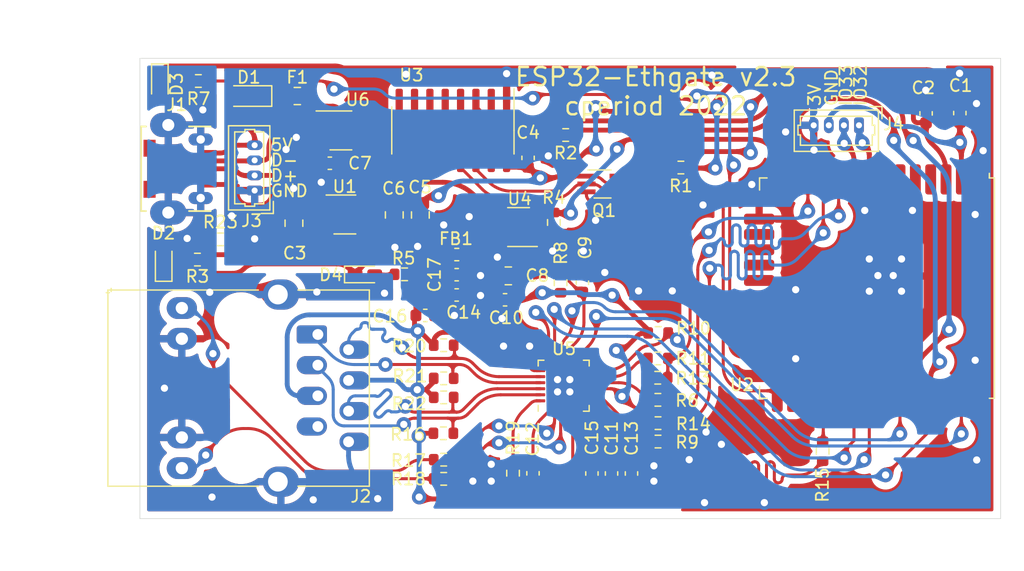
<source format=kicad_pcb>
(kicad_pcb (version 20211014) (generator pcbnew)
  (layers (0 "F.Cu" signal) (31 "B.Cu" signal) (34 "B.Paste" user) (35 "F.Paste" user) (36 "B.SilkS" user "B.Silkscreen") (37 "F.SilkS" user "F.Silkscreen") (38 "B.Mask" user) (39 "F.Mask" user) (44 "Edge.Cuts" user))
  (net 0 "")
  (net 1 "GND")
  (net 2 "+3V3")
  (net 3 "+5V")
  (net 4 "+3.3VA")
  (net 5 "Net-(D1-Pad1)")
  (net 6 "Net-(D2-Pad2)")
  (net 7 "Net-(D3-Pad2)")
  (net 8 "/EN")
  (net 9 "RTS")
  (net 10 "DTR")
  (net 11 "/IO0")
  (net 12 "Net-(R2-Pad2)")
  (net 13 "/eTX")
  (net 14 "Net-(R9-Pad1)")
  (net 15 "/LINKLED")
  (net 16 "/ACTLED")
  (net 17 "/eRX")
  (net 19 "/TX+")
  (net 20 "/TX-")
  (net 21 "/RX+")
  (net 22 "/nRST")
  (net 23 "Net-(R6-Pad1)")
  (net 24 "/SLED")
  (net 25 "/RXD1")
  (net 26 "/MDIO")
  (net 27 "Net-(R11-Pad2)")
  (net 28 "/CRS_DV")
  (net 29 "/RXD0")
  (net 30 "Net-(R14-Pad1)")
  (net 31 "/TXD0")
  (net 32 "/TXEN")
  (net 33 "/TXD1")
  (net 34 "/MDC")
  (net 35 "/XTAL")
  (net 36 "/RBIAS")
  (net 37 "Net-(J2-Pad9)")
  (net 38 "GND1")
  (net 39 "/VDDCR")
  (net 40 "Net-(U3-Pad5)")
  (net 41 "Net-(U3-Pad6)")
  (net 42 "/+3V3_LAN")
  (net 43 "/PHY_POWER")
  (net 44 "/PHY_CLK")
  (net 45 "Net-(D4-Pad2)")
  (net 46 "Net-(J2-Pad12)")
  (net 47 "/RX-")
  (net 73 "/VBUS")
  (net 74 "/DM")
  (net 75 "/DP")
  (net 76 "/IO32")
  (net 77 "/IO33")
  (net 78 "/IO34")
  (net 79 "/IO35")
  (footprint "Capacitor_SMD:C_0603_1608Metric" (layer "F.Cu") (at 135.1788 65.4936 -90)
    (fp_text reference "C1")
    (fp_text value "100n")
  )
  (footprint "Capacitor_SMD:C_0603_1608Metric" (layer "F.Cu") (at 132.3848 65.5196 90)
    (fp_text reference "C2")
    (fp_text value "100n")
  )
  (footprint "Capacitor_SMD:C_0805_2012Metric" (layer "F.Cu") (at 80.0608 74.61 90)
    (fp_text reference "C3")
    (fp_text value "10u")
  )
  (footprint "Capacitor_SMD:C_0805_2012Metric" (layer "F.Cu") (at 90.5256 73.9292 -90)
    (fp_text reference "C5")
    (fp_text value "22u")
  )
  (footprint "Capacitor_SMD:C_0805_2012Metric" (layer "F.Cu") (at 88.3666 73.9242 -90)
    (fp_text reference "C6")
    (fp_text value "22u")
  )
  (footprint "Diode_SMD:D_SOD-323_HandSoldering" (layer "F.Cu") (at 76.327 64.0842 180)
    (fp_text reference "D1")
    (fp_text value "B5817W")
  )
  (footprint "LED_SMD:LED_0603_1608Metric_Castellated" (layer "F.Cu") (at 69.2785 77.733 90)
    (fp_text reference "D2")
    (fp_text value "RED")
  )
  (footprint "LED_SMD:LED_0603_1608Metric_Castellated" (layer "F.Cu") (at 68.961 63.11 -90)
    (fp_text reference "D3")
    (fp_text value "GREEN")
  )
  (footprint "Fuse:Fuse_0805_2012Metric_Pad1.15x1.40mm_HandSolder" (layer "F.Cu") (at 80.3402 64.0842 180)
    (fp_text reference "F1")
    (fp_text value "750mA")
  )
  (footprint "CPB:USB_Micro-B_CNC_C10418" (layer "F.Cu") (at 73.66 70.104 90)
    (fp_text reference "J1")
    (fp_text value "USB_B_Micro")
  )
  (footprint "Package_TO_SOT_SMD:SOT-363_SC-70-6_Handsoldering" (layer "F.Cu") (at 105.604 71.3636)
    (fp_text reference "Q1")
    (fp_text value "UMH3N")
  )
  (footprint "Resistor_SMD:R_0603_1608Metric" (layer "F.Cu") (at 112.0902 70.0024)
    (fp_text reference "R1")
    (fp_text value "10K")
  )
  (footprint "Resistor_SMD:R_0603_1608Metric" (layer "F.Cu") (at 102.553 67.31 180)
    (fp_text reference "R2")
    (fp_text value "470R")
  )
  (footprint "Resistor_SMD:R_0603_1608Metric" (layer "F.Cu") (at 72.072 77.6224)
    (fp_text reference "R3")
    (fp_text value "1K5")
  )
  (footprint "Resistor_SMD:R_0603_1608Metric" (layer "F.Cu") (at 72.1492 62.8396)
    (fp_text reference "R7")
    (fp_text value "1K5")
  )
  (footprint "Resistor_SMD:R_0603_1608Metric" (layer "F.Cu") (at 92.456 94.1832 180)
    (fp_text reference "R17")
    (fp_text value "1K5")
  )
  (footprint "Resistor_SMD:R_0603_1608Metric" (layer "F.Cu") (at 92.4565 95.7707 180)
    (fp_text reference "R18")
    (fp_text value "1K5")
  )
  (footprint "Package_SO:SOIC-16_3.9x9.9mm_P1.27mm" (layer "F.Cu") (at 93.218 66.929 -90)
    (fp_text reference "U3")
    (fp_text value "CH340C")
  )
  (footprint "Capacitor_SMD:C_0603_1608Metric" (layer "F.Cu") (at 106.3498 95.3262 -90)
    (fp_text reference "C11")
    (fp_text value "1u1R")
  )
  (footprint "Capacitor_SMD:C_0603_1608Metric" (layer "F.Cu") (at 99.8474 95.3138 -90)
    (fp_text reference "C12")
    (fp_text value "10n")
  )
  (footprint "Capacitor_SMD:C_0603_1608Metric" (layer "F.Cu") (at 108.0008 95.3262 -90)
    (fp_text reference "C13")
    (fp_text value "470p")
  )
  (footprint "Resistor_SMD:R_0603_1608Metric" (layer "F.Cu") (at 110.1852 89.2302)
    (fp_text reference "R6")
    (fp_text value "10R")
  )
  (footprint "Resistor_SMD:R_0603_1608Metric" (layer "F.Cu") (at 102.1334 79.5396 90)
    (fp_text reference "R8")
    (fp_text value "10K")
  )
  (footprint "Resistor_SMD:R_0603_1608Metric" (layer "F.Cu") (at 110.1974 92.6846)
    (fp_text reference "R9")
    (fp_text value "10R")
  )
  (footprint "Resistor_SMD:R_0603_1608Metric" (layer "F.Cu") (at 110.2106 83.693)
    (fp_text reference "R10")
    (fp_text value "1K5")
  )
  (footprint "Resistor_SMD:R_0603_1608Metric" (layer "F.Cu") (at 110.1852 85.8012 180)
    (fp_text reference "R11")
    (fp_text value "10R")
  )
  (footprint "Resistor_SMD:R_0603_1608Metric" (layer "F.Cu") (at 110.1974 91.1606)
    (fp_text reference "R14")
    (fp_text value "10R")
  )
  (footprint "Resistor_SMD:R_0603_1608Metric" (layer "F.Cu") (at 123.825 93.4842 90)
    (fp_text reference "R15")
    (fp_text value "33R")
  )
  (footprint "Resistor_SMD:R_0603_1608Metric" (layer "F.Cu") (at 92.4306 91.9988 180)
    (fp_text reference "R16")
    (fp_text value "49R9")
  )
  (footprint "Resistor_SMD:R_0603_1608Metric" (layer "F.Cu") (at 92.456 89.027 180)
    (fp_text reference "R22")
    (fp_text value "49R9")
  )
  (footprint "Package_DFN_QFN:QFN-24-1EP_4x4mm_P0.5mm_EP2.6x2.6mm" (layer "F.Cu") (at 102.3874 88.0618 90)
    (fp_text reference "U5")
    (fp_text value "LAN8720A")
  )
  (footprint "CPB:RJ45_Hanrun_HR911105A_Oval" (layer "F.Cu") (at 82.042 83.82 -90)
    (fp_text reference "J2")
    (fp_text value "HR911105A")
  )
  (footprint "Resistor_SMD:R_0603_1608Metric" (layer "F.Cu") (at 92.456 84.709 180)
    (fp_text reference "R20")
    (fp_text value "49R9")
  )
  (footprint "Capacitor_SMD:C_0603_1608Metric" (layer "F.Cu") (at 103.9368 79.5404 -90)
    (fp_text reference "C9")
    (fp_text value "100n")
  )
  (footprint "Capacitor_SMD:C_0603_1608Metric" (layer "F.Cu") (at 83.0326 69.6468 180)
    (fp_text reference "C7")
    (fp_text value "100n")
  )
  (footprint "Package_TO_SOT_SMD:SOT-23-6_Handsoldering" (layer "F.Cu") (at 83.947 66.929)
    (fp_text reference "U6")
    (fp_text value "USBLC6-2SC6")
  )
  (footprint "Resistor_SMD:R_0603_1608Metric" (layer "F.Cu") (at 101.5746 74.549 -90)
    (fp_text reference "R4")
    (fp_text value "10K")
  )
  (footprint "Package_TO_SOT_SMD:SOT-23-5" (layer "F.Cu") (at 98.6536 74.93 180)
    (fp_text reference "U4")
    (fp_text value "HT7233")
  )
  (footprint "Resistor_SMD:R_0603_1608Metric" (layer "F.Cu") (at 73.978 75.946)
    (fp_text reference "R23")
    (fp_text value "0R")
  )
  (footprint "Resistor_SMD:R_0603_1608Metric" (layer "F.Cu") (at 92.456 87.4522 180)
    (fp_text reference "R21")
    (fp_text value "49R9")
  )
  (footprint "CPB:ESP32-WROOM-32U-HandSoldering" (layer "F.Cu") (at 128.3208 79.9846 -90)
    (fp_text reference "U2")
    (fp_text value "ESP32-WROOM-32U")
  )
  (footprint "Capacitor_SMD:C_0603_1608Metric" (layer "F.Cu") (at 99.441 69.202 90)
    (fp_text reference "C4")
    (fp_text value "100n")
  )
  (footprint "Capacitor_SMD:C_0603_1608Metric" (layer "F.Cu") (at 93.53072 80.54848)
    (fp_text reference "C14")
    (fp_text value "22n")
  )
  (footprint "Inductor_SMD:L_0603_1608Metric" (layer "F.Cu") (at 93.53804 77.20584 180)
    (fp_text reference "FB1")
    (fp_text value "30R")
  )
  (footprint "Capacitor_SMD:C_0603_1608Metric" (layer "F.Cu") (at 104.7242 95.3262 -90)
    (fp_text reference "C15")
    (fp_text value "10n")
  )
  (footprint "LED_SMD:LED_0603_1608Metric_Castellated" (layer "F.Cu") (at 85.93328 78.85176)
    (fp_text reference "D4")
    (fp_text value "RED")
  )
  (footprint "Resistor_SMD:R_0603_1608Metric" (layer "F.Cu") (at 110.173 87.4014)
    (fp_text reference "R13")
    (fp_text value "1K5")
  )
  (footprint "Resistor_SMD:R_0603_1608Metric" (layer "F.Cu") (at 89.22004 78.8416)
    (fp_text reference "R5")
    (fp_text value "1K5")
  )
  (footprint "Capacitor_SMD:C_0603_1608Metric" (layer "F.Cu") (at 93.53012 78.87208)
    (fp_text reference "C17")
    (fp_text value "100n")
  )
  (footprint "Resistor_SMD:R_0603_1608Metric" (layer "F.Cu") (at 98.1964 95.3008 90)
    (fp_text reference "R19")
    (fp_text value "12K1")
  )
  (footprint "Capacitor_SMD:C_0603_1608Metric" (layer "F.Cu") (at 90.932 82.2452)
    (fp_text reference "C16")
    (fp_text value "22n")
  )
  (footprint "Package_TO_SOT_SMD:SOT-23-5" (layer "F.Cu") (at 84.2772 73.8886)
    (fp_text reference "U1")
    (fp_text value "HT7233")
  )
  (footprint "Capacitor_SMD:C_0603_1608Metric" (layer "F.Cu") (at 97.536 80.9498 180)
    (fp_text reference "C10")
    (fp_text value "100n")
  )
  (footprint "Capacitor_SMD:C_0805_2012Metric" (layer "F.Cu") (at 97.8068 78.9686 180)
    (fp_text reference "C8")
    (fp_text value "22u")
  )
  (footprint "Connector_Molex:Molex_PicoBlade_53047-0410_1x04_P1.25mm_Vertical" (layer "F.Cu") (at 126.832 66.5052 180)
    (fp_text reference "J4")
    (fp_text value "GPIO")
  )
  (footprint "Connector_Molex:Molex_PicoBlade_53047-0410_1x04_P1.25mm_Vertical" (layer "F.Cu") (at 76.807 71.9052 90)
    (fp_text reference "J3")
    (fp_text value "USB")
  )
  (gr_line (start 138.557 60.96) (end 67.31 60.96) (layer "Edge.Cuts") (width 0.05))
  (gr_line (start 138.557 99.06) (end 138.557 60.96) (layer "Edge.Cuts") (width 0.05))
  (gr_line (start 67.31 99.06) (end 138.557 99.06) (layer "Edge.Cuts") (width 0.05))
  (gr_line (start 67.31 60.96) (end 67.31 99.06) (layer "Edge.Cuts") (width 0.05))
  (gr_text "ESP32-Ethgate v2.3\ncperiod 2022" (at 110.007 63.7052) (layer "F.SilkS") (effects (font (size 1.5 1.5) (thickness 0.2))))
  (gr_text "D+" (at 78.0542 70.6628) (layer "F.SilkS") (effects (font (size 1 1)) (justify left)))
  (gr_text "GND" (at 124.557 65.0052 90) (layer "F.SilkS") (effects (font (size 1 1)) (justify left)))
  (gr_text "IO33" (at 125.757 65.0052 90) (layer "F.SilkS") (effects (font (size 1 1)) (justify left)))
  (gr_text "5V" (at 78.0542 68.1228) (layer "F.SilkS") (effects (font (size 1 1)) (justify left)))
  (gr_text "D-" (at 78.0542 69.3928) (layer "F.SilkS") (effects (font (size 1 1)) (justify left)))
  (gr_text "GND" (at 78.0542 71.9328) (layer "F.SilkS") (effects (font (size 1 1)) (justify left)))
  (gr_text "3V" (at 123.157 65.0052 90) (layer "F.SilkS") (effects (font (size 1 1)) (justify left)))
  (gr_text "IO32" (at 126.957 65.0052 90) (layer "F.SilkS") (effects (font (size 1 1)) (justify left)))
  (segment (start 81.931155 73.66) (end 80.0608 73.66) (width 0.4) (layer "F.Cu") (net 1))
  (segment (start 82.483044 73.8886) (end 83.1772 73.8886) (width 0.4) (layer "F.Cu") (net 1))
  (segment (start 88.4174 76.6064) (end 87.8586 76.6064) (width 0.4) (layer "F.Cu") (net 1))
  (segment (start 80.5451 67.2171) (end 80.257 67.5052) (width 0.4) (layer "F.Cu") (net 1))
  (segment (start 69.206 61.84) (end 68.961 62.085) (width 0.4) (layer "F.Cu") (net 1))
  (segment (start 96.8568 78.9686) (end 96.8568 80.854) (width 0.4) (layer "F.Cu") (net 1))
  (segment (start 84.5185 62.0395) (end 84.963 62.484) (width 0.4) (layer "F.Cu") (net 1))
  (segment (start 74.867395 71.404) (end 72.86 71.404) (width 0.4) (layer "F.Cu") (net 1))
  (segment (start 74.907 74.0052) (end 74.907 75.842) (width 0.4) (layer "F.Cu") (net 1))
  (segment (start 84.68629 78.41249) (end 85.12078 78.84698) (width 0.4) (layer "F.Cu") (net 1))
  (segment (start 74.907 74.0052) (end 74.907 71.443604) (width 0.4) (layer "F.Cu") (net 1))
  (segment (start 74.995456 78.758) (end 69.2785 78.758) (width 0.4) (layer "F.Cu") (net 1))
  (segment (start 86.904668 77.001531) (end 85.12078 78.78542) (width 0.4) (layer "F.Cu") (net 1))
  (segment (start 83.445382 61.595) (end 69.797482 61.595) (width 0.4) (layer "F.Cu") (net 1))
  (segment (start 81.240634 66.929) (end 82.597 66.929) (width 0.4) (layer "F.Cu") (net 1))
  (segment (start 76.878543 77.978) (end 83.637338 77.978) (width 0.4) (layer "F.Cu") (net 1))
  (segment (start 101.3526 75.152) (end 101.5746 75.374) (width 0.4) (layer "F.Cu") (net 1))
  (segment (start 100.816644 74.93) (end 99.7536 74.93) (width 0.4) (layer "F.Cu") (net 1))
  (via (at 127.307 73.5552) (size 1.2) (drill 0.6) (layers "F.Cu" "B.Cu") (net 1))
  (via (at 97.282 82.4992) (size 1.2) (drill 0.6) (layers "F.Cu" "B.Cu") (net 1))
  (via (at 123.107 68.5552) (size 1.2) (drill 0.6) (layers "F.Cu" "B.Cu") (net 1))
  (via (at 101.1174 69.0372) (size 1.2) (drill 0.6) (layers "F.Cu" "B.Cu") (net 1))
  (via (at 113.919 73.1012) (size 1.2) (drill 0.6) (layers "F.Cu" "B.Cu") (net 1))
  (via (at 127.6858 77.5716) (size 1.2) (drill 0.6) (layers "F.Cu" "B.Cu") (net 1))
  (via (at 114.657 62.3552) (size 1.2) (drill 0.6) (layers "F.Cu" "B.Cu") (net 1))
  (via (at 117.957 71.4052) (size 1.2) (drill 0.6) (layers "F.Cu" "B.Cu") (net 1))
  (via (at 121.5898 85.8266) (size 1.2) (drill 0.6) (layers "F.Cu" "B.Cu") (net 1))
  (via (at 120.757 67.0552) (size 1.2) (drill 0.6) (layers "F.Cu" "B.Cu") (net 1))
  (via (at 80.0354 71.7296) (size 1.2) (drill 0.6) (layers "F.Cu" "B.Cu") (net 1))
  (via (at 136.4488 85.9536) (size 1.2) (drill 0.6) (layers "F.Cu" "B.Cu") (net 1))
  (via (at 105.029 74.3712) (size 1.2) (drill 0.6) (layers "F.Cu" "B.Cu") (net 1))
  (via (at 108.585 80.2132) (size 1.2) (drill 0.6) (layers "F.Cu" "B.Cu") (net 1))
  (via (at 131.257 73.5552) (size 1.2) (drill 0.6) (layers "F.Cu" "B.Cu") (net 1))
  (via (at 94.869 95.9612) (size 1.2) (drill 0.6) (layers "F.Cu" "B.Cu") (net 1))
  (via (at 115.443 92.9132) (size 1.2) (drill 0.6) (layers "F.Cu" "B.Cu") (net 1))
  (via (at 102.8954 88.5698) (size 1.2) (drill 0.6) (layers "F.Cu" "B.Cu") (net 1))
  (via (at 82.3214 71.2216) (size 1.2) (drill 0.6) (layers "F.Cu" "B.Cu") (net 1))
  (via (at 105.791 78.6892) (size 1.2) (drill 0.6) (layers "F.Cu" "B.Cu") (net 1))
  (via (at 136.557 64.7052) (size 1.2) (drill 0.6) (layers "F.Cu" "B.Cu") (net 1))
  (via (at 114.046 97.7392) (size 1.2) (drill 0.6) (layers "F.Cu" "B.Cu") (net 1))
  (via (at 101.473 76.9112) (size 1.2) (drill 0.6) (layers "F.Cu" "B.Cu") (net 1))
  (via (at 118.999 97.7392) (size 1.2) (drill 0.6) (layers "F.Cu" "B.Cu") (net 1))
  (via (at 76.807 75.9052) (size 1.2) (drill 0.6) (layers "F.Cu" "B.Cu") (net 1))
  (via (at 130.3528 77.5716) (size 1.2) (drill 0.6) (layers "F.Cu" "B.Cu") (net 1))
  (via (at 97.409 84.7852) (size 1.2) (drill 0.6) (layers "F.Cu" "B.Cu") (net 1))
  (via (at 90.297 76.5302) (size 1.2) (drill 0.6) (layers "F.Cu" "B.Cu") (net 1))
  (via (at 80.257 67.5052) (size 1.2) (drill 0.6) (layers "F.Cu" "B.Cu") (net 1))
  (via (at 97.663 62.23) (size 1.2) (drill 0.6) (layers "F.Cu" "B.Cu") (net 1))
  (via (at 96.901 77.4192) (size 1.2) (drill 0.6) (layers "F.Cu" "B.Cu") (net 1))
  (via (at 127.6858 80.2386) (size 1.2) (drill 0.6) (layers "F.Cu" "B.Cu") (net 1))
  (via (at 121.5898 80.1116) (size 1.2) (drill 0.6) (layers "F.Cu" "B.Cu") (net 1))
  (via (at 96.393 95.9612) (size 1.2) (drill 0.6) (layers "F.Cu" "B.Cu") (net 1))
  (via (at 93.345 82.2452) (size 1.2) (drill 0.6) (layers "F.Cu" "B.Cu") (net 1))
  (via (at 94.5642 74.0664) (size 1.2) (drill 0.6) (layers "F.Cu" "B.Cu") (net 1))
  (via (at 114.173 91.8972) (size 1.2) (drill 0.6) (layers "F.Cu" "B.Cu") (net 1))
  (via (at 128.397 78.9432) (size 1.2) (drill 0.6) (layers "F.Cu" "B.Cu") (net 1))
  (via (at 111.379 80.2132) (size 1.2) (drill 0.6) (layers "F.Cu" "B.Cu") (net 1))
  (via (at 99.568 84.7852) (size 1.2) (drill 0.6) (layers "F.Cu" "B.Cu") (net 1))
  (via (at 102.8954 87.5538) (size 1.2) (drill 0.6) (layers "F.Cu" "B.Cu") (net 1))
  (via (at 95.504 78.9432) (size 1.2) (drill 0.6) (layers "F.Cu" "B.Cu") (net 1))
  (via (at 96.393 94.5642) (size 1.2) (drill 0.6) (layers "F.Cu" "B.Cu") (net 1))
  (via (at 104.013 76.9112) (size 1.2) (drill 0.6) (layers "F.Cu" "B.Cu") (net 1))
  (via (at 135.157 62.2052) (size 1.2) (drill 0.6) (layers "F.Cu" "B.Cu") (net 1))
  (via (at 129.667 78.9432) (size 1.2) (drill 0.6) (layers "F.Cu" "B.Cu") (net 1))
  (via (at 92.456 74.7522) (size 1.2) (drill 0.6) (layers "F.Cu" "B.Cu") (net 1))
  (via (at 101.8794 87.5538) (size 1.2) (drill 0.6) (layers "F.Cu" "B.Cu") (net 1))
  (via (at 137.107 68.6052) (size 1.2) (drill 0.6) (layers "F.Cu" "B.Cu") (net 1))
  (via (at 79.407 68.5052) (size 1.2) (drill 0.6) (layers "F.Cu" "B.Cu") (net 1))
  (via (at 130.3528 80.2386) (size 1.2) (drill 0.6) (layers "F.Cu" "B.Cu") (net 1))
  (via (at 132.357 63.6052) (size 1.2) (drill 0.6) (layers "F.Cu" "B.Cu") (net 1))
  (via (at 88.4174 76.6064) (size 1.2) (drill 0.6) (layers "F.Cu" "B.Cu") (net 1))
  (via (at 109.855 94.6912) (size 1.2) (drill 0.6) (layers "F.Cu" "B.Cu") (net 1))
  (via (at 101.8794 88.5698) (size 1.2) (drill 0.6) (layers "F.Cu" "B.Cu") (net 1))
  (via (at 74.907 74.0052) (size 1.2) (drill 0.6) (layers "F.Cu" "B.Cu") (net 1))
  (via (at 136.5758 94.2086) (size 1.2) (drill 0.6) (layers "F.Cu" "B.Cu") (net 1))
  (via (at 112.776 94.1832) (size 1.2) (drill 0.6) (layers "F.Cu" "B.Cu") (net 1))
  (via (at 109.855 95.9612) (size 1.2) (drill 0.6) (layers "F.Cu" "B.Cu") (net 1))
  (via (at 136.4488 73.8886) (size 1.2) (drill 0.6) (layers "F.Cu" "B.Cu") (net 1))
  (via (at 89.3318 62.2808) (size 1.2) (drill 0.6) (layers "F.Cu" "B.Cu") (net 1))
  (via (at 95.504 80.5942) (size 1.2) (drill 0.6) (layers "F.Cu" "B.Cu") (net 1))
  (arc (start 82.2071 73.7743) (mid 82.080495 73.689705) (end 81.931155 73.66) (width 0.4) (layer "F.Cu") (net 1))
  (arc (start 81.240634 66.929) (mid 80.864213 67.003874) (end 80.5451 67.2171) (width 0.4) (layer "F.Cu") (net 1))
  (arc (start 87.8586 76.6064) (mid 87.342335 76.709091) (end 86.904668 77.001531) (width 0.4) (layer "F.Cu") (net 1))
  (arc (start 74.8954 71.4156) (mid 74.882551 71.407014) (end 74.867395 71.404) (width 0.4) (layer "F.Cu") (net 1))
  (arc (start 84.5185 62.0395) (mid 84.026149 61.710521) (end 83.445382 61.595) (width 0.4) (layer "F.Cu") (net 1))
  (arc (start 84.68629 78.41249) (mid 84.205026 78.09092) (end 83.637338 77.978) (width 0.4) (layer "F.Cu") (net 1))
  (arc (start 74.8954 71.4156) (mid 74.903985 71.428448) (end 74.907 71.443604) (width 0.4) (layer "F.Cu") (net 1))
  (arc (start 69.797482 61.595) (mid 69.477374 61.658673) (end 69.206 61.84) (width 0.4) (layer "F.Cu") (net 1))
  (arc (start 76.878543 77.978) (mid 76.368983 78.079357) (end 75.937 78.368) (width 0.4) (layer "F.Cu") (net 1))
  (arc (start 82.2071 73.7743) (mid 82.333704 73.858894) (end 82.483044 73.8886) (width 0.4) (layer "F.Cu") (net 1))
  (arc (start 101.3526 75.152) (mid 101.106701 74.987695) (end 100.816644 74.93) (width 0.4) (layer "F.Cu") (net 1))
  (arc (start 75.937 78.368) (mid 75.505016 78.656642) (end 74.995456 78.758) (width 0.4) (layer "F.Cu") (net 1))
  (segment (start 105.1941 65.1891) (end 105.029 65.024) (width 0.4) (layer "F.Cu") (net 2))
  (segment (start 85.035288 76.2762) (end 82.325538 76.2762) (width 0.4) (layer "F.Cu") (net 2))
  (segment (start 101.2444 70.866) (end 100.457 70.866) (width 0.4) (layer "F.Cu") (net 2))
  (segment (start 97.79 69.977) (end 99.441 69.977) (width 0.4) (layer "F.Cu") (net 2))
  (segment (start 133.957 63.441596) (end 133.957 65.818948) (width 0.4) (layer "F.Cu") (net 2))
  (segment (start 87.362 72.9386) (end 88.331 72.9386) (width 0.4) (layer "F.Cu") (net 2))
  (segment (start 115.062 64.9732) (end 115.062 64.6303) (width 0.4) (layer "F.Cu") (net 2))
  (segment (start 86.0388 72.9386) (end 87.362 72.9386) (width 0.4) (layer "F.Cu") (net 2))
  (segment (start 132.420603 61.9052) (end 119.128669 61.9052) (width 0.4) (layer "F.Cu") (net 2))
  (segment (start 135.2423 67.9831) (end 135.1788 67.9196) (width 0.4) (layer "F.Cu") (net 2))
  (segment (start 97.663 68.992) (end 97.663 69.404) (width 0.4) (layer "F.Cu") (net 2))
  (segment (start 114.411592 65.3542) (end 105.592686 65.3542) (width 0.4) (layer "F.Cu") (net 2))
  (segment (start 134.406651 66.2686) (end 135.1788 66.2686) (width 0.4) (layer "F.Cu") (net 2))
  (segment (start 116.253099 63.096299) (end 115.304466 64.044933) (width 0.4) (layer "F.Cu") (net 2))
  (segment (start 92.0242 72.3392) (end 91.948 72.4154) (width 0.4) (layer "F.Cu") (net 2))
  (segment (start 114.8715 65.1637) (end 115.062 64.9732) (width 0.4) (layer "F.Cu") (net 2))
  (segment (start 100.388239 70.848039) (end 99.5172 69.977) (width 0.4) (layer "F.Cu") (net 2))
  (segment (start 105.0798 68.4784) (end 104.7496 68.4784) (width 0.4) (layer "F.Cu") (net 2))
  (segment (start 114.935 70.0532) (end 112.966 70.0532) (width 0.4) (layer "F.Cu") (net 2))
  (segment (start 100.4316 70.866) (end 100.457 70.866) (width 0.4) (layer "F.Cu") (net 2))
  (segment (start 88.3666 72.9742) (end 90.5206 72.9742) (width 0.4) (layer "F.Cu") (net 2))
  (segment (start 90.7694 72.7354) (end 90.5256 72.9792) (width 0.4) (layer "F.Cu") (net 2))
  (segment (start 86.0388 72.9386) (end 85.3772 72.9386) (width 0.4) (layer "F.Cu") (net 2))
  (segment (start 135.3058 68.136402) (end 135.3058 71.4846) (width 0.4) (layer "F.Cu") (net 2))
  (segment (start 73.1002 77.4192) (end 72.897 77.6224) (width 0.4) (layer "F.Cu") (net 2))
  (segment (start 86.7004 73.6002) (end 86.7004 74.611088) (width 0.4) (layer "F.Cu") (net 2))
  (segment (start 93.853 65.1454) (end 93.853 64.454) (width 0.4) (layer "F.Cu") (net 2))
  (segment (start 94.847429 66.831229) (end 94.341893 66.325693) (width 0.4) (layer "F.Cu") (net 2))
  (segment (start 96.66857 67.58557) (end 97.371672 68.288672) (width 0.4) (layer "F.Cu") (net 2))
  (segment (start 102.588575 70.309223) (end 104.185913 68.711886) (width 0.4) (layer "F.Cu") (net 2))
  (segment (start 80.056661 77.216) (end 73.590768 77.216) (width 0.4) (layer "F.Cu") (net 2))
  (segment (start 91.764036 72.4916) (end 91.357985 72.4916) (width 0.4) (layer "F.Cu") (net 2))
  (segment (start 135.1788 66.2686) (end 135.1788 67.9196) (width 0.4) (layer "F.Cu") (net 2))
  (via (at 92.0242 72.3392) (size 1.2) (drill 0.6) (layers "F.Cu" "B.Cu") (net 2))
  (via (at 115.062 64.9732) (size 1.2) (drill 0.6) (layers "F.Cu" "B.Cu") (net 2))
  (via (at 105.029 65.024) (size 1.2) (drill 0.6) (layers "F.Cu" "B.Cu") (net 2))
  (via (at 105.0798 68.4784) (size 1.2) (drill 0.6) (layers "F.Cu" "B.Cu") (net 2))
  (via (at 135.1788 67.9196) (size 1.2) (drill 0.6) (layers "F.Cu" "B.Cu") (net 2))
  (via (at 100.457 70.866) (size 1.2) (drill 0.6) (layers "F.Cu" "B.Cu") (net 2))
  (via (at 114.935 70.0532) (size 1.2) (drill 0.6) (layers "F.Cu" "B.Cu") (net 2))
  (arc (start 96.66857 67.58557) (mid 96.250797 67.306423) (end 95.758 67.2084) (width 0.4) (layer "F.Cu") (net 2))
  (arc (start 86.2127 75.7885) (mid 85.672498 76.14945) (end 85.035288 76.2762) (width 0.4) (layer "F.Cu") (net 2))
  (arc (start 134.0887 66.1369) (mid 134.234577 66.234372) (end 134.406651 66.2686) (width 0.4) (layer "F.Cu") (net 2))
  (arc (start 102.588575 70.309223) (mid 101.971862 70.721298) (end 101.2444 70.866) (width 0.4) (layer "F.Cu") (net 2))
  (arc (start 86.7004 73.6002) (mid 86.506621 73.132378) (end 86.0388 72.9386) (width 0.4) (layer "F.Cu") (net 2))
  (arc (start 135.2423 67.9831) (mid 135.289296 68.053435) (end 135.3058 68.136402) (width 0.4) (layer "F.Cu") (net 2))
  (arc (start 73.590768 77.216) (mid 73.325274 77.268809) (end 73.1002 77.4192) (width 0.4) (layer "F.Cu") (net 2))
  (arc (start 104.7496 68.4784) (mid 104.444534 68.539081) (end 104.185913 68.711886) (width 0.4) (layer "F.Cu") (net 2))
  (arc (start 114.8715 65.1637) (mid 114.660492 65.30469) (end 114.411592 65.3542) (width 0.4) (layer "F.Cu") (net 2))
  (arc (start 94.847429 66.831229) (mid 95.265202 67.110376) (end 95.758 67.2084) (width 0.4) (layer "F.Cu") (net 2))
  (arc (start 133.507 62.3552) (mid 133.840048 62.853642) (end 133.957 63.441596) (width 0.4) (layer "F.Cu") (net 2))
  (arc (start 119.128669 61.9052) (mid 117.572422 62.214756) (end 116.253099 63.096299) (width 0.4) (layer "F.Cu") (net 2))
  (arc (start 93.853 65.1454) (mid 93.980059 65.78417) (end 94.341893 66.325693) (width 0.4) (layer "F.Cu") (net 2))
  (arc (start 81.1911 76.7461) (mid 80.670614 77.093876) (end 80.056661 77.216) (width 0.4) (layer "F.Cu") (net 2))
  (arc (start 133.957 65.818948) (mid 133.991227 65.991022) (end 134.0887 66.1369) (width 0.4) (layer "F.Cu") (net 2))
  (arc (start 86.7004 74.611088) (mid 86.57365 75.248298) (end 86.2127 75.7885) (width 0.4) (layer "F.Cu") (net 2))
  (arc (start 115.304466 64.044933) (mid 115.125014 64.313501) (end 115.062 64.6303) (width 0.4) (layer "F.Cu") (net 2))
  (arc (start 133.507 62.3552) (mid 133.008556 62.022151) (end 132.420603 61.9052) (width 0.4) (layer "F.Cu") (net 2))
  (arc (start 87.362 72.9386) (mid 86.894178 73.132378) (end 86.7004 73.6002) (width 0.4) (layer "F.Cu") (net 2))
  (arc (start 105.1941 65.1891) (mid 105.376972 65.311291) (end 105.592686 65.3542) (width 0.4) (layer "F.Cu") (net 2))
  (arc (start 100.388239 70.848039) (mid 100.408133 70.861332) (end 100.4316 70.866) (width 0.4) (layer "F.Cu") (net 2))
  (arc (start 97.371672 68.288672) (mid 97.587286 68.611361) (end 97.663 68.992) (width 0.4) (layer "F.Cu") (net 2))
  (arc (start 82.325538 76.2762) (mid 81.711584 76.398323) (end 81.1911 76.7461) (width 0.4) (layer "F.Cu") (net 2))
  (arc (start 91.948 72.4154) (mid 91.863596 72.471796) (end 91.764036 72.4916) (width 0.4) (layer "F.Cu") (net 2))
  (arc (start 91.357985 72.4916) (mid 91.039445 72.554961) (end 90.7694 72.7354) (width 0.4) (layer "F.Cu") (net 2))
  (segment (start 94.105504 71.12) (end 100.023394 71.12) (width 0.4) (layer "B.Cu") (net 2))
  (segment (start 92.0242 72.3392) (end 92.6338 71.7296) (width 0.4) (layer "B.Cu") (net 2))
  (segment (start 105.0544 68.453) (end 105.0798 68.4784) (width 0.4) (layer "B.Cu") (net 2))
  (segment (start 124.332 66.1677) (end 124.332 66.5052) (width 0.4) (layer "B.Cu") (net 2))
  (segment (start 100.457 70.866) (end 100.33 70.993) (width 0.4) (layer "B.Cu") (net 2))
  (segment (start 115.062 69.836397) (end 115.062 64.9732) (width 0.4) (layer "B.Cu") (net 2))
  (segment (start 125.740363 65.0052) (end 126.625629 65.0052) (width 0.4) (layer "B.Cu") (net 2))
  (segment (start 124.570648 65.591551) (end 124.7445 65.4177) (width 0.4) (layer "B.Cu") (net 2))
  (segment (start 134.000821 67.9196) (end 135.1788 67.9196) (width 0.4) (layer "B.Cu") (net 2))
  (segment (start 130.827578 66.6052) (end 130.48837 66.6052) (width 0.4) (layer "B.Cu") (net 2))
  (segment (start 114.9985 69.9897) (end 114.935 70.0532) (width 0.4) (layer "B.Cu") (net 2))
  (segment (start 105.029 68.391678) (end 105.029 65.024) (width 0.4) (layer "B.Cu") (net 2))
  (arc (start 125.740363 65.0052) (mid 125.201405 65.112405) (end 124.7445 65.4177) (width 0.4) (layer "B.Cu") (net 2))
  (arc (start 115.062 69.836397) (mid 115.045496 69.919364) (end 114.9985 69.9897) (width 0.4) (layer "B.Cu") (net 2))
  (arc (start 100.33 70.993) (mid 100.189328 71.086993) (end 100.023394 71.12) (width 0.4) (layer "B.Cu") (net 2))
  (arc (start 124.570648 65.591551) (mid 124.394022 65.85589) (end 124.332 66.1677) (width 0.4) (layer "B.Cu") (net 2))
  (arc (start 128.557 65.8052) (mid 127.670879 65.213113) (end 126.625629 65.0052) (width 0.4) (layer "B.Cu") (net 2))
  (arc (start 132.4142 67.2624) (mid 131.686251 66.776) (end 130.827578 66.6052) (width 0.4) (layer "B.Cu") (net 2))
  (arc (start 128.557 65.8052) (mid 129.44312 66.397286) (end 130.48837 66.6052) (width 0.4) (layer "B.Cu") (net 2))
  (arc (start 132.4142 67.2624) (mid 133.142147 67.748799) (end 134.000821 67.9196) (width 0.4) (layer "B.Cu") (net 2))
  (arc (start 94.105504 71.12) (mid 93.309023 71.278429) (end 92.6338 71.7296) (width 0.4) (layer "B.Cu") (net 2))
  (arc (start 105.029 68.391678) (mid 105.035601 68.424865) (end 105.0544 68.453) (width 0.4) (layer "B.Cu") (net 2))
  (segment (start 81.945693 75.56) (end 80.0608 75.56) (width 0.4) (layer "F.Cu") (net 3))
  (segment (start 82.8165 75.1993) (end 83.1772 74.8386) (width 0.4) (layer "F.Cu") (net 3))
  (segment (start 83.934 71.6215) (end 83.934 72.0214) (width 0.4) (layer "F.Cu") (net 3))
  (segment (start 83.764861 72.9386) (end 83.1772 72.9386) (width 0.4) (layer "F.Cu") (net 3))
  (segment (start 97.009547 74.91984) (end 97.974455 74.91984) (width 0.4) (layer "F.Cu") (net 3))
  (segment (start 98.595457 75.242697) (end 98.48342 75.13066) (width 0.4) (layer "F.Cu") (net 3))
  (segment (start 95.726322 73.044122) (end 94.98838 72.30618) (width 0.4) (layer "F.Cu") (net 3))
  (segment (start 84.3339 71.2216) (end 92.369972 71.2216) (width 0.4) (layer "F.Cu") (net 3))
  (segment (start 83.5556 72.5602) (end 83.1772 72.9386) (width 0.4) (layer "F.Cu") (net 3))
  (segment (start 84.3026 74.387582) (end 84.3026 73.476338) (width 0.4) (layer "F.Cu") (net 3))
  (segment (start 99.136585 75.88) (end 99.7536 75.88) (width 0.4) (layer "F.Cu") (net 3))
  (segment (start 96.07296 73.88098) (end 96.07296 73.983252) (width 0.4) (layer "F.Cu") (net 3))
  (segment (start 83.934 65.593975) (end 83.934 71.646661) (width 0.4) (layer "F.Cu") (net 3))
  (segment (start 84.048 66.929) (end 85.297 66.929) (width 0.4) (layer "F.Cu") (net 3))
  (segment (start 81.7843 64.5033) (end 81.3652 64.0842) (width 0.4) (layer "F.Cu") (net 3))
  (segment (start 83.262424 64.9224) (end 82.796096 64.9224) (width 0.4) (layer "F.Cu") (net 3))
  (segment (start 83.1772 74.8386) (end 83.851582 74.8386) (width 0.4) (layer "F.Cu") (net 3))
  (segment (start 98.793022 75.719662) (end 98.8238 75.75044) (width 0.4) (layer "F.Cu") (net 3))
  (arc (start 83.934 71.646661) (mid 83.835657 72.141064) (end 83.5556 72.5602) (width 0.4) (layer "F.Cu") (net 3))
  (arc (start 83.7373 65.1191) (mid 83.519425 64.97352) (end 83.262424 64.9224) (width 0.4) (layer "F.Cu") (net 3))
  (arc (start 82.8165 75.1993) (mid 82.41697 75.466257) (end 81.945693 75.56) (width 0.4) (layer "F.Cu") (net 3))
  (arc (start 84.3026 74.387582) (mid 84.268268 74.560179) (end 84.1705 74.7065) (width 0.4) (layer "F.Cu") (net 3))
  (arc (start 84.1705 74.7065) (mid 84.024179 74.804268) (end 83.851582 74.8386) (width 0.4) (layer "F.Cu") (net 3))
  (arc (start 95.726322 73.044122) (mid 95.982871 73.428075) (end 96.07296 73.88098) (width 0.4) (layer "F.Cu") (net 3))
  (arc (start 84.1451 73.0961) (mid 84.261667 73.270554) (end 84.3026 73.476338) (width 0.4) (layer "F.Cu") (net 3))
  (arc (start 94.98838 72.30618) (mid 93.787044 71.503473) (end 92.369972 71.2216) (width 0.4) (layer "F.Cu") (net 3))
  (arc (start 83.7373 65.1191) (mid 83.882879 65.336974) (end 83.934 65.593975) (width 0.4) (layer "F.Cu") (net 3))
  (arc (start 84.3339 71.2216) (mid 84.051127 71.338727) (end 83.934 71.6215) (width 0.4) (layer "F.Cu") (net 3))
  (arc (start 84.1451 73.0961) (mid 83.970644 72.979532) (end 83.764861 72.9386) (width 0.4) (layer "F.Cu") (net 3))
  (arc (start 96.07296 73.983252) (mid 96.144253 74.341669) (end 96.34728 74.64552) (width 0.4) (layer "F.Cu") (net 3))
  (arc (start 81.7843 64.5033) (mid 82.248516 64.813479) (end 82.796096 64.9224) (width 0.4) (layer "F.Cu") (net 3))
  (arc (start 98.595457 75.242697) (mid 98.668567 75.352113) (end 98.69424 75.48118) (width 0.4) (layer "F.Cu") (net 3))
  (arc (start 98.69424 75.48118) (mid 98.719912 75.610245) (end 98.793022 75.719662) (width 0.4) (layer "F.Cu") (net 3))
  (arc (start 98.8238 75.75044) (mid 98.967307 75.846328) (end 99.136585 75.88) (width 0.4) (layer "F.Cu") (net 3))
  (arc (start 96.34728 74.64552) (mid 96.65113 74.848546) (end 97.009547 74.91984) (width 0.4) (layer "F.Cu") (net 3))
  (arc (start 98.48342 75.13066) (mid 98.249904 74.97463) (end 97.974455 74.91984) (width 0.4) (layer "F.Cu") (net 3))
  (segment (start 92.75572 80.54848) (end 92.75572 78.89748) (width 0.4) (layer "F.Cu") (net 4))
  (segment (start 91.124451 80.54848) (end 92.75572 80.54848) (width 0.4) (layer "F.Cu") (net 4))
  (segment (start 100.838 94.8182) (end 100.810047 94.790247) (width 0.4) (layer "F.Cu") (net 4))
  (segment (start 99.06 86.3854) (end 98.35896 86.3854) (width 0.25) (layer "F.Cu") (net 4))
  (segment (start 100.18744 86.8118) (end 100.4499 86.8118) (width 0.25) (layer "F.Cu") (net 4))
  (segment (start 90.5002 97.3582) (end 90.424 97.282) (width 0.4) (layer "F.Cu") (net 4))
  (segment (start 90.424 97.282) (end 90.4494 97.3074) (width 0.4) (layer "F.Cu") (net 4))
  (segment (start 90.157 81.515931) (end 90.157 82.2452) (width 0.4) (layer "F.Cu") (net 4))
  (segment (start 92.496503 83.6422) (end 93.0463 83.6422) (width 0.4) (layer "F.Cu") (net 4))
  (segment (start 101.1174 95.492731) (end 101.1174 96.307026) (width 0.4) (layer "F.Cu") (net 4))
  (segment (start 91.43308 84.51108) (end 90.486768 83.564768) (width 0.4) (layer "F.Cu") (net 4))
  (segment (start 90.2716 88.392) (end 90.9894 88.392) (width 0.4) (layer "F.Cu") (net 4))
  (segment (start 90.297 83.5152) (end 90.3671 83.5152) (width 0.4) (layer "F.Cu") (net 4))
  (segment (start 100.18744 86.8118) (end 99.95376 86.8118) (width 0.25) (layer "F.Cu") (net 4))
  (segment (start 92.75512 78.87208) (end 92.75512 77.21042) (width 0.4) (layer "F.Cu") (net 4))
  (segment (start 95.986563 85.674163) (end 94.596865 84.284465) (width 0.4) (layer "F.Cu") (net 4))
  (segment (start 99.754301 86.729181) (end 99.62372 86.5986) (width 0.25) (layer "F.Cu") (net 4))
  (segment (start 91.527903 87.846896) (end 91.000666 88.374133) (width 0.4) (layer "F.Cu") (net 4))
  (segment (start 99.8474 94.1832) (end 99.8474 92.402967) (width 0.25) (layer "F.Cu") (net 4))
  (segment (start 99.990026 97.4344) (end 90.684163 97.4344) (width 0.4) (layer "F.Cu") (net 4))
  (segment (start 90.043 83.081594) (end 90.043 82.41) (width 0.4) (layer "F.Cu") (net 4))
  (segment (start 91.631 87.598) (end 91.631 87.4522) (width 0.4) (layer "F.Cu") (net 4))
  (segment (start 99.109009 86.3854) (end 99.06 86.3854) (width 0.25) (layer "F.Cu") (net 4))
  (segment (start 91.884499 83.895699) (end 91.828919 83.95128) (width 0.4) (layer "F.Cu") (net 4))
  (segment (start 91.000666 88.396666) (end 91.631 89.027) (width 0.4) (layer "F.Cu") (net 4))
  (segment (start 90.297 83.5152) (end 90.17 83.3882) (width 0.4) (layer "F.Cu") (net 4))
  (segment (start 100.4924 90.8458) (end 101.1374 90.2008) (width 0.25) (layer "F.Cu") (net 4))
  (segment (start 90.788844 91.9988) (end 91.6056 91.9988) (width 0.4) (layer "F.Cu") (net 4))
  (segment (start 90.5129 92.1131) (end 90.3986 92.2274) (width 0.4) (layer "F.Cu") (net 4))
  (segment (start 97.70364 86.3854) (end 98.35896 86.3854) (width 0.4) (layer "F.Cu") (net 4))
  (via (at 90.3986 92.2274) (size 1.2) (drill 0.6) (layers "F.Cu" "B.Cu") (net 4))
  (via (at 90.2716 88.392) (size 1.2) (drill 0.6) (layers "F.Cu" "B.Cu") (net 4))
  (via (at 90.297 83.5152) (size 1.2) (drill 0.6) (layers "F.Cu" "B.Cu") (net 4))
  (via (at 90.424 97.282) (size 1.2) (drill 0.6) (layers "F.Cu" "B.Cu") (net 4))
  (arc (start 95.986563 85.674163) (mid 96.774364 86.200555) (end 97.70364 86.3854) (width 0.4) (layer "F.Cu") (net 4))
  (arc (start 91.124451 80.54848) (mid 90.754223 80.622122) (end 90.44036 80.83184) (width 0.4) (layer "F.Cu") (net 4))
  (arc (start 90.44036 80.83184) (mid 90.230642 81.145703) (end 90.157 81.515931) (width 0.4) (layer "F.Cu") (net 4))
  (arc (start 100.4924 90.8458) (mid 100.01503 91.560234) (end 99.8474 92.402967) (width 0.25) (layer "F.Cu") (net 4))
  (arc (start 91.000666 88.396666) (mid 90.995497 88.393212) (end 90.9894 88.392) (width 0.4) (layer "F.Cu") (net 4))
  (arc (start 90.043 83.081594) (mid 90.076006 83.247528) (end 90.17 83.3882) (width 0.4) (layer "F.Cu") (net 4))
  (arc (start 99.8474 94.1832) (mid 99.951552 94.434647) (end 100.203 94.5388) (width 0.25) (layer "F.Cu") (net 4))
  (arc (start 91.828919 83.95128) (mid 91.682437 84.170505) (end 91.631 84.4291) (width 0.4) (layer "F.Cu") (net 4))
  (arc (start 100.838 94.8182) (mid 101.044786 95.127677) (end 101.1174 95.492731) (width 0.4) (layer "F.Cu") (net 4))
  (arc (start 100.810047 94.790247) (mid 100.531531 94.604148) (end 100.203 94.5388) (width 0.4) (layer "F.Cu") (net 4))
  (arc (start 91.631 87.598) (mid 91.604205 87.732701) (end 91.527903 87.846896) (width 0.4) (layer "F.Cu") (net 4))
  (arc (start 91.43308 84.51108) (mid 91.559429 84.536212) (end 91.631 84.4291) (width 0.4) (layer "F.Cu") (net 4))
  (arc (start 91.000666 88.374133) (mid 90.997212 88.379302) (end 90.996 88.3854) (width 0.4) (layer "F.Cu") (net 4))
  (arc (start 101.1174 96.307026) (mid 101.031583 96.738453) (end 100.7872 97.1042) (width 0.4) (layer "F.Cu") (net 4))
  (arc (start 94.596865 84.284465) (mid 93.885459 83.809119) (end 93.0463 83.6422) (width 0.4) (layer "F.Cu") (net 4))
  (arc (start 99.754301 86.729181) (mid 99.845813 86.790328) (end 99.95376 86.8118) (width 0.25) (layer "F.Cu") (net 4))
  (arc (start 90.788844 91.9988) (mid 90.639504 92.028505) (end 90.5129 92.1131) (width 0.4) (layer "F.Cu") (net 4))
  (arc (start 90.996 88.3854) (mid 90.997212 88.391497) (end 91.000666 88.396666) (width 0.4) (layer "F.Cu") (net 4))
  (arc (start 90.486768 83.564768) (mid 90.431863 83.528082) (end 90.3671 83.5152) (width 0.4) (layer "F.Cu") (net 4))
  (arc (start 92.496503 83.6422) (mid 92.165289 83.708082) (end 91.884499 83.895699) (width 0.4) (layer "F.Cu") (net 4))
  (arc (start 99.62372 86.5986) (mid 99.387568 86.440808) (end 99.109009 86.3854) (width 0.25) (layer "F.Cu") (net 4))
  (arc (start 90.5002 97.3582) (mid 90.584602 97.414596) (end 90.684163 97.4344) (width 0.4) (layer "F.Cu") (net 4))
  (arc (start 100.7872 97.1042) (mid 100.421453 97.348583) (end 99.990026 97.4344) (width 0.4) (layer "F.Cu") (net 4))
  (arc (start 90.9894 88.392) (mid 90.994066 88.390066) (end 90.996 88.3854) (width 0.4) (layer "F.Cu") (net 4))
  (segment (start 90.297 83.5152) (end 89.662 83.5152) (width 0.4) (layer "B.Cu") (net 4))
  (segment (start 80.499291 88.9) (end 82.042 88.9) (width 0.4) (layer "B.Cu") (net 4))
  (segment (start 79.502 87.902708) (end 79.502 84.058902) (width 0.4) (layer "B.Cu") (net 4))
  (segment (start 90.3986 92.2274) (end 90.4113 92.2401) (width 0.4) (layer "B.Cu") (net 4))
  (segment (start 90.424 97.282) (end 90.424 92.27076) (width 0.4) (layer "B.Cu") (net 4))
  (segment (start 89.068819 88.103619) (end 88.8238 87.8586) (width 0.4) (layer "B.Cu") (net 4))
  (segment (start 90.2716 88.392) (end 90.3478 88.4682) (width 0.4) (layer "B.Cu") (net 4))
  (segment (start 88.210589 87.6046) (end 84.5974 87.6046) (width 0.4) (layer "B.Cu") (net 4))
  (segment (start 90.3732 83.645281) (end 90.3732 88.218557) (width 0.4) (layer "B.Cu") (net 4))
  (segment (start 90.2716 88.392) (end 89.511405 88.392) (width 0.4) (layer "B.Cu") (net 4))
  (segment (start 86.772253 82.1944) (end 81.366502 82.1944) (width 0.4) (layer "B.Cu") (net 4))
  (segment (start 90.3986 92.2274) (end 90.4113 92.2147) (width 0.4) (layer "B.Cu") (net 4))
  (segment (start 90.297 83.5152) (end 90.3351 83.5533) (width 0.4) (layer "B.Cu") (net 4))
  (segment (start 90.2716 88.392) (end 90.3224 88.3412) (width 0.4) (layer "B.Cu") (net 4))
  (segment (start 90.424 92.184039) (end 90.424 88.652163) (width 0.4) (layer "B.Cu") (net 4))
  (segment (start 89.08678 88.14698) (end 89.2048 88.265) (width 0.4) (layer "B.Cu") (net 4))
  (segment (start 88.3666 82.8548) (end 88.577987 83.066187) (width 0.4) (layer "B.Cu") (net 4))
  (arc (start 90.3478 88.4682) (mid 90.404196 88.552602) (end 90.424 88.652163) (width 0.4) (layer "B.Cu") (net 4))
  (arc (start 89.068819 88.103619) (mid 89.075465 88.113566) (end 89.0778 88.1253) (width 0.4) (layer "B.Cu") (net 4))
  (arc (start 88.577987 83.066187) (mid 89.075336 83.398505) (end 89.662 83.5152) (width 0.4) (layer "B.Cu") (net 4))
  (arc (start 79.502 87.902708) (mid 79.577914 88.284355) (end 79.7941 88.6079) (width 0.4) (layer "B.Cu") (net 4))
  (arc (start 88.8238 87.8586) (mid 88.542456 87.670612) (end 88.210589 87.6046) (width 0.4) (layer "B.Cu") (net 4))
  (arc (start 90.424 92.184039) (mid 90.420699 92.200632) (end 90.4113 92.2147) (width 0.4) (layer "B.Cu") (net 4))
  (arc (start 79.7941 88.6079) (mid 80.117644 88.824085) (end 80.499291 88.9) (width 0.4) (layer "B.Cu") (net 4))
  (arc (start 90.3732 88.218557) (mid 90.359997 88.284931) (end 90.3224 88.3412) (width 0.4) (layer "B.Cu") (net 4))
  (arc (start 89.2048 88.265) (mid 89.345471 88.358993) (end 89.511405 88.392) (width 0.4) (layer "B.Cu") (net 4))
  (arc (start 90.4113 92.2401) (mid 90.420699 92.254167) (end 90.424 92.27076) (width 0.4) (layer "B.Cu") (net 4))
  (arc (start 90.3351 83.5533) (mid 90.363298 83.595501) (end 90.3732 83.645281) (width 0.4) (layer "B.Cu") (net 4))
  (arc (start 80.0481 82.7405) (mid 79.643926 83.345387) (end 79.502 84.058902) (width 0.4) (layer "B.Cu") (net 4))
  (arc (start 88.3666 82.8548) (mid 87.635107 82.366032) (end 86.772253 82.1944) (width 0.4) (layer "B.Cu") (net 4))
  (arc (start 89.0778 88.1253) (mid 89.080133 88.137033) (end 89.08678 88.14698) (width 0.4) (layer "B.Cu") (net 4))
  (arc (start 81.366502 82.1944) (mid 80.652987 82.336326) (end 80.0481 82.7405) (width 0.4) (layer "B.Cu") (net 4))
  (segment (start 77.577 64.0842) (end 79.493 64.0842) (width 0.4) (layer "F.Cu") (net 5))
  (segment (start 70.374066 77.206666) (end 70.628155 77.460755) (width 0.4) (layer "F.Cu") (net 6))
  (segment (start 71.0184 77.6224) (end 71.247 77.6224) (width 0.4) (layer "F.Cu") (net 6))
  (segment (start 69.6832 76.9205) (end 69.2785 76.9205) (width 0.4) (layer "F.Cu") (net 6))
  (arc (start 70.628155 77.460755) (mid 70.807201 77.580389) (end 71.0184 77.6224) (width 0.4) (layer "F.Cu") (net 6))
  (arc (start 70.374066 77.206666) (mid 70.057094 76.994872) (end 69.6832 76.9205) (width 0.4) (layer "F.Cu") (net 6))
  (segment (start 70.693954 63.469845) (end 71.3242 62.8396) (width 0.4) (layer "F.Cu") (net 7))
  (segment (start 69.60115 63.9225) (end 68.961 63.9225) (width 0.4) (layer "F.Cu") (net 7))
  (arc (start 70.693954 63.469845) (mid 70.192571 63.804858) (end 69.60115 63.9225) (width 0.4) (layer "F.Cu") (net 7))
  (segment (start 131.332 65.6052) (end 131.332 65.928596) (width 0.4) (layer "F.Cu") (net 8))
  (segment (start 117.856 68.7832) (end 117.8052 68.7324) (width 0.4) (layer "F.Cu") (net 8))
  (segment (start 130.996124 64.794324) (end 129.753896 63.552096) (width 0.4) (layer "F.Cu") (net 8))
  (segment (start 132.3848 66.2946) (end 132.3848 66.9166) (width 0.4) (layer "F.Cu") (net 8))
  (segment (start 110.9411 70.0024) (end 108.148094 70.0024) (width 0.4) (layer "F.Cu") (net 8))
  (segment (start 133.238903 68.392703) (end 132.82462 67.97842) (width 0.4) (layer "F.Cu") (net 8))
  (segment (start 132.3848 66.2946) (end 131.698003 66.2946) (width 0.4) (layer "F.Cu") (net 8))
  (segment (start 117.856 64.9732) (end 119.277103 63.552096) (width 0.4) (layer "F.Cu") (net 8))
  (segment (start 134.0358 70.316581) (end 134.0358 71.4846) (width 0.4) (layer "F.Cu") (net 8))
  (segment (start 111.494373 69.125026) (end 111.6015 69.0179) (width 0.4) (layer "F.Cu") (net 8))
  (segment (start 107.2896 70.358) (end 106.934 70.7136) (width 0.4) (layer "F.Cu") (net 8))
  (segment (start 121.200981 62.7552) (end 127.830018 62.7552) (width 0.4) (layer "F.Cu") (net 8))
  (segment (start 117.682557 68.6816) (end 112.4134 68.6816) (width 0.4) (layer "F.Cu") (net 8))
  (via (at 117.856 64.9732) (size 1.2) (drill 0.6) (layers "F.Cu" "B.Cu") (net 8))
  (via (at 117.856 68.7832) (size 1.2) (drill 0.6) (layers "F.Cu" "B.Cu") (net 8))
  (arc (start 111.2652 69.6783) (mid 111.170273 69.907473) (end 110.9411 70.0024) (width 0.4) (layer "F.Cu") (net 8))
  (arc (start 133.238903 68.392703) (mid 133.828693 69.275386) (end 134.0358 70.316581) (width 0.4) (layer "F.Cu") (net 8))
  (arc (start 131.4392 66.1874) (mid 131.557939 66.266739) (end 131.698003 66.2946) (width 0.4) (layer "F.Cu") (net 8))
  (arc (start 121.200981 62.7552) (mid 120.159786 62.962306) (end 119.277103 63.552096) (width 0.4) (layer "F.Cu") (net 8))
  (arc (start 131.332 65.928596) (mid 131.35986 66.068659) (end 131.4392 66.1874) (width 0.4) (layer "F.Cu") (net 8))
  (arc (start 111.494373 69.125026) (mid 111.32476 69.37887) (end 111.2652 69.6783) (width 0.4) (layer "F.Cu") (net 8))
  (arc (start 112.4134 68.6816) (mid 111.974002 68.769001) (end 111.6015 69.0179) (width 0.4) (layer "F.Cu") (net 8))
  (arc (start 108.148094 70.0024) (mid 107.68348 70.094817) (end 107.2896 70.358) (width 0.4) (layer "F.Cu") (net 8))
  (arc (start 130.996124 64.794324) (mid 131.244708 65.166357) (end 131.332 65.6052) (width 0.4) (layer "F.Cu") (net 8))
  (arc (start 117.8052 68.7324) (mid 117.748931 68.694802) (end 117.682557 68.6816) (width 0.4) (layer "F.Cu") (net 8))
  (arc (start 132.3848 66.9166) (mid 132.499105 67.491252) (end 132.82462 67.97842) (width 0.4) (layer "F.Cu") (net 8))
  (arc (start 129.753896 63.552096) (mid 128.871213 62.962306) (end 127.830018 62.7552) (width 0.4) (layer "F.Cu") (net 8))
  (segment (start 117.856 64.9732) (end 117.856 68.7832) (width 0.4) (layer "B.Cu") (net 8))
  (segment (start 106.392619 71.3636) (end 106.934 71.3636) (width 0.25) (layer "F.Cu") (net 9))
  (segment (start 104.82338 70.7136) (end 104.7347 70.7136) (width 0.25) (layer "F.Cu") (net 9))
  (segment (start 102.730299 71.335899) (end 103.026835 71.039364) (width 0.25) (layer "F.Cu") (net 9))
  (segment (start 98.068621 71.9582) (end 101.227934 71.9582) (width 0.25) (layer "F.Cu") (net 9))
  (segment (start 104.7347 70.7136) (end 103.8133 70.7136) (width 0.25) (layer "F.Cu") (net 9))
  (segment (start 96.144743 71.161303) (end 95.123 70.13956) (width 0.25) (layer "F.Cu") (net 9))
  (arc (start 102.730299 71.335899) (mid 102.041008 71.796469) (end 101.227934 71.9582) (width 0.25) (layer "F.Cu") (net 9))
  (arc (start 105.608 71.0386) (mid 105.248013 70.798064) (end 104.82338 70.7136) (width 0.25) (layer "F.Cu") (net 9))
  (arc (start 105.608 71.0386) (mid 105.967986 71.279135) (end 106.392619 71.3636) (width 0.25) (layer "F.Cu") (net 9))
  (arc (start 96.144743 71.161303) (mid 97.027426 71.751093) (end 98.068621 71.9582) (width 0.25) (layer "F.Cu") (net 9))
  (arc (start 103.8133 70.7136) (mid 103.387668 70.798263) (end 103.026835 71.039364) (width 0.25) (layer "F.Cu") (net 9))
  (segment (start 105.488137 71.680737) (end 105.496 71.6886) (width 0.25) (layer "F.Cu") (net 10))
  (segment (start 95.646903 71.796303) (end 93.853 70.0024) (width 0.25) (layer "F.Cu") (net 10))
  (segment (start 104.6279 71.3636) (end 104.7225 71.3636) (width 0.25) (layer "F.Cu") (net 10))
  (segment (start 102.951399 71.978399) (end 103.315954 71.613845) (width 0.25) (layer "F.Cu") (net 10))
  (segment (start 97.570781 72.5932) (end 101.467141 72.5932) (width 0.25) (layer "F.Cu") (net 10))
  (segment (start 104.6279 71.3636) (end 103.9201 71.3636) (width 0.25) (layer "F.Cu") (net 10))
  (segment (start 106.280619 72.0136) (end 106.934 72.0136) (width 0.25) (layer "F.Cu") (net 10))
  (arc (start 95.646903 71.796303) (mid 96.529586 72.386093) (end 97.570781 72.5932) (width 0.25) (layer "F.Cu") (net 10))
  (arc (start 105.496 71.6886) (mid 105.855986 71.929135) (end 106.280619 72.0136) (width 0.25) (layer "F.Cu") (net 10))
  (arc (start 105.488137 71.680737) (mid 105.136859 71.446021) (end 104.7225 71.3636) (width 0.25) (layer "F.Cu") (net 10))
  (arc (start 103.9201 71.3636) (mid 103.593138 71.428636) (end 103.315954 71.613845) (width 0.25) (layer "F.Cu") (net 10))
  (arc (start 102.951399 71.978399) (mid 102.270416 72.433418) (end 101.467141 72.5932) (width 0.25) (layer "F.Cu") (net 10))
  (segment (start 113.427374 71.3232) (end 110.663751 71.3232) (width 0.25) (layer "F.Cu") (net 11))
  (segment (start 104.445473 72.670073) (end 104.4737 72.6983) (width 0.25) (layer "F.Cu") (net 11))
  (segment (start 117.574619 88.4846) (end 120.0658 88.4846) (width 0.25) (layer "F.Cu") (net 11))
  (segment (start 104.274 72.2561) (end 104.274 72.0136) (width 0.25) (layer "F.Cu") (net 11))
  (segment (start 115.5954 73.491225) (end 115.5954 86.50538) (width 0.25) (layer "F.Cu") (net 11))
  (segment (start 104.955818 72.898) (end 106.861848 72.898) (width 0.25) (layer "F.Cu") (net 11))
  (arc (start 115.5954 86.50538) (mid 115.746059 87.262794) (end 116.1751 87.9049) (width 0.25) (layer "F.Cu") (net 11))
  (arc (start 104.274 72.2561) (mid 104.318564 72.48014) (end 104.445473 72.670073) (width 0.25) (layer "F.Cu") (net 11))
  (arc (start 110.663751 71.3232) (mid 109.634963 71.527838) (end 108.7628 72.1106) (width 0.25) (layer "F.Cu") (net 11))
  (arc (start 116.1751 87.9049) (mid 116.817204 88.33394) (end 117.574619 88.4846) (width 0.25) (layer "F.Cu") (net 11))
  (arc (start 108.7628 72.1106) (mid 107.890635 72.693361) (end 106.861848 72.898) (width 0.25) (layer "F.Cu") (net 11))
  (arc (start 114.9604 71.9582) (mid 114.257041 71.488231) (end 113.427374 71.3232) (width 0.25) (layer "F.Cu") (net 11))
  (arc (start 104.4737 72.6983) (mid 104.694897 72.846099) (end 104.955818 72.898) (width 0.25) (layer "F.Cu") (net 11))
  (arc (start 114.9604 71.9582) (mid 115.430368 72.661557) (end 115.5954 73.491225) (width 0.25) (layer "F.Cu") (net 11))
  (segment (start 96.612103 66.513103) (end 95.123 65.024) (width 0.4) (layer "F.Cu") (net 12))
  (segment (start 98.535981 67.31) (end 101.728 67.31) (width 0.4) (layer "F.Cu") (net 12))
  (arc (start 96.612103 66.513103) (mid 97.494786 67.102893) (end 98.535981 67.31) (width 0.4) (layer "F.Cu") (net 12))
  (segment (start 128.653896 65.102096) (end 129.141314 65.589514) (width 0.4) (layer "F.Cu") (net 13))
  (segment (start 132.7658 87.32881) (end 132.7658 88.4846) (width 0.4) (layer "F.Cu") (net 13))
  (segment (start 103.5812 67.1068) (end 103.378 67.31) (width 0.4) (layer "F.Cu") (net 13))
  (segment (start 133.228898 86.506501) (end 133.0198 86.7156) (width 0.4) (layer "F.Cu") (net 13))
  (segment (start 129.707 67.7552) (end 129.707 66.9552) (width 0.4) (layer "F.Cu") (net 13))
  (segment (start 104.071768 66.9036) (end 117.531618 66.9036) (width 0.4) (layer "F.Cu") (net 13))
  (segment (start 120.460103 65.102096) (end 119.455496 66.106703) (width 0.4) (layer "F.Cu") (net 13))
  (segment (start 133.5278 86.0806) (end 133.318701 86.289698) (width 0.4) (layer "F.Cu") (net 13))
  (segment (start 122.383981 64.3052) (end 126.730018 64.3052) (width 0.4) (layer "F.Cu") (net 13))
  (via (at 129.707 67.7552) (size 1.2) (drill 0.6) (layers "F.Cu" "B.Cu") (net 13))
  (via (at 133.5278 86.0806) (size 1.2) (drill 0.6) (layers "F.Cu" "B.Cu") (net 13))
  (arc (start 104.071768 66.9036) (mid 103.806274 66.956409) (end 103.5812 67.1068) (width 0.4) (layer "F.Cu") (net 13))
  (arc (start 119.455496 66.106703) (mid 118.572813 66.696493) (end 117.531618 66.9036) (width 0.4) (layer "F.Cu") (net 13))
  (arc (start 133.318701 86.289698) (mid 133.285469 86.339433) (end 133.2738 86.3981) (width 0.4) (layer "F.Cu") (net 13))
  (arc (start 129.141314 65.589514) (mid 129.559982 66.216096) (end 129.707 66.9552) (width 0.4) (layer "F.Cu") (net 13))
  (arc (start 133.2738 86.3981) (mid 133.26213 86.456766) (end 133.228898 86.506501) (width 0.4) (layer "F.Cu") (net 13))
  (arc (start 122.383981 64.3052) (mid 121.342786 64.512306) (end 120.460103 65.102096) (width 0.4) (layer "F.Cu") (net 13))
  (arc (start 133.0198 86.7156) (mid 132.831812 86.996943) (end 132.7658 87.32881) (width 0.4) (layer "F.Cu") (net 13))
  (arc (start 128.653896 65.102096) (mid 127.771213 64.512306) (end 126.730018 64.3052) (width 0.4) (layer "F.Cu") (net 13))
  (segment (start 133.5278 86.0806) (end 133.3373 85.8901) (width 0.4) (layer "B.Cu") (net 13))
  (segment (start 132.349903 70.831103) (end 129.860088 68.341288) (width 0.4) (layer "B.Cu") (net 13))
  (segment (start 133.1468 85.430192) (end 133.1468 72.754981) (width 0.4) (layer "B.Cu") (net 13))
  (segment (start 129.707 67.7552) (end 129.707 67.9717) (width 0.4) (layer "B.Cu") (net 13))
  (arc (start 133.1468 85.430192) (mid 133.196309 85.679092) (end 133.3373 85.8901) (width 0.4) (layer "B.Cu") (net 13))
  (arc (start 132.349903 70.831103) (mid 132.939693 71.713786) (end 133.1468 72.754981) (width 0.4) (layer "B.Cu") (net 13))
  (arc (start 129.707 67.9717) (mid 129.746786 68.171719) (end 129.860088 68.341288) (width 0.4) (layer "B.Cu") (net 13))
  (segment (start 107.550246 92.208646) (end 104.769542 89.427942) (width 0.25) (layer "F.Cu") (net 14))
  (segment (start 108.6993 92.6846) (end 109.3724 92.6846) (width 0.25) (layer "F.Cu") (net 14))
  (segment (start 104.48915 89.3118) (end 104.3249 89.3118) (width 0.25) (layer "F.Cu") (net 14))
  (arc (start 104.769542 89.427942) (mid 104.640897 89.341984) (end 104.48915 89.3118) (width 0.25) (layer "F.Cu") (net 14))
  (arc (start 107.550246 92.208646) (mid 108.077436 92.560903) (end 108.6993 92.6846) (width 0.25) (layer "F.Cu") (net 14))
  (segment (start 101.3139 91.6753) (end 100.9904 91.9988) (width 0.25) (layer "F.Cu") (net 15))
  (segment (start 97.028 91.3892) (end 96.5327 91.3892) (width 0.25) (layer "F.Cu") (net 15))
  (segment (start 101.6374 90.894301) (end 101.6374 89.9993) (width 0.25) (layer "F.Cu") (net 15))
  (segment (start 95.68717 91.739429) (end 93.281 94.1456) (width 0.25) (layer "F.Cu") (net 15))
  (via (at 97.028 91.3892) (size 1.2) (drill 0.6) (layers "F.Cu" "B.Cu") (net 15))
  (via (at 100.9904 91.9988) (size 1.2) (drill 0.6) (layers "F.Cu" "B.Cu") (net 15))
  (arc (start 96.5327 91.3892) (mid 96.075102 91.480221) (end 95.68717 91.739429) (width 0.25) (layer "F.Cu") (net 15))
  (arc (start 101.6374 90.894301) (mid 101.553325 91.316974) (end 101.3139 91.6753) (width 0.25) (layer "F.Cu") (net 15))
  (segment (start 99.873547 91.3892) (end 97.028 91.3892) (width 0.25) (layer "B.Cu") (net 15))
  (segment (start 100.6094 91.694) (end 100.887259 91.971859) (width 0.25) (layer "B.Cu") (net 15))
  (segment (start 100.9523 91.9988) (end 100.9904 91.9988) (width 0.25) (layer "B.Cu") (net 15))
  (arc (start 100.887259 91.971859) (mid 100.9171 91.991798) (end 100.9523 91.9988) (width 0.25) (layer "B.Cu") (net 15))
  (arc (start 100.6094 91.694) (mid 100.271787 91.468414) (end 99.873547 91.3892) (width 0.25) (layer "B.Cu") (net 15))
  (segment (start 102.0719 93.0763) (end 102.0064 93.1418) (width 0.25) (layer "F.Cu") (net 16))
  (segment (start 95.910641 93.078058) (end 93.2815 95.7072) (width 0.25) (layer "F.Cu") (net 16))
  (segment (start 96.61525 92.7862) (end 97.028 92.7862) (width 0.25) (layer "F.Cu") (net 16))
  (segment (start 102.1374 92.918169) (end 102.1374 89.9993) (width 0.25) (layer "F.Cu") (net 16))
  (via (at 102.0064 93.1418) (size 1.2) (drill 0.6) (layers "F.Cu" "B.Cu") (net 16))
  (via (at 97.028 92.7862) (size 1.2) (drill 0.6) (layers "F.Cu" "B.Cu") (net 16))
  (arc (start 102.1374 92.918169) (mid 102.120377 93.003748) (end 102.0719 93.0763) (width 0.25) (layer "F.Cu") (net 16))
  (arc (start 96.61525 92.7862) (mid 96.233918 92.862051) (end 95.910641 93.078058) (width 0.25) (layer "F.Cu") (net 16))
  (segment (start 102.0064 93.1418) (end 100.987847 93.1418) (width 0.25) (layer "B.Cu") (net 16))
  (segment (start 100.129352 92.7862) (end 97.028 92.7862) (width 0.25) (layer "B.Cu") (net 16))
  (arc (start 100.5586 92.964) (mid 100.361659 92.832408) (end 100.129352 92.7862) (width 0.25) (layer "B.Cu") (net 16))
  (arc (start 100.5586 92.964) (mid 100.75554 93.095591) (end 100.987847 93.1418) (width 0.25) (layer "B.Cu") (net 16))
  (segment (start 132.292696 85.410703) (end 134.2898 83.4136) (width 0.4) (layer "F.Cu") (net 17))
  (segment (start 130.9 67.2982) (end 131.299968 67.698168) (width 0.4) (layer "F.Cu") (net 17))
  (segment (start 120.110103 64.302096) (end 119.067496 65.344703) (width 0.4) (layer "F.Cu") (net 17))
  (segment (start 129.969347 64.917547) (end 129.353896 64.302096) (width 0.4) (layer "F.Cu") (net 17))
  (segment (start 96.393 64.866) (end 96.393 64.454) (width 0.4) (layer "F.Cu") (net 17))
  (segment (start 96.8248 65.7098) (end 96.684327 65.569327) (width 0.4) (layer "F.Cu") (net 17))
  (segment (start 97.867257 66.1416) (end 117.143618 66.1416) (width 0.4) (layer "F.Cu") (net 17))
  (segment (start 127.430018 63.5052) (end 122.033981 63.5052) (width 0.4) (layer "F.Cu") (net 17))
  (segment (start 130.482 66.1552) (end 130.482 66.289058) (width 0.4) (layer "F.Cu") (net 17))
  (segment (start 131.4958 87.334581) (end 131.4958 88.4846) (width 0.4) (layer "F.Cu") (net 17))
  (segment (start 131.318 67.7672) (end 131.318 67.7417) (width 0.4) (layer "F.Cu") (net 17))
  (via (at 134.2898 83.4136) (size 1.2) (drill 0.6) (layers "F.Cu" "B.Cu") (net 17))
  (via (at 131.318 67.7672) (size 1.2) (drill 0.6) (layers "F.Cu" "B.Cu") (net 17))
  (arc (start 129.969347 64.917547) (mid 130.348765 65.485387) (end 130.482 66.1552) (width 0.4) (layer "F.Cu") (net 17))
  (arc (start 122.033981 63.5052) (mid 120.992786 63.712306) (end 120.110103 64.302096) (width 0.4) (layer "F.Cu") (net 17))
  (arc (start 129.353896 64.302096) (mid 128.471213 63.712306) (end 127.430018 63.5052) (width 0.4) (layer "F.Cu") (net 17))
  (arc (start 119.067496 65.344703) (mid 118.184813 65.934493) (end 117.143618 66.1416) (width 0.4) (layer "F.Cu") (net 17))
  (arc (start 132.292696 85.410703) (mid 131.702906 86.293386) (end 131.4958 87.334581) (width 0.4) (layer "F.Cu") (net 17))
  (arc (start 96.393 64.866) (mid 96.468713 65.246638) (end 96.684327 65.569327) (width 0.4) (layer "F.Cu") (net 17))
  (arc (start 130.482 66.289058) (mid 130.590634 66.835201) (end 130.9 67.2982) (width 0.4) (layer "F.Cu") (net 17))
  (arc (start 96.8248 65.7098) (mid 97.303083 66.029378) (end 97.867257 66.1416) (width 0.4) (layer "F.Cu") (net 17))
  (arc (start 131.299968 67.698168) (mid 131.313313 67.71814) (end 131.318 67.7417) (width 0.4) (layer "F.Cu") (net 17))
  (segment (start 134.2898 71.865981) (end 134.2898 83.4136) (width 0.4) (layer "B.Cu") (net 17))
  (segment (start 131.318 67.7672) (end 133.492903 69.942103) (width 0.4) (layer "B.Cu") (net 17))
  (arc (start 133.492903 69.942103) (mid 134.082693 70.824786) (end 134.2898 71.865981) (width 0.4) (layer "B.Cu") (net 17))
  (segment (start 95.010746 87.0585) (end 94.626359 86.674113) (width 0.25) (layer "F.Cu") (net 19))
  (segment (start 92.692277 86.3052) (end 93.735723 86.3052) (width 0.25) (layer "F.Cu") (net 19))
  (segment (start 93.214 86.826923) (end 93.214 87.3852) (width 0.25) (layer "F.Cu") (net 19))
  (segment (start 87.63 86.3092) (end 87.632 86.3072) (width 0.25) (layer "F.Cu") (net 19))
  (segment (start 87.636828 86.3052) (end 92.692277 86.3052) (width 0.25) (layer "F.Cu") (net 19))
  (segment (start 96.829373 87.8118) (end 100.4499 87.8118) (width 0.25) (layer "F.Cu") (net 19))
  (via (at 87.63 86.3092) (size 1.2) (drill 0.6) (layers "F.Cu" "B.Cu") (net 19))
  (arc (start 95.010746 87.0585) (mid 95.845139 87.616023) (end 96.829373 87.8118) (width 0.25) (layer "F.Cu") (net 19))
  (arc (start 94.626359 86.674113) (mid 94.217731 86.401077) (end 93.735723 86.3052) (width 0.25) (layer "F.Cu") (net 19))
  (arc (start 93.735723 86.3052) (mid 93.366809 86.458009) (end 93.214 86.826923) (width 0.25) (layer "F.Cu") (net 19))
  (arc (start 93.214 86.826923) (mid 93.06119 86.458009) (end 92.692277 86.3052) (width 0.25) (layer "F.Cu") (net 19))
  (arc (start 87.636828 86.3052) (mid 87.634215 86.305719) (end 87.632 86.3072) (width 0.25) (layer "F.Cu") (net 19))
  (segment (start 85.073981 86.3092) (end 87.63 86.3092) (width 0.25) (layer "B.Cu") (net 19))
  (segment (start 83.150103 85.512303) (end 82.042 84.4042) (width 0.25) (layer "B.Cu") (net 19))
  (arc (start 83.150103 85.512303) (mid 84.032786 86.102093) (end 85.073981 86.3092) (width 0.25) (layer "B.Cu") (net 19))
  (segment (start 93.906777 85.8052) (end 93.8631 85.8052) (width 0.25) (layer "F.Cu") (net 20))
  (segment (start 93.8631 85.8052) (end 92.8349 85.8052) (width 0.25) (layer "F.Cu") (net 20))
  (segment (start 97.036481 87.3118) (end 100.4499 87.3118) (width 0.25) (layer "F.Cu") (net 20))
  (segment (start 95.217854 86.5585) (end 94.858961 86.199607) (width 0.25) (layer "F.Cu") (net 20))
  (segment (start 93.349 85.2911) (end 93.349 84.777) (width 0.25) (layer "F.Cu") (net 20))
  (segment (start 90.551446 85.8052) (end 92.8349 85.8052) (width 0.25) (layer "F.Cu") (net 20))
  (segment (start 89.027 84.9122) (end 89.4735 85.3587) (width 0.25) (layer "F.Cu") (net 20))
  (via (at 89.027 84.9122) (size 1.2) (drill 0.6) (layers "F.Cu" "B.Cu") (net 20))
  (arc (start 92.8349 85.8052) (mid 93.198423 85.654623) (end 93.349 85.2911) (width 0.25) (layer "F.Cu") (net 20))
  (arc (start 94.858961 86.199607) (mid 94.422095 85.907703) (end 93.906777 85.8052) (width 0.25) (layer "F.Cu") (net 20))
  (arc (start 89.4735 85.3587) (mid 89.968065 85.689158) (end 90.551446 85.8052) (width 0.25) (layer "F.Cu") (net 20))
  (arc (start 93.349 85.2911) (mid 93.499576 85.654623) (end 93.8631 85.8052) (width 0.25) (layer "F.Cu") (net 20))
  (arc (start 95.217854 86.5585) (mid 96.052247 87.116023) (end 97.036481 87.3118) (width 0.25) (layer "F.Cu") (net 20))
  (segment (start 86.694 83.3882) (end 86.594 83.3882) (width 0.25) (layer "B.Cu") (net 20))
  (segment (start 88.43446 84.31966) (end 88.422238 84.307438) (width 0.25) (layer "B.Cu") (net 20))
  (segment (start 84.582 84.472212) (end 84.582 85.08) (width 0.25) (layer "B.Cu") (net 20))
  (segment (start 87.502999 83.847819) (end 87.503 83.847819) (width 0.25) (layer "B.Cu") (net 20))
  (segment (start 87.949016 84.321041) (end 87.962618 84.307438) (width 0.25) (layer "B.Cu") (net 20))
  (segment (start 89.027 84.9122) (end 88.458905 84.344105) (width 0.25) (layer "B.Cu") (net 20))
  (segment (start 87.489397 83.861421) (end 87.503 83.847819) (width 0.25) (layer "B.Cu") (net 20))
  (segment (start 87.949016 84.32104) (end 87.949016 84.321041) (width 0.25) (layer "B.Cu") (net 20))
  (segment (start 88.43446 84.31966) (end 88.458905 84.344105) (width 0.25) (layer "B.Cu") (net 20))
  (segment (start 85.894 82.8382) (end 85.994 82.8382) (width 0.25) (layer "B.Cu") (net 20))
  (segment (start 87.503 83.3882) (end 86.694 83.3882) (width 0.25) (layer "B.Cu") (net 20))
  (segment (start 85.344 83.3882) (end 85.2805 83.3882) (width 0.25) (layer "B.Cu") (net 20))
  (segment (start 85.172098 83.433101) (end 84.8995 83.7057) (width 0.25) (layer "B.Cu") (net 20))
  (segment (start 86.544 83.3882) (end 86.594 83.3882) (width 0.25) (layer "B.Cu") (net 20))
  (arc (start 87.489397 84.321041) (mid 87.394207 84.091231) (end 87.489397 83.861421) (width 0.25) (layer "B.Cu") (net 20))
  (arc (start 86.269 83.1132) (mid 86.188454 82.918746) (end 85.994 82.8382) (width 0.25) (layer "B.Cu") (net 20))
  (arc (start 84.8995 83.7057) (mid 84.664515 84.057378) (end 84.582 84.472212) (width 0.25) (layer "B.Cu") (net 20))
  (arc (start 87.962618 84.307438) (mid 88.192428 84.212248) (end 88.422238 84.307438) (width 0.25) (layer "B.Cu") (net 20))
  (arc (start 87.949016 84.32104) (mid 87.719207 84.416231) (end 87.489397 84.321041) (width 0.25) (layer "B.Cu") (net 20))
  (arc (start 87.502999 83.847819) (mid 87.59819 83.61801) (end 87.503 83.3882) (width 0.25) (layer "B.Cu") (net 20))
  (arc (start 85.619 83.1132) (mid 85.538454 83.307654) (end 85.344 83.3882) (width 0.25) (layer "B.Cu") (net 20))
  (arc (start 85.2805 83.3882) (mid 85.221833 83.399869) (end 85.172098 83.433101) (width 0.25) (layer "B.Cu") (net 20))
  (arc (start 85.894 82.8382) (mid 85.699546 82.918746) (end 85.619 83.1132) (width 0.25) (layer "B.Cu") (net 20))
  (arc (start 86.544 83.3882) (mid 86.349546 83.307654) (end 86.269 83.1132) (width 0.25) (layer "B.Cu") (net 20))
  (segment (start 93.222 91.1947) (end 93.222 91.9652) (width 0.25) (layer "F.Cu") (net 21))
  (segment (start 95.252503 89.608696) (end 94.425308 90.435891) (width 0.25) (layer "F.Cu") (net 21))
  (segment (start 92.7775 90.7502) (end 93.6665 90.7502) (width 0.25) (layer "F.Cu") (net 21))
  (segment (start 90.028038 90.7502) (end 92.7775 90.7502) (width 0.25) (layer "F.Cu") (net 21))
  (segment (start 89.154 91.2622) (end 89.41 91.0062) (width 0.25) (layer "F.Cu") (net 21))
  (segment (start 97.176381 88.8118) (end 100.4499 88.8118) (width 0.25) (layer "F.Cu") (net 21))
  (via (at 89.154 91.2622) (size 1.2) (drill 0.6) (layers "F.Cu" "B.Cu") (net 21))
  (arc (start 93.6665 90.7502) (mid 93.352191 90.880391) (end 93.222 91.1947) (width 0.25) (layer "F.Cu") (net 21))
  (arc (start 93.222 91.1947) (mid 93.091808 90.880391) (end 92.7775 90.7502) (width 0.25) (layer "F.Cu") (net 21))
  (arc (start 90.028038 90.7502) (mid 89.693558 90.816732) (end 89.41 91.0062) (width 0.25) (layer "F.Cu") (net 21))
  (arc (start 94.425308 90.435891) (mid 94.077164 90.668513) (end 93.6665 90.7502) (width 0.25) (layer "F.Cu") (net 21))
  (arc (start 97.176381 88.8118) (mid 96.135186 89.018906) (end 95.252503 89.608696) (width 0.25) (layer "F.Cu") (net 21))
  (segment (start 89.154 91.2622) (end 89.0925 91.3237) (width 0.25) (layer "B.Cu") (net 21))
  (segment (start 84.219235 91.3852) (end 88.944025 91.3852) (width 0.25) (layer "B.Cu") (net 21))
  (segment (start 82.906111 87.399865) (end 82.500223 86.993977) (width 0.25) (layer "B.Cu") (net 21))
  (segment (start 83.312 88.379767) (end 83.312 90.477964) (width 0.25) (layer "B.Cu") (net 21))
  (arc (start 83.577723 91.119477) (mid 83.872051 91.31614) (end 84.219235 91.3852) (width 0.25) (layer "B.Cu") (net 21))
  (arc (start 83.312 90.477964) (mid 83.381059 90.825148) (end 83.577723 91.119477) (width 0.25) (layer "B.Cu") (net 21))
  (arc (start 89.0925 91.3237) (mid 89.024379 91.369216) (end 88.944025 91.3852) (width 0.25) (layer "B.Cu") (net 21))
  (arc (start 82.906111 87.399865) (mid 83.206512 87.849448) (end 83.312 88.379767) (width 0.25) (layer "B.Cu") (net 21))
  (segment (start 102.947784 84.936015) (end 103.3506 84.5332) (width 0.25) (layer "F.Cu") (net 22))
  (segment (start 102.6374 85.68535) (end 102.6374 86.1243) (width 0.25) (layer "F.Cu") (net 22))
  (segment (start 104.0638 82.811382) (end 104.0638 80.4424) (width 0.25) (layer "F.Cu") (net 22))
  (segment (start 103.7342 80.3154) (end 102.1334 78.7146) (width 0.25) (layer "F.Cu") (net 22))
  (arc (start 104.0638 82.811382) (mid 103.878445 83.743223) (end 103.3506 84.5332) (width 0.25) (layer "F.Cu") (net 22))
  (arc (start 102.947784 84.936015) (mid 102.718066 85.279812) (end 102.6374 85.68535) (width 0.25) (layer "F.Cu") (net 22))
  (segment (start 106.938839 87.8118) (end 104.3249 87.8118) (width 0.25) (layer "F.Cu") (net 23))
  (segment (start 108.651 88.521) (end 109.3602 89.2302) (width 0.25) (layer "F.Cu") (net 23))
  (arc (start 108.651 88.521) (mid 107.865454 87.996115) (end 106.938839 87.8118) (width 0.25) (layer "F.Cu") (net 23))
  (segment (start 82.226446 62.8396) (end 72.9742 62.8396) (width 0.25) (layer "F.Cu") (net 24))
  (segment (start 117.212812 85.6996) (end 119.0658 85.6996) (width 0.25) (layer "F.Cu") (net 24))
  (segment (start 112.977394 64.3382) (end 106.568407 64.3382) (width 0.25) (layer "F.Cu") (net 24))
  (segment (start 116.1288 70.362886) (end 116.1288 84.615587) (width 0.25) (layer "F.Cu") (net 24))
  (segment (start 105.648592 63.9572) (end 100.342326 63.9572) (width 0.25) (layer "F.Cu") (net 24))
  (segment (start 113.284 64.2112) (end 113.411 64.0842) (width 0.25) (layer "F.Cu") (net 24))
  (segment (start 116.2939 69.9643) (end 116.459 69.7992) (width 0.25) (layer "F.Cu") (net 24))
  (segment (start 99.822 64.262) (end 99.9744 64.1096) (width 0.25) (layer "F.Cu") (net 24))
  (segment (start 83.03895 63.17615) (end 83.3755 63.5127) (width 0.25) (layer "F.Cu") (net 24))
  (via (at 99.822 64.262) (size 1.2) (drill 0.6) (layers "F.Cu" "B.Cu") (net 24))
  (via (at 83.3755 63.5127) (size 1.2) (drill 0.6) (layers "F.Cu" "B.Cu") (net 24))
  (via (at 113.411 64.0842) (size 1.2) (drill 0.6) (layers "F.Cu" "B.Cu") (net 24))
  (via (at 116.459 69.7992) (size 1.2) (drill 0.6) (layers "F.Cu" "B.Cu") (net 24))
  (arc (start 106.1085 64.1477) (mid 106.319507 64.28869) (end 106.568407 64.3382) (width 0.25) (layer "F.Cu") (net 24))
  (arc (start 83.03895 63.17615) (mid 82.66617 62.927066) (end 82.226446 62.8396) (width 0.25) (layer "F.Cu") (net 24))
  (arc (start 106.1085 64.1477) (mid 105.897492 64.006709) (end 105.648592 63.9572) (width 0.25) (layer "F.Cu") (net 24))
  (arc (start 113.284 64.2112) (mid 113.143328 64.305193) (end 112.977394 64.3382) (width 0.25) (layer "F.Cu") (net 24))
  (arc (start 116.4463 85.3821) (mid 116.797978 85.617084) (end 117.212812 85.6996) (width 0.25) (layer "F.Cu") (net 24))
  (arc (start 116.2939 69.9643) (mid 116.171708 70.147172) (end 116.1288 70.362886) (width 0.25) (layer "F.Cu") (net 24))
  (arc (start 100.342326 63.9572) (mid 100.143205 63.996807) (end 99.9744 64.1096) (width 0.25) (layer "F.Cu") (net 24))
  (arc (start 116.1288 84.615587) (mid 116.211315 85.03042) (end 116.4463 85.3821) (width 0.25) (layer "F.Cu") (net 24))
  (segment (start 113.844605 63.8302) (end 115.218229 63.8302) (width 0.25) (layer "B.Cu") (net 24))
  (segment (start 116.1288 64.74077) (end 116.1288 69.235513) (width 0.25) (layer "B.Cu") (net 24))
  (segment (start 116.2939 69.6341) (end 116.459 69.7992) (width 0.25) (layer "B.Cu") (net 24))
  (segment (start 113.538 63.9572) (end 113.411 64.0842) (width 0.25) (layer "B.Cu") (net 24))
  (segment (start 88.473615 64.262) (end 99.822 64.262) (width 0.25) (layer "B.Cu") (net 24))
  (segment (start 83.39718 63.5) (end 86.633984 63.5) (width 0.25) (layer "B.Cu") (net 24))
  (segment (start 83.3755 63.5127) (end 83.38185 63.50635) (width 0.25) (layer "B.Cu") (net 24))
  (arc (start 116.1288 69.235513) (mid 116.171708 69.451226) (end 116.2939 69.6341) (width 0.25) (layer "B.Cu") (net 24))
  (arc (start 115.8621 64.0969) (mid 116.059486 64.39231) (end 116.1288 64.74077) (width 0.25) (layer "B.Cu") (net 24))
  (arc (start 87.5538 63.881) (mid 87.131784 63.599018) (end 86.633984 63.5) (width 0.25) (layer "B.Cu") (net 24))
  (arc (start 87.5538 63.881) (mid 87.975814 64.162981) (end 88.473615 64.262) (width 0.25) (layer "B.Cu") (net 24))
  (arc (start 115.8621 64.0969) (mid 115.566689 63.899513) (end 115.218229 63.8302) (width 0.25) (layer "B.Cu") (net 24))
  (arc (start 83.39718 63.5) (mid 83.388883 63.50165) (end 83.38185 63.50635) (width 0.25) (layer "B.Cu") (net 24))
  (arc (start 113.844605 63.8302) (mid 113.678671 63.863206) (end 113.538 63.9572) (width 0.25) (layer "B.Cu") (net 24))
  (segment (start 113.655503 90.331896) (end 111.401936 92.585463) (width 0.25) (layer "F.Cu") (net 25))
  (segment (start 111.1626 92.6846) (end 111.0224 92.6846) (width 0.25) (layer "F.Cu") (net 25))
  (segment (start 123.8758 75.4126) (end 123.8758 71.4846) (width 0.25) (layer "F.Cu") (net 25))
  (segment (start 114.4524 88.408018) (end 114.4524 78.37696) (width 0.25) (layer "F.Cu") (net 25))
  (segment (start 114.4778 78.3336) (end 114.4651 78.3463) (width 0.25) (layer "F.Cu") (net 25))
  (via (at 123.8758 75.4126) (size 1.2) (drill 0.6) (layers "F.Cu" "B.Cu") (net 25))
  (via (at 114.4778 78.3336) (size 1.2) (drill 0.6) (layers "F.Cu" "B.Cu") (net 25))
  (arc (start 111.401936 92.585463) (mid 111.292127 92.658835) (end 111.1626 92.6846) (width 0.25) (layer "F.Cu") (net 25))
  (arc (start 114.4524 88.408018) (mid 114.245293 89.449213) (end 113.655503 90.331896) (width 0.25) (layer "F.Cu") (net 25))
  (arc (start 114.4651 78.3463) (mid 114.4557 78.360367) (end 114.4524 78.37696) (width 0.25) (layer "F.Cu") (net 25))
  (segment (start 118.1394 77.2546) (end 118.1394 78.9046) (width 0.25) (layer "B.Cu") (net 25))
  (segment (start 118.7894 78.9046) (end 118.7894 77.2546) (width 0.25) (layer "B.Cu") (net 25))
  (segment (start 123.8758 75.4126) (end 121.719472 77.568927) (width 0.25) (layer "B.Cu") (net 25))
  (segment (start 116.8394 78.9046) (end 116.8394 77.2546) (width 0.25) (layer "B.Cu") (net 25))
  (segment (start 114.4778 78.3336) (end 114.6048 78.2066) (width 0.25) (layer "B.Cu") (net 25))
  (segment (start 119.7644 78.0796) (end 120.4866 78.0796) (width 0.25) (layer "B.Cu") (net 25))
  (segment (start 115.5394 78.9046) (end 115.5394 78.4046) (width 0.25) (layer "B.Cu") (net 25))
  (segment (start 115.2144 78.0796) (end 114.911405 78.0796) (width 0.25) (layer "B.Cu") (net 25))
  (segment (start 117.4894 78.9046) (end 117.4894 77.2546) (width 0.25) (layer "B.Cu") (net 25))
  (segment (start 116.1894 78.9046) (end 116.1894 77.2546) (width 0.25) (layer "B.Cu") (net 25))
  (segment (start 119.4394 77.2546) (end 119.4394 77.7546) (width 0.25) (layer "B.Cu") (net 25))
  (arc (start 116.1894 78.9046) (mid 116.09421 79.13441) (end 115.8644 79.2296) (width 0.25) (layer "B.Cu") (net 25))
  (arc (start 119.7644 78.0796) (mid 119.53459 77.98441) (end 119.4394 77.7546) (width 0.25) (layer "B.Cu") (net 25))
  (arc (start 115.5394 78.9046) (mid 115.63459 79.13441) (end 115.8644 79.2296) (width 0.25) (layer "B.Cu") (net 25))
  (arc (start 117.8144 76.9296) (mid 117.58459 77.02479) (end 117.4894 77.2546) (width 0.25) (layer "B.Cu") (net 25))
  (arc (start 118.7894 78.9046) (mid 118.69421 79.13441) (end 118.4644 79.2296) (width 0.25) (layer "B.Cu") (net 25))
  (arc (start 118.4644 79.2296) (mid 118.23459 79.13441) (end 118.1394 78.9046) (width 0.25) (layer "B.Cu") (net 25))
  (arc (start 114.911405 78.0796) (mid 114.745471 78.112606) (end 114.6048 78.2066) (width 0.25) (layer "B.Cu") (net 25))
  (arc (start 116.8394 78.9046) (mid 116.93459 79.13441) (end 117.1644 79.2296) (width 0.25) (layer "B.Cu") (net 25))
  (arc (start 115.2144 78.0796) (mid 115.44421 78.17479) (end 115.5394 78.4046) (width 0.25) (layer "B.Cu") (net 25))
  (arc (start 119.1144 76.9296) (mid 118.88459 77.02479) (end 118.7894 77.2546) (width 0.25) (layer "B.Cu") (net 25))
  (arc (start 116.5144 76.9296) (mid 116.28459 77.02479) (end 116.1894 77.2546) (width 0.25) (layer "B.Cu") (net 25))
  (arc (start 118.1394 77.2546) (mid 118.04421 77.02479) (end 117.8144 76.9296) (width 0.25) (layer "B.Cu") (net 25))
  (arc (start 121.719472 77.568927) (mid 121.153825 77.94688) (end 120.4866 78.0796) (width 0.25) (layer "B.Cu") (net 25))
  (arc (start 117.4894 78.9046) (mid 117.39421 79.13441) (end 117.1644 79.2296) (width 0.25) (layer "B.Cu") (net 25))
  (arc (start 116.8394 77.2546) (mid 116.74421 77.02479) (end 116.5144 76.9296) (width 0.25) (layer "B.Cu") (net 25))
  (arc (start 119.4394 77.2546) (mid 119.34421 77.02479) (end 119.1144 76.9296) (width 0.25) (layer "B.Cu") (net 25))
  (segment (start 126.453899 92.570299) (end 125.822118 93.202081) (width 0.25) (layer "F.Cu") (net 26))
  (segment (start 126.4158 92.402118) (end 126.4158 88.4846) (width 0.25) (layer "F.Cu") (net 26))
  (segment (start 110.589311 84.304888) (end 111.0356 83.8586) (width 0.25) (layer "F.Cu") (net 26))
  (segment (start 105.812418 86.8118) (end 104.3249 86.8118) (width 0.25) (layer "F.Cu") (net 26))
  (segment (start 125.603 94.04096) (end 125.603 93.73108) (width 0.25) (layer "F.Cu") (net 26))
  (segment (start 111.7854 84.2518) (end 111.2266 83.693) (width 0.25) (layer "F.Cu") (net 26))
  (segment (start 107.736296 86.014903) (end 108.638088 85.113111) (width 0.25) (layer "F.Cu") (net 26))
  (via (at 111.7854 84.2518) (size 1.2) (drill 0.6) (layers "F.Cu" "B.Cu") (net 26))
  (via (at 125.603 94.04096) (size 1.2) (drill 0.6) (layers "F.Cu" "B.Cu") (net 26))
  (arc (start 126.4158 92.402118) (mid 126.425701 92.451898) (end 126.4539 92.4941) (width 0.25) (layer "F.Cu") (net 26))
  (arc (start 126.4539 92.4941) (mid 126.469681 92.532199) (end 126.453899 92.570299) (width 0.25) (layer "F.Cu") (net 26))
  (arc (start 110.589311 84.304888) (mid 110.141697 84.603974) (end 109.6137 84.709) (width 0.25) (layer "F.Cu") (net 26))
  (arc (start 109.6137 84.709) (mid 109.085702 84.814025) (end 108.638088 85.113111) (width 0.25) (layer "F.Cu") (net 26))
  (arc (start 107.736296 86.014903) (mid 106.853613 86.604693) (end 105.812418 86.8118) (width 0.25) (layer "F.Cu") (net 26))
  (arc (start 125.822118 93.202081) (mid 125.659946 93.444788) (end 125.603 93.73108) (width 0.25) (layer "F.Cu") (net 26))
  (segment (start 111.7854 84.2772) (end 111.7854 84.2518) (width 0.25) (layer "B.Cu") (net 26))
  (segment (start 120.726863 93.244063) (end 111.80336 84.32056) (width 0.25) (layer "B.Cu") (net 26))
  (segment (start 125.603 94.04096) (end 122.650741 94.04096) (width 0.25) (layer "B.Cu") (net 26))
  (arc (start 111.7854 84.2772) (mid 111.790067 84.300666) (end 111.80336 84.32056) (width 0.25) (layer "B.Cu") (net 26))
  (arc (start 120.726863 93.244063) (mid 121.609546 93.833853) (end 122.650741 94.04096) (width 0.25) (layer "B.Cu") (net 26))
  (segment (start 108.8456 86.0552) (end 109.1062 86.0552) (width 0.25) (layer "F.Cu") (net 27))
  (segment (start 108.400727 86.239472) (end 107.9567 86.6835) (width 0.25) (layer "F.Cu") (net 27))
  (segment (start 106.439849 87.3118) (end 104.3249 87.3118) (width 0.25) (layer "F.Cu") (net 27))
  (arc (start 108.8456 86.0552) (mid 108.604836 86.10309) (end 108.400727 86.239472) (width 0.25) (layer "F.Cu") (net 27))
  (arc (start 107.9567 86.6835) (mid 107.260762 87.14851) (end 106.439849 87.3118) (width 0.25) (layer "F.Cu") (net 27))
  (segment (start 112.306099 85.255099) (end 112.025094 85.536105) (width 0.25) (layer "F.Cu") (net 28))
  (segment (start 113.385599 75.869799) (end 113.757355 75.498044) (width 0.25) (layer "F.Cu") (net 28))
  (segment (start 111.0102 86.1761) (end 111.0102 87.3892) (width 0.25) (layer "F.Cu") (net 28))
  (segment (start 122.6058 73.6092) (end 122.6058 71.4846) (width 0.25) (layer "F.Cu") (net 28))
  (segment (start 112.8522 83.936697) (end 112.8522 77.157541) (width 0.25) (layer "F.Cu") (net 28))
  (segment (start 114.3762 75.3364) (end 114.1476 75.3364) (width 0.25) (layer "F.Cu") (net 28))
  (via (at 122.6058 73.6092) (size 1.2) (drill 0.6) (layers "F.Cu" "B.Cu") (net 28))
  (via (at 114.3762 75.3364) (size 1.2) (drill 0.6) (layers "F.Cu" "B.Cu") (net 28))
  (arc (start 113.385599 75.869799) (mid 112.990825 76.46062) (end 112.8522 77.157541) (width 0.25) (layer "F.Cu") (net 28))
  (arc (start 111.3851 85.8012) (mid 111.120005 85.911005) (end 111.0102 86.1761) (width 0.25) (layer "F.Cu") (net 28))
  (arc (start 112.8522 83.936697) (mid 112.710272 84.650211) (end 112.306099 85.255099) (width 0.25) (layer "F.Cu") (net 28))
  (arc (start 112.025094 85.536105) (mid 111.731462 85.732304) (end 111.3851 85.8012) (width 0.25) (layer "F.Cu") (net 28))
  (arc (start 114.1476 75.3364) (mid 113.936401 75.378409) (end 113.757355 75.498044) (width 0.25) (layer "F.Cu") (net 28))
  (segment (start 114.38518 75.302019) (end 114.9291 74.7581) (width 0.25) (layer "B.Cu") (net 28))
  (segment (start 121.588364 74.2052) (end 116.263918 74.2052) (width 0.25) (layer "B.Cu") (net 28))
  (segment (start 114.3762 75.3237) (end 114.3762 75.3364) (width 0.25) (layer "B.Cu") (net 28))
  (segment (start 122.3078 73.9072) (end 122.6058 73.6092) (width 0.25) (layer "B.Cu") (net 28))
  (arc (start 122.3078 73.9072) (mid 121.97772 74.127752) (end 121.588364 74.2052) (width 0.25) (layer "B.Cu") (net 28))
  (arc (start 114.38518 75.302019) (mid 114.378533 75.311966) (end 114.3762 75.3237) (width 0.25) (layer "B.Cu") (net 28))
  (arc (start 116.263918 74.2052) (mid 115.541519 74.348894) (end 114.9291 74.7581) (width 0.25) (layer "B.Cu") (net 28))
  (segment (start 114.427 76.8604) (end 113.9571 77.3303) (width 0.25) (layer "F.Cu") (net 29))
  (segment (start 113.4872 88.204818) (end 113.4872 78.464738) (width 0.25) (layer "F.Cu") (net 29))
  (segment (start 111.3404 91.1606) (end 111.0224 91.1606) (width 0.25) (layer "F.Cu") (net 29))
  (segment (start 125.1458 74.0156) (end 125.1458 71.4846) (width 0.25) (layer "F.Cu") (net 29))
  (segment (start 111.883259 90.935739) (end 112.690303 90.128696) (width 0.25) (layer "F.Cu") (net 29))
  (via (at 125.1458 74.0156) (size 1.2) (drill 0.6) (layers "F.Cu" "B.Cu") (net 29))
  (via (at 114.427 76.8604) (size 1.2) (drill 0.6) (layers "F.Cu" "B.Cu") (net 29))
  (arc (start 111.883259 90.935739) (mid 111.634193 91.10216) (end 111.3404 91.1606) (width 0.25) (layer "F.Cu") (net 29))
  (arc (start 113.9571 77.3303) (mid 113.609323 77.850784) (end 113.4872 78.464738) (width 0.25) (layer "F.Cu") (net 29))
  (arc (start 113.4872 88.204818) (mid 113.280093 89.246013) (end 112.690303 90.128696) (width 0.25) (layer "F.Cu") (net 29))
  (segment (start 117.6422 76.1952) (end 117.6422 75.0702) (width 0.25) (layer "B.Cu") (net 29))
  (segment (start 116.3422 76.1952) (end 116.3422 75.0702) (width 0.25) (layer "B.Cu") (net 29))
  (segment (start 119.5922 76.3702) (end 119.5922 75.0702) (width 0.25) (layer "B.Cu") (net 29))
  (segment (start 120.5672 75.8952) (end 121.2182 75.8952) (width 0.25) (layer "B.Cu") (net 29))
  (segment (start 118.9422 76.1952) (end 118.9422 75.0702) (width 0.25) (layer "B.Cu") (net 29))
  (segment (start 117.3422 76.4952) (end 117.2922 76.4952) (width 0.25) (layer "B.Cu") (net 29))
  (segment (start 116.0422 76.4952) (end 115.9922 76.4952) (width 0.25) (layer "B.Cu") (net 29))
  (segment (start 116.9922 76.1952) (end 116.9922 75.0702) (width 0.25) (layer "B.Cu") (net 29))
  (segment (start 118.2922 75.0702) (end 118.2922 76.1952) (width 0.25) (layer "B.Cu") (net 29))
  (segment (start 124.4473 74.0156) (end 125.1458 74.0156) (width 0.25) (layer "B.Cu") (net 29))
  (segment (start 120.2422 76.3702) (end 120.2422 76.2202) (width 0.25) (layer "B.Cu") (net 29))
  (segment (start 118.6422 76.4952) (end 118.5922 76.4952) (width 0.25) (layer "B.Cu") (net 29))
  (segment (start 114.427 76.8604) (end 115.3922 75.8952) (width 0.25) (layer "B.Cu") (net 29))
  (segment (start 123.254885 74.509513) (end 122.329526 75.434873) (width 0.25) (layer "B.Cu") (net 29))
  (arc (start 117.3422 76.4952) (mid 117.554332 76.407332) (end 117.6422 76.1952) (width 0.25) (layer "B.Cu") (net 29))
  (arc (start 118.5922 76.4952) (mid 118.380068 76.407332) (end 118.2922 76.1952) (width 0.25) (layer "B.Cu") (net 29))
  (arc (start 118.2922 75.0702) (mid 118.19701 74.84039) (end 117.9672 74.7452) (width 0.25) (layer "B.Cu") (net 29))
  (arc (start 116.0422 76.4952) (mid 116.254332 76.407332) (end 116.3422 76.1952) (width 0.25) (layer "B.Cu") (net 29))
  (arc (start 115.6922 76.1952) (mid 115.780068 76.407332) (end 115.9922 76.4952) (width 0.25) (layer "B.Cu") (net 29))
  (arc (start 120.5672 75.8952) (mid 120.33739 75.99039) (end 120.2422 76.2202) (width 0.25) (layer "B.Cu") (net 29))
  (arc (start 116.9922 75.0702) (mid 116.89701 74.84039) (end 116.6672 74.7452) (width 0.25) (layer "B.Cu") (net 29))
  (arc (start 119.9172 76.6952) (mid 119.68739 76.60001) (end 119.5922 76.3702) (width 0.25) (layer "B.Cu") (net 29))
  (arc (start 115.6922 76.1952) (mid 115.604332 75.983068) (end 115.3922 75.8952) (width 0.25) (layer "B.Cu") (net 29))
  (arc (start 124.4473 74.0156) (mid 123.801969 74.143963) (end 123.254885 74.509513) (width 0.25) (layer "B.Cu") (net 29))
  (arc (start 119.2672 74.7452) (mid 119.03739 74.84039) (end 118.9422 75.0702) (width 0.25) (layer "B.Cu") (net 29))
  (arc (start 122.329526 75.434873) (mid 121.819645 75.775564) (end 121.2182 75.8952) (width 0.25) (layer "B.Cu") (net 29))
  (arc (start 118.6422 76.4952) (mid 118.854332 76.407332) (end 118.9422 76.1952) (width 0.25) (layer "B.Cu") (net 29))
  (arc (start 119.2672 74.7452) (mid 119.49701 74.84039) (end 119.5922 75.0702) (width 0.25) (layer "B.Cu") (net 29))
  (arc (start 116.9922 76.1952) (mid 117.080068 76.407332) (end 117.2922 76.4952) (width 0.25) (layer "B.Cu") (net 29))
  (arc (start 117.9672 74.7452) (mid 117.73739 74.84039) (end 117.6422 75.0702) (width 0.25) (layer "B.Cu") (net 29))
  (arc (start 116.6672 74.7452) (mid 116.43739 74.84039) (end 116.3422 75.0702) (width 0.25) (layer "B.Cu") (net 29))
  (arc (start 120.2422 76.3702) (mid 120.14701 76.60001) (end 119.9172 76.6952) (width 0.25) (layer "B.Cu") (net 29))
  (segment (start 104.81065 88.8118) (end 104.3249 88.8118) (width 0.25) (layer "F.Cu") (net 30))
  (segment (start 105.639877 89.155277) (end 107.034542 90.549942) (width 0.25) (layer "F.Cu") (net 30))
  (segment (start 108.5088 91.1606) (end 109.3724 91.1606) (width 0.25) (layer "F.Cu") (net 30))
  (arc (start 107.034542 90.549942) (mid 107.710937 91.001895) (end 108.5088 91.1606) (width 0.25) (layer "F.Cu") (net 30))
  (arc (start 105.639877 89.155277) (mid 105.259424 88.901066) (end 104.81065 88.8118) (width 0.25) (layer "F.Cu") (net 30))
  (segment (start 101.6374 81.801045) (end 101.6374 86.1243) (width 0.25) (layer "F.Cu") (net 31))
  (segment (start 127.4699 93.9673) (end 127.254 94.1832) (width 0.25) (layer "F.Cu") (net 31))
  (segment (start 127.6858 93.446071) (end 127.6858 88.4846) (width 0.25) (layer "F.Cu") (net 31))
  (segment (start 101.6 81.7372) (end 101.6187 81.7559) (width 0.25) (layer "F.Cu") (net 31))
  (via (at 101.6 81.7372) (size 1.2) (drill 0.6) (layers "F.Cu" "B.Cu") (net 31))
  (via (at 127.254 94.1832) (size 1.2) (drill 0.6) (layers "F.Cu" "B.Cu") (net 31))
  (arc (start 127.6858 93.446071) (mid 127.629689 93.728158) (end 127.4699 93.9673) (width 0.25) (layer "F.Cu") (net 31))
  (arc (start 101.6187 81.7559) (mid 101.63254 81.776612) (end 101.6374 81.801045) (width 0.25) (layer "F.Cu") (net 31))
  (segment (start 102.3493 82.6135) (end 101.644901 81.909101) (width 0.25) (layer "B.Cu") (net 31))
  (segment (start 108.270818 83.3628) (end 104.15827 83.3628) (width 0.25) (layer "B.Cu") (net 31))
  (segment (start 126.82728 94.60992) (end 127.254 94.1832) (width 0.25) (layer "B.Cu") (net 31))
  (segment (start 101.6 81.7372) (end 101.6 81.8007) (width 0.25) (layer "B.Cu") (net 31))
  (segment (start 110.194696 84.159696) (end 120.274743 94.239743) (width 0.25) (layer "B.Cu") (net 31))
  (segment (start 125.797086 95.03664) (end 122.198621 95.03664) (width 0.25) (layer "B.Cu") (net 31))
  (arc (start 120.274743 94.239743) (mid 121.157426 94.829533) (end 122.198621 95.03664) (width 0.25) (layer "B.Cu") (net 31))
  (arc (start 101.6 81.8007) (mid 101.611669 81.859366) (end 101.644901 81.909101) (width 0.25) (layer "B.Cu") (net 31))
  (arc (start 102.3493 82.6135) (mid 103.179262 83.168063) (end 104.15827 83.3628) (width 0.25) (layer "B.Cu") (net 31))
  (arc (start 110.194696 84.159696) (mid 109.312013 83.569906) (end 108.270818 83.3628) (width 0.25) (layer "B.Cu") (net 31))
  (arc (start 126.82728 94.60992) (mid 126.354623 94.925739) (end 125.797086 95.03664) (width 0.25) (layer "B.Cu") (net 31))
  (segment (start 102.1374 85.21431) (end 102.1374 86.1243) (width 0.25) (layer "F.Cu") (net 32))
  (segment (start 103.0732 81.8642) (end 103.0732 82.955089) (width 0.25) (layer "F.Cu") (net 32))
  (segment (start 130.2258 92.0496) (end 130.2258 88.4846) (width 0.25) (layer "F.Cu") (net 32))
  (via (at 103.0732 81.8642) (size 1.2) (drill 0.6) (layers "F.Cu" "B.Cu") (net 32))
  (via (at 130.2258 92.0496) (size 1.2) (drill 0.6) (layers "F.Cu" "B.Cu") (net 32))
  (arc (start 102.6053 84.0847) (mid 102.259003 84.602969) (end 102.1374 85.21431) (width 0.25) (layer "F.Cu") (net 32))
  (arc (start 103.0732 82.955089) (mid 102.951596 83.56643) (end 102.6053 84.0847) (width 0.25) (layer "F.Cu") (net 32))
  (segment (start 129.40195 92.5322) (end 123.554981 92.5322) (width 0.25) (layer "B.Cu") (net 32))
  (segment (start 129.9845 92.2909) (end 130.2258 92.0496) (width 0.25) (layer "B.Cu") (net 32))
  (segment (start 110.709218 81.9404) (end 106.685415 81.9404) (width 0.25) (layer "B.Cu") (net 32))
  (segment (start 112.633096 82.737296) (end 121.631103 91.735303) (width 0.25) (layer "B.Cu") (net 32))
  (segment (start 104.845784 81.1784) (end 104.243933 81.1784) (width 0.25) (layer "B.Cu") (net 32))
  (segment (start 103.0732 81.8642) (end 103.4161 81.5213) (width 0.25) (layer "B.Cu") (net 32))
  (arc (start 105.7656 81.5594) (mid 105.343584 81.277418) (end 104.845784 81.1784) (width 0.25) (layer "B.Cu") (net 32))
  (arc (start 112.633096 82.737296) (mid 111.750413 82.147506) (end 110.709218 81.9404) (width 0.25) (layer "B.Cu") (net 32))
  (arc (start 121.631103 91.735303) (mid 122.513786 92.325093) (end 123.554981 92.5322) (width 0.25) (layer "B.Cu") (net 32))
  (arc (start 105.7656 81.5594) (mid 106.187614 81.841381) (end 106.685415 81.9404) (width 0.25) (layer "B.Cu") (net 32))
  (arc (start 129.9845 92.2909) (mid 129.717223 92.469488) (end 129.40195 92.5322) (width 0.25) (layer "B.Cu") (net 32))
  (arc (start 104.243933 81.1784) (mid 103.795913 81.267516) (end 103.4161 81.5213) (width 0.25) (layer "B.Cu") (net 32))
  (segment (start 129.032 95.4532) (end 133.341138 91.144061) (width 0.25) (layer "F.Cu") (net 33))
  (segment (start 100.076 81.9912) (end 100.6067 82.5219) (width 0.25) (layer "F.Cu") (net 33))
  (segment (start 134.0358 89.467) (end 134.0358 88.4846) (width 0.25) (layer "F.Cu") (net 33))
  (segment (start 101.1374 83.803123) (end 101.1374 86.1243) (width 0.25) (layer "F.Cu") (net 33))
  (via (at 129.032 95.4532) (size 1.2) (drill 0.6) (layers "F.Cu" "B.Cu") (net 33))
  (via (at 100.076 81.9912) (size 1.2) (drill 0.6) (layers "F.Cu" "B.Cu") (net 33))
  (arc (start 100.6067 82.5219) (mid 100.999475 83.10973) (end 101.1374 83.803123) (width 0.25) (layer "F.Cu") (net 33))
  (arc (start 134.0358 89.467) (mid 133.855263 90.374619) (end 133.341138 91.144061) (width 0.25) (layer "F.Cu") (net 33))
  (segment (start 103.565181 83.9724) (end 107.661218 83.9724) (width 0.25) (layer "B.Cu") (net 33))
  (segment (start 100.076 81.9912) (end 100.2665 81.9912) (width 0.25) (layer "B.Cu") (net 33))
  (segment (start 101.641303 83.175503) (end 100.591703 82.125903) (width 0.25) (layer "B.Cu") (net 33))
  (segment (start 121.533141 95.59036) (end 128.797853 95.59036) (width 0.25) (layer "B.Cu") (net 33))
  (segment (start 128.96342 95.52178) (end 129.032 95.4532) (width 0.25) (layer "B.Cu") (net 33))
  (segment (start 109.585096 84.769296) (end 119.609263 94.793463) (width 0.25) (layer "B.Cu") (net 33))
  (arc (start 109.585096 84.769296) (mid 108.702413 84.179506) (end 107.661218 83.9724) (width 0.25) (layer "B.Cu") (net 33))
  (arc (start 128.96342 95.52178) (mid 128.887457 95.572536) (end 128.797853 95.59036) (width 0.25) (layer "B.Cu") (net 33))
  (arc (start 101.641303 83.175503) (mid 102.523986 83.765293) (end 103.565181 83.9724) (width 0.25) (layer "B.Cu") (net 33))
  (arc (start 100.591703 82.125903) (mid 100.442498 82.026208) (end 100.2665 81.9912) (width 0.25) (layer "B.Cu") (net 33))
  (arc (start 119.609263 94.793463) (mid 120.491946 95.383253) (end 121.533141 95.59036) (width 0.25) (layer "B.Cu") (net 33))
  (segment (start 103.6374 85.85591) (end 103.6374 86.1243) (width 0.25) (layer "F.Cu") (net 34))
  (segment (start 105.0798 82.3214) (end 105.0798 83.23326) (width 0.25) (layer "F.Cu") (net 34))
  (segment (start 104.435017 84.789902) (end 103.82718 85.397739) (width 0.25) (layer "F.Cu") (net 34))
  (segment (start 135.3058 92.0496) (end 135.3058 88.4846) (width 0.25) (layer "F.Cu") (net 34))
  (via (at 105.0798 82.3214) (size 1.2) (drill 0.6) (layers "F.Cu" "B.Cu") (net 34))
  (via (at 135.3058 92.0496) (size 1.2) (drill 0.6) (layers "F.Cu" "B.Cu") (net 34))
  (arc (start 103.82718 85.397739) (mid 103.686722 85.607949) (end 103.6374 85.85591) (width 0.25) (layer "F.Cu") (net 34))
  (arc (start 105.0798 83.23326) (mid 104.912226 84.075708) (end 104.435017 84.789902) (width 0.25) (layer "F.Cu") (net 34))
  (segment (start 134.80542 92.54998) (end 135.3058 92.0496) (width 0.25) (layer "B.Cu") (net 34))
  (segment (start 105.0798 82.3214) (end 105.1687 82.4103) (width 0.25) (layer "B.Cu") (net 34))
  (segment (start 112.353696 83.296096) (end 121.311063 92.253463) (width 0.25) (layer "B.Cu") (net 34))
  (segment (start 110.429818 82.4992) (end 105.383323 82.4992) (width 0.25) (layer "B.Cu") (net 34))
  (segment (start 133.597395 93.05036) (end 123.234941 93.05036) (width 0.25) (layer "B.Cu") (net 34))
  (arc (start 134.80542 92.54998) (mid 134.251173 92.920315) (end 133.597395 93.05036) (width 0.25) (layer "B.Cu") (net 34))
  (arc (start 121.311063 92.253463) (mid 122.193746 92.843253) (end 123.234941 93.05036) (width 0.25) (layer "B.Cu") (net 34))
  (arc (start 112.353696 83.296096) (mid 111.471013 82.706306) (end 110.429818 82.4992) (width 0.25) (layer "B.Cu") (net 34))
  (arc (start 105.1687 82.4103) (mid 105.267169 82.476095) (end 105.383323 82.4992) (width 0.25) (layer "B.Cu") (net 34))
  (segment (start 112.810896 96.942303) (end 114.3 95.4532) (width 0.25) (layer "F.Cu") (net 35))
  (segment (start 116.575 96.2282) (end 116.575 94.6782) (width 0.25) (layer "F.Cu") (net 35))
  (segment (start 118.525 96.0282) (end 118.525 94.6782) (width 0.25) (layer "F.Cu") (net 35))
  (segment (start 117.875 94.6782) (end 117.875 96.2282) (width 0.25) (layer "F.Cu") (net 35))
  (segment (start 115.925 96.2282) (end 115.925 94.6782) (width 0.25) (layer "F.Cu") (net 35))
  (segment (start 121.873776 95.4532) (end 120.8 95.4532) (width 0.25) (layer "F.Cu") (net 35))
  (segment (start 117.225 96.2282) (end 117.225 94.6782) (width 0.25) (layer "F.Cu") (net 35))
  (segment (start 119.175 96.0282) (end 119.175 94.6782) (width 0.25) (layer "F.Cu") (net 35))
  (segment (start 123.2535 94.8817) (end 123.825 94.3102) (width 0.25) (layer "F.Cu") (net 35))
  (segment (start 105.065747 97.7392) (end 110.887018 97.7392) (width 0.25) (layer "F.Cu") (net 35))
  (segment (start 114.625 95.7782) (end 114.625 96.2282) (width 0.25) (layer "F.Cu") (net 35))
  (segment (start 119.825 94.6782) (end 119.825 95.7782) (width 0.25) (layer "F.Cu") (net 35))
  (segment (start 103.1374 95.810852) (end 103.1374 89.9993) (width 0.25) (layer "F.Cu") (net 35))
  (segment (start 115.275 96.2282) (end 115.275 94.6782) (width 0.25) (layer "F.Cu") (net 35))
  (arc (start 117.875 96.2282) (mid 117.77981 96.45801) (end 117.55 96.5532) (width 0.25) (layer "F.Cu") (net 35))
  (arc (start 103.1374 95.810852) (mid 103.284186 96.548798) (end 103.7022 97.1744) (width 0.25) (layer "F.Cu") (net 35))
  (arc (start 116.9 94.3532) (mid 116.67019 94.44839) (end 116.575 94.6782) (width 0.25) (layer "F.Cu") (net 35))
  (arc (start 116.25 96.5532) (mid 116.02019 96.45801) (end 115.925 96.2282) (width 0.25) (layer "F.Cu") (net 35))
  (arc (start 115.6 94.3532) (mid 115.82981 94.44839) (end 115.925 94.6782) (width 0.25) (layer "F.Cu") (net 35))
  (arc (start 118.525 94.6782) (mid 118.42981 94.44839) (end 118.2 94.3532) (width 0.25) (layer "F.Cu") (net 35))
  (arc (start 120.475 95.7782) (mid 120.37981 96.00801) (end 120.15 96.1032) (width 0.25) (layer "F.Cu") (net 35))
  (arc (start 116.9 94.3532) (mid 117.12981 94.44839) (end 117.225 94.6782) (width 0.25) (layer "F.Cu") (net 35))
  (arc (start 119.5 94.3532) (mid 119.27019 94.44839) (end 119.175 94.6782) (width 0.25) (layer "F.Cu") (net 35))
  (arc (start 118.525 96.0282) (mid 118.62019 96.25801) (end 118.85 96.3532) (width 0.25) (layer "F.Cu") (net 35))
  (arc (start 116.575 96.2282) (mid 116.47981 96.45801) (end 116.25 96.5532) (width 0.25) (layer "F.Cu") (net 35))
  (arc (start 115.6 94.3532) (mid 115.37019 94.44839) (end 115.275 94.6782) (width 0.25) (layer "F.Cu") (net 35))
  (arc (start 114.625 95.7782) (mid 114.52981 95.54839) (end 114.3 95.4532) (width 0.25) (layer "F.Cu") (net 35))
  (arc (start 123.2535 94.8817) (mid 122.620477 95.304671) (end 121.873776 95.4532) (width 0.25) (layer "F.Cu") (net 35))
  (arc (start 112.810896 96.942303) (mid 111.928213 97.532093) (end 110.887018 97.7392) (width 0.25) (layer "F.Cu") (net 35))
  (arc (start 114.95 96.5532) (mid 114.72019 96.45801) (end 114.625 96.2282) (width 0.25) (layer "F.Cu") (net 35))
  (arc (start 120.15 96.1032) (mid 119.92019 96.00801) (end 119.825 95.7782) (width 0.25) (layer "F.Cu") (net 35))
  (arc (start 117.875 94.6782) (mid 117.97019 94.44839) (end 118.2 94.3532) (width 0.25) (layer "F.Cu") (net 35))
  (arc (start 119.175 96.0282) (mid 119.07981 96.25801) (end 118.85 96.3532) (width 0.25) (layer "F.Cu") (net 35))
  (arc (start 120.475 95.7782) (mid 120.57019 95.54839) (end 120.8 95.4532) (width 0.25) (layer "F.Cu") (net 35))
  (arc (start 115.275 96.2282) (mid 115.17981 96.45801) (end 114.95 96.5532) (width 0.25) (layer "F.Cu") (net 35))
  (arc (start 117.55 96.5532) (mid 117.32019 96.45801) (end 117.225 96.2282) (width 0.25) (layer "F.Cu") (net 35))
  (arc (start 119.825 94.6782) (mid 119.72981 94.44839) (end 119.5 94.3532) (width 0.25) (layer "F.Cu") (net 35))
  (arc (start 103.7022 97.1744) (mid 104.3278 97.592413) (end 105.065747 97.7392) (width 0.25) (layer "F.Cu") (net 35))
  (segment (start 100.15865 89.3118) (end 100.4499 89.3118) (width 0.25) (layer "F.Cu") (net 36))
  (segment (start 98.1964 92.109781) (end 98.1964 94.4758) (width 0.25) (layer "F.Cu") (net 36))
  (segment (start 99.661455 89.517744) (end 98.993296 90.185903) (width 0.25) (layer "F.Cu") (net 36))
  (arc (start 100.15865 89.3118) (mid 99.88957 89.365323) (end 99.661455 89.517744) (width 0.25) (layer "F.Cu") (net 36))
  (arc (start 98.993296 90.185903) (mid 98.403506 91.068586) (end 98.1964 92.109781) (width 0.25) (layer "F.Cu") (net 36))
  (segment (start 80.991103 94.326103) (end 73.811952 87.146952) (width 0.25) (layer "F.Cu") (net 37))
  (segment (start 73.357 85.4052) (end 73.357 86.0486) (width 0.25) (layer "F.Cu") (net 37))
  (segment (start 88.362461 95.123) (end 82.914981 95.123) (width 0.25) (layer "F.Cu") (net 37))
  (segment (start 90.631338 94.1832) (end 91.631 94.1832) (width 0.25) (layer "F.Cu") (net 37))
  (via (at 73.357 85.4052) (size 1.2) (drill 0.6) (layers "F.Cu" "B.Cu") (net 37))
  (arc (start 89.4969 94.6531) (mid 88.976414 95.000876) (end 88.362461 95.123) (width 0.25) (layer "F.Cu") (net 37))
  (arc (start 80.991103 94.326103) (mid 81.873786 94.915893) (end 82.914981 95.123) (width 0.25) (layer "F.Cu") (net 37))
  (arc (start 73.357 86.0486) (mid 73.475238 86.643023) (end 73.811952 87.146952) (width 0.25) (layer "F.Cu") (net 37))
  (arc (start 90.631338 94.1832) (mid 90.017384 94.305323) (end 89.4969 94.6531) (width 0.25) (layer "F.Cu") (net 37))
  (segment (start 72.649893 82.698093) (end 71.5868 81.635) (width 0.25) (layer "B.Cu") (net 37))
  (segment (start 73.357 84.4052) (end 73.357 85.4052) (width 0.25) (layer "B.Cu") (net 37))
  (arc (start 72.649893 82.698093) (mid 73.173228 83.48132) (end 73.357 84.4052) (width 0.25) (layer "B.Cu") (net 37))
  (segment (start 73.847308 79.883) (end 76.388108 79.883) (width 0.4) (layer "F.Cu") (net 38))
  (segment (start 73.31075 80.10525) (end 73.0885 80.3275) (width 0.4) (layer "F.Cu") (net 38))
  (segment (start 77.913891 80.515) (end 78.732 80.515) (width 0.4) (layer "F.Cu") (net 38))
  (via (at 81.657 97.5052) (size 1.2) (drill 0.6) (layers "F.Cu" "B.Cu") (net 38))
  (via (at 81.957 80.3052) (size 1.2) (drill 0.6) (layers "F.Cu" "B.Cu") (net 38))
  (via (at 72.517 65.2272) (size 1.2) (drill 0.6) (layers "F.Cu" "B.Cu") (net 38))
  (via (at 87.557 80.4052) (size 1.2) (drill 0.6) (layers "F.Cu" "B.Cu") (net 38))
  (via (at 69.342 88.265) (size 1.2) (drill 0.6) (layers "F.Cu" "B.Cu") (net 38))
  (via (at 73.279 97.282) (size 1.2) (drill 0.6) (layers "F.Cu" "B.Cu") (net 38))
  (via (at 71.2216 75.8698) (size 1.2) (drill 0.6) (layers "F.Cu" "B.Cu") (net 38))
  (via (at 73.0885 80.3275) (size 1.2) (drill 0.6) (layers "F.Cu" "B.Cu") (net 38))
  (via (at 86.995 97.409) (size 1.2) (drill 0.6) (layers "F.Cu" "B.Cu") (net 38))
  (arc (start 77.151 80.199) (mid 76.800982 79.965125) (end 76.388108 79.883) (width 0.4) (layer "F.Cu") (net 38))
  (arc (start 77.151 80.199) (mid 77.501017 80.432874) (end 77.913891 80.515) (width 0.4) (layer "F.Cu") (net 38))
  (arc (start 73.847308 79.883) (mid 73.556925 79.94076) (end 73.31075 80.10525) (width 0.4) (layer "F.Cu") (net 38))
  (segment (start 85.393758 95.807758) (end 86.995 97.409) (width 0.4) (layer "B.Cu") (net 38))
  (segment (start 84.582 93.848) (end 84.582 92.7) (width 0.4) (layer "B.Cu") (net 38))
  (arc (start 84.582 93.848) (mid 84.792969 94.908613) (end 85.393758 95.807758) (width 0.4) (layer "B.Cu") (net 38))
  (segment (start 105.860482 92.677882) (end 103.798443 90.615843) (width 0.25) (layer "F.Cu") (net 39))
  (segment (start 103.6374 90.22705) (end 103.6374 89.9993) (width 0.25) (layer "F.Cu") (net 39))
  (segment (start 106.3498 94.5512) (end 104.7242 94.5512) (width 0.4) (layer "F.Cu") (net 39))
  (segment (start 106.3498 94.5512) (end 108.0008 94.5512) (width 0.4) (layer "F.Cu") (net 39))
  (segment (start 106.3498 94.5512) (end 106.3498 93.8592) (width 0.25) (layer "F.Cu") (net 39))
  (arc (start 103.6374 90.22705) (mid 103.679253 90.437463) (end 103.798443 90.615843) (width 0.25) (layer "F.Cu") (net 39))
  (arc (start 105.860482 92.677882) (mid 106.22263 93.219875) (end 106.3498 93.8592) (width 0.25) (layer "F.Cu") (net 39))
  (segment (start 86.629626 67.8688) (end 85.3072 67.8688) (width 0.4) (layer "F.Cu") (net 40))
  (segment (start 92.022264 66.600735) (end 91.9988 66.6242) (width 0.4) (layer "F.Cu") (net 40))
  (segment (start 92.583 65.247) (end 92.583 64.454) (width 0.4) (layer "F.Cu") (net 40))
  (segment (start 88.223973 67.2084) (end 90.588416 67.2084) (width 0.4) (layer "F.Cu") (net 40))
  (arc (start 91.9988 66.6242) (mid 91.35171 67.056571) (end 90.588416 67.2084) (width 0.4) (layer "F.Cu") (net 40))
  (arc (start 87.4268 67.5386) (mid 87.061053 67.782983) (end 86.629626 67.8688) (width 0.4) (layer "F.Cu") (net 40))
  (arc (start 88.223973 67.2084) (mid 87.792546 67.294216) (end 87.4268 67.5386) (width 0.4) (layer "F.Cu") (net 40))
  (arc (start 92.583 65.247) (mid 92.437269 65.979636) (end 92.022264 66.600735) (width 0.4) (layer "F.Cu") (net 40))
  (segment (start 90.792673 66.548) (end 88.253731 66.548) (width 0.4) (layer "F.Cu") (net 41))
  (segment (start 86.904668 65.9892) (end 85.3072 65.9892) (width 0.4) (layer "F.Cu") (net 41))
  (segment (start 91.313 66.027673) (end 91.313 64.454) (width 0.4) (layer "F.Cu") (net 41))
  (arc (start 91.313 66.027673) (mid 91.273392 66.226793) (end 91.1606 66.3956) (width 0.4) (layer "F.Cu") (net 41))
  (arc (start 91.1606 66.3956) (mid 90.991793 66.508392) (end 90.792673 66.548) (width 0.4) (layer "F.Cu") (net 41))
  (arc (start 87.5792 66.2686) (mid 87.888677 66.475386) (end 88.253731 66.548) (width 0.4) (layer "F.Cu") (net 41))
  (arc (start 87.5792 66.2686) (mid 87.269722 66.061813) (end 86.904668 65.9892) (width 0.4) (layer "F.Cu") (net 41))
  (segment (start 107.487165 84.943234) (end 108.508226 83.922173) (width 0.4) (layer "F.Cu") (net 42))
  (segment (start 99.681133 80.608066) (end 99.6315 80.6577) (width 0.4) (layer "F.Cu") (net 42))
  (segment (start 91.000231 78.8416) (end 90.04504 78.8416) (width 0.25) (layer "F.Cu") (net 42))
  (segment (start 98.926308 80.9498) (end 98.311 80.9498) (width 0.4) (layer "F.Cu") (net 42))
  (segment (start 110.553 89.726) (end 111.0224 89.2566) (width 0.25) (layer "F.Cu") (net 42))
  (segment (start 94.169271 76.1492) (end 94.298728 76.1492) (width 0.25) (layer "F.Cu") (net 42))
  (segment (start 109.3343 90.1954) (end 109.419768 90.1954) (width 0.25) (layer "F.Cu") (net 42))
  (segment (start 97.419 76.0146) (end 97.5536 75.88) (width 0.4) (layer "F.Cu") (net 42))
  (segment (start 94.169271 76.1492) (end 92.344407 76.1492) (width 0.25) (layer "F.Cu") (net 42))
  (segment (start 107.295498 88.905898) (end 107.0209 88.6313) (width 0.25) (layer "F.Cu") (net 42))
  (segment (start 100.2665 80.3656) (end 100.6094 80.3656) (width 0.4) (layer "F.Cu") (net 42))
  (segment (start 106.538121 80.604721) (end 109.3856 83.4522) (width 0.4) (layer "F.Cu") (net 42))
  (segment (start 107.295498 88.905898) (end 107.385301 88.995701) (width 0.25) (layer "F.Cu") (net 42))
  (segment (start 106.7308 85.1408) (end 107.0102 85.1408) (width 0.4) (layer "F.Cu") (net 42))
  (segment (start 98.2023 76.4345) (end 97.6478 75.88) (width 0.4) (layer "F.Cu") (net 42))
  (segment (start 109.0615 83.693) (end 109.3856 83.693) (width 0.4) (layer "F.Cu") (net 42))
  (segment (start 109.348 87.568) (end 111.0102 89.2302) (width 0.25) (layer "F.Cu") (net 42))
  (segment (start 107.0102 85.1408) (end 106.7308 85.1408) (width 0.4) (layer "F.Cu") (net 42))
  (segment (start 107.2769 88.9508) (end 107.2134 88.9508) (width 0.4) (layer "F.Cu") (net 42))
  (segment (start 91.694 78.147831) (end 91.694 76.799607) (width 0.25) (layer "F.Cu") (net 42))
  (segment (start 94.298728 76.1492) (end 97.094046 76.1492) (width 0.4) (layer "F.Cu") (net 42))
  (segment (start 98.425 79.535018) (end 98.425 80.8358) (width 0.4) (layer "F.Cu") (net 42))
  (segment (start 94.32554 76.305468) (end 94.32554 77.20584) (width 0.4) (layer "F.Cu") (net 42))
  (segment (start 106.249558 88.3118) (end 104.3249 88.3118) (width 0.25) (layer "F.Cu") (net 42))
  (segment (start 108.055164 89.665564) (end 107.385301 88.995701) (width 0.25) (layer "F.Cu") (net 42))
  (segment (start 100.6094 80.3656) (end 102.1324 80.3656) (width 0.4) (layer "F.Cu") (net 42))
  (segment (start 106.4006 80.5688) (end 106.4514 80.5688) (width 0.4) (layer "F.Cu") (net 42))
  (segment (start 98.7568 78.733981) (end 98.7568 77.773181) (width 0.4) (layer "F.Cu") (net 42))
  (via (at 107.2134 88.9508) (size 1.2) (drill 0.6) (layers "F.Cu" "B.Cu") (net 42))
  (via (at 106.4006 80.5688) (size 1.2) (drill 0.6) (layers "F.Cu" "B.Cu") (net 42))
  (via (at 100.6094 80.3656) (size 1.2) (drill 0.6) (layers "F.Cu" "B.Cu") (net 42))
  (via (at 106.7308 85.1408) (size 1.2) (drill 0.6) (layers "F.Cu" "B.Cu") (net 42))
  (arc (start 107.385301 88.995701) (mid 107.335566 88.962469) (end 107.2769 88.9508) (width 0.25) (layer "F.Cu") (net 42))
  (arc (start 106.538121 80.604721) (mid 106.498333 80.578135) (end 106.4514 80.5688) (width 0.4) (layer "F.Cu") (net 42))
  (arc (start 98.7568 78.733981) (mid 98.713683 78.95074) (end 98.5909 79.1345) (width 0.4) (layer "F.Cu") (net 42))
  (arc (start 94.27977 76.19497) (mid 94.229072 76.161095) (end 94.169271 76.1492) (width 0.4) (layer "F.Cu") (net 42))
  (arc (start 91.694 78.147831) (mid 91.64119 78.413325) (end 91.4908 78.6384) (width 0.25) (layer "F.Cu") (net 42))
  (arc (start 98.2023 76.4345) (mid 98.61269 77.048692) (end 98.7568 77.773181) (width 0.4) (layer "F.Cu") (net 42))
  (arc (start 94.27977 76.19497) (mid 94.313644 76.245667) (end 94.32554 76.305468) (width 0.4) (layer "F.Cu") (net 42))
  (arc (start 91.4908 78.6384) (mid 91.265725 78.78879) (end 91.000231 78.8416) (width 0.25) (layer "F.Cu") (net 42))
  (arc (start 91.8845 76.3397) (mid 91.743509 76.550707) (end 91.694 76.799607) (width 0.25) (layer "F.Cu") (net 42))
  (arc (start 110.553 89.726) (mid 110.033068 90.073406) (end 109.419768 90.1954) (width 0.25) (layer "F.Cu") (net 42))
  (arc (start 108.055164 89.665564) (mid 108.642036 90.0577) (end 109.3343 90.1954) (width 0.25) (layer "F.Cu") (net 42))
  (arc (start 92.344407 76.1492) (mid 92.095507 76.198709) (end 91.8845 76.3397) (width 0.25) (layer "F.Cu") (net 42))
  (arc (start 99.6315 80.6577) (mid 99.307955 80.873885) (end 98.926308 80.9498) (width 0.4) (layer "F.Cu") (net 42))
  (arc (start 94.298728 76.1492) (mid 94.273957 76.165751) (end 94.27977 76.19497) (width 0.4) (layer "F.Cu") (net 42))
  (arc (start 98.5909 79.1345) (mid 98.468116 79.318259) (end 98.425 79.535018) (width 0.4) (layer "F.Cu") (net 42))
  (arc (start 107.2769 88.9508) (mid 107.3012 88.934562) (end 107.295498 88.905898) (width 0.4) (layer "F.Cu") (net 42))
  (arc (start 109.0615 83.693) (mid 108.76207 83.75256) (end 108.508226 83.922173) (width 0.4) (layer "F.Cu") (net 42))
  (arc (start 107.487165 84.943234) (mid 107.268331 85.089454) (end 107.0102 85.1408) (width 0.4) (layer "F.Cu") (net 42))
  (arc (start 107.0209 88.6313) (mid 106.667005 88.394835) (end 106.249558 88.3118) (width 0.25) (layer "F.Cu") (net 42))
  (arc (start 97.419 76.0146) (mid 97.26991 76.114218) (end 97.094046 76.1492) (width 0.4) (layer "F.Cu") (net 42))
  (arc (start 100.2665 80.3656) (mid 99.949701 80.428614) (end 99.681133 80.608066) (width 0.4) (layer "F.Cu") (net 42))
  (segment (start 106.3752 80.5434) (end 106.4006 80.5688) (width 0.4) (layer "B.Cu") (net 42))
  (segment (start 106.313878 80.518) (end 104.07067 80.518) (width 0.4) (layer "B.Cu") (net 42))
  (segment (start 100.6094 80.3656) (end 100.6099 80.3651) (width 0.4) (layer "B.Cu") (net 42))
  (segment (start 107.7722 86.918581) (end 107.7722 87.996868) (width 0.4) (layer "B.Cu") (net 42))
  (segment (start 107.2134 88.9508) (end 107.4928 88.6714) (width 0.4) (layer "B.Cu") (net 42))
  (segment (start 100.611107 80.3646) (end 103.700329 80.3646) (width 0.4) (layer "B.Cu") (net 42))
  (segment (start 107.2515 85.6615) (end 106.7308 85.1408) (width 0.4) (layer "B.Cu") (net 42))
  (arc (start 100.611107 80.3646) (mid 100.610453 80.364729) (end 100.6099 80.3651) (width 0.4) (layer "B.Cu") (net 42))
  (arc (start 106.3752 80.5434) (mid 106.347065 80.524601) (end 106.313878 80.518) (width 0.4) (layer "B.Cu") (net 42))
  (arc (start 107.7722 87.996868) (mid 107.699586 88.361922) (end 107.4928 88.6714) (width 0.4) (layer "B.Cu") (net 42))
  (arc (start 107.2515 85.6615) (mid 107.636874 86.238253) (end 107.7722 86.918581) (width 0.4) (layer "B.Cu") (net 42))
  (arc (start 103.8855 80.4413) (mid 103.800542 80.384533) (end 103.700329 80.3646) (width 0.4) (layer "B.Cu") (net 42))
  (arc (start 103.8855 80.4413) (mid 103.970456 80.498066) (end 104.07067 80.518) (width 0.4) (layer "B.Cu") (net 42))
  (segment (start 100.190619 73.724) (end 101.5746 73.724) (width 0.4) (layer "F.Cu") (net 43))
  (segment (start 106.807 68.4276) (end 106.807 68.4784) (width 0.4) (layer "F.Cu") (net 43))
  (segment (start 106.842921 68.340878) (end 107.1626 68.0212) (width 0.4) (layer "F.Cu") (net 43))
  (segment (start 99.8816 73.852) (end 99.8501 73.8835) (width 0.4) (layer "F.Cu") (net 43))
  (segment (start 120.0658 69.660183) (end 120.0658 71.4846) (width 0.4) (layer "F.Cu") (net 43))
  (segment (start 100.083071 73.787) (end 102.9716 73.787) (width 0.4) (layer "F.Cu") (net 43))
  (segment (start 118.071216 67.6656) (end 108.021094 67.6656) (width 0.4) (layer "F.Cu") (net 43))
  (segment (start 101.5746 73.724) (end 102.1466 73.724) (width 0.4) (layer "F.Cu") (net 43))
  (via (at 102.9716 73.787) (size 1.2) (drill 0.6) (layers "F.Cu" "B.Cu") (net 43))
  (via (at 106.807 68.4784) (size 1.2) (drill 0.6) (layers "F.Cu" "B.Cu") (net 43))
  (arc (start 100.083071 73.787) (mid 99.956988 73.812079) (end 99.8501 73.8835) (width 0.4) (layer "F.Cu") (net 43))
  (arc (start 99.8501 73.8835) (mid 99.8501 73.8835) (end 99.8501 73.8835) (width 0.4) (layer "F.Cu") (net 43))
  (arc (start 108.021094 67.6656) (mid 107.55648 67.758017) (end 107.1626 68.0212) (width 0.4) (layer "F.Cu") (net 43))
  (arc (start 119.4816 68.2498) (mid 119.913971 68.896889) (end 120.0658 69.660183) (width 0.4) (layer "F.Cu") (net 43))
  (arc (start 100.190619 73.724) (mid 100.023379 73.757266) (end 99.8816 73.852) (width 0.4) (layer "F.Cu") (net 43))
  (arc (start 106.842921 68.340878) (mid 106.816335 68.380666) (end 106.807 68.4276) (width 0.4) (layer "F.Cu") (net 43))
  (arc (start 119.4816 68.2498) (mid 118.83451 67.817428) (end 118.071216 67.6656) (width 0.4) (layer "F.Cu") (net 43))
  (segment (start 102.9716 73.2536) (end 102.9716 73.787) (width 0.4) (layer "B.Cu") (net 43))
  (segment (start 106.807 68.4784) (end 106.807 68.6816) (width 0.4) (layer "B.Cu") (net 43))
  (segment (start 103.34877 72.343029) (end 106.663315 69.028484) (width 0.4) (layer "B.Cu") (net 43))
  (arc (start 106.807 68.6816) (mid 106.769657 68.869332) (end 106.663315 69.028484) (width 0.4) (layer "B.Cu") (net 43))
  (arc (start 103.34877 72.343029) (mid 103.069623 72.760802) (end 102.9716 73.2536) (width 0.4) (layer "B.Cu") (net 43))
  (segment (start 123.8758 88.4846) (end 123.8758 92.6084) (width 0.25) (layer "F.Cu") (net 44))
  (segment (start 88.39504 78.8416) (end 86.75594 78.8416) (width 0.25) (layer "F.Cu") (net 45))
  (segment (start 78.178096 92.402096) (end 80.737103 94.961103) (width 0.25) (layer "F.Cu") (net 46))
  (segment (start 76.254218 91.6052) (end 75.883981 91.6052) (width 0.25) (layer "F.Cu") (net 46))
  (segment (start 72.757 93.7052) (end 72.757 93.8052) (width 0.25) (layer "F.Cu") (net 46))
  (segment (start 82.660981 95.758) (end 91.6188 95.758) (width 0.25) (layer "F.Cu") (net 46))
  (segment (start 72.82771 93.534489) (end 73.960103 92.402096) (width 0.25) (layer "F.Cu") (net 46))
  (via (at 72.757 93.8052) (size 1.2) (drill 0.6) (layers "F.Cu" "B.Cu") (net 46))
  (arc (start 75.883981 91.6052) (mid 74.842786 91.812306) (end 73.960103 92.402096) (width 0.25) (layer "F.Cu") (net 46))
  (arc (start 72.82771 93.534489) (mid 72.775376 93.612811) (end 72.757 93.7052) (width 0.25) (layer "F.Cu") (net 46))
  (arc (start 80.737103 94.961103) (mid 81.619786 95.550893) (end 82.660981 95.758) (width 0.25) (layer "F.Cu") (net 46))
  (arc (start 78.178096 92.402096) (mid 77.295413 91.812306) (end 76.254218 91.6052) (width 0.25) (layer "F.Cu") (net 46))
  (segment (start 72.757 93.9052) (end 72.757 93.8052) (width 0.25) (layer "B.Cu") (net 46))
  (segment (start 72.686289 94.07591) (end 71.8772 94.885) (width 0.25) (layer "B.Cu") (net 46))
  (arc (start 72.757 93.9052) (mid 72.738622 93.997587) (end 72.686289 94.07591) (width 0.25) (layer "B.Cu") (net 46))
  (segment (start 94.990503 89.108696) (end 94.073506 90.025693) (width 0.25) (layer "F.Cu") (net 47))
  (segment (start 93.214 89.9327) (end 93.214 89.094) (width 0.25) (layer "F.Cu") (net 47))
  (segment (start 92.8965 90.2502) (end 90.091875 90.2502) (width 0.25) (layer "F.Cu") (net 47))
  (segment (start 89.281 89.7752) (end 89.5185 90.0127) (width 0.25) (layer "F.Cu") (net 47))
  (segment (start 96.914381 88.3118) (end 100.4499 88.3118) (width 0.25) (layer "F.Cu") (net 47))
  (segment (start 93.5315 90.2502) (end 92.8965 90.2502) (width 0.25) (layer "F.Cu") (net 47))
  (via (at 89.281 89.7752) (size 1.2) (drill 0.6) (layers "F.Cu" "B.Cu") (net 47))
  (arc (start 93.214 89.9327) (mid 93.306993 90.157206) (end 93.5315 90.2502) (width 0.25) (layer "F.Cu") (net 47))
  (arc (start 92.8965 90.2502) (mid 93.121006 90.157206) (end 93.214 89.9327) (width 0.25) (layer "F.Cu") (net 47))
  (arc (start 89.5185 90.0127) (mid 89.781566 90.188475) (end 90.091875 90.2502) (width 0.25) (layer "F.Cu") (net 47))
  (arc (start 96.914381 88.3118) (mid 95.873186 88.518906) (end 94.990503 89.108696) (width 0.25) (layer "F.Cu") (net 47))
  (arc (start 94.073506 90.025693) (mid 93.824831 90.191852) (end 93.5315 90.2502) (width 0.25) (layer "F.Cu") (net 47))
  (segment (start 87.554172 88.495646) (end 87.20062 88.849201) (width 0.25) (layer "B.Cu") (net 47))
  (segment (start 86.847066 90.581611) (end 86.847065 90.581611) (width 0.25) (layer "B.Cu") (net 47))
  (segment (start 88.013792 88.495646) (end 88.013792 88.495647) (width 0.25) (layer "B.Cu") (net 47))
  (segment (start 88.119857 90.228057) (end 88.507924 90.228057) (width 0.25) (layer "B.Cu") (net 47))
  (segment (start 87.306684 90.58161) (end 87.306684 90.581611) (width 0.25) (layer "B.Cu") (net 47))
  (segment (start 84.582 89.463686) (end 84.582 90.16) (width 0.25) (layer "B.Cu") (net 47))
  (segment (start 86.817471 88.908673) (end 86.826145 88.917347) (width 0.25) (layer "B.Cu") (net 47))
  (segment (start 87.200619 88.849199) (end 87.20062 88.849201) (width 0.25) (layer "B.Cu") (net 47))
  (segment (start 88.013791 88.955266) (end 88.013791 88.955265) (width 0.25) (layer "B.Cu") (net 47))
  (segment (start 86.796531 88.9) (end 85.145686 88.9) (width 0.25) (layer "B.Cu") (net 47))
  (segment (start 89.281 89.7752) (end 89.054571 90.001628) (width 0.25) (layer "B.Cu") (net 47))
  (segment (start 88.013791 88.955265) (end 86.847065 90.121992) (width 0.25) (layer "B.Cu") (net 47))
  (segment (start 87.306684 90.581611) (end 87.660237 90.228057) (width 0.25) (layer "B.Cu") (net 47))
  (arc (start 84.7471 89.0651) (mid 84.624908 89.247972) (end 84.582 89.463686) (width 0.25) (layer "B.Cu") (net 47))
  (arc (start 89.054571 90.001628) (mid 88.803767 90.16921) (end 88.507924 90.228057) (width 0.25) (layer "B.Cu") (net 47))
  (arc (start 88.119857 90.228057) (mid 87.890047 90.132867) (end 87.660237 90.228057) (width 0.25) (layer "B.Cu") (net 47))
  (arc (start 87.200619 88.849199) (mid 87.02469 88.942773) (end 86.826145 88.917347) (width 0.25) (layer "B.Cu") (net 47))
  (arc (start 85.145686 88.9) (mid 84.929972 88.942908) (end 84.7471 89.0651) (width 0.25) (layer "B.Cu") (net 47))
  (arc (start 86.817471 88.908673) (mid 86.807863 88.902254) (end 86.796531 88.9) (width 0.25) (layer "B.Cu") (net 47))
  (arc (start 88.013792 88.495646) (mid 87.783982 88.400456) (end 87.554172 88.495646) (width 0.25) (layer "B.Cu") (net 47))
  (arc (start 87.306684 90.58161) (mid 87.076875 90.676801) (end 86.847065 90.581611) (width 0.25) (layer "B.Cu") (net 47))
  (arc (start 86.847066 90.581611) (mid 86.751875 90.351802) (end 86.847065 90.121992) (width 0.25) (layer "B.Cu") (net 47))
  (arc (start 88.013792 88.495647) (mid 88.108982 88.725457) (end 88.013791 88.955266) (width 0.25) (layer "B.Cu") (net 47))
  (segment (start 75.552328 66.000528) (end 76.488801 66.937001) (width 0.4) (layer "F.Cu") (net 73))
  (segment (start 73.929429 68.804) (end 72.86 68.804) (width 0.4) (layer "F.Cu") (net 73))
  (segment (start 75.49577 68.1552) (end 76.807 68.1552) (width 0.4) (layer "F.Cu") (net 73))
  (segment (start 76.807 68.1552) (end 76.807 67.7052) (width 0.4) (layer "F.Cu") (net 73))
  (segment (start 75.057 64.8047) (end 75.057 64.1042) (width 0.4) (layer "F.Cu") (net 73))
  (arc (start 75.49577 68.1552) (mid 75.071921 68.239508) (end 74.7126 68.4796) (width 0.4) (layer "F.Cu") (net 73))
  (arc (start 75.057 64.8047) (mid 75.185731 65.451877) (end 75.552328 66.000528) (width 0.4) (layer "F.Cu") (net 73))
  (arc (start 74.7126 68.4796) (mid 74.353278 68.719691) (end 73.929429 68.804) (width 0.4) (layer "F.Cu") (net 73))
  (arc (start 76.488801 66.937001) (mid 76.724302 67.289453) (end 76.807 67.7052) (width 0.4) (layer "F.Cu") (net 73))
  (segment (start 77.047 69.4052) (end 76.567 69.4052) (width 0.4) (layer "F.Cu") (net 74))
  (segment (start 76.361506 69.4052) (end 76.567 69.4052) (width 0.4) (layer "F.Cu") (net 74))
  (segment (start 78.494652 67.167547) (end 78.960103 66.702096) (width 0.4) (layer "F.Cu") (net 74))
  (segment (start 77.982 68.4052) (end 77.982 68.935745) (width 0.4) (layer "F.Cu") (net 74))
  (segment (start 77.512545 69.4052) (end 77.047 69.4052) (width 0.4) (layer "F.Cu") (net 74))
  (segment (start 76.243693 69.454) (end 72.86 69.454) (width 0.4) (layer "F.Cu") (net 74))
  (segment (start 80.883981 65.9052) (end 82.5232 65.9052) (width 0.4) (layer "F.Cu") (net 74))
  (arc (start 76.3026 69.4296) (mid 76.275573 69.447658) (end 76.243693 69.454) (width 0.4) (layer "F.Cu") (net 74))
  (arc (start 76.361506 69.4052) (mid 76.329626 69.411541) (end 76.3026 69.4296) (width 0.4) (layer "F.Cu") (net 74))
  (arc (start 80.883981 65.9052) (mid 79.842786 66.112306) (end 78.960103 66.702096) (width 0.4) (layer "F.Cu") (net 74))
  (arc (start 77.8445 69.2677) (mid 77.692197 69.369464) (end 77.512545 69.4052) (width 0.4) (layer "F.Cu") (net 74))
  (arc (start 78.494652 67.167547) (mid 78.115233 67.735387) (end 77.982 68.4052) (width 0.4) (layer "F.Cu") (net 74))
  (arc (start 77.982 68.935745) (mid 77.946264 69.115397) (end 77.8445 69.2677) (width 0.4) (layer "F.Cu") (net 74))
  (segment (start 76.807 70.6552) (end 76.046757 70.6552) (width 0.4) (layer "F.Cu") (net 75))
  (segment (start 74.716042 70.104) (end 72.86 70.104) (width 0.4) (layer "F.Cu") (net 75))
  (segment (start 80.065196 69.858303) (end 82.0445 67.879) (width 0.4) (layer "F.Cu") (net 75))
  (segment (start 76.807 70.6552) (end 78.141318 70.6552) (width 0.4) (layer "F.Cu") (net 75))
  (arc (start 75.3814 70.3796) (mid 75.076131 70.175626) (end 74.716042 70.104) (width 0.4) (layer "F.Cu") (net 75))
  (arc (start 80.065196 69.858303) (mid 79.182513 70.448093) (end 78.141318 70.6552) (width 0.4) (layer "F.Cu") (net 75))
  (arc (start 75.3814 70.3796) (mid 75.686668 70.583573) (end 76.046757 70.6552) (width 0.4) (layer "F.Cu") (net 75))
  (segment (start 127.6858 68.943273) (end 127.6858 71.4846) (width 0.4) (layer "F.Cu") (net 76))
  (segment (start 127.3964 68.2446) (end 127.107 67.9552) (width 0.4) (layer "F.Cu") (net 76))
  (via (at 127.107 67.9552) (size 1.2) (drill 0.6) (layers "F.Cu" "B.Cu") (net 76))
  (arc (start 127.3964 68.2446) (mid 127.610587 68.565153) (end 127.6858 68.943273) (width 0.4) (layer "F.Cu") (net 76))
  (segment (start 127.107 67.9552) (end 126.9695 67.8177) (width 0.4) (layer "B.Cu") (net 76))
  (segment (start 126.832 67.485745) (end 126.832 66.5052) (width 0.4) (layer "B.Cu") (net 76))
  (arc (start 126.832 67.485745) (mid 126.867735 67.665397) (end 126.9695 67.8177) (width 0.4) (layer "B.Cu") (net 76))
  (segment (start 125.607 68.0052) (end 126.0114 68.4096) (width 0.4) (layer "F.Cu") (net 77))
  (segment (start 126.4158 69.385907) (end 126.4158 71.4846) (width 0.4) (layer "F.Cu") (net 77))
  (via (at 125.607 68.0052) (size 1.2) (drill 0.6) (layers "F.Cu" "B.Cu") (net 77))
  (arc (start 126.0114 68.4096) (mid 126.310699 68.857533) (end 126.4158 69.385907) (width 0.4) (layer "F.Cu") (net 77))
  (segment (start 125.607 68.0052) (end 125.5945 67.9927) (width 0.4) (layer "B.Cu") (net 77))
  (segment (start 125.582 67.962522) (end 125.582 66.5052) (width 0.4) (layer "B.Cu") (net 77))
  (arc (start 125.582 67.962522) (mid 125.585248 67.978854) (end 125.5945 67.9927) (width 0.4) (layer "B.Cu") (net 77))
  (zone (net 1) (net_name "GND") (layer "F.Cu") (connect_pads (clearance 0.6)) (min_thickness 0.254) (fill yes (thermal_gap 0.6) (thermal_bridge_width 0.6))
    (polygon (pts (xy 139.827 100.0252) (xy 89.027 100.0252) (xy 88.9 77.994997) (xy 74.295 77.994997) (xy 74.295 59.3852) (xy 139.827 59.3852)))
  )
  (zone (net 38) (net_name "GND1") (layer "F.Cu") (connect_pads (clearance 0.6)) (min_thickness 0.254) (fill yes (thermal_gap 0.6) (thermal_bridge_width 0.6) (smoothing fillet) (radius 0.25))
    (polygon (pts (xy 73.66 78.74) (xy 88.265 78.74) (xy 88.265 100.0252) (xy 66.167 100.0252) (xy 66.167 60.6552) (xy 73.66 60.96)))
  )
  (zone (net 4) (net_name "+3.3VA") (layer "F.Cu") (priority 16962) (connect_pads yes (clearance 0)) (min_thickness 0.0254) (fill yes (thermal_gap 0.508) (thermal_bridge_width 0.508))
    (polygon (pts (xy 100.835684 94.548696) (xy 100.743903 94.484905) (xy 100.661852 94.436319) (xy 100.587536 94.399462) (xy 100.518962 94.370861) (xy 100.454133 94.34704) (xy 100.391056 94.324525) (xy 100.327736 94.299841) (xy 100.262179 94.269514) (xy 100.192389 94.23007) (xy 100.116373 94.178033) (xy 99.622769 94.52593) (xy 100.020061 94.954357) (xy 100.083513 94.924997) (xy 100.142323 94.893595) (xy 100.197746 94.862654) (xy 100.251043 94.83468) (xy 100.30347 94.812176) (xy 100.356286 94.797648) (xy 100.410749 94.793599) (xy 100.468116 94.802535) (xy 100.529646 94.826959) (xy 100.596598 94.869378)))
  )
  (zone (net 4) (net_name "+3.3VA") (layer "F.Cu") (priority 16962) (connect_pads yes (clearance 0)) (min_thickness 0.0254) (fill yes (thermal_gap 0.508) (thermal_bridge_width 0.508))
    (polygon (pts (xy 92.55512 77.98208) (xy 92.552871 78.082204) (xy 92.546212 78.167523) (xy 92.535277 78.241025) (xy 92.520198 78.305703) (xy 92.501107 78.364546) (xy 92.478137 78.420547) (xy 92.451421 78.476694) (xy 92.421091 78.53598) (xy 92.387279 78.601395) (xy 92.35012 78.67593) (xy 92.75512 79.09708) (xy 93.16012 78.67593) (xy 93.12296 78.601395) (xy 93.089148 78.53598) (xy 93.058818 78.476694) (xy 93.032102 78.420547) (xy 93.009132 78.364546) (xy 92.990041 78.305703) (xy 92.974962 78.241025) (xy 92.964027 78.167523) (xy 92.957368 78.082204) (xy 92.95512 77.98208)))
  )
  (zone (net 42) (net_name "/+3V3_LAN") (layer "F.Cu") (priority 16962) (connect_pads yes (clearance 0)) (min_thickness 0.0254) (fill yes (thermal_gap 0.508) (thermal_bridge_width 0.508))
    (polygon (pts (xy 99.273979 80.670004) (xy 99.175293 80.711413) (xy 99.087502 80.735366) (xy 99.008354 80.743913) (xy 98.935595 80.739107) (xy 98.866976 80.723002) (xy 98.800243 80.697648) (xy 98.733146 80.665098) (xy 98.663433 80.627405) (xy 98.588851 80.586622) (xy 98.50715 80.5448) (xy 98.086 80.9498) (xy 98.50723 81.354761) (xy 98.610754 81.308272) (xy 98.703169 81.273467) (xy 98.787856 81.247132) (xy 98.868198 81.226054) (xy 98.947577 81.207017) (xy 99.029375 81.186808) (xy 99.116975 81.162213) (xy 99.213758 81.130017) (xy 99.323107 81.087007) (xy 99.448405 81.029968)))
  )
  (zone (net 28) (net_name "/CRS_DV") (layer "F.Cu") (priority 16962) (connect_pads yes (clearance 0)) (min_thickness 0.0254) (fill yes (thermal_gap 0.508) (thermal_bridge_width 0.508))
    (polygon (pts (xy 113.150462 76.410726) (xy 113.235586 76.258592) (xy 113.325368 76.138758) (xy 113.420667 76.04781) (xy 113.52234 75.982333) (xy 113.631244 75.938914) (xy 113.748239 75.914139) (xy 113.874181 75.904593) (xy 114.009929 75.906863) (xy 114.15634 75.917535) (xy 114.314274 75.933195) (xy 114.658254 75.234199) (xy 113.837488 75.072225) (xy 113.749565 75.23387) (xy 113.662044 75.364443) (xy 113.574504 75.472361) (xy 113.486528 75.566044) (xy 113.397695 75.653911) (xy 113.307586 75.744379) (xy 113.215781 75.845869) (xy 113.121861 75.966799) (xy 113.025407 76.115587) (xy 112.926 76.300654)))
  )
  (zone (net 73) (net_name "/VBUS") (layer "F.Cu") (priority 16962) (connect_pads yes (clearance 0)) (min_thickness 0.0254) (fill yes (thermal_gap 0.508) (thermal_bridge_width 0.508))
    (polygon (pts (xy 75.321697 65.239176) (xy 75.288931 65.113515) (xy 75.271796 65.004095) (xy 75.268796 64.907636) (xy 75.278434 64.82086) (xy 75.299216 64.740488) (xy 75.329645 64.663243) (xy 75.368227 64.585845) (xy 75.413465 64.505017) (xy 75.463864 64.41748) (xy 75.517929 64.319956) (xy 75.086992 63.8344) (xy 74.618649 64.283985) (xy 74.668475 64.403371) (xy 74.70784 64.508149) (xy 74.739186 64.602779) (xy 74.764952 64.691721) (xy 74.787579 64.779436) (xy 74.809508 64.870383) (xy 74.833179 64.969025) (xy 74.861033 65.079821) (xy 74.895511 65.207232) (xy 74.939053 65.355718)))
  )
  (zone (net 2) (net_name "+3V3") (layer "F.Cu") (priority 16962) (connect_pads yes (clearance 0)) (min_thickness 0.0254) (fill yes (thermal_gap 0.508) (thermal_bridge_width 0.508))
    (polygon (pts (xy 106.139966 65.1542) (xy 106.028964 65.147463) (xy 105.937737 65.128016) (xy 105.862783 65.097001) (xy 105.800602 65.05556) (xy 105.747695 65.004837) (xy 105.70056 64.945974) (xy 105.655698 64.880114) (xy 105.609608 64.8084) (xy 105.558791 64.731975) (xy 105.499746 64.651982) (xy 104.758995 64.893244) (xy 105.029023 65.623999) (xy 105.16006 65.62204) (xy 105.272793 65.616732) (xy 105.372424 65.608914) (xy 105.464154 65.599421) (xy 105.553187 65.589092) (xy 105.644724 65.578764) (xy 105.743968 65.569273) (xy 105.856122 65.561457) (xy 105.986387 65.556153) (xy 106.139966 65.5542)))
  )
  (zone (net 13) (net_name "/eTX") (layer "F.Cu") (priority 16962) (connect_pads yes (clearance 0)) (min_thickness 0.0254) (fill yes (thermal_gap 0.508) (thermal_bridge_width 0.508))
    (polygon (pts (xy 104.039718 66.704176) (xy 103.942597 66.712754) (xy 103.860913 66.729505) (xy 103.791338 66.752365) (xy 103.730541 66.779274) (xy 103.675193 66.808168) (xy 103.621963 66.836986) (xy 103.567523 66.863666) (xy 103.508543 66.886146) (xy 103.441692 66.902364) (xy 103.363643 66.910258) (xy 103.225138 67.438969) (xy 103.743407 67.472718) (xy 103.764666 67.419807) (xy 103.782715 67.367531) (xy 103.799574 67.316987) (xy 103.817264 67.269273) (xy 103.837808 67.225487) (xy 103.863226 67.186727) (xy 103.89554 67.154093) (xy 103.936772 67.12868) (xy 103.988942 67.111589) (xy 104.054074 67.103918)))
  )
  (zone (net 24) (net_name "/SLED") (layer "F.Cu") (priority 16962) (connect_pads yes (clearance 0)) (min_thickness 0.0254) (fill yes (thermal_gap 0.508) (thermal_bridge_width 0.508))
    (polygon (pts (xy 118.1758 85.8246) (xy 118.278303 85.828646) (xy 118.36377 85.840232) (xy 118.435828 85.858527) (xy 118.498107 85.882698) (xy 118.554236 85.911915) (xy 118.607844 85.945347) (xy 118.66256 85.982163) (xy 118.722014 86.021531) (xy 118.789834 86.06262) (xy 118.86965 86.1046) (xy 119.2908 85.6996) (xy 118.86965 85.2946) (xy 118.789834 85.336579) (xy 118.722014 85.377668) (xy 118.66256 85.417036) (xy 118.607844 85.453852) (xy 118.554236 85.487284) (xy 118.498107 85.516501) (xy 118.435828 85.540672) (xy 118.36377 85.558967) (xy 118.278303 85.570553) (xy 118.1758 85.5746)))
  )
  (zone (net 1) (net_name "GND") (layer "F.Cu") (priority 16962) (connect_pads yes (clearance 0)) (min_thickness 0.0254) (fill yes (thermal_gap 0.508) (thermal_bridge_width 0.508))
    (polygon (pts (xy 96.6568 80.054) (xy 96.654332 80.146631) (xy 96.646912 80.225854) (xy 96.634515 80.294134) (xy 96.617116 80.353939) (xy 96.594688 80.407735) (xy 96.567208 80.45799) (xy 96.534649 80.507171) (xy 96.496987 80.557744) (xy 96.454196 80.612177) (xy 96.406251 80.672938) (xy 96.713728 81.169778) (xy 97.198171 80.843118) (xy 97.175277 80.75425) (xy 97.153546 80.676912) (xy 97.13327 80.607607) (xy 97.114745 80.542844) (xy 97.098264 80.479129) (xy 97.08412 80.412968) (xy 97.072608 80.340868) (xy 97.064022 80.259336) (xy 97.058654 80.164877) (xy 97.0568 80.054)))
  )
  (zone (net 2) (net_name "+3V3") (layer "F.Cu") (priority 16962) (connect_pads yes (clearance 0)) (min_thickness 0.0254) (fill yes (thermal_gap 0.508) (thermal_bridge_width 0.508))
    (polygon (pts (xy 97.427116 68.755937) (xy 97.447006 68.826157) (xy 97.460728 68.889102) (xy 97.468651 68.94596) (xy 97.471148 68.997918) (xy 97.468591 69.046163) (xy 97.461351 69.091881) (xy 97.4498 69.13626) (xy 97.43431 69.180487) (xy 97.415253 69.225749) (xy 97.393 69.273234) (xy 97.663 69.554) (xy 97.933 69.273234) (xy 97.908102 69.214169) (xy 97.891384 69.158389) (xy 97.880819 69.104283) (xy 97.874382 69.050241) (xy 97.870049 68.99465) (xy 97.865794 68.935902) (xy 97.859593 68.872385) (xy 97.84942 68.802489) (xy 97.833251 68.724603) (xy 97.80906 68.637117)))
  )
  (zone (net 2) (net_name "+3V3") (layer "F.Cu") (priority 16962) (connect_pads yes (clearance 0)) (min_thickness 0.0254) (fill yes (thermal_gap 0.508) (thermal_bridge_width 0.508))
    (polygon (pts (xy 113.745 70.2532) (xy 113.88092 70.257774) (xy 113.995095 70.270975) (xy 114.09209 70.29202) (xy 114.17647 70.320126) (xy 114.2528 70.35451) (xy 114.325645 70.39439) (xy 114.399569 70.438981) (xy 114.479137 70.487502) (xy 114.568915 70.539169) (xy 114.673467 70.5932) (xy 115.235 70.0532) (xy 114.673467 69.5132) (xy 114.568915 69.56723) (xy 114.479137 69.618897) (xy 114.399569 69.667418) (xy 114.325645 69.712009) (xy 114.2528 69.751889) (xy 114.17647 69.786273) (xy 114.09209 69.814379) (xy 113.995095 69.835424) (xy 113.88092 69.848625) (xy 113.745 69.8532)))
  )
  (zone (net 13) (net_name "/eTX") (layer "F.Cu") (priority 16962) (connect_pads yes (clearance 0)) (min_thickness 0.0254) (fill yes (thermal_gap 0.508) (thermal_bridge_width 0.508))
    (polygon (pts (xy 129.424115 66.42594) (xy 129.463198 66.571544) (xy 129.481364 66.697426) (xy 129.481056 66.807745) (xy 129.464719 66.906663) (xy 129.434799 66.998338) (xy 129.393739 67.08693) (xy 129.343984 67.176599) (xy 129.28798 67.271505) (xy 129.22817 67.375807) (xy 129.167 67.493667) (xy 129.707 68.0552) (xy 130.247 67.493667) (xy 130.182715 67.358672) (xy 130.12935 67.241467) (xy 130.084482 67.136714) (xy 130.04569 67.039074) (xy 130.010554 66.943209) (xy 129.976652 66.84378) (xy 129.941564 66.73545) (xy 129.902867 66.61288) (xy 129.858142 66.470732) (xy 129.804967 66.303668)))
  )
  (zone (net 77) (net_name "/IO33") (layer "F.Cu") (priority 16962) (connect_pads yes (clearance 0)) (min_thickness 0.0254) (fill yes (thermal_gap 0.508) (thermal_bridge_width 0.508))
    (polygon (pts (xy 126.530962 68.875022) (xy 126.481178 68.72889) (xy 126.439135 68.604758) (xy 126.403119 68.497716) (xy 126.371416 68.402853) (xy 126.342314 68.315257) (xy 126.314099 68.230017) (xy 126.285059 68.142223) (xy 126.25348 68.046963) (xy 126.21765 67.939326) (xy 126.175855 67.814403) (xy 125.397163 67.790799) (xy 125.40401 68.569819) (xy 125.505293 68.601165) (xy 125.601324 68.623476) (xy 125.691869 68.641149) (xy 125.776695 68.658581) (xy 125.855566 68.680167) (xy 125.92825 68.710305) (xy 125.994512 68.753391) (xy 126.054119 68.813821) (xy 126.106836 68.895991) (xy 126.15243 69.0043)))
  )
  (zone (net 24) (net_name "/SLED") (layer "F.Cu") (priority 16962) (connect_pads yes (clearance 0)) (min_thickness 0.0254) (fill yes (thermal_gap 0.508) (thermal_bridge_width 0.508))
    (polygon (pts (xy 82.379585 62.976073) (xy 82.494028 63.003901) (xy 82.578963 63.046724) (xy 82.639593 63.102973) (xy 82.681121 63.171078) (xy 82.708751 63.249471) (xy 82.727688 63.336584) (xy 82.743135 63.430848) (xy 82.760296 63.530694) (xy 82.784374 63.634554) (xy 82.820574 63.740859) (xy 83.599115 63.71269) (xy 83.465252 62.919451) (xy 83.338294 62.899348) (xy 83.230082 62.880547) (xy 83.13543 62.862646) (xy 83.049154 62.845245) (xy 82.966066 62.827943) (xy 82.880983 62.810339) (xy 82.788718 62.792033) (xy 82.684087 62.772622) (xy 82.561903 62.751707) (xy 82.416981 62.728887)))
  )
  (zone (net 42) (net_name "/+3V3_LAN") (layer "F.Cu") (priority 16962) (connect_pads yes (clearance 0)) (min_thickness 0.0254) (fill yes (thermal_gap 0.508) (thermal_bridge_width 0.508))
    (polygon (pts (xy 106.255531 88.436834) (xy 106.359532 88.447841) (xy 106.437438 88.477873) (xy 106.493571 88.524631) (xy 106.532253 88.585812) (xy 106.557803 88.659118) (xy 106.574545 88.742247) (xy 106.586799 88.832898) (xy 106.598887 88.928772) (xy 106.615131 89.027567) (xy 106.639851 89.126984) (xy 107.417685 89.170498) (xy 107.217084 88.350812) (xy 107.099968 88.345666) (xy 107.000619 88.333042) (xy 106.914134 88.314807) (xy 106.835608 88.292826) (xy 106.76014 88.268967) (xy 106.682827 88.245097) (xy 106.598766 88.223083) (xy 106.503054 88.20479) (xy 106.390787 88.192087) (xy 106.257065 88.18684)))
  )
  (zone (net 13) (net_name "/eTX") (layer "F.Cu") (priority 16962) (connect_pads yes (clearance 0)) (min_thickness 0.0254) (fill yes (thermal_gap 0.508) (thermal_bridge_width 0.508))
    (polygon (pts (xy 132.968719 87.266499) (xy 132.993419 87.125276) (xy 133.036447 87.015406) (xy 133.09585 86.931447) (xy 133.169675 86.867957) (xy 133.255968 86.819495) (xy 133.352777 86.78062) (xy 133.458148 86.745889) (xy 133.570129 86.709861) (xy 133.686765 86.667095) (xy 133.806105 86.61215) (xy 133.706342 85.839514) (xy 132.930422 86.024575) (xy 132.909804 86.170675) (xy 132.879463 86.294047) (xy 132.841763 86.401078) (xy 132.799069 86.498152) (xy 132.753746 86.591657) (xy 132.708159 86.687978) (xy 132.664673 86.793502) (xy 132.625652 86.914614) (xy 132.593461 87.057701) (xy 132.570467 87.229149)))
  )
  (zone (net 16) (net_name "/ACTLED") (layer "F.Cu") (priority 16962) (connect_pads yes (clearance 0)) (min_thickness 0.0254) (fill yes (thermal_gap 0.508) (thermal_bridge_width 0.508))
    (polygon (pts (xy 93.730512 95.081411) (xy 93.66008 95.147469) (xy 93.59655 95.198522) (xy 93.538025 95.237427) (xy 93.482611 95.267042) (xy 93.428415 95.290224) (xy 93.373541 95.309829) (xy 93.316095 95.328714) (xy 93.254184 95.349737) (xy 93.185911 95.375754) (xy 93.109384 95.409624) (xy 93.156528 95.926847) (xy 93.671513 95.859524) (xy 93.68684 95.783464) (xy 93.697643 95.715578) (xy 93.706306 95.654128) (xy 93.715212 95.597376) (xy 93.726746 95.543584) (xy 93.743293 95.491013) (xy 93.767236 95.437926) (xy 93.80096 95.382585) (xy 93.846849 95.323252) (xy 93.907289 95.258188)))
  )
  (zone (net 1) (net_name "GND") (layer "F.Cu") (priority 16962) (connect_pads yes (clearance 0)) (min_thickness 0.0254) (fill yes (thermal_gap 0.508) (thermal_bridge_width 0.508))
    (polygon (pts (xy 84.25142 78.334424) (xy 84.347359 78.391088) (xy 84.425351 78.446567) (xy 84.48802 78.50203) (xy 84.537991 78.558645) (xy 84.577891 78.617582) (xy 84.610345 78.680011) (xy 84.637979 78.7471) (xy 84.663419 78.820019) (xy 84.68929 78.899938) (xy 84.718218 78.988025) (xy 85.269835 79.003214) (xy 85.263455 78.451425) (xy 85.163968 78.413159) (xy 85.079329 78.375032) (xy 85.005423 78.33628) (xy 84.938131 78.296136) (xy 84.87334 78.253835) (xy 84.806932 78.208612) (xy 84.734792 78.159701) (xy 84.652803 78.106337) (xy 84.556849 78.047754) (xy 84.442816 77.983188)))
  )
  (zone (net 2) (net_name "+3V3") (layer "F.Cu") (priority 16962) (connect_pads yes (clearance 0)) (min_thickness 0.0254) (fill yes (thermal_gap 0.508) (thermal_bridge_width 0.508))
    (polygon (pts (xy 115.318477 63.748079) (xy 115.217642 63.852276) (xy 115.135303 63.943744) (xy 115.067254 64.025246) (xy 115.009289 64.099547) (xy 114.957202 64.169411) (xy 114.906788 64.237603) (xy 114.85384 64.306887) (xy 114.794152 64.380027) (xy 114.72352 64.459789) (xy 114.637736 64.548937) (xy 115.014379 65.269396) (xy 115.636668 64.800701) (xy 115.605442 64.71028) (xy 115.570681 64.626347) (xy 115.536018 64.54759) (xy 115.505086 64.472695) (xy 115.481518 64.40035) (xy 115.468949 64.329242) (xy 115.471011 64.258058) (xy 115.491338 64.185485) (xy 115.533563 64.11021) (xy 115.60132 64.030922)))
  )
  (zone (net 8) (net_name "/EN") (layer "F.Cu") (priority 16962) (connect_pads yes (clearance 0)) (min_thickness 0.0254) (fill yes (thermal_gap 0.508) (thermal_bridge_width 0.508))
    (polygon (pts (xy 110.4611 70.2024) (xy 110.551362 70.203821) (xy 110.62889 70.208164) (xy 110.696186 70.215548) (xy 110.75575 70.226093) (xy 110.810084 70.239917) (xy 110.861689 70.257139) (xy 110.913066 70.27788) (xy 110.966717 70.302257) (xy 111.025143 70.330391) (xy 111.090845 70.3624) (xy 111.4652 70.0024) (xy 111.090845 69.6424) (xy 111.025143 69.674408) (xy 110.966717 69.702542) (xy 110.913066 69.726919) (xy 110.861689 69.74766) (xy 110.810084 69.764882) (xy 110.75575 69.778706) (xy 110.696186 69.789251) (xy 110.62889 69.796635) (xy 110.551362 69.800978) (xy 110.4611 69.8024)))
  )
  (zone (net 42) (net_name "/+3V3_LAN") (layer "F.Cu") (priority 16962) (connect_pads yes (clearance 0)) (min_thickness 0.0254) (fill yes (thermal_gap 0.508) (thermal_bridge_width 0.508))
    (polygon (pts (xy 106.255531 88.436834) (xy 106.359532 88.447841) (xy 106.437438 88.477873) (xy 106.493571 88.524631) (xy 106.532253 88.585812) (xy 106.557803 88.659118) (xy 106.574545 88.742247) (xy 106.586799 88.832898) (xy 106.598887 88.928772) (xy 106.615131 89.027567) (xy 106.639851 89.126984) (xy 107.417685 89.170498) (xy 107.217084 88.350812) (xy 107.099968 88.345666) (xy 107.000619 88.333042) (xy 106.914134 88.314807) (xy 106.835608 88.292826) (xy 106.76014 88.268967) (xy 106.682827 88.245097) (xy 106.598766 88.223083) (xy 106.503054 88.20479) (xy 106.390787 88.192087) (xy 106.257065 88.18684)))
  )
  (zone (net 75) (net_name "/DP") (layer "F.Cu") (priority 16962) (connect_pads yes (clearance 0)) (min_thickness 0.0254) (fill yes (thermal_gap 0.508) (thermal_bridge_width 0.508))
    (polygon (pts (xy 75.576213 70.753656) (xy 75.715676 70.810391) (xy 75.838828 70.84882) (xy 75.948968 70.873258) (xy 76.049393 70.888022) (xy 76.143402 70.89743) (xy 76.234293 70.905797) (xy 76.325365 70.917441) (xy 76.419915 70.936678) (xy 76.521242 70.967825) (xy 76.632645 71.0152) (xy 77.007 70.6552) (xy 76.632645 70.2952) (xy 76.54029 70.340804) (xy 76.45521 70.382744) (xy 76.374945 70.419379) (xy 76.297034 70.449065) (xy 76.219015 70.470159) (xy 76.138427 70.481019) (xy 76.052812 70.480002) (xy 75.959706 70.465465) (xy 75.85665 70.435765) (xy 75.741183 70.38926)))
  )
  (zone (net 24) (net_name "/SLED") (layer "F.Cu") (priority 16962) (connect_pads yes (clearance 0)) (min_thickness 0.0254) (fill yes (thermal_gap 0.508) (thermal_bridge_width 0.508))
    (polygon (pts (xy 118.1758 85.8246) (xy 118.278303 85.828646) (xy 118.36377 85.840232) (xy 118.435828 85.858527) (xy 118.498107 85.882698) (xy 118.554236 85.911915) (xy 118.607844 85.945347) (xy 118.66256 85.982163) (xy 118.722014 86.021531) (xy 118.789834 86.06262) (xy 118.86965 86.1046) (xy 119.2908 85.6996) (xy 118.86965 85.2946) (xy 118.789834 85.336579) (xy 118.722014 85.377668) (xy 118.66256 85.417036) (xy 118.607844 85.453852) (xy 118.554236 85.487284) (xy 118.498107 85.516501) (xy 118.435828 85.540672) (xy 118.36377 85.558967) (xy 118.278303 85.570553) (xy 118.1758 85.5746)))
  )
  (zone (net 2) (net_name "+3V3") (layer "F.Cu") (priority 16962) (connect_pads yes (clearance 0)) (min_thickness 0.0254) (fill yes (thermal_gap 0.508) (thermal_bridge_width 0.508))
    (polygon (pts (xy 134.9788 66.7296) (xy 134.974225 66.86552) (xy 134.961024 66.979695) (xy 134.939979 67.07669) (xy 134.911873 67.16107) (xy 134.877489 67.2374) (xy 134.837609 67.310245) (xy 134.793018 67.384169) (xy 134.744497 67.463737) (xy 134.69283 67.553515) (xy 134.6388 67.658067) (xy 135.1788 68.2196) (xy 135.7188 67.658067) (xy 135.664769 67.553515) (xy 135.613102 67.463737) (xy 135.564581 67.384169) (xy 135.51999 67.310245) (xy 135.48011 67.2374) (xy 135.445726 67.16107) (xy 135.41762 67.07669) (xy 135.396575 66.979695) (xy 135.383374 66.86552) (xy 135.3788 66.7296)))
  )
  (zone (net 11) (net_name "/IO0") (layer "F.Cu") (priority 16962) (connect_pads yes (clearance 0)) (min_thickness 0.0254) (fill yes (thermal_gap 0.508) (thermal_bridge_width 0.508))
    (polygon (pts (xy 119.1758 88.6096) (xy 119.278303 88.613646) (xy 119.36377 88.625232) (xy 119.435828 88.643527) (xy 119.498107 88.667698) (xy 119.554236 88.696915) (xy 119.607844 88.730347) (xy 119.66256 88.767163) (xy 119.722014 88.806531) (xy 119.789834 88.84762) (xy 119.86965 88.8896) (xy 120.2908 88.4846) (xy 119.86965 88.0796) (xy 119.789834 88.121579) (xy 119.722014 88.162668) (xy 119.66256 88.202036) (xy 119.607844 88.238852) (xy 119.554236 88.272284) (xy 119.498107 88.301501) (xy 119.435828 88.325672) (xy 119.36377 88.343967) (xy 119.278303 88.355553) (xy 119.1758 88.3596)))
  )
  (zone (net 31) (net_name "/TXD0") (layer "F.Cu") (priority 16962) (connect_pads yes (clearance 0)) (min_thickness 0.0254) (fill yes (thermal_gap 0.508) (thermal_bridge_width 0.508))
    (polygon (pts (xy 127.5608 93.115017) (xy 127.551952 93.226018) (xy 127.526609 93.313592) (xy 127.486567 93.381885) (xy 127.433627 93.435044) (xy 127.369585 93.477217) (xy 127.296241 93.512548) (xy 127.215393 93.545186) (xy 127.128839 93.579276) (xy 127.038378 93.618966) (xy 126.945808 93.668402) (xy 127.08951 94.434084) (xy 127.854 94.1832) (xy 127.85279 94.05424) (xy 127.849507 93.944092) (xy 127.844668 93.847547) (xy 127.838793 93.759395) (xy 127.8324 93.674428) (xy 127.826006 93.587435) (xy 127.820131 93.493206) (xy 127.815292 93.386533) (xy 127.812009 93.262207) (xy 127.8108 93.115017)))
  )
  (zone (net 17) (net_name "/eRX") (layer "F.Cu") (priority 16962) (connect_pads yes (clearance 0)) (min_thickness 0.0254) (fill yes (thermal_gap 0.508) (thermal_bridge_width 0.508))
    (polygon (pts (xy 131.2958 87.5946) (xy 131.293551 87.694724) (xy 131.286892 87.780043) (xy 131.275957 87.853545) (xy 131.260878 87.918223) (xy 131.241787 87.977066) (xy 131.218817 88.033067) (xy 131.192101 88.089214) (xy 131.161771 88.1485) (xy 131.127959 88.213915) (xy 131.0908 88.28845) (xy 131.4958 88.7096) (xy 131.9008 88.28845) (xy 131.86364 88.213915) (xy 131.829828 88.1485) (xy 131.799498 88.089214) (xy 131.772782 88.033067) (xy 131.749812 87.977066) (xy 131.730721 87.918223) (xy 131.715642 87.853545) (xy 131.704707 87.780043) (xy 131.698048 87.694724) (xy 131.6958 87.5946)))
  )
  (zone (net 15) (net_name "/LINKLED") (layer "F.Cu") (priority 16962) (connect_pads yes (clearance 0)) (min_thickness 0.0254) (fill yes (thermal_gap 0.508) (thermal_bridge_width 0.508))
    (polygon (pts (xy 101.506865 90.998281) (xy 101.484061 91.112432) (xy 101.444723 91.197492) (xy 101.390697 91.258593) (xy 101.323825 91.300865) (xy 101.245953 91.329439) (xy 101.158924 91.349446) (xy 101.064583 91.366017) (xy 100.964774 91.384283) (xy 100.861341 91.409376) (xy 100.75613 91.446426) (xy 100.79289 92.224608) (xy 101.587009 92.062494) (xy 101.602065 91.936587) (xy 101.61789 91.829402) (xy 101.634345 91.735761) (xy 101.65129 91.65049) (xy 101.668586 91.568414) (xy 101.686094 91.484357) (xy 101.703673 91.393144) (xy 101.721186 91.2896) (xy 101.738491 91.16855) (xy 101.755451 91.024819)))
  )
  (zone (net 43) (net_name "/PHY_POWER") (layer "F.Cu") (priority 16962) (connect_pads yes (clearance 0)) (min_thickness 0.0254) (fill yes (thermal_gap 0.508) (thermal_bridge_width 0.508))
    (polygon (pts (xy 119.8658 70.5946) (xy 119.863551 70.694724) (xy 119.856892 70.780043) (xy 119.845957 70.853545) (xy 119.830878 70.918223) (xy 119.811787 70.977066) (xy 119.788817 71.033067) (xy 119.762101 71.089214) (xy 119.731771 71.1485) (xy 119.697959 71.213915) (xy 119.6608 71.28845) (xy 120.0658 71.7096) (xy 120.4708 71.28845) (xy 120.43364 71.213915) (xy 120.399828 71.1485) (xy 120.369498 71.089214) (xy 120.342782 71.033067) (xy 120.319812 70.977066) (xy 120.300721 70.918223) (xy 120.285642 70.853545) (xy 120.274707 70.780043) (xy 120.268048 70.694724) (xy 120.2658 70.5946)))
  )
  (zone (net 42) (net_name "/+3V3_LAN") (layer "F.Cu") (priority 16962) (connect_pads yes (clearance 0)) (min_thickness 0.0254) (fill yes (thermal_gap 0.508) (thermal_bridge_width 0.508))
    (polygon (pts (xy 107.443217 81.226974) (xy 107.344251 81.12187) (xy 107.267172 81.027249) (xy 107.207827 80.940264) (xy 107.162061 80.858072) (xy 107.125723 80.777825) (xy 107.094659 80.696679) (xy 107.064715 80.611787) (xy 107.031739 80.520305) (xy 106.991577 80.419388) (xy 106.940076 80.306189) (xy 106.164849 80.383271) (xy 106.27217 81.154893) (xy 106.384401 81.176844) (xy 106.48456 81.192753) (xy 106.575223 81.206015) (xy 106.658966 81.220022) (xy 106.738365 81.23817) (xy 106.815997 81.263853) (xy 106.894437 81.300465) (xy 106.976263 81.3514) (xy 107.06405 81.420052) (xy 107.160374 81.509817)))
  )
  (zone (net 2) (net_name "+3V3") (layer "F.Cu") (priority 16962) (connect_pads yes (clearance 0)) (min_thickness 0.0254) (fill yes (thermal_gap 0.508) (thermal_bridge_width 0.508))
    (polygon (pts (xy 90.940611 72.848902) (xy 91.045154 72.771241) (xy 91.141975 72.726546) (xy 91.233303 72.709581) (xy 91.321367 72.71511) (xy 91.408394 72.737897) (xy 91.496614 72.772705) (xy 91.588254 72.8143) (xy 91.685545 72.857445) (xy 91.790714 72.896903) (xy 91.90599 72.92744) (xy 92.314671 72.264191) (xy 91.628198 71.888444) (xy 91.52345 71.975538) (xy 91.42901 72.045127) (xy 91.341811 72.102017) (xy 91.258788 72.151014) (xy 91.176873 72.196924) (xy 91.093 72.244554) (xy 91.004104 72.29871) (xy 90.907118 72.364198) (xy 90.798976 72.445825) (xy 90.676611 72.548398)))
  )
  (zone (net 3) (net_name "+5V") (layer "F.Cu") (priority 16962) (connect_pads yes (clearance 0)) (min_thickness 0.0254) (fill yes (thermal_gap 0.508) (thermal_bridge_width 0.508))
    (polygon (pts (xy 98.705966 75.914285) (xy 98.79995 75.984007) (xy 98.891544 76.025509) (xy 98.980725 76.045289) (xy 99.067474 76.049841) (xy 99.151769 76.045661) (xy 99.23359 76.039245) (xy 99.312915 76.03709) (xy 99.389724 76.045689) (xy 99.463996 76.071541) (xy 99.53571 76.12114) (xy 99.9161 75.88) (xy 99.611936 75.5875) (xy 99.548806 75.619142) (xy 99.486698 75.65071) (xy 99.425175 75.679845) (xy 99.363798 75.704187) (xy 99.302132 75.721378) (xy 99.239738 75.729059) (xy 99.176179 75.72487) (xy 99.111017 75.706453) (xy 99.043816 75.671448) (xy 98.974138 75.617497)))
  )
  (zone (net 1) (net_name "GND") (layer "F.Cu") (priority 16962) (connect_pads yes (clearance 0)) (min_thickness 0.0254) (fill yes (thermal_gap 0.508) (thermal_bridge_width 0.508))
    (polygon (pts (xy 70.0735 78.558) (xy 70.00221 78.555563) (xy 69.940541 78.548216) (xy 69.887127 78.535905) (xy 69.840603 78.518573) (xy 69.799602 78.496166) (xy 69.762758 78.468629) (xy 69.728706 78.435906) (xy 69.69608 78.397943) (xy 69.663513 78.354683) (xy 69.62964 78.306074) (xy 69.094229 78.439669) (xy 69.2785 78.970499) (xy 69.368382 78.970149) (xy 69.446838 78.969199) (xy 69.517286 78.967799) (xy 69.583146 78.966099) (xy 69.647839 78.964249) (xy 69.714786 78.962399) (xy 69.787404 78.960699) (xy 69.869116 78.959299) (xy 69.963341 78.958349) (xy 70.0735 78.958)))
  )
  (zone (net 34) (net_name "/MDC") (layer "F.Cu") (priority 16962) (connect_pads yes (clearance 0)) (min_thickness 0.0254) (fill yes (thermal_gap 0.508) (thermal_bridge_width 0.508))
    (polygon (pts (xy 105.118935 83.859506) (xy 105.170757 83.677853) (xy 105.216829 83.524925) (xy 105.259162 83.394449) (xy 105.299768 83.280154) (xy 105.340658 83.175766) (xy 105.383846 83.075015) (xy 105.431342 82.971628) (xy 105.485158 82.859333) (xy 105.547307 82.731859) (xy 105.6198 82.582933) (xy 105.0798 82.0214) (xy 104.5398 82.582933) (xy 104.61194 82.720435) (xy 104.683031 82.840228) (xy 104.750275 82.947572) (xy 104.810871 83.047727) (xy 104.862023 83.145951) (xy 104.900932 83.247506) (xy 104.924799 83.35765) (xy 104.930825 83.481642) (xy 104.916212 83.624744) (xy 104.878163 83.792214)))
  )
  (zone (net 77) (net_name "/IO33") (layer "F.Cu") (priority 16962) (connect_pads yes (clearance 0)) (min_thickness 0.0254) (fill yes (thermal_gap 0.508) (thermal_bridge_width 0.508))
    (polygon (pts (xy 126.2158 70.5946) (xy 126.213551 70.694724) (xy 126.206892 70.780043) (xy 126.195957 70.853545) (xy 126.180878 70.918223) (xy 126.161787 70.977066) (xy 126.138817 71.033067) (xy 126.112101 71.089214) (xy 126.081771 71.1485) (xy 126.047959 71.213915) (xy 126.0108 71.28845) (xy 126.4158 71.7096) (xy 126.8208 71.28845) (xy 126.78364 71.213915) (xy 126.749828 71.1485) (xy 126.719498 71.089214) (xy 126.692782 71.033067) (xy 126.669812 70.977066) (xy 126.650721 70.918223) (xy 126.635642 70.853545) (xy 126.624707 70.780043) (xy 126.618048 70.694724) (xy 126.6158 70.5946)))
  )
  (zone (net 2) (net_name "+3V3") (layer "F.Cu") (priority 16962) (connect_pads yes (clearance 0)) (min_thickness 0.0254) (fill yes (thermal_gap 0.508) (thermal_bridge_width 0.508))
    (polygon (pts (xy 89.5306 73.1742) (xy 89.642799 73.177208) (xy 89.737887 73.186021) (xy 89.819368 73.200317) (xy 89.890746 73.219776) (xy 89.955526 73.244076) (xy 90.017213 73.272897) (xy 90.079312 73.305918) (xy 90.145326 73.342818) (xy 90.218761 73.383277) (xy 90.303121 73.426975) (xy 90.775587 72.981725) (xy 90.312212 72.527022) (xy 90.226331 72.569365) (xy 90.151655 72.608705) (xy 90.084626 72.644698) (xy 90.021686 72.677002) (xy 89.959274 72.705275) (xy 89.893833 72.729176) (xy 89.821804 72.74836) (xy 89.739628 72.762487) (xy 89.643746 72.771214) (xy 89.5306 72.7742)))
  )
  (zone (net 4) (net_name "+3.3VA") (layer "F.Cu") (priority 16962) (connect_pads yes (clearance 0)) (min_thickness 0.0254) (fill yes (thermal_gap 0.508) (thermal_bridge_width 0.508))
    (polygon (pts (xy 90.08103 80.992273) (xy 90.017382 81.130324) (xy 89.971753 81.251725) (xy 89.93997 81.359974) (xy 89.917862 81.45857) (xy 89.901258 81.551011) (xy 89.885987 81.640797) (xy 89.867877 81.731425) (xy 89.842758 81.826395) (xy 89.806459 81.929206) (xy 89.754808 82.043356) (xy 90.157 82.4702) (xy 90.562 82.04905) (xy 90.5147 81.955728) (xy 90.46928 81.870271) (xy 90.427947 81.790193) (xy 90.392908 81.713012) (xy 90.366373 81.636245) (xy 90.35055 81.557407) (xy 90.347646 81.474016) (xy 90.35987 81.383589) (xy 90.38943 81.28364) (xy 90.438534 81.171689)))
  )
  (zone (net 0) (net_name "") (layers F&B.Cu) (connect_pads (clearance 0)) (min_thickness 0.254)
    (keepout (tracks allowed) (vias allowed) (pads allowed) (copperpour not_allowed) (footprints allowed))
    (fill (thermal_gap 0.508) (thermal_bridge_width 0.508))
    (polygon (pts (xy 74.696693 81.0052) (xy 89.357 81.0052) (xy 96.2406 86.487) (xy 100.92944 86.8172) (xy 100.98024 90.45194) (xy 96.012 90.54846) (xy 91.157 95.0052) (xy 74.79961 95.044492)))
  )
  (zone (net 42) (net_name "/+3V3_LAN") (layer "F.Cu") (priority 16962) (connect_pads yes (clearance 0)) (min_thickness 0.0254) (fill yes (thermal_gap 0.508) (thermal_bridge_width 0.508))
    (polygon (pts (xy 108.596199 89.900017) (xy 108.41728 89.801594) (xy 108.278788 89.701889) (xy 108.173373 89.599343) (xy 108.093687 89.492402) (xy 108.032381 89.379509) (xy 107.982104 89.259107) (xy 107.935509 89.129641) (xy 107.885245 88.989553) (xy 107.823965 88.837289) (xy 107.744319 88.671292) (xy 106.971911 88.772804) (xy 107.103534 89.540655) (xy 107.280721 89.577308) (xy 107.430191 89.615927) (xy 107.559099 89.657589) (xy 107.674598 89.703368) (xy 107.783843 89.754339) (xy 107.893986 89.811579) (xy 108.012182 89.876161) (xy 108.145584 89.949163) (xy 108.301347 90.031658) (xy 108.486625 90.124723)))
  )
  (zone (net 2) (net_name "+3V3") (layer "F.Cu") (priority 16962) (connect_pads yes (clearance 0)) (min_thickness 0.0254) (fill yes (thermal_gap 0.508) (thermal_bridge_width 0.508))
    (polygon (pts (xy 100.259661 70.436618) (xy 100.185156 70.359295) (xy 100.124609 70.290469) (xy 100.075545 70.227927) (xy 100.035489 70.169457) (xy 100.001965 70.112846) (xy 99.972498 70.055881) (xy 99.944614 69.996351) (xy 99.915836 69.932042) (xy 99.883691 69.860743) (xy 99.845704 69.780241) (xy 99.264255 69.837766) (xy 99.344462 70.416522) (xy 99.423706 70.433297) (xy 99.49425 70.447911) (xy 99.558024 70.462301) (xy 99.616955 70.478403) (xy 99.672971 70.498155) (xy 99.728001 70.523494) (xy 99.783972 70.556357) (xy 99.842813 70.598681) (xy 99.906452 70.652403) (xy 99.976818 70.719461)))
  )
  (zone (net 4) (net_name "+3.3VA") (layer "F.Cu") (priority 16962) (connect_pads yes (clearance 0)) (min_thickness 0.0254) (fill yes (thermal_gap 0.508) (thermal_bridge_width 0.508))
    (polygon (pts (xy 91.614163 97.2344) (xy 91.490167 97.229611) (xy 91.385865 97.21555) (xy 91.297522 97.19268) (xy 91.221404 97.161458) (xy 91.153775 97.122347) (xy 91.0909 97.075805) (xy 91.029044 97.022293) (xy 90.964473 96.962273) (xy 90.893451 96.896203) (xy 90.812244 96.824544) (xy 90.133529 97.206991) (xy 90.542209 97.87024) (xy 90.668538 97.841304) (xy 90.776623 97.810421) (xy 90.871712 97.778769) (xy 90.959051 97.747522) (xy 91.043887 97.717856) (xy 91.131467 97.690947) (xy 91.227038 97.667971) (xy 91.335846 97.650104) (xy 91.463138 97.638522) (xy 91.614163 97.6344)))
  )
  (zone (net 24) (net_name "/SLED") (layer "F.Cu") (priority 16962) (connect_pads yes (clearance 0)) (min_thickness 0.0254) (fill yes (thermal_gap 0.508) (thermal_bridge_width 0.508))
    (polygon (pts (xy 112.267394 64.4632) (xy 112.426062 64.469196) (xy 112.559021 64.485502) (xy 112.672149 64.509594) (xy 112.771326 64.538945) (xy 112.862431 64.571033) (xy 112.951343 64.603331) (xy 113.043942 64.633316) (xy 113.146106 64.658462) (xy 113.263715 64.676245) (xy 113.402648 64.684141) (xy 113.682794 63.957205) (xy 112.945463 63.705683) (xy 112.881191 63.789652) (xy 112.825967 63.868701) (xy 112.776103 63.941906) (xy 112.727911 64.008344) (xy 112.677704 64.067094) (xy 112.621796 64.117231) (xy 112.556497 64.157833) (xy 112.478122 64.187977) (xy 112.382984 64.20674) (xy 112.267394 64.2132)))
  )
  (zone (net 28) (net_name "/CRS_DV") (layer "F.Cu") (priority 16962) (connect_pads yes (clearance 0)) (min_thickness 0.0254) (fill yes (thermal_gap 0.508) (thermal_bridge_width 0.508))
    (polygon (pts (xy 113.150462 76.410726) (xy 113.235586 76.258592) (xy 113.325368 76.138758) (xy 113.420667 76.04781) (xy 113.52234 75.982333) (xy 113.631244 75.938914) (xy 113.748239 75.914139) (xy 113.874181 75.904593) (xy 114.009929 75.906863) (xy 114.15634 75.917535) (xy 114.314274 75.933195) (xy 114.658254 75.234199) (xy 113.837488 75.072225) (xy 113.749565 75.23387) (xy 113.662044 75.364443) (xy 113.574504 75.472361) (xy 113.486528 75.566044) (xy 113.397695 75.653911) (xy 113.307586 75.744379) (xy 113.215781 75.845869) (xy 113.121861 75.966799) (xy 113.025407 76.115587) (xy 112.926 76.300654)))
  )
  (zone (net 42) (net_name "/+3V3_LAN") (layer "F.Cu") (priority 16962) (connect_pads yes (clearance 0)) (min_thickness 0.0254) (fill yes (thermal_gap 0.508) (thermal_bridge_width 0.508))
    (polygon (pts (xy 98.225 80.0558) (xy 98.222481 80.146846) (xy 98.214899 80.224776) (xy 98.202217 80.291948) (xy 98.184398 80.350721) (xy 98.161404 80.403454) (xy 98.133198 80.452506) (xy 98.099742 80.500237) (xy 98.060999 80.549005) (xy 98.016933 80.601171) (xy 97.967505 80.659093) (xy 98.255045 81.167731) (xy 98.752056 80.860532) (xy 98.732396 80.769442) (xy 98.713397 80.690228) (xy 98.69539 80.61932) (xy 98.678707 80.553151) (xy 98.663679 80.488151) (xy 98.65064 80.420753) (xy 98.63992 80.347387) (xy 98.631852 80.264485) (xy 98.626768 80.168479) (xy 98.625 80.0558)))
  )
  (zone (net 77) (net_name "/IO33") (layer "F.Cu") (priority 16962) (connect_pads yes (clearance 0)) (min_thickness 0.0254) (fill yes (thermal_gap 0.508) (thermal_bridge_width 0.508))
    (polygon (pts (xy 126.2158 70.5946) (xy 126.213551 70.694724) (xy 126.206892 70.780043) (xy 126.195957 70.853545) (xy 126.180878 70.918223) (xy 126.161787 70.977066) (xy 126.138817 71.033067) (xy 126.112101 71.089214) (xy 126.081771 71.1485) (xy 126.047959 71.213915) (xy 126.0108 71.28845) (xy 126.4158 71.7096) (xy 126.8208 71.28845) (xy 126.78364 71.213915) (xy 126.749828 71.1485) (xy 126.719498 71.089214) (xy 126.692782 71.033067) (xy 126.669812 70.977066) (xy 126.650721 70.918223) (xy 126.635642 70.853545) (xy 126.624707 70.780043) (xy 126.618048 70.694724) (xy 126.6158 70.5946)))
  )
  (zone (net 4) (net_name "+3.3VA") (layer "F.Cu") (priority 16962) (connect_pads yes (clearance 0)) (min_thickness 0.0254) (fill yes (thermal_gap 0.508) (thermal_bridge_width 0.508))
    (polygon (pts (xy 92.95512 78.07792) (xy 92.95713 77.979344) (xy 92.963117 77.895187) (xy 92.973016 77.822544) (xy 92.986759 77.758509) (xy 93.004282 77.700177) (xy 93.025518 77.644643) (xy 93.050401 77.589002) (xy 93.078866 77.530348) (xy 93.110847 77.465776) (xy 93.146277 77.392381) (xy 92.748235 76.987103) (xy 92.358822 77.40068) (xy 92.395443 77.472699) (xy 92.428422 77.536153) (xy 92.457709 77.593894) (xy 92.483252 77.648778) (xy 92.505003 77.703659) (xy 92.522912 77.761391) (xy 92.536928 77.824828) (xy 92.547001 77.896826) (xy 92.553082 77.980238) (xy 92.55512 78.07792)))
  )
  (zone (net 1) (net_name "GND") (layer "F.Cu") (priority 16962) (connect_pads yes (clearance 0)) (min_thickness 0.0254) (fill yes (thermal_gap 0.508) (thermal_bridge_width 0.508))
    (polygon (pts (xy 73.35 71.204) (xy 73.295256 71.204423) (xy 73.245306 71.205394) (xy 73.199738 71.206464) (xy 73.158142 71.207183) (xy 73.120108 71.207103) (xy 73.085223 71.205775) (xy 73.053078 71.20275) (xy 73.023261 71.197578) (xy 72.995363 71.189811) (xy 72.968972 71.179) (xy 72.735 71.404) (xy 72.968972 71.629) (xy 72.995363 71.618188) (xy 73.023261 71.610421) (xy 73.053078 71.605249) (xy 73.085223 71.602224) (xy 73.120108 71.600896) (xy 73.158142 71.600816) (xy 73.199738 71.601535) (xy 73.245306 71.602605) (xy 73.295256 71.603576) (xy 73.35 71.604)))
  )
  (zone (net 15) (net_name "/LINKLED") (layer "F.Cu") (priority 16962) (connect_pads yes (clearance 0)) (min_thickness 0.0254) (fill yes (thermal_gap 0.508) (thermal_bridge_width 0.508))
    (polygon (pts (xy 101.506865 90.998281) (xy 101.484061 91.112432) (xy 101.444723 91.197492) (xy 101.390697 91.258593) (xy 101.323825 91.300865) (xy 101.245953 91.329439) (xy 101.158924 91.349446) (xy 101.064583 91.366017) (xy 100.964774 91.384283) (xy 100.861341 91.409376) (xy 100.75613 91.446426) (xy 100.79289 92.224608) (xy 101.587009 92.062494) (xy 101.602065 91.936587) (xy 101.61789 91.829402) (xy 101.634345 91.735761) (xy 101.65129 91.65049) (xy 101.668586 91.568414) (xy 101.686094 91.484357) (xy 101.703673 91.393144) (xy 101.721186 91.2896) (xy 101.738491 91.16855) (xy 101.755451 91.024819)))
  )
  (zone (net 32) (net_name "/TXEN") (layer "F.Cu") (priority 16962) (connect_pads yes (clearance 0)) (min_thickness 0.0254) (fill yes (thermal_gap 0.508) (thermal_bridge_width 0.508))
    (polygon (pts (xy 103.078132 83.586933) (xy 103.154464 83.386651) (xy 103.214926 83.215756) (xy 103.263565 83.067741) (xy 103.304432 82.936099) (xy 103.341576 82.814324) (xy 103.379047 82.69591) (xy 103.420896 82.57435) (xy 103.471171 82.443138) (xy 103.533922 82.295768) (xy 103.6132 82.125733) (xy 103.0732 81.5642) (xy 102.5332 82.125733) (xy 102.613896 82.280636) (xy 102.693125 82.417502) (xy 102.767314 82.541601) (xy 102.832893 82.658198) (xy 102.88629 82.772561) (xy 102.923934 82.889958) (xy 102.942254 83.015656) (xy 102.937679 83.154922) (xy 102.906638 83.313025) (xy 102.84556 83.495231)))
  )
  (zone (net 32) (net_name "/TXEN") (layer "F.Cu") (priority 16962) (connect_pads yes (clearance 0)) (min_thickness 0.0254) (fill yes (thermal_gap 0.508) (thermal_bridge_width 0.508))
    (polygon (pts (xy 103.078132 83.586933) (xy 103.154464 83.386651) (xy 103.214926 83.215756) (xy 103.263565 83.067741) (xy 103.304432 82.936099) (xy 103.341576 82.814324) (xy 103.379047 82.69591) (xy 103.420896 82.57435) (xy 103.471171 82.443138) (xy 103.533922 82.295768) (xy 103.6132 82.125733) (xy 103.0732 81.5642) (xy 102.5332 82.125733) (xy 102.613896 82.280636) (xy 102.693125 82.417502) (xy 102.767314 82.541601) (xy 102.832893 82.658198) (xy 102.88629 82.772561) (xy 102.923934 82.889958) (xy 102.942254 83.015656) (xy 102.937679 83.154922) (xy 102.906638 83.313025) (xy 102.84556 83.495231)))
  )
  (zone (net 2) (net_name "+3V3") (layer "F.Cu") (priority 16962) (connect_pads yes (clearance 0)) (min_thickness 0.0254) (fill yes (thermal_gap 0.508) (thermal_bridge_width 0.508))
    (polygon (pts (xy 113.972421 65.5542) (xy 114.122828 65.554732) (xy 114.250506 65.556176) (xy 114.360525 65.558303) (xy 114.457952 65.560888) (xy 114.547859 65.5637) (xy 114.635314 65.566512) (xy 114.725386 65.569096) (xy 114.823145 65.571224) (xy 114.933659 65.572668) (xy 115.062 65.5732) (xy 115.321713 64.823037) (xy 114.565293 64.636626) (xy 114.513723 64.718403) (xy 114.469361 64.796781) (xy 114.428861 64.870533) (xy 114.388875 64.938431) (xy 114.34606 64.999248) (xy 114.297068 65.051759) (xy 114.238554 65.094737) (xy 114.167172 65.126954) (xy 114.079576 65.147184) (xy 113.972421 65.1542)))
  )
  (zone (net 10) (net_name "DTR") (layer "F.Cu") (priority 16962) (connect_pads yes (clearance 0)) (min_thickness 0.0254) (fill yes (thermal_gap 0.508) (thermal_bridge_width 0.508))
    (polygon (pts (xy 106.544 72.1386) (xy 106.587131 72.138811) (xy 106.624836 72.139597) (xy 106.658078 72.141183) (xy 106.687822 72.143793) (xy 106.715032 72.147653) (xy 106.740672 72.152989) (xy 106.765707 72.160027) (xy 106.791101 72.16899) (xy 106.817818 72.180106) (xy 106.846823 72.1936) (xy 107.034 72.0136) (xy 106.846823 71.8336) (xy 106.817818 71.847093) (xy 106.791101 71.858209) (xy 106.765707 71.867172) (xy 106.740672 71.87421) (xy 106.715032 71.879546) (xy 106.687822 71.883406) (xy 106.658078 71.886016) (xy 106.624836 71.887602) (xy 106.587131 71.888388) (xy 106.544 71.8886)))
  )
  (zone (net 8) (net_name "/EN") (layer "F.Cu") (priority 16962) (connect_pads yes (clearance 0)) (min_thickness 0.0254) (fill yes (thermal_gap 0.508) (thermal_bridge_width 0.508))
    (polygon (pts (xy 111.244332 69.112703) (xy 111.189423 69.196972) (xy 111.148196 69.272589) (xy 111.117544 69.341271) (xy 111.094361 69.404735) (xy 111.07554 69.464699) (xy 111.057975 69.522879) (xy 111.038559 69.580994) (xy 111.014186 69.640759) (xy 110.981749 69.703892) (xy 110.938142 69.772112) (xy 111.255138 70.202146) (xy 111.633516 69.846379) (xy 111.608604 69.792487) (xy 111.58265 69.742197) (xy 111.557603 69.694453) (xy 111.535411 69.648202) (xy 111.518025 69.602389) (xy 111.507393 69.55596) (xy 111.505464 69.50786) (xy 111.514188 69.457034) (xy 111.535513 69.402429) (xy 111.57139 69.342991)))
  )
  (zone (net 5) (net_name "Net-(D1-Pad1)") (layer "F.Cu") (priority 16962) (connect_pads yes (clearance 0)) (min_thickness 0.0254) (fill yes (thermal_gap 0.508) (thermal_bridge_width 0.508))
    (polygon (pts (xy 78.567 63.8842) (xy 78.454998 63.881179) (xy 78.360108 63.872349) (xy 78.278811 63.858056) (xy 78.207591 63.838648) (xy 78.142931 63.81447) (xy 78.081315 63.785872) (xy 78.019224 63.753198) (xy 77.953144 63.716797) (xy 77.879556 63.677015) (xy 77.794944 63.6342) (xy 77.327 64.0842) (xy 77.794944 64.5342) (xy 77.879556 64.491384) (xy 77.953144 64.451602) (xy 78.019224 64.415201) (xy 78.081315 64.382527) (xy 78.142931 64.353929) (xy 78.207591 64.329751) (xy 78.278811 64.310343) (xy 78.360108 64.29605) (xy 78.454998 64.28722) (xy 78.567 64.2842)))
  )
  (zone (net 8) (net_name "/EN") (layer "F.Cu") (priority 16962) (connect_pads yes (clearance 0)) (min_thickness 0.0254) (fill yes (thermal_gap 0.508) (thermal_bridge_width 0.508))
    (polygon (pts (xy 132.64281 67.300852) (xy 132.613421 67.190795) (xy 132.597304 67.094733) (xy 132.593155 67.009836) (xy 132.599673 66.933279) (xy 132.615553 66.862235) (xy 132.639494 66.793875) (xy 132.670191 66.725374) (xy 132.706344 66.653904) (xy 132.746647 66.576638) (xy 132.7898 66.49075) (xy 132.3848 66.0696) (xy 131.9798 66.49075) (xy 132.025912 66.591185) (xy 132.061815 66.680216) (xy 132.089835 66.761487) (xy 132.112298 66.838637) (xy 132.131531 66.915308) (xy 132.149858 66.995142) (xy 132.169606 67.08178) (xy 132.193102 67.178864) (xy 132.22267 67.290035) (xy 132.260638 67.418936)))
  )
  (zone (net 1) (net_name "GND") (layer "F.Cu") (priority 16962) (connect_pads yes (clearance 0)) (min_thickness 0.0254) (fill yes (thermal_gap 0.508) (thermal_bridge_width 0.508))
    (polygon (pts (xy 70.0735 78.558) (xy 70.00221 78.555563) (xy 69.940541 78.548216) (xy 69.887127 78.535905) (xy 69.840603 78.518573) (xy 69.799602 78.496166) (xy 69.762758 78.468629) (xy 69.728706 78.435906) (xy 69.69608 78.397943) (xy 69.663513 78.354683) (xy 69.62964 78.306074) (xy 69.094229 78.439669) (xy 69.2785 78.970499) (xy 69.368382 78.970149) (xy 69.446838 78.969199) (xy 69.517286 78.967799) (xy 69.583146 78.966099) (xy 69.647839 78.964249) (xy 69.714786 78.962399) (xy 69.787404 78.960699) (xy 69.869116 78.959299) (xy 69.963341 78.958349) (xy 70.0735 78.958)))
  )
  (zone (net 76) (net_name "/IO32") (layer "F.Cu") (priority 16962) (connect_pads yes (clearance 0)) (min_thickness 0.0254) (fill yes (thermal_gap 0.508) (thermal_bridge_width 0.508))
    (polygon (pts (xy 127.8858 68.967239) (xy 127.880793 68.825827) (xy 127.867204 68.706596) (xy 127.847179 68.604579) (xy 127.822862 68.514807) (xy 127.7964 68.432315) (xy 127.769937 68.352135) (xy 127.74562 68.2693) (xy 127.725595 68.178844) (xy 127.712006 68.075799) (xy 127.707 67.9552) (xy 126.916945 67.723082) (xy 126.854873 68.499655) (xy 126.946133 68.536225) (xy 127.036786 68.564444) (xy 127.124713 68.588291) (xy 127.207793 68.611747) (xy 127.283907 68.638795) (xy 127.350936 68.673414) (xy 127.406759 68.719587) (xy 127.449257 68.781295) (xy 127.476311 68.862518) (xy 127.4858 68.967239)))
  )
  (zone (net 43) (net_name "/PHY_POWER") (layer "F.Cu") (priority 16962) (connect_pads yes (clearance 0)) (min_thickness 0.0254) (fill yes (thermal_gap 0.508) (thermal_bridge_width 0.508))
    (polygon (pts (xy 107.648694 67.515518) (xy 107.507031 67.557302) (xy 107.388514 67.598104) (xy 107.287937 67.638009) (xy 107.200096 67.677106) (xy 107.119784 67.715481) (xy 107.041797 67.753222) (xy 106.960929 67.790415) (xy 106.871975 67.827148) (xy 106.76973 67.863507) (xy 106.648989 67.899581) (xy 106.618602 68.711864) (xy 107.391479 68.613987) (xy 107.409877 68.516442) (xy 107.421648 68.422877) (xy 107.430766 68.333991) (xy 107.441203 68.25048) (xy 107.456933 68.173043) (xy 107.481929 68.102378) (xy 107.520163 68.039182) (xy 107.57561 67.984155) (xy 107.652243 67.937993) (xy 107.754034 67.901396)))
  )
  (zone (net 77) (net_name "/IO33") (layer "F.Cu") (priority 16962) (connect_pads yes (clearance 0)) (min_thickness 0.0254) (fill yes (thermal_gap 0.508) (thermal_bridge_width 0.508))
    (polygon (pts (xy 126.530962 68.875022) (xy 126.481178 68.72889) (xy 126.439135 68.604758) (xy 126.403119 68.497716) (xy 126.371416 68.402853) (xy 126.342314 68.315257) (xy 126.314099 68.230017) (xy 126.285059 68.142223) (xy 126.25348 68.046963) (xy 126.21765 67.939326) (xy 126.175855 67.814403) (xy 125.397163 67.790799) (xy 125.40401 68.569819) (xy 125.505293 68.601165) (xy 125.601324 68.623476) (xy 125.691869 68.641149) (xy 125.776695 68.658581) (xy 125.855566 68.680167) (xy 125.92825 68.710305) (xy 125.994512 68.753391) (xy 126.054119 68.813821) (xy 126.106836 68.895991) (xy 126.15243 69.0043)))
  )
  (zone (net 8) (net_name "/EN") (layer "F.Cu") (priority 16962) (connect_pads yes (clearance 0)) (min_thickness 0.0254) (fill yes (thermal_gap 0.508) (thermal_bridge_width 0.508))
    (polygon (pts (xy 116.662557 68.8816) (xy 116.79053 68.886305) (xy 116.898099 68.900063) (xy 116.989287 68.922334) (xy 117.068121 68.952578) (xy 117.138625 68.990258) (xy 117.204825 69.034835) (xy 117.270747 69.085768) (xy 117.340415 69.142519) (xy 117.417855 69.20455) (xy 117.507093 69.271322) (xy 118.151697 68.833824) (xy 117.689342 68.206811) (xy 117.569488 68.244995) (xy 117.466934 68.283572) (xy 117.376624 68.3215) (xy 117.293501 68.357742) (xy 117.21251 68.391259) (xy 117.128594 68.421011) (xy 117.036697 68.44596) (xy 116.931762 68.465067) (xy 116.808734 68.477293) (xy 116.662557 68.4816)))
  )
  (zone (net 40) (net_name "Net-(U3-Pad5)") (layer "F.Cu") (priority 16962) (connect_pads yes (clearance 0)) (min_thickness 0.0254) (fill yes (thermal_gap 0.508) (thermal_bridge_width 0.508))
    (polygon (pts (xy 85.9522 67.6688) (xy 85.878033 67.668535) (xy 85.813314 67.667475) (xy 85.756324 67.665219) (xy 85.705346 67.661365) (xy 85.658664 67.655514) (xy 85.614559 67.647264) (xy 85.571314 67.636215) (xy 85.527211 67.621966) (xy 85.480534 67.604116) (xy 85.429565 67.582266) (xy 85.134578 67.884017) (xy 85.447627 68.166986) (xy 85.495769 68.142816) (xy 85.540145 68.122925) (xy 85.582361 68.106904) (xy 85.624021 68.094344) (xy 85.666731 68.084837) (xy 85.712095 68.077974) (xy 85.761719 68.073348) (xy 85.817208 68.070549) (xy 85.880166 68.069169) (xy 85.9522 68.0688)))
  )
  (zone (net 11) (net_name "/IO0") (layer "F.Cu") (priority 16962) (connect_pads yes (clearance 0)) (min_thickness 0.0254) (fill yes (thermal_gap 0.508) (thermal_bridge_width 0.508))
    (polygon (pts (xy 104.425608 72.410352) (xy 104.412406 72.368865) (xy 104.403793 72.331766) (xy 104.399383 72.298287) (xy 104.398795 72.267659) (xy 104.401642 72.239115) (xy 104.407543 72.211887) (xy 104.416113 72.185207) (xy 104.426968 72.158307) (xy 104.439725 72.130419) (xy 104.454 72.100777) (xy 104.274 71.9136) (xy 104.094 72.100777) (xy 104.110583 72.139108) (xy 104.122327 72.17468) (xy 104.130467 72.208609) (xy 104.136233 72.242016) (xy 104.14086 72.276019) (xy 104.145581 72.311735) (xy 104.151628 72.350284) (xy 104.160234 72.392783) (xy 104.172633 72.440353) (xy 104.190058 72.49411)))
  )
  (zone (net 46) (net_name "Net-(J2-Pad12)") (layer "F.Cu") (priority 16962) (connect_pads yes (clearance 0)) (min_thickness 0.0254) (fill yes (thermal_gap 0.508) (thermal_bridge_width 0.508))
    (polygon (pts (xy 73.411072 92.77435) (xy 73.299395 92.877343) (xy 73.197972 92.954569) (xy 73.104118 93.011485) (xy 73.01515 93.053551) (xy 72.928386 93.086224) (xy 72.84114 93.114964) (xy 72.75073 93.145229) (xy 72.654473 93.182478) (xy 72.549685 93.23217) (xy 72.433683 93.299764) (xy 72.60002 94.06085) (xy 73.354023 93.864894) (xy 73.361527 93.748684) (xy 73.362068 93.644439) (xy 73.35958 93.549741) (xy 73.357998 93.462173) (xy 73.361255 93.379317) (xy 73.373287 93.298757) (xy 73.398027 93.218075) (xy 73.439412 93.134854) (xy 73.501374 93.046677) (xy 73.587849 92.951127)))
  )
  (zone (net 39) (net_name "/VDDCR") (layer "F.Cu") (priority 16962) (connect_pads yes (clearance 0)) (min_thickness 0.0254) (fill yes (thermal_gap 0.508) (thermal_bridge_width 0.508))
    (polygon (pts (xy 105.6142 94.3512) (xy 105.514075 94.348951) (xy 105.428756 94.342292) (xy 105.355254 94.331357) (xy 105.290576 94.316278) (xy 105.231733 94.297187) (xy 105.175732 94.274217) (xy 105.119585 94.247501) (xy 105.060299 94.217171) (xy 104.994884 94.183359) (xy 104.92035 94.1462) (xy 104.4992 94.5512) (xy 104.92035 94.9562) (xy 104.994884 94.91904) (xy 105.060299 94.885228) (xy 105.119585 94.854898) (xy 105.175732 94.828182) (xy 105.231733 94.805212) (xy 105.290576 94.786121) (xy 105.355254 94.771042) (xy 105.428756 94.760107) (xy 105.514075 94.753448) (xy 105.6142 94.7512)))
  )
  (zone (net 8) (net_name "/EN") (layer "F.Cu") (priority 16962) (connect_pads yes (clearance 0)) (min_thickness 0.0254) (fill yes (thermal_gap 0.508) (thermal_bridge_width 0.508))
    (polygon (pts (xy 131.164647 66.118041) (xy 131.218751 66.216768) (xy 131.291415 66.275869) (xy 131.377805 66.304702) (xy 131.473086 66.312626) (xy 131.572424 66.309002) (xy 131.670983 66.303187) (xy 131.763931 66.304542) (xy 131.846431 66.322426) (xy 131.913651 66.366197) (xy 131.960755 66.445216) (xy 132.6098 66.2946) (xy 132.18865 65.8896) (xy 132.114849 65.928966) (xy 132.039198 65.973891) (xy 131.963149 66.019798) (xy 131.888153 66.06211) (xy 131.815662 66.096249) (xy 131.747126 66.117639) (xy 131.683999 66.121703) (xy 131.62773 66.103862) (xy 131.579771 66.05954) (xy 131.541575 65.984161)))
  )
  (zone (net 16) (net_name "/ACTLED") (layer "F.Cu") (priority 16962) (connect_pads yes (clearance 0)) (min_thickness 0.0254) (fill yes (thermal_gap 0.508) (thermal_bridge_width 0.508))
    (polygon (pts (xy 102.0124 91.948169) (xy 102.005989 92.077839) (xy 101.987487 92.184811) (xy 101.957988 92.273642) (xy 101.918584 92.348884) (xy 101.870371 92.415093) (xy 101.814442 92.476823) (xy 101.751891 92.538628) (xy 101.683812 92.605064) (xy 101.611299 92.680685) (xy 101.535446 92.770046) (xy 101.941753 93.434751) (xy 102.590071 93.002776) (xy 102.553733 92.874117) (xy 102.513069 92.765896) (xy 102.469998 92.672382) (xy 102.426441 92.587844) (xy 102.384317 92.506551) (xy 102.345547 92.422771) (xy 102.31205 92.330774) (xy 102.285746 92.224829) (xy 102.268556 92.099204) (xy 102.2624 91.948169)))
  )
  (zone (net 34) (net_name "/MDC") (layer "F.Cu") (priority 16962) (connect_pads yes (clearance 0)) (min_thickness 0.0254) (fill yes (thermal_gap 0.508) (thermal_bridge_width 0.508))
    (polygon (pts (xy 135.1808 90.8596) (xy 135.174408 90.998366) (xy 135.15623 91.113038) (xy 135.127759 91.208826) (xy 135.090491 91.290937) (xy 135.045918 91.36458) (xy 134.995536 91.434963) (xy 134.940839 91.507294) (xy 134.883321 91.586783) (xy 134.824476 91.678638) (xy 134.7658 91.788067) (xy 135.3058 92.3496) (xy 135.8458 91.788067) (xy 135.787123 91.678638) (xy 135.728278 91.586783) (xy 135.67076 91.507294) (xy 135.616063 91.434963) (xy 135.565681 91.36458) (xy 135.521108 91.290937) (xy 135.48384 91.208826) (xy 135.455369 91.113038) (xy 135.437191 90.998366) (xy 135.4308 90.8596)))
  )
  (zone (net 4) (net_name "+3.3VA") (layer "F.Cu") (priority 16962) (connect_pads yes (clearance 0)) (min_thickness 0.0254) (fill yes (thermal_gap 0.508) (thermal_bridge_width 0.508))
    (polygon (pts (xy 91.614163 97.2344) (xy 91.490167 97.229611) (xy 91.385865 97.21555) (xy 91.297522 97.19268) (xy 91.221404 97.161458) (xy 91.153775 97.122347) (xy 91.0909 97.075805) (xy 91.029044 97.022293) (xy 90.964473 96.962273) (xy 90.893451 96.896203) (xy 90.812244 96.824544) (xy 90.133529 97.206991) (xy 90.542209 97.87024) (xy 90.668538 97.841304) (xy 90.776623 97.810421) (xy 90.871712 97.778769) (xy 90.959051 97.747522) (xy 91.043887 97.717856) (xy 91.131467 97.690947) (xy 91.227038 97.667971) (xy 91.335846 97.650104) (xy 91.463138 97.638522) (xy 91.614163 97.6344)))
  )
  (zone (net 42) (net_name "/+3V3_LAN") (layer "F.Cu") (priority 16962) (connect_pads yes (clearance 0)) (min_thickness 0.0254) (fill yes (thermal_gap 0.508) (thermal_bridge_width 0.508))
    (polygon (pts (xy 110.363198 88.759975) (xy 110.424853 88.82625) (xy 110.471784 88.886462) (xy 110.506616 88.942375) (xy 110.531977 88.99575) (xy 110.550493 89.048353) (xy 110.564792 89.101945) (xy 110.5775 89.158289) (xy 110.591246 89.219149) (xy 110.608654 89.286288) (xy 110.632354 89.36147) (xy 111.151621 89.371621) (xy 111.14147 88.852354) (xy 111.066288 88.828654) (xy 110.999149 88.811246) (xy 110.938289 88.7975) (xy 110.881945 88.784792) (xy 110.828353 88.770493) (xy 110.77575 88.751977) (xy 110.722375 88.726616) (xy 110.666462 88.691784) (xy 110.60625 88.644853) (xy 110.539975 88.583198)))
  )
  (zone (net 28) (net_name "/CRS_DV") (layer "F.Cu") (priority 16962) (connect_pads yes (clearance 0)) (min_thickness 0.0254) (fill yes (thermal_gap 0.508) (thermal_bridge_width 0.508))
    (polygon (pts (xy 111.741928 85.589802) (xy 111.669243 85.620811) (xy 111.605467 85.635356) (xy 111.548621 85.635765) (xy 111.496729 85.624367) (xy 111.447813 85.603489) (xy 111.399896 85.575462) (xy 111.351001 85.542611) (xy 111.299151 85.507267) (xy 111.242369 85.471758) (xy 111.178677 85.438412) (xy 110.810227 85.804453) (xy 111.193166 86.156901) (xy 111.271766 86.116366) (xy 111.339274 86.081361) (xy 111.398825 86.050316) (xy 111.453554 86.021662) (xy 111.506597 85.993831) (xy 111.561091 85.965254) (xy 111.62017 85.934363) (xy 111.686971 85.899588) (xy 111.76463 85.859361) (xy 111.856282 85.812114)))
  )
  (zone (net 3) (net_name "+5V") (layer "F.Cu") (priority 16962) (connect_pads yes (clearance 0)) (min_thickness 0.0254) (fill yes (thermal_gap 0.508) (thermal_bridge_width 0.508))
    (polygon (pts (xy 82.658834 75.569717) (xy 82.748781 75.514599) (xy 82.824239 75.462166) (xy 82.888356 75.41247) (xy 82.944276 75.365563) (xy 82.995147 75.321498) (xy 83.044113 75.280325) (xy 83.094321 75.242096) (xy 83.148917 75.206865) (xy 83.211047 75.174682) (xy 83.283857 75.1456) (xy 83.292104 74.723696) (xy 82.8702 74.731943) (xy 82.847309 74.795743) (xy 82.824289 74.853596) (xy 82.799673 74.906506) (xy 82.771997 74.955478) (xy 82.739794 75.001517) (xy 82.701598 75.045628) (xy 82.655943 75.088815) (xy 82.601363 75.132084) (xy 82.536393 75.17644) (xy 82.459566 75.222887)))
  )
  (zone (net 39) (net_name "/VDDCR") (layer "F.Cu") (priority 16962) (connect_pads yes (clearance 0)) (min_thickness 0.0254) (fill yes (thermal_gap 0.508) (thermal_bridge_width 0.508))
    (polygon (pts (xy 105.4598 94.7512) (xy 105.559924 94.753448) (xy 105.645243 94.760107) (xy 105.718745 94.771042) (xy 105.783423 94.786121) (xy 105.842266 94.805212) (xy 105.898267 94.828182) (xy 105.954414 94.854898) (xy 106.0137 94.885228) (xy 106.079115 94.91904) (xy 106.15365 94.9562) (xy 106.5748 94.5512) (xy 106.15365 94.1462) (xy 106.079115 94.183359) (xy 106.0137 94.217171) (xy 105.954414 94.247501) (xy 105.898267 94.274217) (xy 105.842266 94.297187) (xy 105.783423 94.316278) (xy 105.718745 94.331357) (xy 105.645243 94.342292) (xy 105.559924 94.348951) (xy 105.4598 94.3512)))
  )
  (zone (net 3) (net_name "+5V") (layer "F.Cu") (priority 16962) (connect_pads yes (clearance 0)) (min_thickness 0.0254) (fill yes (thermal_gap 0.508) (thermal_bridge_width 0.508))
    (polygon (pts (xy 82.335473 64.632964) (xy 82.230688 64.582767) (xy 82.15068 64.527751) (xy 82.09133 64.46776) (xy 82.04852 64.402638) (xy 82.01813 64.332232) (xy 81.996043 64.256385) (xy 81.978141 64.174944) (xy 81.960304 64.087752) (xy 81.938414 63.994656) (xy 81.908354 63.8955) (xy 81.161907 63.880907) (xy 81.1765 64.627354) (xy 81.295952 64.668821) (xy 81.398932 64.704633) (xy 81.490075 64.736591) (xy 81.574012 64.7665) (xy 81.655377 64.796163) (xy 81.738803 64.827382) (xy 81.828924 64.861962) (xy 81.930373 64.901706) (xy 82.047783 64.948418) (xy 82.185787 65.0039)))
  )
  (zone (net 2) (net_name "+3V3") (layer "F.Cu") (priority 16962) (connect_pads yes (clearance 0)) (min_thickness 0.0254) (fill yes (thermal_gap 0.508) (thermal_bridge_width 0.508))
    (polygon (pts (xy 135.3788 67.1586) (xy 135.381048 67.058475) (xy 135.387707 66.973156) (xy 135.398642 66.899654) (xy 135.413721 66.834976) (xy 135.432812 66.776133) (xy 135.455782 66.720132) (xy 135.482498 66.663985) (xy 135.512828 66.604699) (xy 135.54664 66.539284) (xy 135.5838 66.46475) (xy 135.1788 66.0436) (xy 134.7738 66.46475) (xy 134.810959 66.539284) (xy 134.844771 66.604699) (xy 134.875101 66.663985) (xy 134.901817 66.720132) (xy 134.924787 66.776133) (xy 134.943878 66.834976) (xy 134.958957 66.899654) (xy 134.969892 66.973156) (xy 134.976551 67.058475) (xy 134.9788 67.1586)))
  )
  (zone (net 26) (net_name "/MDIO") (layer "F.Cu") (priority 16962) (connect_pads yes (clearance 0)) (min_thickness 0.0254) (fill yes (thermal_gap 0.508) (thermal_bridge_width 0.508))
    (polygon (pts (xy 111.774607 84.06423) (xy 111.703448 83.989024) (xy 111.647378 83.921749) (xy 111.603119 83.86053) (xy 111.567395 83.803492) (xy 111.536926 83.74876) (xy 111.508436 83.69446) (xy 111.478646 83.638715) (xy 111.444279 83.579652) (xy 111.402057 83.515395) (xy 111.348703 83.44407) (xy 110.855342 83.606357) (xy 111.036787 84.092998) (xy 111.107201 84.091424) (xy 111.170642 84.088414) (xy 111.228531 84.085871) (xy 111.282293 84.085697) (xy 111.333348 84.089797) (xy 111.38312 84.100073) (xy 111.433032 84.118429) (xy 111.484506 84.146767) (xy 111.538964 84.186992) (xy 111.59783 84.241007)))
  )
  (zone (net 43) (net_name "/PHY_POWER") (layer "F.Cu") (priority 16962) (connect_pads yes (clearance 0)) (min_thickness 0.0254) (fill yes (thermal_gap 0.508) (thermal_bridge_width 0.508))
    (polygon (pts (xy 119.8658 70.5946) (xy 119.863551 70.694724) (xy 119.856892 70.780043) (xy 119.845957 70.853545) (xy 119.830878 70.918223) (xy 119.811787 70.977066) (xy 119.788817 71.033067) (xy 119.762101 71.089214) (xy 119.731771 71.1485) (xy 119.697959 71.213915) (xy 119.6608 71.28845) (xy 120.0658 71.7096) (xy 120.4708 71.28845) (xy 120.43364 71.213915) (xy 120.399828 71.1485) (xy 120.369498 71.089214) (xy 120.342782 71.033067) (xy 120.319812 70.977066) (xy 120.300721 70.918223) (xy 120.285642 70.853545) (xy 120.274707 70.780043) (xy 120.268048 70.694724) (xy 120.2658 70.5946)))
  )
  (zone (net 6) (net_name "Net-(D2-Pad2)") (layer "F.Cu") (priority 16962) (connect_pads yes (clearance 0)) (min_thickness 0.0254) (fill yes (thermal_gap 0.508) (thermal_bridge_width 0.508))
    (polygon (pts (xy 70.383109 77.498551) (xy 70.454895 77.565455) (xy 70.520569 77.617878) (xy 70.581283 77.659064) (xy 70.63819 77.692258) (xy 70.69244 77.720703) (xy 70.745185 77.747643) (xy 70.797578 77.776323) (xy 70.85077 77.809987) (xy 70.905912 77.851878) (xy 70.964158 77.905242) (xy 71.444464 77.654146) (xy 71.131998 77.239289) (xy 71.07996 77.256123) (xy 71.030717 77.273282) (xy 70.983673 77.289043) (xy 70.938233 77.301687) (xy 70.893802 77.309492) (xy 70.849784 77.310737) (xy 70.805586 77.303702) (xy 70.76061 77.286666) (xy 70.714264 77.257909) (xy 70.665951 77.215709)))
  )
  (zone (net 74) (net_name "/DM") (layer "F.Cu") (priority 16962) (connect_pads yes (clearance 0)) (min_thickness 0.0254) (fill yes (thermal_gap 0.508) (thermal_bridge_width 0.508))
    (polygon (pts (xy 73.35 69.254) (xy 73.295256 69.254423) (xy 73.245306 69.255394) (xy 73.199738 69.256464) (xy 73.158142 69.257183) (xy 73.120108 69.257103) (xy 73.085223 69.255775) (xy 73.053078 69.25275) (xy 73.023261 69.247578) (xy 72.995363 69.239811) (xy 72.968972 69.229) (xy 72.735 69.454) (xy 72.968972 69.679) (xy 72.995363 69.668188) (xy 73.023261 69.660421) (xy 73.053078 69.655249) (xy 73.085223 69.652224) (xy 73.120108 69.650896) (xy 73.158142 69.650816) (xy 73.199738 69.651535) (xy 73.245306 69.652605) (xy 73.295256 69.653576) (xy 73.35 69.654)))
  )
  (zone (net 6) (net_name "Net-(D2-Pad2)") (layer "F.Cu") (priority 16962) (connect_pads yes (clearance 0)) (min_thickness 0.0254) (fill yes (thermal_gap 0.508) (thermal_bridge_width 0.508))
    (polygon (pts (xy 70.21174 76.845837) (xy 70.111682 76.797457) (xy 70.024778 76.758957) (xy 69.948245 76.728122) (xy 69.879305 76.702735) (xy 69.815178 76.680583) (xy 69.753084 76.659449) (xy 69.690242 76.63712) (xy 69.623874 76.61138) (xy 69.551198 76.580013) (xy 69.469436 76.540806) (xy 69.066024 76.917331) (xy 69.458028 77.30572) (xy 69.51916 77.275038) (xy 69.57504 77.244128) (xy 69.627328 77.214778) (xy 69.677683 77.188777) (xy 69.727763 77.167912) (xy 69.779228 77.153973) (xy 69.833737 77.148748) (xy 69.892949 77.154024) (xy 69.958524 77.171591) (xy 70.03212 77.203237)))
  )
  (zone (net 2) (net_name "+3V3") (layer "F.Cu") (priority 16962) (connect_pads yes (clearance 0)) (min_thickness 0.0254) (fill yes (thermal_gap 0.508) (thermal_bridge_width 0.508))
    (polygon (pts (xy 94.053 65.044) (xy 94.053046 64.97865) (xy 94.053476 64.921095) (xy 94.054725 64.870031) (xy 94.057229 64.824152) (xy 94.061423 64.782155) (xy 94.067744 64.742737) (xy 94.076626 64.704593) (xy 94.088505 64.666419) (xy 94.103818 64.626911) (xy 94.123 64.584766) (xy 93.853 64.304) (xy 93.583 64.584766) (xy 93.602181 64.626911) (xy 93.617494 64.666419) (xy 93.629373 64.704593) (xy 93.638255 64.742737) (xy 93.644576 64.782155) (xy 93.64877 64.824152) (xy 93.651274 64.870031) (xy 93.652523 64.921095) (xy 93.652953 64.97865) (xy 93.653 65.044)))
  )
  (zone (net 31) (net_name "/TXD0") (layer "F.Cu") (priority 16962) (connect_pads yes (clearance 0)) (min_thickness 0.0254) (fill yes (thermal_gap 0.508) (thermal_bridge_width 0.508))
    (polygon (pts (xy 127.8108 89.3746) (xy 127.814846 89.272096) (xy 127.826432 89.186629) (xy 127.844727 89.114571) (xy 127.868898 89.052292) (xy 127.898115 88.996163) (xy 127.931547 88.942555) (xy 127.968363 88.887839) (xy 128.007731 88.828385) (xy 128.04882 88.760565) (xy 128.0908 88.68075) (xy 127.6858 88.2596) (xy 127.2808 88.68075) (xy 127.322779 88.760565) (xy 127.363868 88.828385) (xy 127.403236 88.887839) (xy 127.440052 88.942555) (xy 127.473484 88.996163) (xy 127.502701 89.052292) (xy 127.526872 89.114571) (xy 127.545167 89.186629) (xy 127.556753 89.272096) (xy 127.5608 89.3746)))
  )
  (zone (net 2) (net_name "+3V3") (layer "F.Cu") (priority 16962) (connect_pads yes (clearance 0)) (min_thickness 0.0254) (fill yes (thermal_gap 0.508) (thermal_bridge_width 0.508))
    (polygon (pts (xy 87.362 73.1386) (xy 87.472659 73.141624) (xy 87.566574 73.150547) (xy 87.647091 73.165143) (xy 87.717555 73.185186) (xy 87.781313 73.210452) (xy 87.841709 73.240713) (xy 87.902089 73.275745) (xy 87.9658 73.315322) (xy 88.036186 73.359218) (xy 88.116595 73.407209) (xy 88.615982 72.991759) (xy 88.179739 72.51043) (xy 88.088732 72.548879) (xy 88.009703 72.584823) (xy 87.938929 72.617898) (xy 87.872688 72.647742) (xy 87.807258 72.67399) (xy 87.738916 72.696281) (xy 87.663942 72.714251) (xy 87.578612 72.727536) (xy 87.479205 72.735773) (xy 87.362 72.7386)))
  )
  (zone (net 1) (net_name "GND") (layer "F.Cu") (priority 16962) (connect_pads yes (clearance 0)) (min_thickness 0.0254) (fill yes (thermal_gap 0.508) (thermal_bridge_width 0.508))
    (polygon (pts (xy 75.107 75.1952) (xy 75.111574 75.059279) (xy 75.124775 74.945104) (xy 75.14582 74.848109) (xy 75.173926 74.763729) (xy 75.20831 74.687399) (xy 75.24819 74.614554) (xy 75.292781 74.54063) (xy 75.341302 74.461062) (xy 75.392969 74.371284) (xy 75.447 74.266733) (xy 74.907 73.7052) (xy 74.367 74.266733) (xy 74.42103 74.371284) (xy 74.472697 74.461062) (xy 74.521218 74.54063) (xy 74.565809 74.614554) (xy 74.605689 74.687399) (xy 74.640073 74.763729) (xy 74.668179 74.848109) (xy 74.689224 74.945104) (xy 74.702425 75.059279) (xy 74.707 75.1952)))
  )
  (zone (net 76) (net_name "/IO32") (layer "F.Cu") (priority 16962) (connect_pads yes (clearance 0)) (min_thickness 0.0254) (fill yes (thermal_gap 0.508) (thermal_bridge_width 0.508))
    (polygon (pts (xy 127.8858 68.967239) (xy 127.880793 68.825827) (xy 127.867204 68.706596) (xy 127.847179 68.604579) (xy 127.822862 68.514807) (xy 127.7964 68.432315) (xy 127.769937 68.352135) (xy 127.74562 68.2693) (xy 127.725595 68.178844) (xy 127.712006 68.075799) (xy 127.707 67.9552) (xy 126.916945 67.723082) (xy 126.854873 68.499655) (xy 126.946133 68.536225) (xy 127.036786 68.564444) (xy 127.124713 68.588291) (xy 127.207793 68.611747) (xy 127.283907 68.638795) (xy 127.350936 68.673414) (xy 127.406759 68.719587) (xy 127.449257 68.781295) (xy 127.476311 68.862518) (xy 127.4858 68.967239)))
  )
  (zone (net 25) (net_name "/RXD1") (layer "F.Cu") (priority 16962) (connect_pads yes (clearance 0)) (min_thickness 0.0254) (fill yes (thermal_gap 0.508) (thermal_bridge_width 0.508))
    (polygon (pts (xy 124.0008 72.3746) (xy 124.004846 72.272096) (xy 124.016432 72.186629) (xy 124.034727 72.114571) (xy 124.058898 72.052292) (xy 124.088115 71.996163) (xy 124.121547 71.942555) (xy 124.158363 71.887839) (xy 124.197731 71.828385) (xy 124.23882 71.760565) (xy 124.2808 71.68075) (xy 123.8758 71.2596) (xy 123.4708 71.68075) (xy 123.512779 71.760565) (xy 123.553868 71.828385) (xy 123.593236 71.887839) (xy 123.630052 71.942555) (xy 123.663484 71.996163) (xy 123.692701 72.052292) (xy 123.716872 72.114571) (xy 123.735167 72.186629) (xy 123.746753 72.272096) (xy 123.7508 72.3746)))
  )
  (zone (net 28) (net_name "/CRS_DV") (layer "F.Cu") (priority 16962) (connect_pads yes (clearance 0)) (min_thickness 0.0254) (fill yes (thermal_gap 0.508) (thermal_bridge_width 0.508))
    (polygon (pts (xy 111.1352 86.6061) (xy 111.138396 86.513672) (xy 111.147608 86.436165) (xy 111.162273 86.370431) (xy 111.181826 86.313323) (xy 111.205703 86.261693) (xy 111.233339 86.212394) (xy 111.264171 86.162278) (xy 111.297635 86.108197) (xy 111.333165 86.047005) (xy 111.3702 85.975555) (xy 111.0102 85.6012) (xy 110.6502 85.975555) (xy 110.687234 86.047005) (xy 110.722764 86.108197) (xy 110.756228 86.162278) (xy 110.78706 86.212394) (xy 110.814696 86.261693) (xy 110.838573 86.313323) (xy 110.858126 86.370431) (xy 110.872791 86.436165) (xy 110.882003 86.513672) (xy 110.8852 86.6061)))
  )
  (zone (net 29) (net_name "/RXD0") (layer "F.Cu") (priority 16962) (connect_pads yes (clearance 0)) (min_thickness 0.0254) (fill yes (thermal_gap 0.508) (thermal_bridge_width 0.508))
    (polygon (pts (xy 125.0208 72.8256) (xy 125.014408 72.964366) (xy 124.99623 73.079038) (xy 124.967759 73.174826) (xy 124.930491 73.256937) (xy 124.885918 73.33058) (xy 124.835536 73.400963) (xy 124.780839 73.473294) (xy 124.723321 73.552783) (xy 124.664476 73.644638) (xy 124.6058 73.754067) (xy 125.1458 74.3156) (xy 125.6858 73.754067) (xy 125.627123 73.644638) (xy 125.568278 73.552783) (xy 125.51076 73.473294) (xy 125.456063 73.400963) (xy 125.405681 73.33058) (xy 125.361108 73.256937) (xy 125.32384 73.174826) (xy 125.295369 73.079038) (xy 125.277191 72.964366) (xy 125.2708 72.8256)))
  )
  (zone (net 42) (net_name "/+3V3_LAN") (layer "F.Cu") (priority 16962) (connect_pads yes (clearance 0)) (min_thickness 0.0254) (fill yes (thermal_gap 0.508) (thermal_bridge_width 0.508))
    (polygon (pts (xy 99.145098 81.129641) (xy 99.322879 81.091042) (xy 99.474881 81.048822) (xy 99.606721 81.005976) (xy 99.724016 80.965502) (xy 99.832383 80.930395) (xy 99.937439 80.903654) (xy 100.044802 80.888274) (xy 100.160088 80.887251) (xy 100.288916 80.903584) (xy 100.436902 80.940268) (xy 100.905596 80.317979) (xy 100.265463 79.873963) (xy 100.126986 79.981647) (xy 100.013926 80.088487) (xy 99.918347 80.193012) (xy 99.83231 80.293752) (xy 99.747878 80.389237) (xy 99.657115 80.477997) (xy 99.552083 80.558561) (xy 99.424845 80.629459) (xy 99.267464 80.689221) (xy 99.072002 80.736377)))
  )
  (zone (net 5) (net_name "Net-(D1-Pad1)") (layer "F.Cu") (priority 16962) (connect_pads yes (clearance 0)) (min_thickness 0.0254) (fill yes (thermal_gap 0.508) (thermal_bridge_width 0.508))
    (polygon (pts (xy 78.567 63.8842) (xy 78.454998 63.881179) (xy 78.360108 63.872349) (xy 78.278811 63.858056) (xy 78.207591 63.838648) (xy 78.142931 63.81447) (xy 78.081315 63.785872) (xy 78.019224 63.753198) (xy 77.953144 63.716797) (xy 77.879556 63.677015) (xy 77.794944 63.6342) (xy 77.327 64.0842) (xy 77.794944 64.5342) (xy 77.879556 64.491384) (xy 77.953144 64.451602) (xy 78.019224 64.415201) (xy 78.081315 64.382527) (xy 78.142931 64.353929) (xy 78.207591 64.329751) (xy 78.278811 64.310343) (xy 78.360108 64.29605) (xy 78.454998 64.28722) (xy 78.567 64.2842)))
  )
  (zone (net 30) (net_name "Net-(R14-Pad1)") (layer "F.Cu") (priority 16962) (connect_pads yes (clearance 0)) (min_thickness 0.0254) (fill yes (thermal_gap 0.508) (thermal_bridge_width 0.508))
    (polygon (pts (xy 108.5824 91.2856) (xy 108.672861 91.288866) (xy 108.748622 91.298258) (xy 108.812789 91.313164) (xy 108.868464 91.332974) (xy 108.918752 91.357076) (xy 108.966759 91.384861) (xy 109.015587 91.415716) (xy 109.068341 91.449032) (xy 109.128125 91.484196) (xy 109.198045 91.5206) (xy 109.5724 91.1606) (xy 109.198045 90.8006) (xy 109.128125 90.837003) (xy 109.068341 90.872167) (xy 109.015587 90.905483) (xy 108.966759 90.936338) (xy 108.918752 90.964123) (xy 108.868464 90.988225) (xy 108.812789 91.008035) (xy 108.748622 91.022941) (xy 108.672861 91.032333) (xy 108.5824 91.0356)))
  )
  (zone (net 42) (net_name "/+3V3_LAN") (layer "F.Cu") (priority 16962) (connect_pads yes (clearance 0)) (min_thickness 0.0254) (fill yes (thermal_gap 0.508) (thermal_bridge_width 0.508))
    (polygon (pts (xy 107.635813 84.511744) (xy 107.555434 84.582035) (xy 107.479442 84.62896) (xy 107.406373 84.65577) (xy 107.334764 84.665721) (xy 107.263152 84.662064) (xy 107.190074 84.648054) (xy 107.114067 84.626945) (xy 107.033666 84.601988) (xy 106.94741 84.576439) (xy 106.853835 84.553551) (xy 106.439723 85.213422) (xy 107.155064 85.565064) (xy 107.245305 85.474629) (xy 107.32284 85.396571) (xy 107.391277 85.327363) (xy 107.454222 85.26348) (xy 107.515286 85.201398) (xy 107.578075 85.137589) (xy 107.646199 85.068529) (xy 107.723264 84.990692) (xy 107.81288 84.900553) (xy 107.918655 84.794586)))
  )
  (zone (net 28) (net_name "/CRS_DV") (layer "F.Cu") (priority 16962) (connect_pads yes (clearance 0)) (min_thickness 0.0254) (fill yes (thermal_gap 0.508) (thermal_bridge_width 0.508))
    (polygon (pts (xy 122.7308 72.3746) (xy 122.734846 72.272096) (xy 122.746432 72.186629) (xy 122.764727 72.114571) (xy 122.788898 72.052292) (xy 122.818115 71.996163) (xy 122.851547 71.942555) (xy 122.888363 71.887839) (xy 122.927731 71.828385) (xy 122.96882 71.760565) (xy 123.0108 71.68075) (xy 122.6058 71.2596) (xy 122.2008 71.68075) (xy 122.242779 71.760565) (xy 122.283868 71.828385) (xy 122.323236 71.887839) (xy 122.360052 71.942555) (xy 122.393484 71.996163) (xy 122.422701 72.052292) (xy 122.446872 72.114571) (xy 122.465167 72.186629) (xy 122.476753 72.272096) (xy 122.4808 72.3746)))
  )
  (zone (net 1) (net_name "GND") (layer "F.Cu") (priority 16962) (connect_pads yes (clearance 0)) (min_thickness 0.0254) (fill yes (thermal_gap 0.508) (thermal_bridge_width 0.508))
    (polygon (pts (xy 82.5322 74.0886) (xy 82.603871 74.088961) (xy 82.666445 74.090296) (xy 82.721555 74.09298) (xy 82.770835 74.097389) (xy 82.815917 74.103898) (xy 82.858435 74.112884) (xy 82.900022 74.124721) (xy 82.942313 74.139785) (xy 82.986939 74.158453) (xy 83.035536 74.1811) (xy 83.3397 73.8886) (xy 83.035536 73.5961) (xy 82.986939 73.618746) (xy 82.942313 73.637414) (xy 82.900022 73.652478) (xy 82.858435 73.664315) (xy 82.815917 73.673301) (xy 82.770835 73.67981) (xy 82.721555 73.684219) (xy 82.666445 73.686903) (xy 82.603871 73.688238) (xy 82.5322 73.6886)))
  )
  (zone (net 31) (net_name "/TXD0") (layer "F.Cu") (priority 16962) (connect_pads yes (clearance 0)) (min_thickness 0.0254) (fill yes (thermal_gap 0.508) (thermal_bridge_width 0.508))
    (polygon (pts (xy 101.7624 82.941045) (xy 101.768687 82.797348) (xy 101.786501 82.678319) (xy 101.814268 82.578549) (xy 101.850414 82.492625) (xy 101.893365 82.415137) (xy 101.941549 82.340674) (xy 101.993391 82.263825) (xy 102.047318 82.179179) (xy 102.101757 82.081325) (xy 102.155134 81.964852) (xy 101.581455 81.437774) (xy 101.077201 82.031615) (xy 101.141901 82.13672) (xy 101.205448 82.225163) (xy 101.266509 82.302012) (xy 101.323751 82.372335) (xy 101.375842 82.4412) (xy 101.42145 82.513676) (xy 101.459242 82.59483) (xy 101.487886 82.68973) (xy 101.506049 82.803446) (xy 101.5124 82.941045)))
  )
  (zone (net 75) (net_name "/DP") (layer "F.Cu") (priority 16962) (connect_pads yes (clearance 0)) (min_thickness 0.0254) (fill yes (thermal_gap 0.508) (thermal_bridge_width 0.508))
    (polygon (pts (xy 77.597 70.4552) (xy 77.508659 70.453714) (xy 77.432825 70.449207) (xy 77.367041 70.441601) (xy 77.308846 70.430821) (xy 77.255782 70.416789) (xy 77.205389 70.399431) (xy 77.155209 70.378669) (xy 77.102783 70.354428) (xy 77.045651 70.32663) (xy 76.981355 70.2952) (xy 76.607 70.6552) (xy 76.981355 71.0152) (xy 77.045651 70.983769) (xy 77.102783 70.955971) (xy 77.155209 70.93173) (xy 77.205389 70.910968) (xy 77.255782 70.89361) (xy 77.308846 70.879578) (xy 77.367041 70.868798) (xy 77.432825 70.861192) (xy 77.508659 70.856685) (xy 77.597 70.8552)))
  )
  (zone (net 7) (net_name "Net-(D3-Pad2)") (layer "F.Cu") (priority 16962) (connect_pads yes (clearance 0)) (min_thickness 0.0254) (fill yes (thermal_gap 0.508) (thermal_bridge_width 0.508))
    (polygon (pts (xy 69.966499 63.671958) (xy 69.854571 63.69964) (xy 69.756786 63.715651) (xy 69.670332 63.72096) (xy 69.592397 63.716538) (xy 69.520171 63.703356) (xy 69.45084 63.682383) (xy 69.381595 63.654591) (xy 69.309623 63.620949) (xy 69.232112 63.582428) (xy 69.146253 63.54) (xy 68.7485 63.9225) (xy 69.146253 64.305) (xy 69.245043 64.260278) (xy 69.333195 64.226468) (xy 69.414205 64.201136) (xy 69.491571 64.181852) (xy 69.568791 64.166182) (xy 69.649363 64.151694) (xy 69.736784 64.135956) (xy 69.834553 64.116537) (xy 69.946167 64.091003) (xy 70.075125 64.056924)))
  )
  (zone (net 2) (net_name "+3V3") (layer "F.Cu") (priority 16962) (connect_pads yes (clearance 0)) (min_thickness 0.0254) (fill yes (thermal_gap 0.508) (thermal_bridge_width 0.508))
    (polygon (pts (xy 89.3566 72.7742) (xy 89.244598 72.771179) (xy 89.149708 72.762349) (xy 89.068411 72.748056) (xy 88.997191 72.728648) (xy 88.932531 72.70447) (xy 88.870915 72.675872) (xy 88.808824 72.643198) (xy 88.742744 72.606797) (xy 88.669156 72.567015) (xy 88.584544 72.5242) (xy 88.1166 72.9742) (xy 88.584544 73.4242) (xy 88.669156 73.381384) (xy 88.742744 73.341602) (xy 88.808824 73.305201) (xy 88.870915 73.272527) (xy 88.932531 73.243929) (xy 88.997191 73.219751) (xy 89.068411 73.200343) (xy 89.149708 73.18605) (xy 89.244598 73.17722) (xy 89.3566 73.1742)))
  )
  (zone (net 16) (net_name "/ACTLED") (layer "F.Cu") (priority 16962) (connect_pads yes (clearance 0)) (min_thickness 0.0254) (fill yes (thermal_gap 0.508) (thermal_bridge_width 0.508))
    (polygon (pts (xy 102.0124 91.948169) (xy 102.005989 92.077839) (xy 101.987487 92.184811) (xy 101.957988 92.273642) (xy 101.918584 92.348884) (xy 101.870371 92.415093) (xy 101.814442 92.476823) (xy 101.751891 92.538628) (xy 101.683812 92.605064) (xy 101.611299 92.680685) (xy 101.535446 92.770046) (xy 101.941753 93.434751) (xy 102.590071 93.002776) (xy 102.553733 92.874117) (xy 102.513069 92.765896) (xy 102.469998 92.672382) (xy 102.426441 92.587844) (xy 102.384317 92.506551) (xy 102.345547 92.422771) (xy 102.31205 92.330774) (xy 102.285746 92.224829) (xy 102.268556 92.099204) (xy 102.2624 91.948169)))
  )
  (zone (net 76) (net_name "/IO32") (layer "F.Cu") (priority 16962) (connect_pads yes (clearance 0)) (min_thickness 0.0254) (fill yes (thermal_gap 0.508) (thermal_bridge_width 0.508))
    (polygon (pts (xy 127.4858 70.5946) (xy 127.483551 70.694724) (xy 127.476892 70.780043) (xy 127.465957 70.853545) (xy 127.450878 70.918223) (xy 127.431787 70.977066) (xy 127.408817 71.033067) (xy 127.382101 71.089214) (xy 127.351771 71.1485) (xy 127.317959 71.213915) (xy 127.2808 71.28845) (xy 127.6858 71.7096) (xy 128.0908 71.28845) (xy 128.05364 71.213915) (xy 128.019828 71.1485) (xy 127.989498 71.089214) (xy 127.962782 71.033067) (xy 127.939812 70.977066) (xy 127.920721 70.918223) (xy 127.905642 70.853545) (xy 127.894707 70.780043) (xy 127.888048 70.694724) (xy 127.8858 70.5946)))
  )
  (zone (net 13) (net_name "/eTX") (layer "F.Cu") (priority 16962) (connect_pads yes (clearance 0)) (min_thickness 0.0254) (fill yes (thermal_gap 0.508) (thermal_bridge_width 0.508))
    (polygon (pts (xy 129.424115 66.42594) (xy 129.463198 66.571544) (xy 129.481364 66.697426) (xy 129.481056 66.807745) (xy 129.464719 66.906663) (xy 129.434799 66.998338) (xy 129.393739 67.08693) (xy 129.343984 67.176599) (xy 129.28798 67.271505) (xy 129.22817 67.375807) (xy 129.167 67.493667) (xy 129.707 68.0552) (xy 130.247 67.493667) (xy 130.182715 67.358672) (xy 130.12935 67.241467) (xy 130.084482 67.136714) (xy 130.04569 67.039074) (xy 130.010554 66.943209) (xy 129.976652 66.84378) (xy 129.941564 66.73545) (xy 129.902867 66.61288) (xy 129.858142 66.470732) (xy 129.804967 66.303668)))
  )
  (zone (net 43) (net_name "/PHY_POWER") (layer "F.Cu") (priority 16962) (connect_pads yes (clearance 0)) (min_thickness 0.0254) (fill yes (thermal_gap 0.508) (thermal_bridge_width 0.508))
    (polygon (pts (xy 107.648694 67.515518) (xy 107.507031 67.557302) (xy 107.388514 67.598104) (xy 107.287937 67.638009) (xy 107.200096 67.677106) (xy 107.119784 67.715481) (xy 107.041797 67.753222) (xy 106.960929 67.790415) (xy 106.871975 67.827148) (xy 106.76973 67.863507) (xy 106.648989 67.899581) (xy 106.618602 68.711864) (xy 107.391479 68.613987) (xy 107.409877 68.516442) (xy 107.421648 68.422877) (xy 107.430766 68.333991) (xy 107.441203 68.25048) (xy 107.456933 68.173043) (xy 107.481929 68.102378) (xy 107.520163 68.039182) (xy 107.57561 67.984155) (xy 107.652243 67.937993) (xy 107.754034 67.901396)))
  )
  (zone (net 24) (net_name "/SLED") (layer "F.Cu") (priority 16962) (connect_pads yes (clearance 0)) (min_thickness 0.0254) (fill yes (thermal_gap 0.508) (thermal_bridge_width 0.508))
    (polygon (pts (xy 112.267394 64.4632) (xy 112.426062 64.469196) (xy 112.559021 64.485502) (xy 112.672149 64.509594) (xy 112.771326 64.538945) (xy 112.862431 64.571033) (xy 112.951343 64.603331) (xy 113.043942 64.633316) (xy 113.146106 64.658462) (xy 113.263715 64.676245) (xy 113.402648 64.684141) (xy 113.682794 63.957205) (xy 112.945463 63.705683) (xy 112.881191 63.789652) (xy 112.825967 63.868701) (xy 112.776103 63.941906) (xy 112.727911 64.008344) (xy 112.677704 64.067094) (xy 112.621796 64.117231) (xy 112.556497 64.157833) (xy 112.478122 64.187977) (xy 112.382984 64.20674) (xy 112.267394 64.2132)))
  )
  (zone (net 45) (net_name "Net-(D4-Pad2)") (layer "F.Cu") (priority 16962) (connect_pads yes (clearance 0)) (min_thickness 0.0254) (fill yes (thermal_gap 0.508) (thermal_bridge_width 0.508))
    (polygon (pts (xy 87.60504 78.9666) (xy 87.695501 78.969866) (xy 87.771262 78.979258) (xy 87.835429 78.994164) (xy 87.891104 79.013974) (xy 87.941392 79.038076) (xy 87.989399 79.065861) (xy 88.038227 79.096716) (xy 88.090981 79.130032) (xy 88.150765 79.165196) (xy 88.220685 79.2016) (xy 88.59504 78.8416) (xy 88.220685 78.4816) (xy 88.150765 78.518003) (xy 88.090981 78.553167) (xy 88.038227 78.586483) (xy 87.989399 78.617338) (xy 87.941392 78.645123) (xy 87.891104 78.669225) (xy 87.835429 78.689035) (xy 87.771262 78.703941) (xy 87.695501 78.713333) (xy 87.60504 78.7166)))
  )
  (zone (net 15) (net_name "/LINKLED") (layer "F.Cu") (priority 16962) (connect_pads yes (clearance 0)) (min_thickness 0.0254) (fill yes (thermal_gap 0.508) (thermal_bridge_width 0.508))
    (polygon (pts (xy 93.744154 93.505669) (xy 93.674753 93.570642) (xy 93.612028 93.620677) (xy 93.554102 93.658536) (xy 93.499099 93.686981) (xy 93.445141 93.708778) (xy 93.390352 93.726688) (xy 93.332856 93.743474) (xy 93.270775 93.7619) (xy 93.202234 93.784729) (xy 93.125355 93.814725) (xy 93.149109 94.333547) (xy 93.666607 94.289535) (xy 93.685612 94.212938) (xy 93.699425 94.144629) (xy 93.710528 94.082824) (xy 93.721405 94.025739) (xy 93.734538 93.971589) (xy 93.752409 93.918591) (xy 93.777501 93.864962) (xy 93.812297 93.808917) (xy 93.859279 93.748673) (xy 93.920931 93.682446)))
  )
  (zone (net 42) (net_name "/+3V3_LAN") (layer "F.Cu") (priority 16962) (connect_pads yes (clearance 0)) (min_thickness 0.0254) (fill yes (thermal_gap 0.508) (thermal_bridge_width 0.508))
    (polygon (pts (xy 98.625 79.870156) (xy 98.630366 79.784128) (xy 98.645876 79.71301) (xy 98.67064 79.654363) (xy 98.703774 79.60575) (xy 98.744389 79.564732) (xy 98.791599 79.528871) (xy 98.844518 79.495729) (xy 98.902257 79.462868) (xy 98.963931 79.42785) (xy 99.028653 79.388237) (xy 98.886387 78.754808) (xy 98.2568 78.9686) (xy 98.255909 79.073004) (xy 98.253492 79.163398) (xy 98.249931 79.24385) (xy 98.245606 79.318423) (xy 98.2409 79.391186) (xy 98.236193 79.466205) (xy 98.231868 79.547544) (xy 98.228307 79.639272) (xy 98.22589 79.745454) (xy 98.225 79.870156)))
  )
  (zone (net 4) (net_name "+3.3VA") (layer "F.Cu") (priority 16962) (connect_pads yes (clearance 0)) (min_thickness 0.0254) (fill yes (thermal_gap 0.508) (thermal_bridge_width 0.508))
    (polygon (pts (xy 91.86572 80.74848) (xy 91.965844 80.750728) (xy 92.051163 80.757387) (xy 92.124665 80.768322) (xy 92.189343 80.783401) (xy 92.248186 80.802492) (xy 92.304187 80.825462) (xy 92.360334 80.852178) (xy 92.41962 80.882508) (xy 92.485035 80.91632) (xy 92.55957 80.95348) (xy 92.98072 80.54848) (xy 92.55957 80.14348) (xy 92.485035 80.180639) (xy 92.41962 80.214451) (xy 92.360334 80.244781) (xy 92.304187 80.271497) (xy 92.248186 80.294467) (xy 92.189343 80.313558) (xy 92.124665 80.328637) (xy 92.051163 80.339572) (xy 91.965844 80.346231) (xy 91.86572 80.34848)))
  )
  (zone (net 28) (net_name "/CRS_DV") (layer "F.Cu") (priority 16962) (connect_pads yes (clearance 0)) (min_thickness 0.0254) (fill yes (thermal_gap 0.508) (thermal_bridge_width 0.508))
    (polygon (pts (xy 122.7308 72.3746) (xy 122.734846 72.272096) (xy 122.746432 72.186629) (xy 122.764727 72.114571) (xy 122.788898 72.052292) (xy 122.818115 71.996163) (xy 122.851547 71.942555) (xy 122.888363 71.887839) (xy 122.927731 71.828385) (xy 122.96882 71.760565) (xy 123.0108 71.68075) (xy 122.6058 71.2596) (xy 122.2008 71.68075) (xy 122.242779 71.760565) (xy 122.283868 71.828385) (xy 122.323236 71.887839) (xy 122.360052 71.942555) (xy 122.393484 71.996163) (xy 122.422701 72.052292) (xy 122.446872 72.114571) (xy 122.465167 72.186629) (xy 122.476753 72.272096) (xy 122.4808 72.3746)))
  )
  (zone (net 34) (net_name "/MDC") (layer "F.Cu") (priority 16962) (connect_pads yes (clearance 0)) (min_thickness 0.0254) (fill yes (thermal_gap 0.508) (thermal_bridge_width 0.508))
    (polygon (pts (xy 105.118935 83.859506) (xy 105.170757 83.677853) (xy 105.216829 83.524925) (xy 105.259162 83.394449) (xy 105.299768 83.280154) (xy 105.340658 83.175766) (xy 105.383846 83.075015) (xy 105.431342 82.971628) (xy 105.485158 82.859333) (xy 105.547307 82.731859) (xy 105.6198 82.582933) (xy 105.0798 82.0214) (xy 104.5398 82.582933) (xy 104.61194 82.720435) (xy 104.683031 82.840228) (xy 104.750275 82.947572) (xy 104.810871 83.047727) (xy 104.862023 83.145951) (xy 104.900932 83.247506) (xy 104.924799 83.35765) (xy 104.930825 83.481642) (xy 104.916212 83.624744) (xy 104.878163 83.792214)))
  )
  (zone (net 22) (net_name "/nRST") (layer "F.Cu") (priority 16962) (connect_pads yes (clearance 0)) (min_thickness 0.0254) (fill yes (thermal_gap 0.508) (thermal_bridge_width 0.508))
    (polygon (pts (xy 104.1888 81.2024) (xy 104.192542 81.087907) (xy 104.202957 80.991863) (xy 104.218829 80.910127) (xy 104.238939 80.838557) (xy 104.262071 80.773013) (xy 104.287007 80.709353) (xy 104.31253 80.643437) (xy 104.337423 80.571122) (xy 104.360468 80.488267) (xy 104.380449 80.390733) (xy 103.874009 80.09934) (xy 103.602631 80.616781) (xy 103.659382 80.676551) (xy 103.712399 80.728218) (xy 103.761154 80.774721) (xy 103.80512 80.818996) (xy 103.843769 80.863983) (xy 103.876573 80.912617) (xy 103.903006 80.967838) (xy 103.92254 81.032584) (xy 103.934647 81.109792) (xy 103.9388 81.2024)))
  )
  (zone (net 33) (net_name "/TXD1") (layer "F.Cu") (priority 16962) (connect_pads yes (clearance 0)) (min_thickness 0.0254) (fill yes (thermal_gap 0.508) (thermal_bridge_width 0.508))
    (polygon (pts (xy 101.065968 82.953211) (xy 100.993118 82.799806) (xy 100.934993 82.668697) (xy 100.888615 82.554649) (xy 100.851006 82.452428) (xy 100.81919 82.356798) (xy 100.790188 82.262524) (xy 100.761023 82.164371) (xy 100.728716 82.057106) (xy 100.690291 81.935492) (xy 100.64277 81.794295) (xy 99.863868 81.779068) (xy 99.879095 82.55797) (xy 100.008564 82.596781) (xy 100.128469 82.623434) (xy 100.239625 82.643461) (xy 100.34285 82.662395) (xy 100.438959 82.68577) (xy 100.528767 82.719118) (xy 100.613092 82.767973) (xy 100.692748 82.837867) (xy 100.768553 82.934334) (xy 100.841322 83.062907)))
  )
  (zone (net 2) (net_name "+3V3") (layer "F.Cu") (priority 16962) (connect_pads yes (clearance 0)) (min_thickness 0.0254) (fill yes (thermal_gap 0.508) (thermal_bridge_width 0.508))
    (polygon (pts (xy 135.1058 70.5946) (xy 135.103551 70.694724) (xy 135.096892 70.780043) (xy 135.085957 70.853545) (xy 135.070878 70.918223) (xy 135.051787 70.977066) (xy 135.028817 71.033067) (xy 135.002101 71.089214) (xy 134.971771 71.1485) (xy 134.937959 71.213915) (xy 134.9008 71.28845) (xy 135.3058 71.7096) (xy 135.7108 71.28845) (xy 135.67364 71.213915) (xy 135.639828 71.1485) (xy 135.609498 71.089214) (xy 135.582782 71.033067) (xy 135.559812 70.977066) (xy 135.540721 70.918223) (xy 135.525642 70.853545) (xy 135.514707 70.780043) (xy 135.508048 70.694724) (xy 135.5058 70.5946)))
  )
  (zone (net 43) (net_name "/PHY_POWER") (layer "F.Cu") (priority 16962) (connect_pads yes (clearance 0)) (min_thickness 0.0254) (fill yes (thermal_gap 0.508) (thermal_bridge_width 0.508))
    (polygon (pts (xy 101.7816 73.987) (xy 101.91752 73.991574) (xy 102.031695 74.004775) (xy 102.12869 74.02582) (xy 102.21307 74.053926) (xy 102.2894 74.08831) (xy 102.362245 74.12819) (xy 102.436169 74.172781) (xy 102.515737 74.221302) (xy 102.605515 74.272969) (xy 102.710067 74.327) (xy 103.2716 73.787) (xy 102.710067 73.247) (xy 102.605515 73.30103) (xy 102.515737 73.352697) (xy 102.436169 73.401218) (xy 102.362245 73.445809) (xy 102.2894 73.485689) (xy 102.21307 73.520073) (xy 102.12869 73.548179) (xy 102.031695 73.569224) (xy 101.91752 73.582425) (xy 101.7816 73.587)))
  )
  (zone (net 29) (net_name "/RXD0") (layer "F.Cu") (priority 16962) (connect_pads yes (clearance 0)) (min_thickness 0.0254) (fill yes (thermal_gap 0.508) (thermal_bridge_width 0.508))
    (polygon (pts (xy 125.2708 72.3746) (xy 125.274846 72.272096) (xy 125.286432 72.186629) (xy 125.304727 72.114571) (xy 125.328898 72.052292) (xy 125.358115 71.996163) (xy 125.391547 71.942555) (xy 125.428363 71.887839) (xy 125.467731 71.828385) (xy 125.50882 71.760565) (xy 125.5508 71.68075) (xy 125.1458 71.2596) (xy 124.7408 71.68075) (xy 124.782779 71.760565) (xy 124.823868 71.828385) (xy 124.863236 71.887839) (xy 124.900052 71.942555) (xy 124.933484 71.996163) (xy 124.962701 72.052292) (xy 124.986872 72.114571) (xy 125.005167 72.186629) (xy 125.016753 72.272096) (xy 125.0208 72.3746)))
  )
  (zone (net 26) (net_name "/MDIO") (layer "F.Cu") (priority 16962) (connect_pads yes (clearance 0)) (min_thickness 0.0254) (fill yes (thermal_gap 0.508) (thermal_bridge_width 0.508))
    (polygon (pts (xy 110.329135 84.65304) (xy 110.459051 84.579365) (xy 110.566292 84.512016) (xy 110.656007 84.449692) (xy 110.733345 84.391092) (xy 110.803455 84.334917) (xy 110.871485 84.279865) (xy 110.942584 84.224637) (xy 111.021901 84.167933) (xy 111.114586 84.108451) (xy 111.225786 84.044893) (xy 111.130016 83.51669) (xy 110.635931 83.676755) (xy 110.63066 83.782399) (xy 110.622528 83.877889) (xy 110.609499 83.964532) (xy 110.589539 84.043635) (xy 110.560613 84.116504) (xy 110.520686 84.184448) (xy 110.467722 84.248773) (xy 110.399688 84.310787) (xy 110.314549 84.371796) (xy 110.210269 84.433108)))
  )
  (zone (net 17) (net_name "/eRX") (layer "F.Cu") (priority 16962) (connect_pads yes (clearance 0)) (min_thickness 0.0254) (fill yes (thermal_gap 0.508) (thermal_bridge_width 0.508))
    (polygon (pts (xy 133.589765 84.396477) (xy 133.689109 84.303601) (xy 133.779177 84.232202) (xy 133.862644 84.178497) (xy 133.942184 84.138706) (xy 134.02047 84.109046) (xy 134.100178 84.085736) (xy 134.18398 84.064995) (xy 134.274553 84.043041) (xy 134.374569 84.016093) (xy 134.486704 83.98037) (xy 134.501932 83.201469) (xy 133.723031 83.216695) (xy 133.687307 83.328829) (xy 133.660359 83.428845) (xy 133.638405 83.519417) (xy 133.617663 83.60322) (xy 133.594353 83.682928) (xy 133.564693 83.761214) (xy 133.524901 83.840753) (xy 133.471196 83.92422) (xy 133.399797 84.014289) (xy 133.306922 84.113634)))
  )
  (zone (net 2) (net_name "+3V3") (layer "F.Cu") (priority 16962) (connect_pads yes (clearance 0)) (min_thickness 0.0254) (fill yes (thermal_gap 0.508) (thermal_bridge_width 0.508))
    (polygon (pts (xy 89.5306 73.1742) (xy 89.642799 73.177208) (xy 89.737887 73.186021) (xy 89.819368 73.200317) (xy 89.890746 73.219776) (xy 89.955526 73.244076) (xy 90.017213 73.272897) (xy 90.079312 73.305918) (xy 90.145326 73.342818) (xy 90.218761 73.383277) (xy 90.303121 73.426975) (xy 90.775587 72.981725) (xy 90.312212 72.527022) (xy 90.226331 72.569365) (xy 90.151655 72.608705) (xy 90.084626 72.644698) (xy 90.021686 72.677002) (xy 89.959274 72.705275) (xy 89.893833 72.729176) (xy 89.821804 72.74836) (xy 89.739628 72.762487) (xy 89.643746 72.771214) (xy 89.5306 72.7742)))
  )
  (zone (net 25) (net_name "/RXD1") (layer "F.Cu") (priority 16962) (connect_pads yes (clearance 0)) (min_thickness 0.0254) (fill yes (thermal_gap 0.508) (thermal_bridge_width 0.508))
    (polygon (pts (xy 114.5774 79.53696) (xy 114.583745 79.398499) (xy 114.601869 79.284043) (xy 114.630399 79.188469) (xy 114.667964 79.10665) (xy 114.713194 79.033462) (xy 114.764717 78.96378) (xy 114.821162 78.892479) (xy 114.881158 78.814434) (xy 114.943335 78.724521) (xy 115.006321 78.617615) (xy 114.490418 78.033866) (xy 113.927278 78.572189) (xy 113.982569 78.686831) (xy 114.03856 78.783147) (xy 114.093715 78.866497) (xy 114.146499 78.942237) (xy 114.195375 79.015728) (xy 114.238809 79.092326) (xy 114.275264 79.177389) (xy 114.303204 79.276278) (xy 114.321095 79.394348) (xy 114.3274 79.53696)))
  )
  (zone (net 22) (net_name "/nRST") (layer "F.Cu") (priority 16962) (connect_pads yes (clearance 0)) (min_thickness 0.0254) (fill yes (thermal_gap 0.508) (thermal_bridge_width 0.508))
    (polygon (pts (xy 102.780402 79.184825) (xy 102.718746 79.118549) (xy 102.671815 79.058337) (xy 102.636983 79.002424) (xy 102.611622 78.949049) (xy 102.593106 78.896446) (xy 102.578807 78.842854) (xy 102.566099 78.78651) (xy 102.552353 78.72565) (xy 102.534945 78.658511) (xy 102.511246 78.58333) (xy 101.991979 78.573179) (xy 102.00213 79.092446) (xy 102.077311 79.116145) (xy 102.14445 79.133553) (xy 102.20531 79.147299) (xy 102.261654 79.160007) (xy 102.315246 79.174306) (xy 102.367849 79.192822) (xy 102.421224 79.218183) (xy 102.477137 79.253015) (xy 102.537349 79.299946) (xy 102.603625 79.361602)))
  )
  (zone (net 46) (net_name "Net-(J2-Pad12)") (layer "F.Cu") (priority 16962) (connect_pads yes (clearance 0)) (min_thickness 0.0254) (fill yes (thermal_gap 0.508) (thermal_bridge_width 0.508))
    (polygon (pts (xy 73.411072 92.77435) (xy 73.299395 92.877343) (xy 73.197972 92.954569) (xy 73.104118 93.011485) (xy 73.01515 93.053551) (xy 72.928386 93.086224) (xy 72.84114 93.114964) (xy 72.75073 93.145229) (xy 72.654473 93.182478) (xy 72.549685 93.23217) (xy 72.433683 93.299764) (xy 72.60002 94.06085) (xy 73.354023 93.864894) (xy 73.361527 93.748684) (xy 73.362068 93.644439) (xy 73.35958 93.549741) (xy 73.357998 93.462173) (xy 73.361255 93.379317) (xy 73.373287 93.298757) (xy 73.398027 93.218075) (xy 73.439412 93.134854) (xy 73.501374 93.046677) (xy 73.587849 92.951127)))
  )
  (zone (net 1) (net_name "GND") (layer "F.Cu") (priority 16962) (connect_pads yes (clearance 0)) (min_thickness 0.0254) (fill yes (thermal_gap 0.508) (thermal_bridge_width 0.508))
    (polygon (pts (xy 81.0508 73.46) (xy 80.938798 73.456979) (xy 80.843908 73.448149) (xy 80.762611 73.433856) (xy 80.691391 73.414448) (xy 80.626731 73.39027) (xy 80.565115 73.361672) (xy 80.503024 73.328998) (xy 80.436944 73.292597) (xy 80.363356 73.252815) (xy 80.278744 73.21) (xy 79.8108 73.66) (xy 80.278744 74.11) (xy 80.363356 74.067184) (xy 80.436944 74.027402) (xy 80.503024 73.991001) (xy 80.565115 73.958327) (xy 80.626731 73.929729) (xy 80.691391 73.905551) (xy 80.762611 73.886143) (xy 80.843908 73.87185) (xy 80.938798 73.86302) (xy 81.0508 73.86)))
  )
  (zone (net 24) (net_name "/SLED") (layer "F.Cu") (priority 16962) (connect_pads yes (clearance 0)) (min_thickness 0.0254) (fill yes (thermal_gap 0.508) (thermal_bridge_width 0.508))
    (polygon (pts (xy 82.379585 62.976073) (xy 82.494028 63.003901) (xy 82.578963 63.046724) (xy 82.639593 63.102973) (xy 82.681121 63.171078) (xy 82.708751 63.249471) (xy 82.727688 63.336584) (xy 82.743135 63.430848) (xy 82.760296 63.530694) (xy 82.784374 63.634554) (xy 82.820574 63.740859) (xy 83.599115 63.71269) (xy 83.465252 62.919451) (xy 83.338294 62.899348) (xy 83.230082 62.880547) (xy 83.13543 62.862646) (xy 83.049154 62.845245) (xy 82.966066 62.827943) (xy 82.880983 62.810339) (xy 82.788718 62.792033) (xy 82.684087 62.772622) (xy 82.561903 62.751707) (xy 82.416981 62.728887)))
  )
  (zone (net 26) (net_name "/MDIO") (layer "F.Cu") (priority 16962) (connect_pads yes (clearance 0)) (min_thickness 0.0254) (fill yes (thermal_gap 0.508) (thermal_bridge_width 0.508))
    (polygon (pts (xy 111.145283 83.78846) (xy 111.171087 83.818175) (xy 111.191228 83.849138) (xy 111.206305 83.880582) (xy 111.216918 83.91174) (xy 111.223668 83.941844) (xy 111.227153 83.970129) (xy 111.227974 83.995827) (xy 111.22673 84.018172) (xy 111.224022 84.036396) (xy 111.22045 84.049734) (xy 111.997532 84.463932) (xy 111.583334 83.68685) (xy 111.569996 83.690422) (xy 111.551772 83.69313) (xy 111.529427 83.694374) (xy 111.503729 83.693553) (xy 111.475444 83.690068) (xy 111.44534 83.683318) (xy 111.414182 83.672705) (xy 111.382738 83.657628) (xy 111.351775 83.637487) (xy 111.32206 83.611683)))
  )
  (zone (net 42) (net_name "/+3V3_LAN") (layer "F.Cu") (priority 16962) (connect_pads yes (clearance 0)) (min_thickness 0.0254) (fill yes (thermal_gap 0.508) (thermal_bridge_width 0.508))
    (polygon (pts (xy 94.12554 76.33834) (xy 94.123494 76.435846) (xy 94.117405 76.519082) (xy 94.107346 76.590912) (xy 94.093387 76.654204) (xy 94.075602 76.711823) (xy 94.054061 76.766634) (xy 94.028838 76.821506) (xy 94.000003 76.879303) (xy 93.96763 76.942892) (xy 93.93179 77.015139) (xy 94.32554 77.42459) (xy 94.71929 77.015139) (xy 94.683449 76.942892) (xy 94.651076 76.879303) (xy 94.622241 76.821506) (xy 94.597018 76.766634) (xy 94.575477 76.711823) (xy 94.557692 76.654204) (xy 94.543733 76.590912) (xy 94.533674 76.519082) (xy 94.527585 76.435846) (xy 94.52554 76.33834)))
  )
  (zone (net 4) (net_name "+3.3VA") (layer "F.Cu") (priority 16962) (connect_pads yes (clearance 0)) (min_thickness 0.0254) (fill yes (thermal_gap 0.508) (thermal_bridge_width 0.508))
    (polygon (pts (xy 92.95512 78.07792) (xy 92.95713 77.979344) (xy 92.963117 77.895187) (xy 92.973016 77.822544) (xy 92.986759 77.758509) (xy 93.004282 77.700177) (xy 93.025518 77.644643) (xy 93.050401 77.589002) (xy 93.078866 77.530348) (xy 93.110847 77.465776) (xy 93.146277 77.392381) (xy 92.748235 76.987103) (xy 92.358822 77.40068) (xy 92.395443 77.472699) (xy 92.428422 77.536153) (xy 92.457709 77.593894) (xy 92.483252 77.648778) (xy 92.505003 77.703659) (xy 92.522912 77.761391) (xy 92.536928 77.824828) (xy 92.547001 77.896826) (xy 92.553082 77.980238) (xy 92.55512 78.07792)))
  )
  (zone (net 75) (net_name "/DP") (layer "F.Cu") (priority 16962) (connect_pads yes (clearance 0)) (min_thickness 0.0254) (fill yes (thermal_gap 0.508) (thermal_bridge_width 0.508))
    (polygon (pts (xy 73.35 69.904) (xy 73.295256 69.904423) (xy 73.245306 69.905394) (xy 73.199738 69.906464) (xy 73.158142 69.907183) (xy 73.120108 69.907103) (xy 73.085223 69.905775) (xy 73.053078 69.90275) (xy 73.023261 69.897578) (xy 72.995363 69.889811) (xy 72.968972 69.879) (xy 72.735 70.104) (xy 72.968972 70.329) (xy 72.995363 70.318188) (xy 73.023261 70.310421) (xy 73.053078 70.305249) (xy 73.085223 70.302224) (xy 73.120108 70.300896) (xy 73.158142 70.300816) (xy 73.199738 70.301535) (xy 73.245306 70.302605) (xy 73.295256 70.303576) (xy 73.35 70.304)))
  )
  (zone (net 1) (net_name "GND") (layer "F.Cu") (priority 16962) (connect_pads yes (clearance 0)) (min_thickness 0.0254) (fill yes (thermal_gap 0.508) (thermal_bridge_width 0.508))
    (polygon (pts (xy 74.707 75.152) (xy 74.705213 75.231805) (xy 74.699726 75.300723) (xy 74.690345 75.360632) (xy 74.676876 75.413411) (xy 74.659127 75.460938) (xy 74.636905 75.505092) (xy 74.610016 75.547751) (xy 74.578268 75.590793) (xy 74.541467 75.636096) (xy 74.499421 75.68554) (xy 74.751957 76.139376) (xy 75.195576 75.869297) (xy 75.179624 75.790022) (xy 75.165076 75.720436) (xy 75.151995 75.657534) (xy 75.140448 75.598311) (xy 75.130499 75.539763) (xy 75.122212 75.478886) (xy 75.115654 75.412676) (xy 75.110889 75.338127) (xy 75.107983 75.252237) (xy 75.107 75.152)))
  )
  (zone (net 73) (net_name "/VBUS") (layer "F.Cu") (priority 16962) (connect_pads yes (clearance 0)) (min_thickness 0.0254) (fill yes (thermal_gap 0.508) (thermal_bridge_width 0.508))
    (polygon (pts (xy 75.321697 65.239176) (xy 75.288931 65.113515) (xy 75.271796 65.004095) (xy 75.268796 64.907636) (xy 75.278434 64.82086) (xy 75.299216 64.740488) (xy 75.329645 64.663243) (xy 75.368227 64.585845) (xy 75.413465 64.505017) (xy 75.463864 64.41748) (xy 75.517929 64.319956) (xy 75.086992 63.8344) (xy 74.618649 64.283985) (xy 74.668475 64.403371) (xy 74.70784 64.508149) (xy 74.739186 64.602779) (xy 74.764952 64.691721) (xy 74.787579 64.779436) (xy 74.809508 64.870383) (xy 74.833179 64.969025) (xy 74.861033 65.079821) (xy 74.895511 65.207232) (xy 74.939053 65.355718)))
  )
  (zone (net 73) (net_name "/VBUS") (layer "F.Cu") (priority 16962) (connect_pads yes (clearance 0)) (min_thickness 0.0254) (fill yes (thermal_gap 0.508) (thermal_bridge_width 0.508))
    (polygon (pts (xy 76.017 68.3552) (xy 76.10534 68.356685) (xy 76.181174 68.361192) (xy 76.246958 68.368798) (xy 76.305153 68.379578) (xy 76.358217 68.39361) (xy 76.40861 68.410968) (xy 76.45879 68.43173) (xy 76.511216 68.455971) (xy 76.568348 68.483769) (xy 76.632645 68.5152) (xy 77.007 68.1552) (xy 76.632645 67.7952) (xy 76.568348 67.82663) (xy 76.511216 67.854428) (xy 76.45879 67.878669) (xy 76.40861 67.899431) (xy 76.358217 67.916789) (xy 76.305153 67.930821) (xy 76.246958 67.941601) (xy 76.181174 67.949207) (xy 76.10534 67.953714) (xy 76.017 67.9552)))
  )
  (zone (net 25) (net_name "/RXD1") (layer "F.Cu") (priority 16962) (connect_pads yes (clearance 0)) (min_thickness 0.0254) (fill yes (thermal_gap 0.508) (thermal_bridge_width 0.508))
    (polygon (pts (xy 124.0008 72.3746) (xy 124.004846 72.272096) (xy 124.016432 72.186629) (xy 124.034727 72.114571) (xy 124.058898 72.052292) (xy 124.088115 71.996163) (xy 124.121547 71.942555) (xy 124.158363 71.887839) (xy 124.197731 71.828385) (xy 124.23882 71.760565) (xy 124.2808 71.68075) (xy 123.8758 71.2596) (xy 123.4708 71.68075) (xy 123.512779 71.760565) (xy 123.553868 71.828385) (xy 123.593236 71.887839) (xy 123.630052 71.942555) (xy 123.663484 71.996163) (xy 123.692701 72.052292) (xy 123.716872 72.114571) (xy 123.735167 72.186629) (xy 123.746753 72.272096) (xy 123.7508 72.3746)))
  )
  (zone (net 25) (net_name "/RXD1") (layer "F.Cu") (priority 16962) (connect_pads yes (clearance 0)) (min_thickness 0.0254) (fill yes (thermal_gap 0.508) (thermal_bridge_width 0.508))
    (polygon (pts (xy 111.603461 92.207161) (xy 111.550809 92.254861) (xy 111.50143 92.2897) (xy 111.454249 92.313228) (xy 111.408189 92.326992) (xy 111.362176 92.332541) (xy 111.315134 92.331425) (xy 111.265986 92.325192) (xy 111.213659 92.315389) (xy 111.157075 92.303567) (xy 111.095161 92.291274) (xy 110.829546 92.73758) (xy 111.305242 92.967442) (xy 111.366597 92.903047) (xy 111.416394 92.845004) (xy 111.457812 92.791433) (xy 111.49403 92.740458) (xy 111.52823 92.690199) (xy 111.56359 92.63878) (xy 111.60329 92.584322) (xy 111.650512 92.524948) (xy 111.708434 92.458779) (xy 111.780238 92.383938)))
  )
  (zone (net 2) (net_name "+3V3") (layer "F.Cu") (priority 16962) (connect_pads yes (clearance 0)) (min_thickness 0.0254) (fill yes (thermal_gap 0.508) (thermal_bridge_width 0.508))
    (polygon (pts (xy 134.9788 66.7296) (xy 134.974225 66.86552) (xy 134.961024 66.979695) (xy 134.939979 67.07669) (xy 134.911873 67.16107) (xy 134.877489 67.2374) (xy 134.837609 67.310245) (xy 134.793018 67.384169) (xy 134.744497 67.463737) (xy 134.69283 67.553515) (xy 134.6388 67.658067) (xy 135.1788 68.2196) (xy 135.7188 67.658067) (xy 135.664769 67.553515) (xy 135.613102 67.463737) (xy 135.564581 67.384169) (xy 135.51999 67.310245) (xy 135.48011 67.2374) (xy 135.445726 67.16107) (xy 135.41762 67.07669) (xy 135.396575 66.979695) (xy 135.383374 66.86552) (xy 135.3788 66.7296)))
  )
  (zone (net 2) (net_name "+3V3") (layer "F.Cu") (priority 16962) (connect_pads yes (clearance 0)) (min_thickness 0.0254) (fill yes (thermal_gap 0.508) (thermal_bridge_width 0.508))
    (polygon (pts (xy 113.745 70.2532) (xy 113.88092 70.257774) (xy 113.995095 70.270975) (xy 114.09209 70.29202) (xy 114.17647 70.320126) (xy 114.2528 70.35451) (xy 114.325645 70.39439) (xy 114.399569 70.438981) (xy 114.479137 70.487502) (xy 114.568915 70.539169) (xy 114.673467 70.5932) (xy 115.235 70.0532) (xy 114.673467 69.5132) (xy 114.568915 69.56723) (xy 114.479137 69.618897) (xy 114.399569 69.667418) (xy 114.325645 69.712009) (xy 114.2528 69.751889) (xy 114.17647 69.786273) (xy 114.09209 69.814379) (xy 113.995095 69.835424) (xy 113.88092 69.848625) (xy 113.745 69.8532)))
  )
  (zone (net 44) (net_name "/PHY_CLK") (layer "F.Cu") (priority 16962) (connect_pads yes (clearance 0)) (min_thickness 0.0254) (fill yes (thermal_gap 0.508) (thermal_bridge_width 0.508))
    (polygon (pts (xy 124.0008 89.3746) (xy 124.004846 89.272096) (xy 124.016432 89.186629) (xy 124.034727 89.114571) (xy 124.058898 89.052292) (xy 124.088115 88.996163) (xy 124.121547 88.942555) (xy 124.158363 88.887839) (xy 124.197731 88.828385) (xy 124.23882 88.760565) (xy 124.2808 88.68075) (xy 123.8758 88.2596) (xy 123.4708 88.68075) (xy 123.512779 88.760565) (xy 123.553868 88.828385) (xy 123.593236 88.887839) (xy 123.630052 88.942555) (xy 123.663484 88.996163) (xy 123.692701 89.052292) (xy 123.716872 89.114571) (xy 123.735167 89.186629) (xy 123.746753 89.272096) (xy 123.7508 89.3746)))
  )
  (zone (net 42) (net_name "/+3V3_LAN") (layer "F.Cu") (priority 16962) (connect_pads yes (clearance 0)) (min_thickness 0.0254) (fill yes (thermal_gap 0.508) (thermal_bridge_width 0.508))
    (polygon (pts (xy 101.7994 80.1656) (xy 101.663479 80.161025) (xy 101.549304 80.147824) (xy 101.452309 80.126779) (xy 101.367929 80.098673) (xy 101.291599 80.064289) (xy 101.218754 80.024409) (xy 101.14483 79.979818) (xy 101.065262 79.931297) (xy 100.975484 79.87963) (xy 100.870933 79.8256) (xy 100.3094 80.3656) (xy 100.870933 80.9056) (xy 100.975484 80.851569) (xy 101.065262 80.799902) (xy 101.14483 80.751381) (xy 101.218754 80.70679) (xy 101.291599 80.66691) (xy 101.367929 80.632526) (xy 101.452309 80.60442) (xy 101.549304 80.583375) (xy 101.663479 80.570174) (xy 101.7994 80.5656)))
  )
  (zone (net 42) (net_name "/+3V3_LAN") (layer "F.Cu") (priority 16962) (connect_pads yes (clearance 0)) (min_thickness 0.0254) (fill yes (thermal_gap 0.508) (thermal_bridge_width 0.508))
    (polygon (pts (xy 98.625 79.870156) (xy 98.630366 79.784128) (xy 98.645876 79.71301) (xy 98.67064 79.654363) (xy 98.703774 79.60575) (xy 98.744389 79.564732) (xy 98.791599 79.528871) (xy 98.844518 79.495729) (xy 98.902257 79.462868) (xy 98.963931 79.42785) (xy 99.028653 79.388237) (xy 98.886387 78.754808) (xy 98.2568 78.9686) (xy 98.255909 79.073004) (xy 98.253492 79.163398) (xy 98.249931 79.24385) (xy 98.245606 79.318423) (xy 98.2409 79.391186) (xy 98.236193 79.466205) (xy 98.231868 79.547544) (xy 98.228307 79.639272) (xy 98.22589 79.745454) (xy 98.225 79.870156)))
  )
  (zone (net 24) (net_name "/SLED") (layer "F.Cu") (priority 16962) (connect_pads yes (clearance 0)) (min_thickness 0.0254) (fill yes (thermal_gap 0.508) (thermal_bridge_width 0.508))
    (polygon (pts (xy 116.2538 70.910166) (xy 116.261985 70.793809) (xy 116.285468 70.700491) (xy 116.32264 70.625932) (xy 116.371893 70.565856) (xy 116.431618 70.515984) (xy 116.500206 70.472037) (xy 116.576048 70.429738) (xy 116.657537 70.384808) (xy 116.743063 70.33297) (xy 116.831018 70.269946) (xy 116.589756 69.529195) (xy 115.859001 69.799223) (xy 115.863059 69.934131) (xy 115.874067 70.048918) (xy 115.890285 70.149144) (xy 115.909978 70.240371) (xy 115.931407 70.328159) (xy 115.952836 70.41807) (xy 115.972526 70.515666) (xy 115.988742 70.626506) (xy 115.999746 70.756152) (xy 116.0038 70.910166)))
  )
  (zone (net 4) (net_name "+3.3VA") (layer "F.Cu") (priority 16962) (connect_pads yes (clearance 0)) (min_thickness 0.0254) (fill yes (thermal_gap 0.508) (thermal_bridge_width 0.508))
    (polygon (pts (xy 99.7224 93.6332) (xy 99.718426 93.737749) (xy 99.707028 93.825035) (xy 99.688986 93.898731) (xy 99.665084 93.96251) (xy 99.636104 94.020046) (xy 99.602827 94.075012) (xy 99.566036 94.131082) (xy 99.526513 94.19193) (xy 99.48504 94.261228) (xy 99.4424 94.34265) (xy 99.8474 94.7638) (xy 100.2524 94.34265) (xy 100.209759 94.261228) (xy 100.168286 94.19193) (xy 100.128763 94.131082) (xy 100.091972 94.075012) (xy 100.058695 94.020046) (xy 100.029715 93.96251) (xy 100.005813 93.898731) (xy 99.987771 93.825035) (xy 99.976373 93.737749) (xy 99.9724 93.6332)))
  )
  (zone (net 8) (net_name "/EN") (layer "F.Cu") (priority 16962) (connect_pads yes (clearance 0)) (min_thickness 0.0254) (fill yes (thermal_gap 0.508) (thermal_bridge_width 0.508))
    (polygon (pts (xy 116.662557 68.8816) (xy 116.79053 68.886305) (xy 116.898099 68.900063) (xy 116.989287 68.922334) (xy 117.068121 68.952578) (xy 117.138625 68.990258) (xy 117.204825 69.034835) (xy 117.270747 69.085768) (xy 117.340415 69.142519) (xy 117.417855 69.20455) (xy 117.507093 69.271322) (xy 118.151697 68.833824) (xy 117.689342 68.206811) (xy 117.569488 68.244995) (xy 117.466934 68.283572) (xy 117.376624 68.3215) (xy 117.293501 68.357742) (xy 117.21251 68.391259) (xy 117.128594 68.421011) (xy 117.036697 68.44596) (xy 116.931762 68.465067) (xy 116.808734 68.477293) (xy 116.662557 68.4816)))
  )
  (zone (net 42) (net_name "/+3V3_LAN") (layer "F.Cu") (priority 16962) (connect_pads yes (clearance 0)) (min_thickness 0.0254) (fill yes (thermal_gap 0.508) (thermal_bridge_width 0.508))
    (polygon (pts (xy 109.910149 87.953372) (xy 109.855133 87.893547) (xy 109.814034 87.838355) (xy 109.784863 87.786314) (xy 109.765633 87.735939) (xy 109.754355 87.685748) (xy 109.749043 87.634256) (xy 109.747708 87.579981) (xy 109.748362 87.521439) (xy 109.749018 87.457147) (xy 109.747688 87.385622) (xy 109.25379 87.224979) (xy 109.112573 87.724779) (xy 109.185112 87.774359) (xy 109.250317 87.81337) (xy 109.310066 87.845021) (xy 109.366238 87.872522) (xy 109.420713 87.899083) (xy 109.475368 87.927915) (xy 109.532082 87.962227) (xy 109.592735 88.00523) (xy 109.659205 88.060134) (xy 109.733372 88.130149)))
  )
  (zone (net 2) (net_name "+3V3") (layer "F.Cu") (priority 16962) (connect_pads yes (clearance 0)) (min_thickness 0.0254) (fill yes (thermal_gap 0.508) (thermal_bridge_width 0.508))
    (polygon (pts (xy 99.440717 70.18336) (xy 99.537071 70.286) (xy 99.611697 70.378692) (xy 99.668565 70.464222) (xy 99.711646 70.545375) (xy 99.744911 70.624936) (xy 99.772331 70.70569) (xy 99.797877 70.790424) (xy 99.82552 70.881921) (xy 99.859231 70.982969) (xy 99.902981 71.096351) (xy 100.681404 71.065104) (xy 100.619758 70.288497) (xy 100.506912 70.259597) (xy 100.406298 70.238059) (xy 100.315263 70.220299) (xy 100.231158 70.202728) (xy 100.151329 70.181763) (xy 100.073128 70.153818) (xy 99.993901 70.115306) (xy 99.910998 70.062642) (xy 99.821768 69.992241) (xy 99.72356 69.900517)))
  )
  (zone (net 41) (net_name "Net-(U3-Pad6)") (layer "F.Cu") (priority 16962) (connect_pads yes (clearance 0)) (min_thickness 0.0254) (fill yes (thermal_gap 0.508) (thermal_bridge_width 0.508))
    (polygon (pts (xy 91.513 65.044) (xy 91.513046 64.97865) (xy 91.513476 64.921095) (xy 91.514725 64.870031) (xy 91.517229 64.824152) (xy 91.521423 64.782155) (xy 91.527744 64.742737) (xy 91.536626 64.704593) (xy 91.548505 64.666419) (xy 91.563818 64.626911) (xy 91.583 64.584766) (xy 91.313 64.304) (xy 91.043 64.584766) (xy 91.062181 64.626911) (xy 91.077494 64.666419) (xy 91.089373 64.704593) (xy 91.098255 64.742737) (xy 91.104576 64.782155) (xy 91.10877 64.824152) (xy 91.111274 64.870031) (xy 91.112523 64.921095) (xy 91.112953 64.97865) (xy 91.113 65.044)))
  )
  (zone (net 4) (net_name "+3.3VA") (layer "F.Cu") (priority 16962) (connect_pads yes (clearance 0)) (min_thickness 0.0254) (fill yes (thermal_gap 0.508) (thermal_bridge_width 0.508))
    (polygon (pts (xy 92.95572 79.77748) (xy 92.957895 79.675218) (xy 92.964365 79.588016) (xy 92.975042 79.512833) (xy 92.989842 79.446629) (xy 93.008677 79.386364) (xy 93.031462 79.328996) (xy 93.058111 79.271486) (xy 93.088537 79.210793) (xy 93.122654 79.143876) (xy 93.160378 79.067696) (xy 92.754824 78.647081) (xy 92.350379 79.068763) (xy 92.388259 79.144765) (xy 92.422509 79.211537) (xy 92.453044 79.272112) (xy 92.47978 79.329525) (xy 92.502634 79.386808) (xy 92.52152 79.446997) (xy 92.536356 79.513124) (xy 92.547058 79.588224) (xy 92.55354 79.675331) (xy 92.55572 79.77748)))
  )
  (zone (net 43) (net_name "/PHY_POWER") (layer "F.Cu") (priority 16962) (connect_pads yes (clearance 0)) (min_thickness 0.0254) (fill yes (thermal_gap 0.508) (thermal_bridge_width 0.508))
    (polygon (pts (xy 100.7846 73.924) (xy 100.87294 73.925485) (xy 100.948774 73.929992) (xy 101.014558 73.937598) (xy 101.072753 73.948378) (xy 101.125817 73.96241) (xy 101.17621 73.979768) (xy 101.22639 74.00053) (xy 101.278816 74.024771) (xy 101.335948 74.052569) (xy 101.400245 74.084) (xy 101.7746 73.724) (xy 101.400245 73.364) (xy 101.335948 73.39543) (xy 101.278816 73.423228) (xy 101.22639 73.447469) (xy 101.17621 73.468231) (xy 101.125817 73.485589) (xy 101.072753 73.499621) (xy 101.014558 73.510401) (xy 100.948774 73.518007) (xy 100.87294 73.522514) (xy 100.7846 73.524)))
  )
  (zone (net 5) (net_name "Net-(D1-Pad1)") (layer "F.Cu") (priority 16962) (connect_pads yes (clearance 0)) (min_thickness 0.0254) (fill yes (thermal_gap 0.508) (thermal_bridge_width 0.508))
    (polygon (pts (xy 78.348 64.2842) (xy 78.455227 64.289185) (xy 78.544336 64.303336) (xy 78.619158 64.325446) (xy 78.683521 64.354308) (xy 78.741257 64.388716) (xy 78.796194 64.427462) (xy 78.852163 64.469341) (xy 78.912995 64.513144) (xy 78.982518 64.557666) (xy 79.064564 64.6017) (xy 79.6027 64.0842) (xy 79.064564 63.5667) (xy 78.982518 63.610733) (xy 78.912995 63.655255) (xy 78.852163 63.699058) (xy 78.796194 63.740937) (xy 78.741257 63.779683) (xy 78.683521 63.814091) (xy 78.619158 63.842953) (xy 78.544336 63.865063) (xy 78.455227 63.879214) (xy 78.348 63.8842)))
  )
  (zone (net 37) (net_name "Net-(J2-Pad9)") (layer "F.Cu") (priority 16962) (connect_pads yes (clearance 0)) (min_thickness 0.0254) (fill yes (thermal_gap 0.508) (thermal_bridge_width 0.508))
    (polygon (pts (xy 73.587237 86.586698) (xy 73.546486 86.461991) (xy 73.531492 86.355014) (xy 73.538572 86.261844) (xy 73.564047 86.178558) (xy 73.604234 86.101233) (xy 73.655451 86.025947) (xy 73.714018 85.948776) (xy 73.776252 85.865799) (xy 73.838473 85.773092) (xy 73.897 85.666733) (xy 73.357 85.1052) (xy 72.817 85.666733) (xy 72.879375 85.790477) (xy 72.936219 85.894511) (xy 72.988895 85.984367) (xy 73.03877 86.065574) (xy 73.087209 86.143663) (xy 73.135578 86.224163) (xy 73.185242 86.312604) (xy 73.237566 86.414518) (xy 73.293916 86.535434) (xy 73.355659 86.680882)))
  )
  (zone (net 76) (net_name "/IO32") (layer "F.Cu") (priority 16962) (connect_pads yes (clearance 0)) (min_thickness 0.0254) (fill yes (thermal_gap 0.508) (thermal_bridge_width 0.508))
    (polygon (pts (xy 127.4858 70.5946) (xy 127.483551 70.694724) (xy 127.476892 70.780043) (xy 127.465957 70.853545) (xy 127.450878 70.918223) (xy 127.431787 70.977066) (xy 127.408817 71.033067) (xy 127.382101 71.089214) (xy 127.351771 71.1485) (xy 127.317959 71.213915) (xy 127.2808 71.28845) (xy 127.6858 71.7096) (xy 128.0908 71.28845) (xy 128.05364 71.213915) (xy 128.019828 71.1485) (xy 127.989498 71.089214) (xy 127.962782 71.033067) (xy 127.939812 70.977066) (xy 127.920721 70.918223) (xy 127.905642 70.853545) (xy 127.894707 70.780043) (xy 127.888048 70.694724) (xy 127.8858 70.5946)))
  )
  (zone (net 33) (net_name "/TXD1") (layer "F.Cu") (priority 16962) (connect_pads yes (clearance 0)) (min_thickness 0.0254) (fill yes (thermal_gap 0.508) (thermal_bridge_width 0.508))
    (polygon (pts (xy 134.1608 89.3746) (xy 134.164846 89.272096) (xy 134.176432 89.186629) (xy 134.194727 89.114571) (xy 134.218898 89.052292) (xy 134.248115 88.996163) (xy 134.281547 88.942555) (xy 134.318363 88.887839) (xy 134.357731 88.828385) (xy 134.39882 88.760565) (xy 134.4408 88.68075) (xy 134.0358 88.2596) (xy 133.6308 88.68075) (xy 133.672779 88.760565) (xy 133.713868 88.828385) (xy 133.753236 88.887839) (xy 133.790052 88.942555) (xy 133.823484 88.996163) (xy 133.852701 89.052292) (xy 133.876872 89.114571) (xy 133.895167 89.186629) (xy 133.906753 89.272096) (xy 133.9108 89.3746)))
  )
  (zone (net 33) (net_name "/TXD1") (layer "F.Cu") (priority 16962) (connect_pads yes (clearance 0)) (min_thickness 0.0254) (fill yes (thermal_gap 0.508) (thermal_bridge_width 0.508))
    (polygon (pts (xy 129.785067 94.523355) (xy 129.682425 94.616957) (xy 129.588485 94.685189) (xy 129.500622 94.73279) (xy 129.416208 94.764498) (xy 129.332617 94.785054) (xy 129.247224 94.799197) (xy 129.157401 94.811667) (xy 129.060523 94.827203) (xy 128.953963 94.850544) (xy 128.835095 94.886431) (xy 128.819869 95.665332) (xy 129.59877 95.650104) (xy 129.634656 95.531235) (xy 129.657997 95.424675) (xy 129.673532 95.327797) (xy 129.686002 95.237974) (xy 129.700145 95.15258) (xy 129.720701 95.06899) (xy 129.752409 94.984576) (xy 129.800009 94.896712) (xy 129.868241 94.802773) (xy 129.961844 94.700132)))
  )
  (zone (net 39) (net_name "/VDDCR") (layer "F.Cu") (priority 16962) (connect_pads yes (clearance 0)) (min_thickness 0.0254) (fill yes (thermal_gap 0.508) (thermal_bridge_width 0.508))
    (polygon (pts (xy 107.1108 94.7512) (xy 107.210924 94.753448) (xy 107.296243 94.760107) (xy 107.369745 94.771042) (xy 107.434423 94.786121) (xy 107.493266 94.805212) (xy 107.549267 94.828182) (xy 107.605414 94.854898) (xy 107.6647 94.885228) (xy 107.730115 94.91904) (xy 107.80465 94.9562) (xy 108.2258 94.5512) (xy 107.80465 94.1462) (xy 107.730115 94.183359) (xy 107.6647 94.217171) (xy 107.605414 94.247501) (xy 107.549267 94.274217) (xy 107.493266 94.297187) (xy 107.434423 94.316278) (xy 107.369745 94.331357) (xy 107.296243 94.342292) (xy 107.210924 94.348951) (xy 107.1108 94.3512)))
  )
  (zone (net 11) (net_name "/IO0") (layer "F.Cu") (priority 16962) (connect_pads yes (clearance 0)) (min_thickness 0.0254) (fill yes (thermal_gap 0.508) (thermal_bridge_width 0.508))
    (polygon (pts (xy 119.1758 88.6096) (xy 119.278303 88.613646) (xy 119.36377 88.625232) (xy 119.435828 88.643527) (xy 119.498107 88.667698) (xy 119.554236 88.696915) (xy 119.607844 88.730347) (xy 119.66256 88.767163) (xy 119.722014 88.806531) (xy 119.789834 88.84762) (xy 119.86965 88.8896) (xy 120.2908 88.4846) (xy 119.86965 88.0796) (xy 119.789834 88.121579) (xy 119.722014 88.162668) (xy 119.66256 88.202036) (xy 119.607844 88.238852) (xy 119.554236 88.272284) (xy 119.498107 88.301501) (xy 119.435828 88.325672) (xy 119.36377 88.343967) (xy 119.278303 88.355553) (xy 119.1758 88.3596)))
  )
  (zone (net 3) (net_name "+5V") (layer "F.Cu") (priority 16962) (connect_pads yes (clearance 0)) (min_thickness 0.0254) (fill yes (thermal_gap 0.508) (thermal_bridge_width 0.508))
    (polygon (pts (xy 84.184085 72.86929) (xy 84.08346 72.810152) (xy 83.989677 72.773483) (xy 83.901703 72.754134) (xy 83.818506 72.746956) (xy 83.739055 72.746801) (xy 83.662318 72.748521) (xy 83.587264 72.746966) (xy 83.51286 72.736988) (xy 83.438076 72.713439) (xy 83.361879 72.671171) (xy 83.0147 72.9386) (xy 83.318864 73.2311) (xy 83.381317 73.200251) (xy 83.441658 73.17072) (xy 83.500789 73.144311) (xy 83.559614 73.122828) (xy 83.619038 73.108076) (xy 83.679966 73.101859) (xy 83.7433 73.105982) (xy 83.809945 73.122249) (xy 83.880806 73.152464) (xy 83.956787 73.198432)))
  )
  (zone (net 39) (net_name "/VDDCR") (layer "F.Cu") (priority 16962) (connect_pads yes (clearance 0)) (min_thickness 0.0254) (fill yes (thermal_gap 0.508) (thermal_bridge_width 0.508))
    (polygon (pts (xy 107.1108 94.7512) (xy 107.210924 94.753448) (xy 107.296243 94.760107) (xy 107.369745 94.771042) (xy 107.434423 94.786121) (xy 107.493266 94.805212) (xy 107.549267 94.828182) (xy 107.605414 94.854898) (xy 107.6647 94.885228) (xy 107.730115 94.91904) (xy 107.80465 94.9562) (xy 108.2258 94.5512) (xy 107.80465 94.1462) (xy 107.730115 94.183359) (xy 107.6647 94.217171) (xy 107.605414 94.247501) (xy 107.549267 94.274217) (xy 107.493266 94.297187) (xy 107.434423 94.316278) (xy 107.369745 94.331357) (xy 107.296243 94.342292) (xy 107.210924 94.348951) (xy 107.1108 94.3512)))
  )
  (zone (net 1) (net_name "GND") (layer "F.Cu") (priority 16962) (connect_pads yes (clearance 0)) (min_thickness 0.0254) (fill yes (thermal_gap 0.508) (thermal_bridge_width 0.508))
    (polygon (pts (xy 97.0568 79.9586) (xy 97.05982 79.846598) (xy 97.06865 79.751708) (xy 97.082943 79.670411) (xy 97.102351 79.599191) (xy 97.126529 79.534531) (xy 97.155127 79.472915) (xy 97.187801 79.410824) (xy 97.224202 79.344744) (xy 97.263984 79.271156) (xy 97.3068 79.186544) (xy 96.8568 78.7186) (xy 96.4068 79.186544) (xy 96.449615 79.271156) (xy 96.489397 79.344744) (xy 96.525798 79.410824) (xy 96.558472 79.472915) (xy 96.58707 79.534531) (xy 96.611248 79.599191) (xy 96.630656 79.670411) (xy 96.644949 79.751708) (xy 96.653779 79.846598) (xy 96.6568 79.9586)))
  )
  (zone (net 26) (net_name "/MDIO") (layer "F.Cu") (priority 16962) (connect_pads yes (clearance 0)) (min_thickness 0.0254) (fill yes (thermal_gap 0.508) (thermal_bridge_width 0.508))
    (polygon (pts (xy 125.961716 92.885706) (xy 125.856698 92.989268) (xy 125.766623 93.075391) (xy 125.688114 93.148077) (xy 125.617794 93.211327) (xy 125.552286 93.26914) (xy 125.488213 93.325519) (xy 125.422199 93.384463) (xy 125.350866 93.449973) (xy 125.270837 93.526051) (xy 125.178736 93.616697) (xy 125.543237 94.334946) (xy 126.184277 93.892244) (xy 126.153197 93.791481) (xy 126.116757 93.699102) (xy 126.079176 93.613447) (xy 126.044672 93.532852) (xy 126.017463 93.455656) (xy 126.001768 93.380196) (xy 126.001805 93.304811) (xy 126.021793 93.227838) (xy 126.065949 93.147616) (xy 126.138493 93.062483)))
  )
  (zone (net 23) (net_name "Net-(R6-Pad1)") (layer "F.Cu") (priority 16962) (connect_pads yes (clearance 0)) (min_thickness 0.0254) (fill yes (thermal_gap 0.508) (thermal_bridge_width 0.508))
    (polygon (pts (xy 108.713198 88.759975) (xy 108.774853 88.82625) (xy 108.821784 88.886462) (xy 108.856616 88.942375) (xy 108.881977 88.99575) (xy 108.900493 89.048353) (xy 108.914792 89.101945) (xy 108.9275 89.158289) (xy 108.941246 89.219149) (xy 108.958654 89.286288) (xy 108.982354 89.36147) (xy 109.501621 89.371621) (xy 109.49147 88.852354) (xy 109.416288 88.828654) (xy 109.349149 88.811246) (xy 109.288289 88.7975) (xy 109.231945 88.784792) (xy 109.178353 88.770493) (xy 109.12575 88.751977) (xy 109.072375 88.726616) (xy 109.016462 88.691784) (xy 108.95625 88.644853) (xy 108.889975 88.583198)))
  )
  (zone (net 41) (net_name "Net-(U3-Pad6)") (layer "F.Cu") (priority 16962) (connect_pads yes (clearance 0)) (min_thickness 0.0254) (fill yes (thermal_gap 0.508) (thermal_bridge_width 0.508))
    (polygon (pts (xy 85.9522 65.7892) (xy 85.880166 65.78883) (xy 85.817208 65.78745) (xy 85.761719 65.784651) (xy 85.712095 65.780025) (xy 85.666731 65.773162) (xy 85.624021 65.763655) (xy 85.582361 65.751095) (xy 85.540145 65.735074) (xy 85.495769 65.715183) (xy 85.447627 65.691014) (xy 85.134578 65.973983) (xy 85.429565 66.275734) (xy 85.480534 66.253883) (xy 85.527211 66.236033) (xy 85.571314 66.221784) (xy 85.614559 66.210735) (xy 85.658664 66.202485) (xy 85.705346 66.196634) (xy 85.756324 66.19278) (xy 85.813314 66.190524) (xy 85.878033 66.189464) (xy 85.9522 66.1892)))
  )
  (zone (net 39) (net_name "/VDDCR") (layer "F.Cu") (priority 16962) (connect_pads yes (clearance 0)) (min_thickness 0.0254) (fill yes (thermal_gap 0.508) (thermal_bridge_width 0.508))
    (polygon (pts (xy 106.169077 93.447886) (xy 106.197749 93.572949) (xy 106.210343 93.680401) (xy 106.208629 93.773982) (xy 106.19438 93.857436) (xy 106.169365 93.934505) (xy 106.135356 94.008931) (xy 106.094123 94.084456) (xy 106.047439 94.164823) (xy 105.997074 94.253773) (xy 105.9448 94.35505) (xy 106.3498 94.7762) (xy 106.7548 94.35505) (xy 106.701728 94.243917) (xy 106.657664 94.147803) (xy 106.62078 94.062223) (xy 106.589248 93.98269) (xy 106.561239 93.904722) (xy 106.534925 93.823831) (xy 106.508478 93.735535) (xy 106.480071 93.635347) (xy 106.447874 93.518783) (xy 106.410061 93.381358)))
  )
  (zone (net 22) (net_name "/nRST") (layer "F.Cu") (priority 16962) (connect_pads yes (clearance 0)) (min_thickness 0.0254) (fill yes (thermal_gap 0.508) (thermal_bridge_width 0.508))
    (polygon (pts (xy 103.122554 79.880531) (xy 103.201824 79.965022) (xy 103.263348 80.041007) (xy 103.310985 80.110541) (xy 103.34859 80.175674) (xy 103.380022 80.238462) (xy 103.409138 80.300956) (xy 103.439793 80.36521) (xy 103.475847 80.433276) (xy 103.521155 80.507209) (xy 103.579576 80.589061) (xy 104.137802 80.416507) (xy 103.943563 79.865451) (xy 103.862345 79.866219) (xy 103.789248 79.869527) (xy 103.722626 79.873011) (xy 103.660834 79.874308) (xy 103.602226 79.871053) (xy 103.545155 79.860881) (xy 103.487976 79.84143) (xy 103.429043 79.810334) (xy 103.36671 79.76523) (xy 103.299331 79.703754)))
  )
  (zone (net 26) (net_name "/MDIO") (layer "F.Cu") (priority 16962) (connect_pads yes (clearance 0)) (min_thickness 0.0254) (fill yes (thermal_gap 0.508) (thermal_bridge_width 0.508))
    (polygon (pts (xy 126.5408 89.3746) (xy 126.544846 89.272096) (xy 126.556432 89.186629) (xy 126.574727 89.114571) (xy 126.598898 89.052292) (xy 126.628115 88.996163) (xy 126.661547 88.942555) (xy 126.698363 88.887839) (xy 126.737731 88.828385) (xy 126.77882 88.760565) (xy 126.8208 88.68075) (xy 126.4158 88.2596) (xy 126.0108 88.68075) (xy 126.052779 88.760565) (xy 126.093868 88.828385) (xy 126.133236 88.887839) (xy 126.170052 88.942555) (xy 126.203484 88.996163) (xy 126.232701 89.052292) (xy 126.256872 89.114571) (xy 126.275167 89.186629) (xy 126.286753 89.272096) (xy 126.2908 89.3746)))
  )
  (zone (net 16) (net_name "/ACTLED") (layer "F.Cu") (priority 16962) (connect_pads yes (clearance 0)) (min_thickness 0.0254) (fill yes (thermal_gap 0.508) (thermal_bridge_width 0.508))
    (polygon (pts (xy 95.986754 93.178721) (xy 96.073792 93.10691) (xy 96.155511 93.068571) (xy 96.233601 93.058556) (xy 96.30975 93.071718) (xy 96.385649 93.10291) (xy 96.462985 93.146985) (xy 96.543449 93.198796) (xy 96.628729 93.253196) (xy 96.720516 93.305038) (xy 96.820498 93.349176) (xy 97.326563 92.756879) (xy 96.603736 92.361937) (xy 96.514709 92.446659) (xy 96.434848 92.514834) (xy 96.361521 92.570942) (xy 96.292093 92.619459) (xy 96.223933 92.664864) (xy 96.154407 92.711636) (xy 96.080881 92.764251) (xy 96.000723 92.827189) (xy 95.911299 92.904928) (xy 95.809978 93.001945)))
  )
  (zone (net 2) (net_name "+3V3") (layer "F.Cu") (priority 16962) (connect_pads yes (clearance 0)) (min_thickness 0.0254) (fill yes (thermal_gap 0.508) (thermal_bridge_width 0.508))
    (polygon (pts (xy 99.440717 70.18336) (xy 99.537071 70.286) (xy 99.611697 70.378692) (xy 99.668565 70.464222) (xy 99.711646 70.545375) (xy 99.744911 70.624936) (xy 99.772331 70.70569) (xy 99.797877 70.790424) (xy 99.82552 70.881921) (xy 99.859231 70.982969) (xy 99.902981 71.096351) (xy 100.681404 71.065104) (xy 100.619758 70.288497) (xy 100.506912 70.259597) (xy 100.406298 70.238059) (xy 100.315263 70.220299) (xy 100.231158 70.202728) (xy 100.151329 70.181763) (xy 100.073128 70.153818) (xy 99.993901 70.115306) (xy 99.910998 70.062642) (xy 99.821768 69.992241) (xy 99.72356 69.900517)))
  )
  (zone (net 4) (net_name "+3.3VA") (layer "F.Cu") (priority 16962) (connect_pads yes (clearance 0)) (min_thickness 0.0254) (fill yes (thermal_gap 0.508) (thermal_bridge_width 0.508))
    (polygon (pts (xy 91.86572 80.74848) (xy 91.965844 80.750728) (xy 92.051163 80.757387) (xy 92.124665 80.768322) (xy 92.189343 80.783401) (xy 92.248186 80.802492) (xy 92.304187 80.825462) (xy 92.360334 80.852178) (xy 92.41962 80.882508) (xy 92.485035 80.91632) (xy 92.55957 80.95348) (xy 92.98072 80.54848) (xy 92.55957 80.14348) (xy 92.485035 80.180639) (xy 92.41962 80.214451) (xy 92.360334 80.244781) (xy 92.304187 80.271497) (xy 92.248186 80.294467) (xy 92.189343 80.313558) (xy 92.124665 80.328637) (xy 92.051163 80.339572) (xy 91.965844 80.346231) (xy 91.86572 80.34848)))
  )
  (zone (net 13) (net_name "/eTX") (layer "F.Cu") (priority 16962) (connect_pads yes (clearance 0)) (min_thickness 0.0254) (fill yes (thermal_gap 0.508) (thermal_bridge_width 0.508))
    (polygon (pts (xy 132.5658 87.5946) (xy 132.563551 87.694724) (xy 132.556892 87.780043) (xy 132.545957 87.853545) (xy 132.530878 87.918223) (xy 132.511787 87.977066) (xy 132.488817 88.033067) (xy 132.462101 88.089214) (xy 132.431771 88.1485) (xy 132.397959 88.213915) (xy 132.3608 88.28845) (xy 132.7658 88.7096) (xy 133.1708 88.28845) (xy 133.13364 88.213915) (xy 133.099828 88.1485) (xy 133.069498 88.089214) (xy 133.042782 88.033067) (xy 133.019812 87.977066) (xy 133.000721 87.918223) (xy 132.985642 87.853545) (xy 132.974707 87.780043) (xy 132.968048 87.694724) (xy 132.9658 87.5946)))
  )
  (zone (net 73) (net_name "/VBUS") (layer "F.Cu") (priority 16962) (connect_pads yes (clearance 0)) (min_thickness 0.0254) (fill yes (thermal_gap 0.508) (thermal_bridge_width 0.508))
    (polygon (pts (xy 76.547593 67.386161) (xy 76.573991 67.465319) (xy 76.588906 67.535204) (xy 76.593606 67.597653) (xy 76.58936 67.654502) (xy 76.577434 67.707588) (xy 76.559097 67.758747) (xy 76.535617 67.809816) (xy 76.508262 67.862631) (xy 76.4783 67.919028) (xy 76.447 67.980845) (xy 76.807 68.3552) (xy 77.167 67.980845) (xy 77.1309 67.901856) (xy 77.102715 67.831258) (xy 77.080432 67.766331) (xy 77.062041 67.704355) (xy 77.045529 67.64261) (xy 77.028887 67.578379) (xy 77.010103 67.50894) (xy 76.987165 67.431576) (xy 76.958063 67.343566) (xy 76.920785 67.242191)))
  )
  (zone (net 5) (net_name "Net-(D1-Pad1)") (layer "F.Cu") (priority 16962) (connect_pads yes (clearance 0)) (min_thickness 0.0254) (fill yes (thermal_gap 0.508) (thermal_bridge_width 0.508))
    (polygon (pts (xy 78.348 64.2842) (xy 78.455227 64.289185) (xy 78.544336 64.303336) (xy 78.619158 64.325446) (xy 78.683521 64.354308) (xy 78.741257 64.388716) (xy 78.796194 64.427462) (xy 78.852163 64.469341) (xy 78.912995 64.513144) (xy 78.982518 64.557666) (xy 79.064564 64.6017) (xy 79.6027 64.0842) (xy 79.064564 63.5667) (xy 78.982518 63.610733) (xy 78.912995 63.655255) (xy 78.852163 63.699058) (xy 78.796194 63.740937) (xy 78.741257 63.779683) (xy 78.683521 63.814091) (xy 78.619158 63.842953) (xy 78.544336 63.865063) (xy 78.455227 63.879214) (xy 78.348 63.8842)))
  )
  (zone (net 33) (net_name "/TXD1") (layer "F.Cu") (priority 16962) (connect_pads yes (clearance 0)) (min_thickness 0.0254) (fill yes (thermal_gap 0.508) (thermal_bridge_width 0.508))
    (polygon (pts (xy 129.785067 94.523355) (xy 129.682425 94.616957) (xy 129.588485 94.685189) (xy 129.500622 94.73279) (xy 129.416208 94.764498) (xy 129.332617 94.785054) (xy 129.247224 94.799197) (xy 129.157401 94.811667) (xy 129.060523 94.827203) (xy 128.953963 94.850544) (xy 128.835095 94.886431) (xy 128.819869 95.665332) (xy 129.59877 95.650104) (xy 129.634656 95.531235) (xy 129.657997 95.424675) (xy 129.673532 95.327797) (xy 129.686002 95.237974) (xy 129.700145 95.15258) (xy 129.720701 95.06899) (xy 129.752409 94.984576) (xy 129.800009 94.896712) (xy 129.868241 94.802773) (xy 129.961844 94.700132)))
  )
  (zone (net 42) (net_name "/+3V3_LAN") (layer "F.Cu") (priority 16962) (connect_pads yes (clearance 0)) (min_thickness 0.0254) (fill yes (thermal_gap 0.508) (thermal_bridge_width 0.508))
    (polygon (pts (xy 107.443217 81.226974) (xy 107.344251 81.12187) (xy 107.267172 81.027249) (xy 107.207827 80.940264) (xy 107.162061 80.858072) (xy 107.125723 80.777825) (xy 107.094659 80.696679) (xy 107.064715 80.611787) (xy 107.031739 80.520305) (xy 106.991577 80.419388) (xy 106.940076 80.306189) (xy 106.164849 80.383271) (xy 106.27217 81.154893) (xy 106.384401 81.176844) (xy 106.48456 81.192753) (xy 106.575223 81.206015) (xy 106.658966 81.220022) (xy 106.738365 81.23817) (xy 106.815997 81.263853) (xy 106.894437 81.300465) (xy 106.976263 81.3514) (xy 107.06405 81.420052) (xy 107.160374 81.509817)))
  )
  (zone (net 42) (net_name "/+3V3_LAN") (layer "F.Cu") (priority 16962) (connect_pads yes (clearance 0)) (min_thickness 0.0254) (fill yes (thermal_gap 0.508) (thermal_bridge_width 0.508))
    (polygon (pts (xy 101.3424 80.5656) (xy 101.430979 80.567077) (xy 101.507017 80.571562) (xy 101.572982 80.579132) (xy 101.631341 80.589865) (xy 101.684562 80.603839) (xy 101.735112 80.621132) (xy 101.78546 80.641821) (xy 101.838073 80.665984) (xy 101.895419 80.693699) (xy 101.959966 80.725044) (xy 102.333399 80.364089) (xy 101.958124 80.005048) (xy 101.893878 80.036645) (xy 101.836777 80.064573) (xy 101.784363 80.088912) (xy 101.734181 80.109743) (xy 101.683775 80.127147) (xy 101.630687 80.141206) (xy 101.572462 80.151999) (xy 101.506643 80.159609) (xy 101.430774 80.164115) (xy 101.3424 80.1656)))
  )
  (zone (net 42) (net_name "/+3V3_LAN") (layer "F.Cu") (priority 16962) (connect_pads yes (clearance 0)) (min_thickness 0.0254) (fill yes (thermal_gap 0.508) (thermal_bridge_width 0.508))
    (polygon (pts (xy 98.202878 76.152235) (xy 98.146193 76.09564) (xy 98.096979 76.046353) (xy 98.054077 76.002699) (xy 98.016328 75.963002) (xy 97.98257 75.925589) (xy 97.951647 75.888784) (xy 97.922396 75.850911) (xy 97.893661 75.810298) (xy 97.86428 75.765268) (xy 97.833095 75.714147) (xy 97.418052 75.790375) (xy 97.510442 76.202121) (xy 97.559403 76.209771) (xy 97.603402 76.219245) (xy 97.643632 76.231163) (xy 97.681289 76.246143) (xy 97.717565 76.264807) (xy 97.753655 76.287775) (xy 97.790753 76.315665) (xy 97.830053 76.349099) (xy 97.872749 76.388697) (xy 97.920035 76.435078)))
  )
  (zone (net 3) (net_name "+5V") (layer "F.Cu") (priority 16962) (connect_pads yes (clearance 0)) (min_thickness 0.0254) (fill yes (thermal_gap 0.508) (thermal_bridge_width 0.508))
    (polygon (pts (xy 81.0508 75.36) (xy 80.938798 75.356979) (xy 80.843908 75.348149) (xy 80.762611 75.333856) (xy 80.691391 75.314448) (xy 80.626731 75.29027) (xy 80.565115 75.261672) (xy 80.503024 75.228998) (xy 80.436944 75.192597) (xy 80.363356 75.152815) (xy 80.278744 75.11) (xy 79.8108 75.56) (xy 80.278744 76.01) (xy 80.363356 75.967184) (xy 80.436944 75.927402) (xy 80.503024 75.891001) (xy 80.565115 75.858327) (xy 80.626731 75.829729) (xy 80.691391 75.805551) (xy 80.762611 75.786143) (xy 80.843908 75.77185) (xy 80.938798 75.76302) (xy 81.0508 75.76)))
  )
  (zone (net 2) (net_name "+3V3") (layer "F.Cu") (priority 16962) (connect_pads yes (clearance 0)) (min_thickness 0.0254) (fill yes (thermal_gap 0.508) (thermal_bridge_width 0.508))
    (polygon (pts (xy 91.374234 72.2916) (xy 91.254651 72.296852) (xy 91.153869 72.31111) (xy 91.06773 72.332121) (xy 90.992079 72.357635) (xy 90.922756 72.3854) (xy 90.855607 72.413164) (xy 90.786474 72.438678) (xy 90.711199 72.459689) (xy 90.625627 72.473947) (xy 90.5256 72.4792) (xy 90.332242 73.137669) (xy 90.979411 73.189093) (xy 91.008886 73.116797) (xy 91.032645 73.045121) (xy 91.053664 72.975711) (xy 91.074921 72.910213) (xy 91.099395 72.850275) (xy 91.130063 72.797543) (xy 91.169903 72.753662) (xy 91.221892 72.720281) (xy 91.28901 72.699044) (xy 91.374234 72.6916)))
  )
  (zone (net 38) (net_name "GND1") (layer "F.Cu") (priority 16962) (connect_pads yes (clearance 0)) (min_thickness 0.0254) (fill yes (thermal_gap 0.508) (thermal_bridge_width 0.508))
    (polygon (pts (xy 76.342829 80.083) (xy 76.629045 80.106827) (xy 76.852046 80.174007) (xy 77.02516 80.278087) (xy 77.161715 80.412615) (xy 77.275038 80.571138) (xy 77.378456 80.747202) (xy 77.485297 80.934356) (xy 77.608889 81.126146) (xy 77.762558 81.316121) (xy 77.959634 81.497827) (xy 79.342605 80.648362) (xy 78.43974 79.299647) (xy 78.187963 79.363727) (xy 77.973419 79.423816) (xy 77.78565 79.479265) (xy 77.614204 79.529425) (xy 77.448625 79.573648) (xy 77.278459 79.611285) (xy 77.093251 79.641687) (xy 76.882546 79.664206) (xy 76.63589 79.678193) (xy 76.342829 79.683)))
  )
  (zone (net 24) (net_name "/SLED") (layer "F.Cu") (priority 16962) (connect_pads yes (clearance 0)) (min_thickness 0.0254) (fill yes (thermal_gap 0.508) (thermal_bridge_width 0.508))
    (polygon (pts (xy 100.943657 63.8322) (xy 100.79154 63.82805) (xy 100.663665 63.816693) (xy 100.554499 63.799764) (xy 100.458511 63.778898) (xy 100.370168 63.755731) (xy 100.283938 63.731898) (xy 100.194289 63.709037) (xy 100.095689 63.688781) (xy 99.982606 63.672767) (xy 99.849508 63.662631) (xy 99.546289 64.38025) (xy 100.275211 64.655191) (xy 100.343287 64.568552) (xy 100.399251 64.484043) (xy 100.447544 64.403309) (xy 100.492604 64.327997) (xy 100.538869 64.259753) (xy 100.59078 64.200225) (xy 100.652775 64.151059) (xy 100.729293 64.113901) (xy 100.824774 64.090399) (xy 100.943657 64.0822)))
  )
  (zone (net 3) (net_name "+5V") (layer "F.Cu") (priority 16962) (connect_pads yes (clearance 0)) (min_thickness 0.0254) (fill yes (thermal_gap 0.508) (thermal_bridge_width 0.508))
    (polygon (pts (xy 83.582078 72.202297) (xy 83.53277 72.281977) (xy 83.486042 72.349539) (xy 83.440772 72.406464) (xy 83.39584 72.454235) (xy 83.350123 72.494332) (xy 83.302502 72.528239) (xy 83.251854 72.557437) (xy 83.197059 72.583409) (xy 83.136995 72.607636) (xy 83.070543 72.6316) (xy 83.062296 73.053504) (xy 83.4842 73.045257) (xy 83.514181 72.970359) (xy 83.547452 72.906539) (xy 83.583967 72.850556) (xy 83.623678 72.799169) (xy 83.666537 72.749136) (xy 83.712499 72.697215) (xy 83.761515 72.640165) (xy 83.813539 72.574745) (xy 83.868524 72.497713) (xy 83.926422 72.405829)))
  )
  (zone (net 2) (net_name "+3V3") (layer "F.Cu") (priority 16962) (connect_pads yes (clearance 0)) (min_thickness 0.0254) (fill yes (thermal_gap 0.508) (thermal_bridge_width 0.508))
    (polygon (pts (xy 91.374234 72.2916) (xy 91.254651 72.296852) (xy 91.153869 72.31111) (xy 91.06773 72.332121) (xy 90.992079 72.357635) (xy 90.922756 72.3854) (xy 90.855607 72.413164) (xy 90.786474 72.438678) (xy 90.711199 72.459689) (xy 90.625627 72.473947) (xy 90.5256 72.4792) (xy 90.332242 73.137669) (xy 90.979411 73.189093) (xy 91.008886 73.116797) (xy 91.032645 73.045121) (xy 91.053664 72.975711) (xy 91.074921 72.910213) (xy 91.099395 72.850275) (xy 91.130063 72.797543) (xy 91.169903 72.753662) (xy 91.221892 72.720281) (xy 91.28901 72.699044) (xy 91.374234 72.6916)))
  )
  (zone (net 17) (net_name "/eRX") (layer "F.Cu") (priority 16962) (connect_pads yes (clearance 0)) (min_thickness 0.0254) (fill yes (thermal_gap 0.508) (thermal_bridge_width 0.508))
    (polygon (pts (xy 96.628869 65.102063) (xy 96.608978 65.031842) (xy 96.595258 64.968897) (xy 96.587337 64.912038) (xy 96.584841 64.86008) (xy 96.587401 64.811836) (xy 96.594643 64.766118) (xy 96.606196 64.721739) (xy 96.621687 64.677512) (xy 96.640746 64.63225) (xy 96.663 64.584766) (xy 96.393 64.304) (xy 96.123 64.584766) (xy 96.147896 64.643829) (xy 96.164614 64.699609) (xy 96.175177 64.753715) (xy 96.181612 64.807758) (xy 96.185943 64.863348) (xy 96.190196 64.922096) (xy 96.196395 64.985613) (xy 96.206566 65.055509) (xy 96.222734 65.133394) (xy 96.246925 65.220881)))
  )
  (zone (net 42) (net_name "/+3V3_LAN") (layer "F.Cu") (priority 16962) (connect_pads yes (clearance 0)) (min_thickness 0.0254) (fill yes (thermal_gap 0.508) (thermal_bridge_width 0.508))
    (polygon (pts (xy 99.145098 81.129641) (xy 99.322879 81.091042) (xy 99.474881 81.048822) (xy 99.606721 81.005976) (xy 99.724016 80.965502) (xy 99.832383 80.930395) (xy 99.937439 80.903654) (xy 100.044802 80.888274) (xy 100.160088 80.887251) (xy 100.288916 80.903584) (xy 100.436902 80.940268) (xy 100.905596 80.317979) (xy 100.265463 79.873963) (xy 100.126986 79.981647) (xy 100.013926 80.088487) (xy 99.918347 80.193012) (xy 99.83231 80.293752) (xy 99.747878 80.389237) (xy 99.657115 80.477997) (xy 99.552083 80.558561) (xy 99.424845 80.629459) (xy 99.267464 80.689221) (xy 99.072002 80.736377)))
  )
  (zone (net 13) (net_name "/eTX") (layer "F.Cu") (priority 16962) (connect_pads yes (clearance 0)) (min_thickness 0.0254) (fill yes (thermal_gap 0.508) (thermal_bridge_width 0.508))
    (polygon (pts (xy 132.968719 87.266499) (xy 132.993419 87.125276) (xy 133.036447 87.015406) (xy 133.09585 86.931447) (xy 133.169675 86.867957) (xy 133.255968 86.819495) (xy 133.352777 86.78062) (xy 133.458148 86.745889) (xy 133.570129 86.709861) (xy 133.686765 86.667095) (xy 133.806105 86.61215) (xy 133.706342 85.839514) (xy 132.930422 86.024575) (xy 132.909804 86.170675) (xy 132.879463 86.294047) (xy 132.841763 86.401078) (xy 132.799069 86.498152) (xy 132.753746 86.591657) (xy 132.708159 86.687978) (xy 132.664673 86.793502) (xy 132.625652 86.914614) (xy 132.593461 87.057701) (xy 132.570467 87.229149)))
  )
  (zone (net 42) (net_name "/+3V3_LAN") (layer "F.Cu") (priority 16962) (connect_pads yes (clearance 0)) (min_thickness 0.0254) (fill yes (thermal_gap 0.508) (thermal_bridge_width 0.508))
    (polygon (pts (xy 98.225 80.0558) (xy 98.222481 80.146846) (xy 98.214899 80.224776) (xy 98.202217 80.291948) (xy 98.184398 80.350721) (xy 98.161404 80.403454) (xy 98.133198 80.452506) (xy 98.099742 80.500237) (xy 98.060999 80.549005) (xy 98.016933 80.601171) (xy 97.967505 80.659093) (xy 98.255045 81.167731) (xy 98.752056 80.860532) (xy 98.732396 80.769442) (xy 98.713397 80.690228) (xy 98.69539 80.61932) (xy 98.678707 80.553151) (xy 98.663679 80.488151) (xy 98.65064 80.420753) (xy 98.63992 80.347387) (xy 98.631852 80.264485) (xy 98.626768 80.168479) (xy 98.625 80.0558)))
  )
  (zone (net 2) (net_name "+3V3") (layer "F.Cu") (priority 16962) (connect_pads yes (clearance 0)) (min_thickness 0.0254) (fill yes (thermal_gap 0.508) (thermal_bridge_width 0.508))
    (polygon (pts (xy 115.318477 63.748079) (xy 115.217642 63.852276) (xy 115.135303 63.943744) (xy 115.067254 64.025246) (xy 115.009289 64.099547) (xy 114.957202 64.169411) (xy 114.906788 64.237603) (xy 114.85384 64.306887) (xy 114.794152 64.380027) (xy 114.72352 64.459789) (xy 114.637736 64.548937) (xy 115.014379 65.269396) (xy 115.636668 64.800701) (xy 115.605442 64.71028) (xy 115.570681 64.626347) (xy 115.536018 64.54759) (xy 115.505086 64.472695) (xy 115.481518 64.40035) (xy 115.468949 64.329242) (xy 115.471011 64.258058) (xy 115.491338 64.185485) (xy 115.533563 64.11021) (xy 115.60132 64.030922)))
  )
  (zone (net 34) (net_name "/MDC") (layer "F.Cu") (priority 16962) (connect_pads yes (clearance 0)) (min_thickness 0.0254) (fill yes (thermal_gap 0.508) (thermal_bridge_width 0.508))
    (polygon (pts (xy 135.4308 89.3746) (xy 135.434846 89.272096) (xy 135.446432 89.186629) (xy 135.464727 89.114571) (xy 135.488898 89.052292) (xy 135.518115 88.996163) (xy 135.551547 88.942555) (xy 135.588363 88.887839) (xy 135.627731 88.828385) (xy 135.66882 88.760565) (xy 135.7108 88.68075) (xy 135.3058 88.2596) (xy 134.9008 88.68075) (xy 134.942779 88.760565) (xy 134.983868 88.828385) (xy 135.023236 88.887839) (xy 135.060052 88.942555) (xy 135.093484 88.996163) (xy 135.122701 89.052292) (xy 135.146872 89.114571) (xy 135.165167 89.186629) (xy 135.176753 89.272096) (xy 135.1808 89.3746)))
  )
  (zone (net 42) (net_name "/+3V3_LAN") (layer "F.Cu") (priority 16962) (connect_pads yes (clearance 0)) (min_thickness 0.0254) (fill yes (thermal_gap 0.508) (thermal_bridge_width 0.508))
    (polygon (pts (xy 94.12554 76.33834) (xy 94.123494 76.435846) (xy 94.117405 76.519082) (xy 94.107346 76.590912) (xy 94.093387 76.654204) (xy 94.075602 76.711823) (xy 94.054061 76.766634) (xy 94.028838 76.821506) (xy 94.000003 76.879303) (xy 93.96763 76.942892) (xy 93.93179 77.015139) (xy 94.32554 77.42459) (xy 94.71929 77.015139) (xy 94.683449 76.942892) (xy 94.651076 76.879303) (xy 94.622241 76.821506) (xy 94.597018 76.766634) (xy 94.575477 76.711823) (xy 94.557692 76.654204) (xy 94.543733 76.590912) (xy 94.533674 76.519082) (xy 94.527585 76.435846) (xy 94.52554 76.33834)))
  )
  (zone (net 1) (net_name "GND") (layer "F.Cu") (priority 16962) (connect_pads yes (clearance 0)) (min_thickness 0.0254) (fill yes (thermal_gap 0.508) (thermal_bridge_width 0.508))
    (polygon (pts (xy 74.707 72.8152) (xy 74.702425 72.95112) (xy 74.689224 73.065295) (xy 74.668179 73.16229) (xy 74.640073 73.24667) (xy 74.605689 73.323) (xy 74.565809 73.395845) (xy 74.521218 73.469769) (xy 74.472697 73.549337) (xy 74.42103 73.639115) (xy 74.367 73.743667) (xy 74.907 74.3052) (xy 75.447 73.743667) (xy 75.392969 73.639115) (xy 75.341302 73.549337) (xy 75.292781 73.469769) (xy 75.24819 73.395845) (xy 75.20831 73.323) (xy 75.173926 73.24667) (xy 75.14582 73.16229) (xy 75.124775 73.065295) (xy 75.111574 72.95112) (xy 75.107 72.8152)))
  )
  (zone (net 29) (net_name "/RXD0") (layer "F.Cu") (priority 16962) (connect_pads yes (clearance 0)) (min_thickness 0.0254) (fill yes (thermal_gap 0.508) (thermal_bridge_width 0.508))
    (polygon (pts (xy 113.735644 77.873144) (xy 113.797733 77.753817) (xy 113.864962 77.665529) (xy 113.937632 77.602868) (xy 114.016042 77.560422) (xy 114.100495 77.532778) (xy 114.191289 77.514524) (xy 114.288727 77.500249) (xy 114.393108 77.484539) (xy 114.504734 77.461984) (xy 114.623905 77.42717) (xy 114.639132 76.648268) (xy 113.86023 76.663495) (xy 113.816039 76.796942) (xy 113.781681 76.912214) (xy 113.754204 77.014253) (xy 113.730655 77.108002) (xy 113.708081 77.198403) (xy 113.68353 77.290398) (xy 113.654049 77.38893) (xy 113.616686 77.498941) (xy 113.568488 77.625374) (xy 113.506504 77.773172)))
  )
  (zone (net 2) (net_name "+3V3") (layer "F.Cu") (priority 16962) (connect_pads yes (clearance 0)) (min_thickness 0.0254) (fill yes (thermal_gap 0.508) (thermal_bridge_width 0.508))
    (polygon (pts (xy 89.3566 72.7742) (xy 89.244598 72.771179) (xy 89.149708 72.762349) (xy 89.068411 72.748056) (xy 88.997191 72.728648) (xy 88.932531 72.70447) (xy 88.870915 72.675872) (xy 88.808824 72.643198) (xy 88.742744 72.606797) (xy 88.669156 72.567015) (xy 88.584544 72.5242) (xy 88.1166 72.9742) (xy 88.584544 73.4242) (xy 88.669156 73.381384) (xy 88.742744 73.341602) (xy 88.808824 73.305201) (xy 88.870915 73.272527) (xy 88.932531 73.243929) (xy 88.997191 73.219751) (xy 89.068411 73.200343) (xy 89.149708 73.18605) (xy 89.244598 73.17722) (xy 89.3566 73.1742)))
  )
  (zone (net 7) (net_name "Net-(D3-Pad2)") (layer "F.Cu") (priority 16962) (connect_pads yes (clearance 0)) (min_thickness 0.0254) (fill yes (thermal_gap 0.508) (thermal_bridge_width 0.508))
    (polygon (pts (xy 70.907008 63.539634) (xy 70.970524 63.478218) (xy 71.027333 63.427783) (xy 71.079228 63.386645) (xy 71.128001 63.353118) (xy 71.175444 63.325517) (xy 71.223351 63.302159) (xy 71.273514 63.281357) (xy 71.327727 63.261427) (xy 71.387781 63.240685) (xy 71.45547 63.217446) (xy 71.465621 62.698179) (xy 70.946354 62.70833) (xy 70.923114 62.776018) (xy 70.902372 62.836072) (xy 70.882442 62.890285) (xy 70.86164 62.940448) (xy 70.838282 62.988355) (xy 70.810681 63.035798) (xy 70.777154 63.084571) (xy 70.736015 63.136465) (xy 70.68558 63.193274) (xy 70.624165 63.256791)))
  )
  (zone (net 4) (net_name "+3.3VA") (layer "F.Cu") (priority 16962) (connect_pads yes (clearance 0)) (min_thickness 0.0254) (fill yes (thermal_gap 0.508) (thermal_bridge_width 0.508))
    (polygon (pts (xy 92.55572 79.65848) (xy 92.553471 79.758604) (xy 92.546812 79.843923) (xy 92.535877 79.917425) (xy 92.520798 79.982103) (xy 92.501707 80.040946) (xy 92.478737 80.096947) (xy 92.452021 80.153094) (xy 92.421691 80.21238) (xy 92.387879 80.277795) (xy 92.35072 80.35233) (xy 92.75572 80.77348) (xy 93.16072 80.35233) (xy 93.12356 80.277795) (xy 93.089748 80.21238) (xy 93.059418 80.153094) (xy 93.032702 80.096947) (xy 93.009732 80.040946) (xy 92.990641 79.982103) (xy 92.975562 79.917425) (xy 92.964627 79.843923) (xy 92.957968 79.758604) (xy 92.95572 79.65848)))
  )
  (zone (net 29) (net_name "/RXD0") (layer "F.Cu") (priority 16962) (connect_pads yes (clearance 0)) (min_thickness 0.0254) (fill yes (thermal_gap 0.508) (thermal_bridge_width 0.508))
    (polygon (pts (xy 125.2708 72.3746) (xy 125.274846 72.272096) (xy 125.286432 72.186629) (xy 125.304727 72.114571) (xy 125.328898 72.052292) (xy 125.358115 71.996163) (xy 125.391547 71.942555) (xy 125.428363 71.887839) (xy 125.467731 71.828385) (xy 125.50882 71.760565) (xy 125.5508 71.68075) (xy 125.1458 71.2596) (xy 124.7408 71.68075) (xy 124.782779 71.760565) (xy 124.823868 71.828385) (xy 124.863236 71.887839) (xy 124.900052 71.942555) (xy 124.933484 71.996163) (xy 124.962701 72.052292) (xy 124.986872 72.114571) (xy 125.005167 72.186629) (xy 125.016753 72.272096) (xy 125.0208 72.3746)))
  )
  (zone (net 8) (net_name "/EN") (layer "F.Cu") (priority 16962) (connect_pads yes (clearance 0)) (min_thickness 0.0254) (fill yes (thermal_gap 0.508) (thermal_bridge_width 0.508))
    (polygon (pts (xy 118.556034 63.990322) (xy 118.456689 64.083197) (xy 118.36662 64.154596) (xy 118.283153 64.208301) (xy 118.203614 64.248093) (xy 118.125328 64.277753) (xy 118.04562 64.301063) (xy 117.961817 64.321805) (xy 117.871245 64.343759) (xy 117.771229 64.370707) (xy 117.659095 64.406431) (xy 117.643869 65.185332) (xy 118.42277 65.170104) (xy 118.458493 65.057969) (xy 118.485441 64.957953) (xy 118.507395 64.86738) (xy 118.528136 64.783578) (xy 118.551446 64.70387) (xy 118.581106 64.625584) (xy 118.620897 64.546044) (xy 118.674602 64.462577) (xy 118.746001 64.372509) (xy 118.838877 64.273165)))
  )
  (zone (net 1) (net_name "GND") (layer "F.Cu") (priority 16962) (connect_pads yes (clearance 0)) (min_thickness 0.0254) (fill yes (thermal_gap 0.508) (thermal_bridge_width 0.508))
    (polygon (pts (xy 85.548578 78.074779) (xy 85.476299 78.144743) (xy 85.412074 78.20209) (xy 85.35382 78.248997) (xy 85.299454 78.28764) (xy 85.246895 78.320199) (xy 85.194058 78.34885) (xy 85.138862 78.375771) (xy 85.079224 78.40314) (xy 85.013061 78.433135) (xy 84.938291 78.467934) (xy 84.987831 79.017533) (xy 85.535074 78.94655) (xy 85.551569 78.873017) (xy 85.566416 78.807591) (xy 85.581329 78.748452) (xy 85.598019 78.69378) (xy 85.6182 78.641754) (xy 85.643585 78.590555) (xy 85.675886 78.538362) (xy 85.716818 78.483355) (xy 85.768091 78.423715) (xy 85.831421 78.357621)))
  )
  (zone (net 15) (net_name "/LINKLED") (layer "F.Cu") (priority 16962) (connect_pads yes (clearance 0)) (min_thickness 0.0254) (fill yes (thermal_gap 0.508) (thermal_bridge_width 0.508))
    (polygon (pts (xy 95.93362 91.697465) (xy 96.037737 91.63953) (xy 96.130313 91.612239) (xy 96.214146 91.610955) (xy 96.292034 91.631039) (xy 96.366775 91.667851) (xy 96.441167 91.716754) (xy 96.518008 91.773109) (xy 96.600097 91.832277) (xy 96.690232 91.88962) (xy 96.791212 91.940499) (xy 97.327691 91.375603) (xy 96.692319 90.89189) (xy 96.584253 90.964604) (xy 96.491718 91.026444) (xy 96.410407 91.080415) (xy 96.336012 91.129521) (xy 96.264229 91.176766) (xy 96.19075 91.225156) (xy 96.111269 91.277695) (xy 96.02148 91.337387) (xy 95.917077 91.407238) (xy 95.793754 91.490253)))
  )
  (zone (net 32) (net_name "/TXEN") (layer "F.Cu") (priority 16962) (connect_pads yes (clearance 0)) (min_thickness 0.0254) (fill yes (thermal_gap 0.508) (thermal_bridge_width 0.508))
    (polygon (pts (xy 130.1008 90.8596) (xy 130.094408 90.998366) (xy 130.07623 91.113038) (xy 130.047759 91.208826) (xy 130.010491 91.290937) (xy 129.965918 91.36458) (xy 129.915536 91.434963) (xy 129.860839 91.507294) (xy 129.803321 91.586783) (xy 129.744476 91.678638) (xy 129.6858 91.788067) (xy 130.2258 92.3496) (xy 130.7658 91.788067) (xy 130.707123 91.678638) (xy 130.648278 91.586783) (xy 130.59076 91.507294) (xy 130.536063 91.434963) (xy 130.485681 91.36458) (xy 130.441108 91.290937) (xy 130.40384 91.208826) (xy 130.375369 91.113038) (xy 130.357191 90.998366) (xy 130.3508 90.8596)))
  )
  (zone (net 2) (net_name "+3V3") (layer "F.Cu") (priority 16962) (connect_pads yes (clearance 0)) (min_thickness 0.0254) (fill yes (thermal_gap 0.508) (thermal_bridge_width 0.508))
    (polygon (pts (xy 73.558718 77.016576) (xy 73.461597 77.025154) (xy 73.379913 77.041905) (xy 73.310338 77.064765) (xy 73.249541 77.091674) (xy 73.194193 77.120568) (xy 73.140963 77.149386) (xy 73.086523 77.176066) (xy 73.027543 77.198546) (xy 72.960692 77.214764) (xy 72.882643 77.222658) (xy 72.744138 77.751369) (xy 73.262407 77.785118) (xy 73.283666 77.732207) (xy 73.301715 77.679931) (xy 73.318574 77.629387) (xy 73.336264 77.581673) (xy 73.356808 77.537887) (xy 73.382226 77.499127) (xy 73.41454 77.466493) (xy 73.455772 77.44108) (xy 73.507942 77.423989) (xy 73.573074 77.416318)))
  )
  (zone (net 15) (net_name "/LINKLED") (layer "F.Cu") (priority 16962) (connect_pads yes (clearance 0)) (min_thickness 0.0254) (fill yes (thermal_gap 0.508) (thermal_bridge_width 0.508))
    (polygon (pts (xy 95.93362 91.697465) (xy 96.037737 91.63953) (xy 96.130313 91.612239) (xy 96.214146 91.610955) (xy 96.292034 91.631039) (xy 96.366775 91.667851) (xy 96.441167 91.716754) (xy 96.518008 91.773109) (xy 96.600097 91.832277) (xy 96.690232 91.88962) (xy 96.791212 91.940499) (xy 97.327691 91.375603) (xy 96.692319 90.89189) (xy 96.584253 90.964604) (xy 96.491718 91.026444) (xy 96.410407 91.080415) (xy 96.336012 91.129521) (xy 96.264229 91.176766) (xy 96.19075 91.225156) (xy 96.111269 91.277695) (xy 96.02148 91.337387) (xy 95.917077 91.407238) (xy 95.793754 91.490253)))
  )
  (zone (net 39) (net_name "/VDDCR") (layer "F.Cu") (priority 16962) (connect_pads yes (clearance 0)) (min_thickness 0.0254) (fill yes (thermal_gap 0.508) (thermal_bridge_width 0.508))
    (polygon (pts (xy 107.2398 94.3512) (xy 107.139675 94.348951) (xy 107.054356 94.342292) (xy 106.980854 94.331357) (xy 106.916176 94.316278) (xy 106.857333 94.297187) (xy 106.801332 94.274217) (xy 106.745185 94.247501) (xy 106.685899 94.217171) (xy 106.620484 94.183359) (xy 106.54595 94.1462) (xy 106.1248 94.5512) (xy 106.54595 94.9562) (xy 106.620484 94.91904) (xy 106.685899 94.885228) (xy 106.745185 94.854898) (xy 106.801332 94.828182) (xy 106.857333 94.805212) (xy 106.916176 94.786121) (xy 106.980854 94.771042) (xy 107.054356 94.760107) (xy 107.139675 94.753448) (xy 107.2398 94.7512)))
  )
  (zone (net 17) (net_name "/eRX") (layer "F.Cu") (priority 16962) (connect_pads yes (clearance 0)) (min_thickness 0.0254) (fill yes (thermal_gap 0.508) (thermal_bridge_width 0.508))
    (polygon (pts (xy 130.389167 66.869838) (xy 130.443955 67.013925) (xy 130.489876 67.136506) (xy 130.528617 67.24247) (xy 130.561864 67.33671) (xy 130.591304 67.424116) (xy 130.618626 67.50958) (xy 130.645515 67.597992) (xy 130.67366 67.694245) (xy 130.704746 67.803229) (xy 130.740463 67.929836) (xy 131.517057 67.991645) (xy 131.548468 67.213229) (xy 131.442825 67.174617) (xy 131.343375 67.146178) (xy 131.250052 67.123263) (xy 131.16279 67.101224) (xy 131.081523 67.075412) (xy 131.006185 67.04118) (xy 130.936712 66.993878) (xy 130.873037 66.928858) (xy 130.815095 66.841472) (xy 130.762821 66.727072)))
  )
  (zone (net 2) (net_name "+3V3") (layer "F.Cu") (priority 16962) (connect_pads yes (clearance 0)) (min_thickness 0.0254) (fill yes (thermal_gap 0.508) (thermal_bridge_width 0.508))
    (polygon (pts (xy 133.859723 66.169544) (xy 133.945675 66.272129) (xy 134.039924 66.333666) (xy 134.140031 66.36385) (xy 134.243558 66.372372) (xy 134.348065 66.368927) (xy 134.451114 66.363208) (xy 134.550267 66.364908) (xy 134.643085 66.383721) (xy 134.727129 66.42934) (xy 134.799961 66.511458) (xy 135.4038 66.2686) (xy 134.98265 65.8636) (xy 134.895446 65.90948) (xy 134.809258 65.959249) (xy 134.724421 66.008376) (xy 134.641268 66.052329) (xy 134.560135 66.086578) (xy 134.481355 66.106591) (xy 134.405264 66.107838) (xy 134.332196 66.085787) (xy 134.262486 66.035908) (xy 134.196469 65.95367)))
  )
  (zone (net 42) (net_name "/+3V3_LAN") (layer "F.Cu") (priority 16962) (connect_pads yes (clearance 0)) (min_thickness 0.0254) (fill yes (thermal_gap 0.508) (thermal_bridge_width 0.508))
    (polygon (pts (xy 108.819915 83.169358) (xy 108.869229 83.22151) (xy 108.908911 83.269858) (xy 108.939861 83.315524) (xy 108.962976 83.35963) (xy 108.979155 83.4033) (xy 108.989298 83.447656) (xy 108.994301 83.493822) (xy 108.995065 83.542919) (xy 108.992487 83.596071) (xy 108.987467 83.654401) (xy 109.455001 83.880572) (xy 109.662727 83.404556) (xy 109.60086 83.345961) (xy 109.545887 83.295392) (xy 109.495711 83.250404) (xy 109.448236 83.208554) (xy 109.401368 83.167398) (xy 109.353009 83.124493) (xy 109.301064 83.077396) (xy 109.243438 83.023663) (xy 109.178034 82.96085) (xy 109.102758 82.886515)))
  )
  (zone (net 34) (net_name "/MDC") (layer "F.Cu") (priority 16962) (connect_pads yes (clearance 0)) (min_thickness 0.0254) (fill yes (thermal_gap 0.508) (thermal_bridge_width 0.508))
    (polygon (pts (xy 135.1808 90.8596) (xy 135.174408 90.998366) (xy 135.15623 91.113038) (xy 135.127759 91.208826) (xy 135.090491 91.290937) (xy 135.045918 91.36458) (xy 134.995536 91.434963) (xy 134.940839 91.507294) (xy 134.883321 91.586783) (xy 134.824476 91.678638) (xy 134.7658 91.788067) (xy 135.3058 92.3496) (xy 135.8458 91.788067) (xy 135.787123 91.678638) (xy 135.728278 91.586783) (xy 135.67076 91.507294) (xy 135.616063 91.434963) (xy 135.565681 91.36458) (xy 135.521108 91.290937) (xy 135.48384 91.208826) (xy 135.455369 91.113038) (xy 135.437191 90.998366) (xy 135.4308 90.8596)))
  )
  (zone (net 2) (net_name "+3V3") (layer "F.Cu") (priority 16962) (connect_pads yes (clearance 0)) (min_thickness 0.0254) (fill yes (thermal_gap 0.508) (thermal_bridge_width 0.508))
    (polygon (pts (xy 101.772405 70.58196) (xy 101.628837 70.621119) (xy 101.504685 70.639263) (xy 101.395848 70.638874) (xy 101.298229 70.622438) (xy 101.207727 70.592441) (xy 101.120245 70.551367) (xy 101.031683 70.5017) (xy 100.937943 70.445927) (xy 100.834926 70.386532) (xy 100.718533 70.326) (xy 100.157 70.866) (xy 100.718533 71.406) (xy 100.85237 71.342179) (xy 100.968509 71.28905) (xy 101.07225 71.244222) (xy 101.168894 71.205307) (xy 101.263742 71.169915) (xy 101.362094 71.135659) (xy 101.469252 71.100148) (xy 101.590517 71.060994) (xy 101.731188 71.015807) (xy 101.896569 70.9622)))
  )
  (zone (net 9) (net_name "RTS") (layer "F.Cu") (priority 16962) (connect_pads yes (clearance 0)) (min_thickness 0.0254) (fill yes (thermal_gap 0.508) (thermal_bridge_width 0.508))
    (polygon (pts (xy 106.544 71.4886) (xy 106.587131 71.488811) (xy 106.624836 71.489597) (xy 106.658078 71.491183) (xy 106.687822 71.493793) (xy 106.715032 71.497653) (xy 106.740672 71.502989) (xy 106.765707 71.510027) (xy 106.791101 71.51899) (xy 106.817818 71.530106) (xy 106.846823 71.5436) (xy 107.034 71.3636) (xy 106.846823 71.1836) (xy 106.817818 71.197093) (xy 106.791101 71.208209) (xy 106.765707 71.217172) (xy 106.740672 71.22421) (xy 106.715032 71.229546) (xy 106.687822 71.233406) (xy 106.658078 71.236016) (xy 106.624836 71.237602) (xy 106.587131 71.238388) (xy 106.544 71.2386)))
  )
  (zone (net 32) (net_name "/TXEN") (layer "F.Cu") (priority 16962) (connect_pads yes (clearance 0)) (min_thickness 0.0254) (fill yes (thermal_gap 0.508) (thermal_bridge_width 0.508))
    (polygon (pts (xy 130.3508 89.3746) (xy 130.354846 89.272096) (xy 130.366432 89.186629) (xy 130.384727 89.114571) (xy 130.408898 89.052292) (xy 130.438115 88.996163) (xy 130.471547 88.942555) (xy 130.508363 88.887839) (xy 130.547731 88.828385) (xy 130.58882 88.760565) (xy 130.6308 88.68075) (xy 130.2258 88.2596) (xy 129.8208 88.68075) (xy 129.862779 88.760565) (xy 129.903868 88.828385) (xy 129.943236 88.887839) (xy 129.980052 88.942555) (xy 130.013484 88.996163) (xy 130.042701 89.052292) (xy 130.066872 89.114571) (xy 130.085167 89.186629) (xy 130.096753 89.272096) (xy 130.1008 89.3746)))
  )
  (zone (net 28) (net_name "/CRS_DV") (layer "F.Cu") (priority 16962) (connect_pads yes (clearance 0)) (min_thickness 0.0254) (fill yes (thermal_gap 0.508) (thermal_bridge_width 0.508))
    (polygon (pts (xy 122.4808 72.4192) (xy 122.474408 72.557966) (xy 122.45623 72.672638) (xy 122.427759 72.768426) (xy 122.390491 72.850537) (xy 122.345918 72.92418) (xy 122.295536 72.994563) (xy 122.240839 73.066894) (xy 122.183321 73.146383) (xy 122.124476 73.238238) (xy 122.0658 73.347667) (xy 122.6058 73.9092) (xy 123.1458 73.347667) (xy 123.087123 73.238238) (xy 123.028278 73.146383) (xy 122.97076 73.066894) (xy 122.916063 72.994563) (xy 122.865681 72.92418) (xy 122.821108 72.850537) (xy 122.78384 72.768426) (xy 122.755369 72.672638) (xy 122.737191 72.557966) (xy 122.7308 72.4192)))
  )
  (zone (net 73) (net_name "/VBUS") (layer "F.Cu") (priority 16962) (connect_pads yes (clearance 0)) (min_thickness 0.0254) (fill yes (thermal_gap 0.508) (thermal_bridge_width 0.508))
    (polygon (pts (xy 73.35 68.604) (xy 73.295256 68.604423) (xy 73.245306 68.605394) (xy 73.199738 68.606464) (xy 73.158142 68.607183) (xy 73.120108 68.607103) (xy 73.085223 68.605775) (xy 73.053078 68.60275) (xy 73.023261 68.597578) (xy 72.995363 68.589811) (xy 72.968972 68.579) (xy 72.735 68.804) (xy 72.968972 69.029) (xy 72.995363 69.018188) (xy 73.023261 69.010421) (xy 73.053078 69.005249) (xy 73.085223 69.002224) (xy 73.120108 69.000896) (xy 73.158142 69.000816) (xy 73.199738 69.001535) (xy 73.245306 69.002605) (xy 73.295256 69.003576) (xy 73.35 69.004)))
  )
  (zone (net 1) (net_name "GND") (layer "F.Cu") (priority 16962) (connect_pads yes (clearance 0)) (min_thickness 0.0254) (fill yes (thermal_gap 0.508) (thermal_bridge_width 0.508))
    (polygon (pts (xy 81.268082 66.729) (xy 81.12685 66.733933) (xy 81.007749 66.747324) (xy 80.905823 66.767059) (xy 80.816117 66.791022) (xy 80.733675 66.8171) (xy 80.653543 66.843177) (xy 80.570764 66.86714) (xy 80.480384 66.886875) (xy 80.377448 66.900266) (xy 80.257 66.9052) (xy 80.024738 67.695079) (xy 80.801264 67.757738) (xy 80.837802 67.666772) (xy 80.866015 67.57642) (xy 80.889869 67.488793) (xy 80.913333 67.406002) (xy 80.940373 67.330157) (xy 80.974957 67.263369) (xy 81.021053 67.207748) (xy 81.082627 67.165406) (xy 81.163647 67.138453) (xy 81.268082 67.129)))
  )
  (zone (net 28) (net_name "/CRS_DV") (layer "F.Cu") (priority 16962) (connect_pads yes (clearance 0)) (min_thickness 0.0254) (fill yes (thermal_gap 0.508) (thermal_bridge_width 0.508))
    (polygon (pts (xy 110.8852 86.5992) (xy 110.88197 86.690215) (xy 110.872642 86.76651) (xy 110.857758 86.831161) (xy 110.837858 86.887246) (xy 110.813484 86.937843) (xy 110.785177 86.986028) (xy 110.753479 87.03488) (xy 110.718931 87.087476) (xy 110.682075 87.146893) (xy 110.643452 87.21621) (xy 110.991937 87.601308) (xy 111.36312 87.23804) (xy 111.327977 87.165026) (xy 111.293966 87.102575) (xy 111.261693 87.047486) (xy 111.231761 86.996559) (xy 111.204775 86.946595) (xy 111.18134 86.894392) (xy 111.16206 86.836752) (xy 111.147541 86.770473) (xy 111.138386 86.692356) (xy 111.1352 86.5992)))
  )
  (zone (net 2) (net_name "+3V3") (layer "F.Cu") (priority 16962) (connect_pads yes (clearance 0)) (min_thickness 0.0254) (fill yes (thermal_gap 0.508) (thermal_bridge_width 0.508))
    (polygon (pts (xy 101.772405 70.58196) (xy 101.628837 70.621119) (xy 101.504685 70.639263) (xy 101.395848 70.638874) (xy 101.298229 70.622438) (xy 101.207727 70.592441) (xy 101.120245 70.551367) (xy 101.031683 70.5017) (xy 100.937943 70.445927) (xy 100.834926 70.386532) (xy 100.718533 70.326) (xy 100.157 70.866) (xy 100.718533 71.406) (xy 100.85237 71.342179) (xy 100.968509 71.28905) (xy 101.07225 71.244222) (xy 101.168894 71.205307) (xy 101.263742 71.169915) (xy 101.362094 71.135659) (xy 101.469252 71.100148) (xy 101.590517 71.060994) (xy 101.731188 71.015807) (xy 101.896569 70.9622)))
  )
  (zone (net 4) (net_name "+3.3VA") (layer "F.Cu") (priority 16962) (connect_pads yes (clearance 0)) (min_thickness 0.0254) (fill yes (thermal_gap 0.508) (thermal_bridge_width 0.508))
    (polygon (pts (xy 90.08103 80.992273) (xy 90.017382 81.130324) (xy 89.971753 81.251725) (xy 89.93997 81.359974) (xy 89.917862 81.45857) (xy 89.901258 81.551011) (xy 89.885987 81.640797) (xy 89.867877 81.731425) (xy 89.842758 81.826395) (xy 89.806459 81.929206) (xy 89.754808 82.043356) (xy 90.157 82.4702) (xy 90.562 82.04905) (xy 90.5147 81.955728) (xy 90.46928 81.870271) (xy 90.427947 81.790193) (xy 90.392908 81.713012) (xy 90.366373 81.636245) (xy 90.35055 81.557407) (xy 90.347646 81.474016) (xy 90.35987 81.383589) (xy 90.38943 81.28364) (xy 90.438534 81.171689)))
  )
  (zone (net 2) (net_name "+3V3") (layer "F.Cu") (priority 16962) (connect_pads yes (clearance 0)) (min_thickness 0.0254) (fill yes (thermal_gap 0.508) (thermal_bridge_width 0.508))
    (polygon (pts (xy 113.972421 65.5542) (xy 114.122828 65.554732) (xy 114.250506 65.556176) (xy 114.360525 65.558303) (xy 114.457952 65.560888) (xy 114.547859 65.5637) (xy 114.635314 65.566512) (xy 114.725386 65.569096) (xy 114.823145 65.571224) (xy 114.933659 65.572668) (xy 115.062 65.5732) (xy 115.321713 64.823037) (xy 114.565293 64.636626) (xy 114.513723 64.718403) (xy 114.469361 64.796781) (xy 114.428861 64.870533) (xy 114.388875 64.938431) (xy 114.34606 64.999248) (xy 114.297068 65.051759) (xy 114.238554 65.094737) (xy 114.167172 65.126954) (xy 114.079576 65.147184) (xy 113.972421 65.1542)))
  )
  (zone (net 39) (net_name "/VDDCR") (layer "F.Cu") (priority 16962) (connect_pads yes (clearance 0)) (min_thickness 0.0254) (fill yes (thermal_gap 0.508) (thermal_bridge_width 0.508))
    (polygon (pts (xy 107.2398 94.3512) (xy 107.139675 94.348951) (xy 107.054356 94.342292) (xy 106.980854 94.331357) (xy 106.916176 94.316278) (xy 106.857333 94.297187) (xy 106.801332 94.274217) (xy 106.745185 94.247501) (xy 106.685899 94.217171) (xy 106.620484 94.183359) (xy 106.54595 94.1462) (xy 106.1248 94.5512) (xy 106.54595 94.9562) (xy 106.620484 94.91904) (xy 106.685899 94.885228) (xy 106.745185 94.854898) (xy 106.801332 94.828182) (xy 106.857333 94.805212) (xy 106.916176 94.786121) (xy 106.980854 94.771042) (xy 107.054356 94.760107) (xy 107.139675 94.753448) (xy 107.2398 94.7512)))
  )
  (zone (net 42) (net_name "/+3V3_LAN") (layer "F.Cu") (priority 16962) (connect_pads yes (clearance 0)) (min_thickness 0.0254) (fill yes (thermal_gap 0.508) (thermal_bridge_width 0.508))
    (polygon (pts (xy 110.301785 90.078281) (xy 110.418868 90.00794) (xy 110.517753 89.947273) (xy 110.602718 89.894512) (xy 110.678038 89.847892) (xy 110.747989 89.805646) (xy 110.816847 89.76601) (xy 110.88889 89.727216) (xy 110.968393 89.687499) (xy 111.059632 89.645094) (xy 111.166885 89.598234) (xy 111.141666 89.079481) (xy 110.624295 89.124955) (xy 110.598105 89.22629) (xy 110.57584 89.317436) (xy 110.554459 89.399923) (xy 110.530921 89.475278) (xy 110.502187 89.545032) (xy 110.465215 89.610715) (xy 110.416966 89.673855) (xy 110.3544 89.735983) (xy 110.274475 89.798627) (xy 110.174153 89.863317)))
  )
  (zone (net 45) (net_name "Net-(D4-Pad2)") (layer "F.Cu") (priority 16962) (connect_pads yes (clearance 0)) (min_thickness 0.0254) (fill yes (thermal_gap 0.508) (thermal_bridge_width 0.508))
    (polygon (pts (xy 87.60094 78.7166) (xy 87.501584 78.713033) (xy 87.418445 78.702799) (xy 87.348062 78.686599) (xy 87.286976 78.665133) (xy 87.231726 78.639102) (xy 87.178854 78.609207) (xy 87.1249 78.576148) (xy 87.066404 78.540625) (xy 86.999907 78.50334) (xy 86.921949 78.464993) (xy 86.53334 78.856777) (xy 86.940013 79.229779) (xy 87.014903 79.188503) (xy 87.07888 79.148828) (xy 87.135303 79.111398) (xy 87.187531 79.076862) (xy 87.238923 79.045865) (xy 87.29284 79.019053) (xy 87.35264 78.997075) (xy 87.421684 78.980575) (xy 87.503331 78.970201) (xy 87.60094 78.9666)))
  )
  (zone (net 29) (net_name "/RXD0") (layer "F.Cu") (priority 16962) (connect_pads yes (clearance 0)) (min_thickness 0.0254) (fill yes (thermal_gap 0.508) (thermal_bridge_width 0.508))
    (polygon (pts (xy 125.0208 72.8256) (xy 125.014408 72.964366) (xy 124.99623 73.079038) (xy 124.967759 73.174826) (xy 124.930491 73.256937) (xy 124.885918 73.33058) (xy 124.835536 73.400963) (xy 124.780839 73.473294) (xy 124.723321 73.552783) (xy 124.664476 73.644638) (xy 124.6058 73.754067) (xy 125.1458 74.3156) (xy 125.6858 73.754067) (xy 125.627123 73.644638) (xy 125.568278 73.552783) (xy 125.51076 73.473294) (xy 125.456063 73.400963) (xy 125.405681 73.33058) (xy 125.361108 73.256937) (xy 125.32384 73.174826) (xy 125.295369 73.079038) (xy 125.277191 72.964366) (xy 125.2708 72.8256)))
  )
  (zone (net 6) (net_name "Net-(D2-Pad2)") (layer "F.Cu") (priority 16962) (connect_pads yes (clearance 0)) (min_thickness 0.0254) (fill yes (thermal_gap 0.508) (thermal_bridge_width 0.508))
    (polygon (pts (xy 70.21174 76.845837) (xy 70.111682 76.797457) (xy 70.024778 76.758957) (xy 69.948245 76.728122) (xy 69.879305 76.702735) (xy 69.815178 76.680583) (xy 69.753084 76.659449) (xy 69.690242 76.63712) (xy 69.623874 76.61138) (xy 69.551198 76.580013) (xy 69.469436 76.540806) (xy 69.066024 76.917331) (xy 69.458028 77.30572) (xy 69.51916 77.275038) (xy 69.57504 77.244128) (xy 69.627328 77.214778) (xy 69.677683 77.188777) (xy 69.727763 77.167912) (xy 69.779228 77.153973) (xy 69.833737 77.148748) (xy 69.892949 77.154024) (xy 69.958524 77.171591) (xy 70.03212 77.203237)))
  )
  (zone (net 17) (net_name "/eRX") (layer "F.Cu") (priority 16962) (connect_pads yes (clearance 0)) (min_thickness 0.0254) (fill yes (thermal_gap 0.508) (thermal_bridge_width 0.508))
    (polygon (pts (xy 130.389167 66.869838) (xy 130.443955 67.013925) (xy 130.489876 67.136506) (xy 130.528617 67.24247) (xy 130.561864 67.33671) (xy 130.591304 67.424116) (xy 130.618626 67.50958) (xy 130.645515 67.597992) (xy 130.67366 67.694245) (xy 130.704746 67.803229) (xy 130.740463 67.929836) (xy 131.517057 67.991645) (xy 131.548468 67.213229) (xy 131.442825 67.174617) (xy 131.343375 67.146178) (xy 131.250052 67.123263) (xy 131.16279 67.101224) (xy 131.081523 67.075412) (xy 131.006185 67.04118) (xy 130.936712 66.993878) (xy 130.873037 66.928858) (xy 130.815095 66.841472) (xy 130.762821 66.727072)))
  )
  (zone (net 7) (net_name "Net-(D3-Pad2)") (layer "F.Cu") (priority 16962) (connect_pads yes (clearance 0)) (min_thickness 0.0254) (fill yes (thermal_gap 0.508) (thermal_bridge_width 0.508))
    (polygon (pts (xy 69.966499 63.671958) (xy 69.854571 63.69964) (xy 69.756786 63.715651) (xy 69.670332 63.72096) (xy 69.592397 63.716538) (xy 69.520171 63.703356) (xy 69.45084 63.682383) (xy 69.381595 63.654591) (xy 69.309623 63.620949) (xy 69.232112 63.582428) (xy 69.146253 63.54) (xy 68.7485 63.9225) (xy 69.146253 64.305) (xy 69.245043 64.260278) (xy 69.333195 64.226468) (xy 69.414205 64.201136) (xy 69.491571 64.181852) (xy 69.568791 64.166182) (xy 69.649363 64.151694) (xy 69.736784 64.135956) (xy 69.834553 64.116537) (xy 69.946167 64.091003) (xy 70.075125 64.056924)))
  )
  (zone (net 4) (net_name "+3.3VA") (layer "F.Cu") (priority 16962) (connect_pads yes (clearance 0)) (min_thickness 0.0254) (fill yes (thermal_gap 0.508) (thermal_bridge_width 0.508))
    (polygon (pts (xy 92.55572 79.65848) (xy 92.553471 79.758604) (xy 92.546812 79.843923) (xy 92.535877 79.917425) (xy 92.520798 79.982103) (xy 92.501707 80.040946) (xy 92.478737 80.096947) (xy 92.452021 80.153094) (xy 92.421691 80.21238) (xy 92.387879 80.277795) (xy 92.35072 80.35233) (xy 92.75572 80.77348) (xy 93.16072 80.35233) (xy 93.12356 80.277795) (xy 93.089748 80.21238) (xy 93.059418 80.153094) (xy 93.032702 80.096947) (xy 93.009732 80.040946) (xy 92.990641 79.982103) (xy 92.975562 79.917425) (xy 92.964627 79.843923) (xy 92.957968 79.758604) (xy 92.95572 79.65848)))
  )
  (zone (net 3) (net_name "+5V") (layer "F.Cu") (priority 16962) (connect_pads yes (clearance 0)) (min_thickness 0.0254) (fill yes (thermal_gap 0.508) (thermal_bridge_width 0.508))
    (polygon (pts (xy 81.0508 75.36) (xy 80.938798 75.356979) (xy 80.843908 75.348149) (xy 80.762611 75.333856) (xy 80.691391 75.314448) (xy 80.626731 75.29027) (xy 80.565115 75.261672) (xy 80.503024 75.228998) (xy 80.436944 75.192597) (xy 80.363356 75.152815) (xy 80.278744 75.11) (xy 79.8108 75.56) (xy 80.278744 76.01) (xy 80.363356 75.967184) (xy 80.436944 75.927402) (xy 80.503024 75.891001) (xy 80.565115 75.858327) (xy 80.626731 75.829729) (xy 80.691391 75.805551) (xy 80.762611 75.786143) (xy 80.843908 75.77185) (xy 80.938798 75.76302) (xy 81.0508 75.76)))
  )
  (zone (net 2) (net_name "+3V3") (layer "F.Cu") (priority 16962) (connect_pads yes (clearance 0)) (min_thickness 0.0254) (fill yes (thermal_gap 0.508) (thermal_bridge_width 0.508))
    (polygon (pts (xy 135.5058 69.106402) (xy 135.51006 68.958359) (xy 135.522086 68.833701) (xy 135.540744 68.727283) (xy 135.564903 68.633962) (xy 135.593428 68.548592) (xy 135.625186 68.466031) (xy 135.659046 68.381134) (xy 135.693874 68.288757) (xy 135.728537 68.183757) (xy 135.761902 68.060989) (xy 135.115342 67.626389) (xy 134.706342 68.289441) (xy 134.775417 68.373992) (xy 134.839367 68.447618) (xy 134.897686 68.514178) (xy 134.949868 68.577531) (xy 134.995408 68.641536) (xy 135.033802 68.710051) (xy 135.064543 68.786936) (xy 135.087126 68.876051) (xy 135.101047 68.981253) (xy 135.1058 69.106402)))
  )
  (zone (net 74) (net_name "/DM") (layer "F.Cu") (priority 16962) (connect_pads yes (clearance 0)) (min_thickness 0.0254) (fill yes (thermal_gap 0.508) (thermal_bridge_width 0.508))
    (polygon (pts (xy 77.715346 69.113166) (xy 77.642986 69.182138) (xy 77.571295 69.224953) (xy 77.499934 69.245104) (xy 77.428567 69.246088) (xy 77.356856 69.2314) (xy 77.284465 69.204533) (xy 77.211056 69.168985) (xy 77.136293 69.12825) (xy 77.059838 69.085823) (xy 76.981355 69.0452) (xy 76.607 69.4052) (xy 77.108047 69.668582) (xy 77.186065 69.6003) (xy 77.268858 69.562379) (xy 77.355703 69.54669) (xy 77.445878 69.545105) (xy 77.538659 69.549494) (xy 77.633326 69.551728) (xy 77.729155 69.54368) (xy 77.825424 69.517219) (xy 77.92141 69.464218) (xy 78.016392 69.376548)))
  )
  (zone (net 4) (net_name "+3.3VA") (layer "F.Cu") (priority 16962) (connect_pads yes (clearance 0)) (min_thickness 0.0254) (fill yes (thermal_gap 0.508) (thermal_bridge_width 0.508))
    (polygon (pts (xy 92.55512 77.98208) (xy 92.552871 78.082204) (xy 92.546212 78.167523) (xy 92.535277 78.241025) (xy 92.520198 78.305703) (xy 92.501107 78.364546) (xy 92.478137 78.420547) (xy 92.451421 78.476694) (xy 92.421091 78.53598) (xy 92.387279 78.601395) (xy 92.35012 78.67593) (xy 92.75512 79.09708) (xy 93.16012 78.67593) (xy 93.12296 78.601395) (xy 93.089148 78.53598) (xy 93.058818 78.476694) (xy 93.032102 78.420547) (xy 93.009132 78.364546) (xy 92.990041 78.305703) (xy 92.974962 78.241025) (xy 92.964027 78.167523) (xy 92.957368 78.082204) (xy 92.95512 77.98208)))
  )
  (zone (net 74) (net_name "/DM") (layer "F.Cu") (priority 16962) (connect_pads yes (clearance 0)) (min_thickness 0.0254) (fill yes (thermal_gap 0.508) (thermal_bridge_width 0.508))
    (polygon (pts (xy 76.020046 69.654) (xy 76.106794 69.654182) (xy 76.181779 69.655143) (xy 76.24729 69.657502) (xy 76.305612 69.661878) (xy 76.359032 69.668891) (xy 76.409837 69.679161) (xy 76.460314 69.693307) (xy 76.51275 69.71195) (xy 76.569431 69.735707) (xy 76.632645 69.7652) (xy 77.007 69.4052) (xy 76.632645 69.0452) (xy 76.567611 69.078467) (xy 76.51053 69.110247) (xy 76.458734 69.140064) (xy 76.409554 69.167445) (xy 76.360323 69.191916) (xy 76.308374 69.213001) (xy 76.25104 69.230226) (xy 76.185652 69.243117) (xy 76.109543 69.2512) (xy 76.020046 69.254)))
  )
  (zone (net 42) (net_name "/+3V3_LAN") (layer "F.Cu") (priority 16962) (connect_pads yes (clearance 0)) (min_thickness 0.0254) (fill yes (thermal_gap 0.508) (thermal_bridge_width 0.508))
    (polygon (pts (xy 96.989985 76.3492) (xy 97.070639 76.345162) (xy 97.139636 76.334203) (xy 97.199322 76.318052) (xy 97.252046 76.298441) (xy 97.300153 76.2771) (xy 97.345992 76.255758) (xy 97.391909 76.236147) (xy 97.440251 76.219996) (xy 97.493365 76.209037) (xy 97.5536 76.205) (xy 97.684342 75.783499) (xy 97.265919 75.728791) (xy 97.248187 75.763068) (xy 97.230828 75.796128) (xy 97.21288 75.827407) (xy 97.193381 75.856341) (xy 97.17137 75.882369) (xy 97.145886 75.904927) (xy 97.115967 75.923452) (xy 97.080651 75.937381) (xy 97.038978 75.946151) (xy 96.989985 75.9492)))
  )
  (zone (net 31) (net_name "/TXD0") (layer "F.Cu") (priority 16962) (connect_pads yes (clearance 0)) (min_thickness 0.0254) (fill yes (thermal_gap 0.508) (thermal_bridge_width 0.508))
    (polygon (pts (xy 101.7624 82.941045) (xy 101.768687 82.797348) (xy 101.786501 82.678319) (xy 101.814268 82.578549) (xy 101.850414 82.492625) (xy 101.893365 82.415137) (xy 101.941549 82.340674) (xy 101.993391 82.263825) (xy 102.047318 82.179179) (xy 102.101757 82.081325) (xy 102.155134 81.964852) (xy 101.581455 81.437774) (xy 101.077201 82.031615) (xy 101.141901 82.13672) (xy 101.205448 82.225163) (xy 101.266509 82.302012) (xy 101.323751 82.372335) (xy 101.375842 82.4412) (xy 101.42145 82.513676) (xy 101.459242 82.59483) (xy 101.487886 82.68973) (xy 101.506049 82.803446) (xy 101.5124 82.941045)))
  )
  (zone (net 40) (net_name "Net-(U3-Pad5)") (layer "F.Cu") (priority 16962) (connect_pads yes (clearance 0)) (min_thickness 0.0254) (fill yes (thermal_gap 0.508) (thermal_bridge_width 0.508))
    (polygon (pts (xy 92.783 65.044) (xy 92.783046 64.97865) (xy 92.783476 64.921095) (xy 92.784725 64.870031) (xy 92.787229 64.824152) (xy 92.791423 64.782155) (xy 92.797744 64.742737) (xy 92.806626 64.704593) (xy 92.818505 64.666419) (xy 92.833818 64.626911) (xy 92.853 64.584766) (xy 92.583 64.304) (xy 92.313 64.584766) (xy 92.332181 64.626911) (xy 92.347494 64.666419) (xy 92.359373 64.704593) (xy 92.368255 64.742737) (xy 92.374576 64.782155) (xy 92.37877 64.824152) (xy 92.381274 64.870031) (xy 92.382523 64.921095) (xy 92.382953 64.97865) (xy 92.383 65.044)))
  )
  (zone (net 2) (net_name "+3V3") (layer "F.Cu") (priority 16962) (connect_pads yes (clearance 0)) (min_thickness 0.0254) (fill yes (thermal_gap 0.508) (thermal_bridge_width 0.508))
    (polygon (pts (xy 86.0222 72.7386) (xy 85.950528 72.738238) (xy 85.887954 72.736903) (xy 85.832844 72.734219) (xy 85.783564 72.72981) (xy 85.738482 72.723301) (xy 85.695964 72.714315) (xy 85.654377 72.702478) (xy 85.612086 72.687414) (xy 85.56746 72.668746) (xy 85.518864 72.6461) (xy 85.2147 72.9386) (xy 85.518864 73.2311) (xy 85.56746 73.208453) (xy 85.612086 73.189785) (xy 85.654377 73.174721) (xy 85.695964 73.162884) (xy 85.738482 73.153898) (xy 85.783564 73.147389) (xy 85.832844 73.14298) (xy 85.887954 73.140296) (xy 85.950528 73.138961) (xy 86.0222 73.1386)))
  )
  (zone (net 12) (net_name "Net-(R2-Pad2)") (layer "F.Cu") (priority 16962) (connect_pads yes (clearance 0)) (min_thickness 0.0254) (fill yes (thermal_gap 0.508) (thermal_bridge_width 0.508))
    (polygon (pts (xy 100.938 67.51) (xy 101.02634 67.511485) (xy 101.102174 67.515992) (xy 101.167958 67.523598) (xy 101.226153 67.534378) (xy 101.279217 67.54841) (xy 101.32961 67.565768) (xy 101.37979 67.58653) (xy 101.432216 67.610771) (xy 101.489348 67.638569) (xy 101.553645 67.67) (xy 101.928 67.31) (xy 101.553645 66.95) (xy 101.489348 66.98143) (xy 101.432216 67.009228) (xy 101.37979 67.033469) (xy 101.32961 67.054231) (xy 101.279217 67.071589) (xy 101.226153 67.085621) (xy 101.167958 67.096401) (xy 101.102174 67.104007) (xy 101.02634 67.108514) (xy 100.938 67.11)))
  )
  (zone (net 33) (net_name "/TXD1") (layer "F.Cu") (priority 16962) (connect_pads yes (clearance 0)) (min_thickness 0.0254) (fill yes (thermal_gap 0.508) (thermal_bridge_width 0.508))
    (polygon (pts (xy 101.065968 82.953211) (xy 100.993118 82.799806) (xy 100.934993 82.668697) (xy 100.888615 82.554649) (xy 100.851006 82.452428) (xy 100.81919 82.356798) (xy 100.790188 82.262524) (xy 100.761023 82.164371) (xy 100.728716 82.057106) (xy 100.690291 81.935492) (xy 100.64277 81.794295) (xy 99.863868 81.779068) (xy 99.879095 82.55797) (xy 100.008564 82.596781) (xy 100.128469 82.623434) (xy 100.239625 82.643461) (xy 100.34285 82.662395) (xy 100.438959 82.68577) (xy 100.528767 82.719118) (xy 100.613092 82.767973) (xy 100.692748 82.837867) (xy 100.768553 82.934334) (xy 100.841322 83.062907)))
  )
  (zone (net 2) (net_name "+3V3") (layer "F.Cu") (priority 16962) (connect_pads yes (clearance 0)) (min_thickness 0.0254) (fill yes (thermal_gap 0.508) (thermal_bridge_width 0.508))
    (polygon (pts (xy 87.362 73.1386) (xy 87.472659 73.141624) (xy 87.566574 73.150547) (xy 87.647091 73.165143) (xy 87.717555 73.185186) (xy 87.781313 73.210452) (xy 87.841709 73.240713) (xy 87.902089 73.275745) (xy 87.9658 73.315322) (xy 88.036186 73.359218) (xy 88.116595 73.407209) (xy 88.615982 72.991759) (xy 88.179739 72.51043) (xy 88.088732 72.548879) (xy 88.009703 72.584823) (xy 87.938929 72.617898) (xy 87.872688 72.647742) (xy 87.807258 72.67399) (xy 87.738916 72.696281) (xy 87.663942 72.714251) (xy 87.578612 72.727536) (xy 87.479205 72.735773) (xy 87.362 72.7386)))
  )
  (zone (net 3) (net_name "+5V") (layer "F.Cu") (priority 16962) (connect_pads yes (clearance 0)) (min_thickness 0.0254) (fill yes (thermal_gap 0.508) (thermal_bridge_width 0.508))
    (polygon (pts (xy 84.652 67.129) (xy 84.723671 67.129361) (xy 84.786245 67.130696) (xy 84.841355 67.13338) (xy 84.890635 67.137789) (xy 84.935717 67.144298) (xy 84.978235 67.153284) (xy 85.019822 67.165121) (xy 85.062113 67.180185) (xy 85.106739 67.198853) (xy 85.155336 67.2215) (xy 85.4595 66.929) (xy 85.155336 66.6365) (xy 85.106739 66.659146) (xy 85.062113 66.677814) (xy 85.019822 66.692878) (xy 84.978235 66.704715) (xy 84.935717 66.713701) (xy 84.890635 66.72021) (xy 84.841355 66.724619) (xy 84.786245 66.727303) (xy 84.723671 66.728638) (xy 84.652 66.729)))
  )
  (zone (net 42) (net_name "/+3V3_LAN") (layer "F.Cu") (priority 16962) (connect_pads yes (clearance 0)) (min_thickness 0.0254) (fill yes (thermal_gap 0.508) (thermal_bridge_width 0.508))
    (polygon (pts (xy 98.5568 77.963981) (xy 98.553847 78.077941) (xy 98.545192 78.174564) (xy 98.531134 78.257409) (xy 98.511976 78.330038) (xy 98.488018 78.396011) (xy 98.459564 78.458888) (xy 98.426913 78.52223) (xy 98.390368 78.589599) (xy 98.350229 78.664554) (xy 98.3068 78.750656) (xy 98.7568 79.2186) (xy 99.2068 78.750656) (xy 99.16337 78.664554) (xy 99.123231 78.589599) (xy 99.086686 78.52223) (xy 99.054035 78.458888) (xy 99.025581 78.396011) (xy 99.001623 78.330038) (xy 98.982465 78.257409) (xy 98.968407 78.174564) (xy 98.959752 78.077941) (xy 98.9568 77.963981)))
  )
  (zone (net 1) (net_name "GND") (layer "F.Cu") (priority 16962) (connect_pads yes (clearance 0)) (min_thickness 0.0254) (fill yes (thermal_gap 0.508) (thermal_bridge_width 0.508))
    (polygon (pts (xy 100.3986 74.73) (xy 100.326928 74.729638) (xy 100.264354 74.728303) (xy 100.209244 74.725619) (xy 100.159964 74.72121) (xy 100.114882 74.714701) (xy 100.072364 74.705715) (xy 100.030777 74.693878) (xy 99.988486 74.678814) (xy 99.94386 74.660146) (xy 99.895264 74.6375) (xy 99.5911 74.93) (xy 99.895264 75.2225) (xy 99.94386 75.199853) (xy 99.988486 75.181185) (xy 100.030777 75.166121) (xy 100.072364 75.154284) (xy 100.114882 75.145298) (xy 100.159964 75.138789) (xy 100.209244 75.13438) (xy 100.264354 75.131696) (xy 100.326928 75.130361) (xy 100.3986 75.13)))
  )
  (zone (net 33) (net_name "/TXD1") (layer "F.Cu") (priority 16962) (connect_pads yes (clearance 0)) (min_thickness 0.0254) (fill yes (thermal_gap 0.508) (thermal_bridge_width 0.508))
    (polygon (pts (xy 134.1608 89.3746) (xy 134.164846 89.272096) (xy 134.176432 89.186629) (xy 134.194727 89.114571) (xy 134.218898 89.052292) (xy 134.248115 88.996163) (xy 134.281547 88.942555) (xy 134.318363 88.887839) (xy 134.357731 88.828385) (xy 134.39882 88.760565) (xy 134.4408 88.68075) (xy 134.0358 88.2596) (xy 133.6308 88.68075) (xy 133.672779 88.760565) (xy 133.713868 88.828385) (xy 133.753236 88.887839) (xy 133.790052 88.942555) (xy 133.823484 88.996163) (xy 133.852701 89.052292) (xy 133.876872 89.114571) (xy 133.895167 89.186629) (xy 133.906753 89.272096) (xy 133.9108 89.3746)))
  )
  (zone (net 17) (net_name "/eRX") (layer "F.Cu") (priority 16962) (connect_pads yes (clearance 0)) (min_thickness 0.0254) (fill yes (thermal_gap 0.508) (thermal_bridge_width 0.508))
    (polygon (pts (xy 131.2958 87.5946) (xy 131.293551 87.694724) (xy 131.286892 87.780043) (xy 131.275957 87.853545) (xy 131.260878 87.918223) (xy 131.241787 87.977066) (xy 131.218817 88.033067) (xy 131.192101 88.089214) (xy 131.161771 88.1485) (xy 131.127959 88.213915) (xy 131.0908 88.28845) (xy 131.4958 88.7096) (xy 131.9008 88.28845) (xy 131.86364 88.213915) (xy 131.829828 88.1485) (xy 131.799498 88.089214) (xy 131.772782 88.033067) (xy 131.749812 87.977066) (xy 131.730721 87.918223) (xy 131.715642 87.853545) (xy 131.704707 87.780043) (xy 131.698048 87.694724) (xy 131.6958 87.5946)))
  )
  (zone (net 44) (net_name "/PHY_CLK") (layer "F.Cu") (priority 16962) (connect_pads yes (clearance 0)) (min_thickness 0.0254) (fill yes (thermal_gap 0.508) (thermal_bridge_width 0.508))
    (polygon (pts (xy 124.0008 89.3746) (xy 124.004846 89.272096) (xy 124.016432 89.186629) (xy 124.034727 89.114571) (xy 124.058898 89.052292) (xy 124.088115 88.996163) (xy 124.121547 88.942555) (xy 124.158363 88.887839) (xy 124.197731 88.828385) (xy 124.23882 88.760565) (xy 124.2808 88.68075) (xy 123.8758 88.2596) (xy 123.4708 88.68075) (xy 123.512779 88.760565) (xy 123.553868 88.828385) (xy 123.593236 88.887839) (xy 123.630052 88.942555) (xy 123.663484 88.996163) (xy 123.692701 89.052292) (xy 123.716872 89.114571) (xy 123.735167 89.186629) (xy 123.746753 89.272096) (xy 123.7508 89.3746)))
  )
  (zone (net 2) (net_name "+3V3") (layer "F.Cu") (priority 16962) (connect_pads yes (clearance 0)) (min_thickness 0.0254) (fill yes (thermal_gap 0.508) (thermal_bridge_width 0.508))
    (polygon (pts (xy 135.3788 67.1586) (xy 135.381048 67.058475) (xy 135.387707 66.973156) (xy 135.398642 66.899654) (xy 135.413721 66.834976) (xy 135.432812 66.776133) (xy 135.455782 66.720132) (xy 135.482498 66.663985) (xy 135.512828 66.604699) (xy 135.54664 66.539284) (xy 135.5838 66.46475) (xy 135.1788 66.0436) (xy 134.7738 66.46475) (xy 134.810959 66.539284) (xy 134.844771 66.604699) (xy 134.875101 66.663985) (xy 134.901817 66.720132) (xy 134.924787 66.776133) (xy 134.943878 66.834976) (xy 134.958957 66.899654) (xy 134.969892 66.973156) (xy 134.976551 67.058475) (xy 134.9788 67.1586)))
  )
  (zone (net 28) (net_name "/CRS_DV") (layer "F.Cu") (priority 16962) (connect_pads yes (clearance 0)) (min_thickness 0.0254) (fill yes (thermal_gap 0.508) (thermal_bridge_width 0.508))
    (polygon (pts (xy 122.4808 72.4192) (xy 122.474408 72.557966) (xy 122.45623 72.672638) (xy 122.427759 72.768426) (xy 122.390491 72.850537) (xy 122.345918 72.92418) (xy 122.295536 72.994563) (xy 122.240839 73.066894) (xy 122.183321 73.146383) (xy 122.124476 73.238238) (xy 122.0658 73.347667) (xy 122.6058 73.9092) (xy 123.1458 73.347667) (xy 123.087123 73.238238) (xy 123.028278 73.146383) (xy 122.97076 73.066894) (xy 122.916063 72.994563) (xy 122.865681 72.92418) (xy 122.821108 72.850537) (xy 122.78384 72.768426) (xy 122.755369 72.672638) (xy 122.737191 72.557966) (xy 122.7308 72.4192)))
  )
  (zone (net 8) (net_name "/EN") (layer "F.Cu") (priority 16962) (connect_pads yes (clearance 0)) (min_thickness 0.0254) (fill yes (thermal_gap 0.508) (thermal_bridge_width 0.508))
    (polygon (pts (xy 118.556034 63.990322) (xy 118.456689 64.083197) (xy 118.36662 64.154596) (xy 118.283153 64.208301) (xy 118.203614 64.248093) (xy 118.125328 64.277753) (xy 118.04562 64.301063) (xy 117.961817 64.321805) (xy 117.871245 64.343759) (xy 117.771229 64.370707) (xy 117.659095 64.406431) (xy 117.643869 65.185332) (xy 118.42277 65.170104) (xy 118.458493 65.057969) (xy 118.485441 64.957953) (xy 118.507395 64.86738) (xy 118.528136 64.783578) (xy 118.551446 64.70387) (xy 118.581106 64.625584) (xy 118.620897 64.546044) (xy 118.674602 64.462577) (xy 118.746001 64.372509) (xy 118.838877 64.273165)))
  )
  (zone (net 25) (net_name "/RXD1") (layer "F.Cu") (priority 16962) (connect_pads yes (clearance 0)) (min_thickness 0.0254) (fill yes (thermal_gap 0.508) (thermal_bridge_width 0.508))
    (polygon (pts (xy 123.7508 74.2226) (xy 123.744408 74.361366) (xy 123.72623 74.476038) (xy 123.697759 74.571826) (xy 123.660491 74.653937) (xy 123.615918 74.72758) (xy 123.565536 74.797963) (xy 123.510839 74.870294) (xy 123.453321 74.949783) (xy 123.394476 75.041638) (xy 123.3358 75.151067) (xy 123.8758 75.7126) (xy 124.4158 75.151067) (xy 124.357123 75.041638) (xy 124.298278 74.949783) (xy 124.24076 74.870294) (xy 124.186063 74.797963) (xy 124.135681 74.72758) (xy 124.091108 74.653937) (xy 124.05384 74.571826) (xy 124.025369 74.476038) (xy 124.007191 74.361366) (xy 124.0008 74.2226)))
  )
  (zone (net 14) (net_name "Net-(R9-Pad1)") (layer "F.Cu") (priority 16962) (connect_pads yes (clearance 0)) (min_thickness 0.0254) (fill yes (thermal_gap 0.508) (thermal_bridge_width 0.508))
    (polygon (pts (xy 108.272868 92.756851) (xy 108.402885 92.788721) (xy 108.513738 92.814784) (xy 108.609488 92.836958) (xy 108.694198 92.857165) (xy 108.771929 92.877324) (xy 108.846741 92.899355) (xy 108.922698 92.925179) (xy 109.003859 92.956714) (xy 109.094288 92.995881) (xy 109.198045 93.0446) (xy 109.5724 92.6846) (xy 109.198045 92.3246) (xy 109.102746 92.37287) (xy 109.018692 92.417969) (xy 108.942405 92.458645) (xy 108.870408 92.493646) (xy 108.799224 92.52172) (xy 108.725375 92.541616) (xy 108.645384 92.552083) (xy 108.555773 92.551868) (xy 108.453066 92.539719) (xy 108.333786 92.514387)))
  )
  (zone (net 8) (net_name "/EN") (layer "F.Cu") (priority 16962) (connect_pads yes (clearance 0)) (min_thickness 0.0254) (fill yes (thermal_gap 0.508) (thermal_bridge_width 0.508))
    (polygon (pts (xy 132.64281 67.300852) (xy 132.613421 67.190795) (xy 132.597304 67.094733) (xy 132.593155 67.009836) (xy 132.599673 66.933279) (xy 132.615553 66.862235) (xy 132.639494 66.793875) (xy 132.670191 66.725374) (xy 132.706344 66.653904) (xy 132.746647 66.576638) (xy 132.7898 66.49075) (xy 132.3848 66.0696) (xy 131.9798 66.49075) (xy 132.025912 66.591185) (xy 132.061815 66.680216) (xy 132.089835 66.761487) (xy 132.112298 66.838637) (xy 132.131531 66.915308) (xy 132.149858 66.995142) (xy 132.169606 67.08178) (xy 132.193102 67.178864) (xy 132.22267 67.290035) (xy 132.260638 67.418936)))
  )
  (zone (net 1) (net_name "GND") (layer "F.Cu") (priority 16962) (connect_pads yes (clearance 0)) (min_thickness 0.0254) (fill yes (thermal_gap 0.508) (thermal_bridge_width 0.508))
    (polygon (pts (xy 69.513719 61.434604) (xy 69.409005 61.471795) (xy 69.325087 61.515722) (xy 69.257319 61.564545) (xy 69.20105 61.616422) (xy 69.151634 61.669513) (xy 69.104421 61.721976) (xy 69.054764 61.771972) (xy 68.998014 61.817658) (xy 68.929522 61.857194) (xy 68.844641 61.88874) (xy 68.873136 62.490984) (xy 69.385869 62.28698) (xy 69.384426 62.224155) (xy 69.384321 62.163586) (xy 69.387151 62.105765) (xy 69.394511 62.051185) (xy 69.407999 62.000337) (xy 69.429211 61.953714) (xy 69.459744 61.911808) (xy 69.501194 61.875113) (xy 69.555158 61.844119) (xy 69.623233 61.81932)))
  )
  (zone (net 34) (net_name "/MDC") (layer "F.Cu") (priority 16962) (connect_pads yes (clearance 0)) (min_thickness 0.0254) (fill yes (thermal_gap 0.508) (thermal_bridge_width 0.508))
    (polygon (pts (xy 135.4308 89.3746) (xy 135.434846 89.272096) (xy 135.446432 89.186629) (xy 135.464727 89.114571) (xy 135.488898 89.052292) (xy 135.518115 88.996163) (xy 135.551547 88.942555) (xy 135.588363 88.887839) (xy 135.627731 88.828385) (xy 135.66882 88.760565) (xy 135.7108 88.68075) (xy 135.3058 88.2596) (xy 134.9008 88.68075) (xy 134.942779 88.760565) (xy 134.983868 88.828385) (xy 135.023236 88.887839) (xy 135.060052 88.942555) (xy 135.093484 88.996163) (xy 135.122701 89.052292) (xy 135.146872 89.114571) (xy 135.165167 89.186629) (xy 135.176753 89.272096) (xy 135.1808 89.3746)))
  )
  (zone (net 43) (net_name "/PHY_POWER") (layer "F.Cu") (priority 16962) (connect_pads yes (clearance 0)) (min_thickness 0.0254) (fill yes (thermal_gap 0.508) (thermal_bridge_width 0.508))
    (polygon (pts (xy 100.349311 73.587) (xy 100.265771 73.588904) (xy 100.193534 73.594072) (xy 100.130358 73.601688) (xy 100.074002 73.610936) (xy 100.022225 73.621) (xy 99.972787 73.631064) (xy 99.923446 73.640312) (xy 99.871962 73.647928) (xy 99.816093 73.653096) (xy 99.7536 73.655001) (xy 99.610323 74.056666) (xy 100.016506 74.171063) (xy 100.040792 74.138248) (xy 100.064629 74.108209) (xy 100.088933 74.081105) (xy 100.114625 74.057097) (xy 100.142621 74.036344) (xy 100.17384 74.019006) (xy 100.209201 74.005243) (xy 100.24962 73.995214) (xy 100.296017 73.98908) (xy 100.349311 73.987)))
  )
  (zone (net 2) (net_name "+3V3") (layer "F.Cu") (priority 16962) (connect_pads yes (clearance 0)) (min_thickness 0.0254) (fill yes (thermal_gap 0.508) (thermal_bridge_width 0.508))
    (polygon (pts (xy 106.139966 65.1542) (xy 106.028964 65.147463) (xy 105.937737 65.128016) (xy 105.862783 65.097001) (xy 105.800602 65.05556) (xy 105.747695 65.004837) (xy 105.70056 64.945974) (xy 105.655698 64.880114) (xy 105.609608 64.8084) (xy 105.558791 64.731975) (xy 105.499746 64.651982) (xy 104.758995 64.893244) (xy 105.029023 65.623999) (xy 105.16006 65.62204) (xy 105.272793 65.616732) (xy 105.372424 65.608914) (xy 105.464154 65.599421) (xy 105.553187 65.589092) (xy 105.644724 65.578764) (xy 105.743968 65.569273) (xy 105.856122 65.561457) (xy 105.986387 65.556153) (xy 106.139966 65.5542)))
  )
  (zone (net 42) (net_name "/+3V3_LAN") (layer "F.Cu") (priority 16962) (connect_pads yes (clearance 0)) (min_thickness 0.0254) (fill yes (thermal_gap 0.508) (thermal_bridge_width 0.508))
    (polygon (pts (xy 90.83504 78.7166) (xy 90.744578 78.713333) (xy 90.668817 78.703941) (xy 90.60465 78.689035) (xy 90.548975 78.669225) (xy 90.498687 78.645123) (xy 90.45068 78.617338) (xy 90.401852 78.586483) (xy 90.349098 78.553167) (xy 90.289314 78.518003) (xy 90.219395 78.4816) (xy 89.84504 78.8416) (xy 90.219395 79.2016) (xy 90.289314 79.165196) (xy 90.349098 79.130032) (xy 90.401852 79.096716) (xy 90.45068 79.065861) (xy 90.498687 79.038076) (xy 90.548975 79.013974) (xy 90.60465 78.994164) (xy 90.668817 78.979258) (xy 90.744578 78.969866) (xy 90.83504 78.9666)))
  )
  (zone (net 22) (net_name "/nRST") (layer "F.Cu") (priority 16962) (connect_pads yes (clearance 0)) (min_thickness 0.0254) (fill yes (thermal_gap 0.508) (thermal_bridge_width 0.508))
    (polygon (pts (xy 103.122554 79.880531) (xy 103.201824 79.965022) (xy 103.263348 80.041007) (xy 103.310985 80.110541) (xy 103.34859 80.175674) (xy 103.380022 80.238462) (xy 103.409138 80.300956) (xy 103.439793 80.36521) (xy 103.475847 80.433276) (xy 103.521155 80.507209) (xy 103.579576 80.589061) (xy 104.137802 80.416507) (xy 103.943563 79.865451) (xy 103.862345 79.866219) (xy 103.789248 79.869527) (xy 103.722626 79.873011) (xy 103.660834 79.874308) (xy 103.602226 79.871053) (xy 103.545155 79.860881) (xy 103.487976 79.84143) (xy 103.429043 79.810334) (xy 103.36671 79.76523) (xy 103.299331 79.703754)))
  )
  (zone (net 43) (net_name "/PHY_POWER") (layer "F.Cu") (priority 16962) (connect_pads yes (clearance 0)) (min_thickness 0.0254) (fill yes (thermal_gap 0.508) (thermal_bridge_width 0.508))
    (polygon (pts (xy 101.7816 73.987) (xy 101.91752 73.991574) (xy 102.031695 74.004775) (xy 102.12869 74.02582) (xy 102.21307 74.053926) (xy 102.2894 74.08831) (xy 102.362245 74.12819) (xy 102.436169 74.172781) (xy 102.515737 74.221302) (xy 102.605515 74.272969) (xy 102.710067 74.327) (xy 103.2716 73.787) (xy 102.710067 73.247) (xy 102.605515 73.30103) (xy 102.515737 73.352697) (xy 102.436169 73.401218) (xy 102.362245 73.445809) (xy 102.2894 73.485689) (xy 102.21307 73.520073) (xy 102.12869 73.548179) (xy 102.031695 73.569224) (xy 101.91752 73.582425) (xy 101.7816 73.587)))
  )
  (zone (net 35) (net_name "/XTAL") (layer "F.Cu") (priority 16962) (connect_pads yes (clearance 0)) (min_thickness 0.0254) (fill yes (thermal_gap 0.508) (thermal_bridge_width 0.508))
    (polygon (pts (xy 123.354775 94.957202) (xy 123.421158 94.895431) (xy 123.481459 94.848394) (xy 123.537444 94.81346) (xy 123.59088 94.787998) (xy 123.643536 94.769377) (xy 123.697178 94.754966) (xy 123.753573 94.742135) (xy 123.814489 94.728252) (xy 123.881693 94.710686) (xy 123.956953 94.686808) (xy 123.966165 94.167523) (xy 123.446917 94.178614) (xy 123.423336 94.253861) (xy 123.406014 94.321054) (xy 123.392328 94.381957) (xy 123.379654 94.438336) (xy 123.36537 94.491954) (xy 123.346854 94.544578) (xy 123.321481 94.597972) (xy 123.286629 94.653902) (xy 123.239676 94.714131) (xy 123.177998 94.780425)))
  )
  (zone (net 2) (net_name "+3V3") (layer "F.Cu") (priority 16962) (connect_pads yes (clearance 0)) (min_thickness 0.0254) (fill yes (thermal_gap 0.508) (thermal_bridge_width 0.508))
    (polygon (pts (xy 90.940611 72.848902) (xy 91.045154 72.771241) (xy 91.141975 72.726546) (xy 91.233303 72.709581) (xy 91.321367 72.71511) (xy 91.408394 72.737897) (xy 91.496614 72.772705) (xy 91.588254 72.8143) (xy 91.685545 72.857445) (xy 91.790714 72.896903) (xy 91.90599 72.92744) (xy 92.314671 72.264191) (xy 91.628198 71.888444) (xy 91.52345 71.975538) (xy 91.42901 72.045127) (xy 91.341811 72.102017) (xy 91.258788 72.151014) (xy 91.176873 72.196924) (xy 91.093 72.244554) (xy 91.004104 72.29871) (xy 90.907118 72.364198) (xy 90.798976 72.445825) (xy 90.676611 72.548398)))
  )
  (zone (net 3) (net_name "+5V") (layer "F.Cu") (priority 16962) (connect_pads yes (clearance 0)) (min_thickness 0.0254) (fill yes (thermal_gap 0.508) (thermal_bridge_width 0.508))
    (polygon (pts (xy 82.335473 64.632964) (xy 82.230688 64.582767) (xy 82.15068 64.527751) (xy 82.09133 64.46776) (xy 82.04852 64.402638) (xy 82.01813 64.332232) (xy 81.996043 64.256385) (xy 81.978141 64.174944) (xy 81.960304 64.087752) (xy 81.938414 63.994656) (xy 81.908354 63.8955) (xy 81.161907 63.880907) (xy 81.1765 64.627354) (xy 81.295952 64.668821) (xy 81.398932 64.704633) (xy 81.490075 64.736591) (xy 81.574012 64.7665) (xy 81.655377 64.796163) (xy 81.738803 64.827382) (xy 81.828924 64.861962) (xy 81.930373 64.901706) (xy 82.047783 64.948418) (xy 82.185787 65.0039)))
  )
  (zone (net 4) (net_name "+3.3VA") (layer "F.Cu") (priority 16962) (connect_pads yes (clearance 0)) (min_thickness 0.0254) (fill yes (thermal_gap 0.508) (thermal_bridge_width 0.508))
    (polygon (pts (xy 100.835684 94.548696) (xy 100.743903 94.484905) (xy 100.661852 94.436319) (xy 100.587536 94.399462) (xy 100.518962 94.370861) (xy 100.454133 94.34704) (xy 100.391056 94.324525) (xy 100.327736 94.299841) (xy 100.262179 94.269514) (xy 100.192389 94.23007) (xy 100.116373 94.178033) (xy 99.622769 94.52593) (xy 100.020061 94.954357) (xy 100.083513 94.924997) (xy 100.142323 94.893595) (xy 100.197746 94.862654) (xy 100.251043 94.83468) (xy 100.30347 94.812176) (xy 100.356286 94.797648) (xy 100.410749 94.793599) (xy 100.468116 94.802535) (xy 100.529646 94.826959) (xy 100.596598 94.869378)))
  )
  (zone (net 1) (net_name "GND") (layer "F.Cu") (priority 16962) (connect_pads yes (clearance 0)) (min_thickness 0.0254) (fill yes (thermal_gap 0.508) (thermal_bridge_width 0.508))
    (polygon (pts (xy 81.952 67.129) (xy 82.023671 67.129361) (xy 82.086245 67.130696) (xy 82.141355 67.13338) (xy 82.190635 67.137789) (xy 82.235717 67.144298) (xy 82.278235 67.153284) (xy 82.319822 67.165121) (xy 82.362113 67.180185) (xy 82.406739 67.198853) (xy 82.455336 67.2215) (xy 82.7595 66.929) (xy 82.455336 66.6365) (xy 82.406739 66.659146) (xy 82.362113 66.677814) (xy 82.319822 66.692878) (xy 82.278235 66.704715) (xy 82.235717 66.713701) (xy 82.190635 66.72021) (xy 82.141355 66.724619) (xy 82.086245 66.727303) (xy 82.023671 66.728638) (xy 81.952 66.729)))
  )
  (zone (net 2) (net_name "+3V3") (layer "F.Cu") (priority 16962) (connect_pads yes (clearance 0)) (min_thickness 0.0254) (fill yes (thermal_gap 0.508) (thermal_bridge_width 0.508))
    (polygon (pts (xy 98.551 70.177) (xy 98.651124 70.179248) (xy 98.736443 70.185907) (xy 98.809945 70.196842) (xy 98.874623 70.211921) (xy 98.933466 70.231012) (xy 98.989467 70.253982) (xy 99.045614 70.280698) (xy 99.1049 70.311028) (xy 99.170315 70.34484) (xy 99.24485 70.382) (xy 99.666 69.977) (xy 99.24485 69.572) (xy 99.170315 69.609159) (xy 99.1049 69.642971) (xy 99.045614 69.673301) (xy 98.989467 69.700017) (xy 98.933466 69.722987) (xy 98.874623 69.742078) (xy 98.809945 69.757157) (xy 98.736443 69.768092) (xy 98.651124 69.774751) (xy 98.551 69.777)))
  )
  (zone (net 42) (net_name "/+3V3_LAN") (layer "F.Cu") (priority 16962) (connect_pads yes (clearance 0)) (min_thickness 0.0254) (fill yes (thermal_gap 0.508) (thermal_bridge_width 0.508))
    (polygon (pts (xy 107.635813 84.511744) (xy 107.555434 84.582035) (xy 107.479442 84.62896) (xy 107.406373 84.65577) (xy 107.334764 84.665721) (xy 107.263152 84.662064) (xy 107.190074 84.648054) (xy 107.114067 84.626945) (xy 107.033666 84.601988) (xy 106.94741 84.576439) (xy 106.853835 84.553551) (xy 106.439723 85.213422) (xy 107.155064 85.565064) (xy 107.245305 85.474629) (xy 107.32284 85.396571) (xy 107.391277 85.327363) (xy 107.454222 85.26348) (xy 107.515286 85.201398) (xy 107.578075 85.137589) (xy 107.646199 85.068529) (xy 107.723264 84.990692) (xy 107.81288 84.900553) (xy 107.918655 84.794586)))
  )
  (zone (net 2) (net_name "+3V3") (layer "F.Cu") (priority 16962) (connect_pads yes (clearance 0)) (min_thickness 0.0254) (fill yes (thermal_gap 0.508) (thermal_bridge_width 0.508))
    (polygon (pts (xy 104.14073 69.039912) (xy 104.220571 68.971252) (xy 104.296337 68.927582) (xy 104.36937 68.905385) (xy 104.44101 68.901143) (xy 104.5126 68.911341) (xy 104.58548 68.93246) (xy 104.660994 68.960985) (xy 104.740483 68.993397) (xy 104.825288 69.026181) (xy 104.916751 69.05582) (xy 105.375175 68.425927) (xy 104.655537 68.054136) (xy 104.565711 68.141309) (xy 104.485975 68.213846) (xy 104.413385 68.275828) (xy 104.344993 68.331338) (xy 104.277856 68.384458) (xy 104.209026 68.439269) (xy 104.13556 68.499853) (xy 104.054512 68.570294) (xy 103.962936 68.654671) (xy 103.857887 68.757069)))
  )
  (zone (net 46) (net_name "Net-(J2-Pad12)") (layer "F.Cu") (priority 16962) (connect_pads yes (clearance 0)) (min_thickness 0.0254) (fill yes (thermal_gap 0.508) (thermal_bridge_width 0.508))
    (polygon (pts (xy 90.8288 95.883) (xy 90.91984 95.886228) (xy 90.996159 95.895553) (xy 91.060832 95.910438) (xy 91.116935 95.930342) (xy 91.167546 95.954728) (xy 91.215741 95.983056) (xy 91.264595 96.014789) (xy 91.317186 96.049387) (xy 91.376589 96.086312) (xy 91.445883 96.125025) (xy 91.8314 95.777004) (xy 91.468579 95.405383) (xy 91.39544 95.440473) (xy 91.332881 95.474435) (xy 91.277698 95.506664) (xy 91.226687 95.536556) (xy 91.176643 95.563507) (xy 91.124363 95.586913) (xy 91.066643 95.60617) (xy 91.000278 95.620672) (xy 90.922065 95.629817) (xy 90.8288 95.633)))
  )
  (zone (net 2) (net_name "+3V3") (layer "F.Cu") (priority 16962) (connect_pads yes (clearance 0)) (min_thickness 0.0254) (fill yes (thermal_gap 0.508) (thermal_bridge_width 0.508))
    (polygon (pts (xy 100.259661 70.436618) (xy 100.185156 70.359295) (xy 100.124609 70.290469) (xy 100.075545 70.227927) (xy 100.035489 70.169457) (xy 100.001965 70.112846) (xy 99.972498 70.055881) (xy 99.944614 69.996351) (xy 99.915836 69.932042) (xy 99.883691 69.860743) (xy 99.845704 69.780241) (xy 99.264255 69.837766) (xy 99.344462 70.416522) (xy 99.423706 70.433297) (xy 99.49425 70.447911) (xy 99.558024 70.462301) (xy 99.616955 70.478403) (xy 99.672971 70.498155) (xy 99.728001 70.523494) (xy 99.783972 70.556357) (xy 99.842813 70.598681) (xy 99.906452 70.652403) (xy 99.976818 70.719461)))
  )
  (zone (net 42) (net_name "/+3V3_LAN") (layer "F.Cu") (priority 16962) (connect_pads yes (clearance 0)) (min_thickness 0.0254) (fill yes (thermal_gap 0.508) (thermal_bridge_width 0.508))
    (polygon (pts (xy 108.596199 89.900017) (xy 108.41728 89.801594) (xy 108.278788 89.701889) (xy 108.173373 89.599343) (xy 108.093687 89.492402) (xy 108.032381 89.379509) (xy 107.982104 89.259107) (xy 107.935509 89.129641) (xy 107.885245 88.989553) (xy 107.823965 88.837289) (xy 107.744319 88.671292) (xy 106.971911 88.772804) (xy 107.103534 89.540655) (xy 107.280721 89.577308) (xy 107.430191 89.615927) (xy 107.559099 89.657589) (xy 107.674598 89.703368) (xy 107.783843 89.754339) (xy 107.893986 89.811579) (xy 108.012182 89.876161) (xy 108.145584 89.949163) (xy 108.301347 90.031658) (xy 108.486625 90.124723)))
  )
  (zone (net 8) (net_name "/EN") (layer "F.Cu") (priority 16962) (connect_pads yes (clearance 0)) (min_thickness 0.0254) (fill yes (thermal_gap 0.508) (thermal_bridge_width 0.508))
    (polygon (pts (xy 133.8358 70.5946) (xy 133.833551 70.694724) (xy 133.826892 70.780043) (xy 133.815957 70.853545) (xy 133.800878 70.918223) (xy 133.781787 70.977066) (xy 133.758817 71.033067) (xy 133.732101 71.089214) (xy 133.701771 71.1485) (xy 133.667959 71.213915) (xy 133.6308 71.28845) (xy 134.0358 71.7096) (xy 134.4408 71.28845) (xy 134.40364 71.213915) (xy 134.369828 71.1485) (xy 134.339498 71.089214) (xy 134.312782 71.033067) (xy 134.289812 70.977066) (xy 134.270721 70.918223) (xy 134.255642 70.853545) (xy 134.244707 70.780043) (xy 134.238048 70.694724) (xy 134.2358 70.5946)))
  )
  (zone (net 43) (net_name "/PHY_POWER") (layer "F.Cu") (priority 16962) (connect_pads yes (clearance 0)) (min_thickness 0.0254) (fill yes (thermal_gap 0.508) (thermal_bridge_width 0.508))
    (polygon (pts (xy 100.322381 73.524) (xy 100.241369 73.527668) (xy 100.171894 73.537624) (xy 100.11164 73.552295) (xy 100.058293 73.570112) (xy 100.009536 73.5895) (xy 99.963056 73.608888) (xy 99.916537 73.626704) (xy 99.867665 73.641376) (xy 99.814124 73.651332) (xy 99.7536 73.655) (xy 99.621072 74.074033) (xy 100.038396 74.136575) (xy 100.056924 74.102674) (xy 100.075184 74.070301) (xy 100.0941 74.039937) (xy 100.114593 74.012062) (xy 100.137588 73.987156) (xy 100.164006 73.965702) (xy 100.194772 73.948178) (xy 100.230808 73.935066) (xy 100.273036 73.926846) (xy 100.322381 73.924)))
  )
  (zone (net 26) (net_name "/MDIO") (layer "F.Cu") (priority 16962) (connect_pads yes (clearance 0)) (min_thickness 0.0254) (fill yes (thermal_gap 0.508) (thermal_bridge_width 0.508))
    (polygon (pts (xy 125.961716 92.885706) (xy 125.856698 92.989268) (xy 125.766623 93.075391) (xy 125.688114 93.148077) (xy 125.617794 93.211327) (xy 125.552286 93.26914) (xy 125.488213 93.325519) (xy 125.422199 93.384463) (xy 125.350866 93.449973) (xy 125.270837 93.526051) (xy 125.178736 93.616697) (xy 125.543237 94.334946) (xy 126.184277 93.892244) (xy 126.153197 93.791481) (xy 126.116757 93.699102) (xy 126.079176 93.613447) (xy 126.044672 93.532852) (xy 126.017463 93.455656) (xy 126.001768 93.380196) (xy 126.001805 93.304811) (xy 126.021793 93.227838) (xy 126.065949 93.147616) (xy 126.138493 93.062483)))
  )
  (zone (net 37) (net_name "Net-(J2-Pad9)") (layer "F.Cu") (priority 16962) (connect_pads yes (clearance 0)) (min_thickness 0.0254) (fill yes (thermal_gap 0.508) (thermal_bridge_width 0.508))
    (polygon (pts (xy 73.587237 86.586698) (xy 73.546486 86.461991) (xy 73.531492 86.355014) (xy 73.538572 86.261844) (xy 73.564047 86.178558) (xy 73.604234 86.101233) (xy 73.655451 86.025947) (xy 73.714018 85.948776) (xy 73.776252 85.865799) (xy 73.838473 85.773092) (xy 73.897 85.666733) (xy 73.357 85.1052) (xy 72.817 85.666733) (xy 72.879375 85.790477) (xy 72.936219 85.894511) (xy 72.988895 85.984367) (xy 73.03877 86.065574) (xy 73.087209 86.143663) (xy 73.135578 86.224163) (xy 73.185242 86.312604) (xy 73.237566 86.414518) (xy 73.293916 86.535434) (xy 73.355659 86.680882)))
  )
  (zone (net 32) (net_name "/TXEN") (layer "F.Cu") (priority 16962) (connect_pads yes (clearance 0)) (min_thickness 0.0254) (fill yes (thermal_gap 0.508) (thermal_bridge_width 0.508))
    (polygon (pts (xy 130.1008 90.8596) (xy 130.094408 90.998366) (xy 130.07623 91.113038) (xy 130.047759 91.208826) (xy 130.010491 91.290937) (xy 129.965918 91.36458) (xy 129.915536 91.434963) (xy 129.860839 91.507294) (xy 129.803321 91.586783) (xy 129.744476 91.678638) (xy 129.6858 91.788067) (xy 130.2258 92.3496) (xy 130.7658 91.788067) (xy 130.707123 91.678638) (xy 130.648278 91.586783) (xy 130.59076 91.507294) (xy 130.536063 91.434963) (xy 130.485681 91.36458) (xy 130.441108 91.290937) (xy 130.40384 91.208826) (xy 130.375369 91.113038) (xy 130.357191 90.998366) (xy 130.3508 90.8596)))
  )
  (zone (net 8) (net_name "/EN") (layer "F.Cu") (priority 16962) (connect_pads yes (clearance 0)) (min_thickness 0.0254) (fill yes (thermal_gap 0.508) (thermal_bridge_width 0.508))
    (polygon (pts (xy 133.8358 70.5946) (xy 133.833551 70.694724) (xy 133.826892 70.780043) (xy 133.815957 70.853545) (xy 133.800878 70.918223) (xy 133.781787 70.977066) (xy 133.758817 71.033067) (xy 133.732101 71.089214) (xy 133.701771 71.1485) (xy 133.667959 71.213915) (xy 133.6308 71.28845) (xy 134.0358 71.7096) (xy 134.4408 71.28845) (xy 134.40364 71.213915) (xy 134.369828 71.1485) (xy 134.339498 71.089214) (xy 134.312782 71.033067) (xy 134.289812 70.977066) (xy 134.270721 70.918223) (xy 134.255642 70.853545) (xy 134.244707 70.780043) (xy 134.238048 70.694724) (xy 134.2358 70.5946)))
  )
  (zone (net 42) (net_name "/+3V3_LAN") (layer "F.Cu") (priority 16962) (connect_pads yes (clearance 0)) (min_thickness 0.0254) (fill yes (thermal_gap 0.508) (thermal_bridge_width 0.508))
    (polygon (pts (xy 101.7994 80.1656) (xy 101.663479 80.161025) (xy 101.549304 80.147824) (xy 101.452309 80.126779) (xy 101.367929 80.098673) (xy 101.291599 80.064289) (xy 101.218754 80.024409) (xy 101.14483 79.979818) (xy 101.065262 79.931297) (xy 100.975484 79.87963) (xy 100.870933 79.8256) (xy 100.3094 80.3656) (xy 100.870933 80.9056) (xy 100.975484 80.851569) (xy 101.065262 80.799902) (xy 101.14483 80.751381) (xy 101.218754 80.70679) (xy 101.291599 80.66691) (xy 101.367929 80.632526) (xy 101.452309 80.60442) (xy 101.549304 80.583375) (xy 101.663479 80.570174) (xy 101.7994 80.5656)))
  )
  (zone (net 36) (net_name "/RBIAS") (layer "F.Cu") (priority 16962) (connect_pads yes (clearance 0)) (min_thickness 0.0254) (fill yes (thermal_gap 0.508) (thermal_bridge_width 0.508))
    (polygon (pts (xy 98.0714 93.6858) (xy 98.068133 93.776261) (xy 98.058741 93.852022) (xy 98.043835 93.916189) (xy 98.024025 93.971864) (xy 97.999923 94.022152) (xy 97.972138 94.070159) (xy 97.941283 94.118987) (xy 97.907967 94.171741) (xy 97.872803 94.231525) (xy 97.8364 94.301445) (xy 98.1964 94.6758) (xy 98.5564 94.301445) (xy 98.519996 94.231525) (xy 98.484832 94.171741) (xy 98.451516 94.118987) (xy 98.420661 94.070159) (xy 98.392876 94.022152) (xy 98.368774 93.971864) (xy 98.348964 93.916189) (xy 98.334058 93.852022) (xy 98.324666 93.776261) (xy 98.3214 93.6858)))
  )
  (zone (net 25) (net_name "/RXD1") (layer "F.Cu") (priority 16962) (connect_pads yes (clearance 0)) (min_thickness 0.0254) (fill yes (thermal_gap 0.508) (thermal_bridge_width 0.508))
    (polygon (pts (xy 123.7508 74.2226) (xy 123.744408 74.361366) (xy 123.72623 74.476038) (xy 123.697759 74.571826) (xy 123.660491 74.653937) (xy 123.615918 74.72758) (xy 123.565536 74.797963) (xy 123.510839 74.870294) (xy 123.453321 74.949783) (xy 123.394476 75.041638) (xy 123.3358 75.151067) (xy 123.8758 75.7126) (xy 124.4158 75.151067) (xy 124.357123 75.041638) (xy 124.298278 74.949783) (xy 124.24076 74.870294) (xy 124.186063 74.797963) (xy 124.135681 74.72758) (xy 124.091108 74.653937) (xy 124.05384 74.571826) (xy 124.025369 74.476038) (xy 124.007191 74.361366) (xy 124.0008 74.2226)))
  )
  (zone (net 24) (net_name "/SLED") (layer "F.Cu") (priority 16962) (connect_pads yes (clearance 0)) (min_thickness 0.0254) (fill yes (thermal_gap 0.508) (thermal_bridge_width 0.508))
    (polygon (pts (xy 73.7642 62.7146) (xy 73.673738 62.711333) (xy 73.597977 62.701941) (xy 73.53381 62.687035) (xy 73.478135 62.667225) (xy 73.427847 62.643123) (xy 73.37984 62.615338) (xy 73.331012 62.584483) (xy 73.278258 62.551167) (xy 73.218474 62.516003) (xy 73.148555 62.4796) (xy 72.7742 62.8396) (xy 73.148555 63.1996) (xy 73.218474 63.163196) (xy 73.278258 63.128032) (xy 73.331012 63.094716) (xy 73.37984 63.063861) (xy 73.427847 63.036076) (xy 73.478135 63.011974) (xy 73.53381 62.992164) (xy 73.597977 62.977258) (xy 73.673738 62.967866) (xy 73.7642 62.9646)))
  )
  (zone (net 25) (net_name "/RXD1") (layer "F.Cu") (priority 16962) (connect_pads yes (clearance 0)) (min_thickness 0.0254) (fill yes (thermal_gap 0.508) (thermal_bridge_width 0.508))
    (polygon (pts (xy 114.5774 79.53696) (xy 114.583745 79.398499) (xy 114.601869 79.284043) (xy 114.630399 79.188469) (xy 114.667964 79.10665) (xy 114.713194 79.033462) (xy 114.764717 78.96378) (xy 114.821162 78.892479) (xy 114.881158 78.814434) (xy 114.943335 78.724521) (xy 115.006321 78.617615) (xy 114.490418 78.033866) (xy 113.927278 78.572189) (xy 113.982569 78.686831) (xy 114.03856 78.783147) (xy 114.093715 78.866497) (xy 114.146499 78.942237) (xy 114.195375 79.015728) (xy 114.238809 79.092326) (xy 114.275264 79.177389) (xy 114.303204 79.276278) (xy 114.321095 79.394348) (xy 114.3274 79.53696)))
  )
  (zone (net 32) (net_name "/TXEN") (layer "F.Cu") (priority 16962) (connect_pads yes (clearance 0)) (min_thickness 0.0254) (fill yes (thermal_gap 0.508) (thermal_bridge_width 0.508))
    (polygon (pts (xy 130.3508 89.3746) (xy 130.354846 89.272096) (xy 130.366432 89.186629) (xy 130.384727 89.114571) (xy 130.408898 89.052292) (xy 130.438115 88.996163) (xy 130.471547 88.942555) (xy 130.508363 88.887839) (xy 130.547731 88.828385) (xy 130.58882 88.760565) (xy 130.6308 88.68075) (xy 130.2258 88.2596) (xy 129.8208 88.68075) (xy 129.862779 88.760565) (xy 129.903868 88.828385) (xy 129.943236 88.887839) (xy 129.980052 88.942555) (xy 130.013484 88.996163) (xy 130.042701 89.052292) (xy 130.066872 89.114571) (xy 130.085167 89.186629) (xy 130.096753 89.272096) (xy 130.1008 89.3746)))
  )
  (zone (net 13) (net_name "/eTX") (layer "F.Cu") (priority 16962) (connect_pads yes (clearance 0)) (min_thickness 0.0254) (fill yes (thermal_gap 0.508) (thermal_bridge_width 0.508))
    (polygon (pts (xy 132.5658 87.5946) (xy 132.563551 87.694724) (xy 132.556892 87.780043) (xy 132.545957 87.853545) (xy 132.530878 87.918223) (xy 132.511787 87.977066) (xy 132.488817 88.033067) (xy 132.462101 88.089214) (xy 132.431771 88.1485) (xy 132.397959 88.213915) (xy 132.3608 88.28845) (xy 132.7658 88.7096) (xy 133.1708 88.28845) (xy 133.13364 88.213915) (xy 133.099828 88.1485) (xy 133.069498 88.089214) (xy 133.042782 88.033067) (xy 133.019812 87.977066) (xy 133.000721 87.918223) (xy 132.985642 87.853545) (xy 132.974707 87.780043) (xy 132.968048 87.694724) (xy 132.9658 87.5946)))
  )
  (zone (net 42) (net_name "/+3V3_LAN") (layer "F.Cu") (priority 16962) (connect_pads yes (clearance 0)) (min_thickness 0.0254) (fill yes (thermal_gap 0.508) (thermal_bridge_width 0.508))
    (polygon (pts (xy 99.273979 80.670004) (xy 99.175293 80.711413) (xy 99.087502 80.735366) (xy 99.008354 80.743913) (xy 98.935595 80.739107) (xy 98.866976 80.723002) (xy 98.800243 80.697648) (xy 98.733146 80.665098) (xy 98.663433 80.627405) (xy 98.588851 80.586622) (xy 98.50715 80.5448) (xy 98.086 80.9498) (xy 98.50723 81.354761) (xy 98.610754 81.308272) (xy 98.703169 81.273467) (xy 98.787856 81.247132) (xy 98.868198 81.226054) (xy 98.947577 81.207017) (xy 99.029375 81.186808) (xy 99.116975 81.162213) (xy 99.213758 81.130017) (xy 99.323107 81.087007) (xy 99.448405 81.029968)))
  )
  (zone (net 2) (net_name "+3V3") (layer "F.Cu") (priority 16962) (connect_pads yes (clearance 0)) (min_thickness 0.0254) (fill yes (thermal_gap 0.508) (thermal_bridge_width 0.508))
    (polygon (pts (xy 135.1058 70.5946) (xy 135.103551 70.694724) (xy 135.096892 70.780043) (xy 135.085957 70.853545) (xy 135.070878 70.918223) (xy 135.051787 70.977066) (xy 135.028817 71.033067) (xy 135.002101 71.089214) (xy 134.971771 71.1485) (xy 134.937959 71.213915) (xy 134.9008 71.28845) (xy 135.3058 71.7096) (xy 135.7108 71.28845) (xy 135.67364 71.213915) (xy 135.639828 71.1485) (xy 135.609498 71.089214) (xy 135.582782 71.033067) (xy 135.559812 70.977066) (xy 135.540721 70.918223) (xy 135.525642 70.853545) (xy 135.514707 70.780043) (xy 135.508048 70.694724) (xy 135.5058 70.5946)))
  )
  (zone (net 31) (net_name "/TXD0") (layer "F.Cu") (priority 16962) (connect_pads yes (clearance 0)) (min_thickness 0.0254) (fill yes (thermal_gap 0.508) (thermal_bridge_width 0.508))
    (polygon (pts (xy 127.8108 89.3746) (xy 127.814846 89.272096) (xy 127.826432 89.186629) (xy 127.844727 89.114571) (xy 127.868898 89.052292) (xy 127.898115 88.996163) (xy 127.931547 88.942555) (xy 127.968363 88.887839) (xy 128.007731 88.828385) (xy 128.04882 88.760565) (xy 128.0908 88.68075) (xy 127.6858 88.2596) (xy 127.2808 88.68075) (xy 127.322779 88.760565) (xy 127.363868 88.828385) (xy 127.403236 88.887839) (xy 127.440052 88.942555) (xy 127.473484 88.996163) (xy 127.502701 89.052292) (xy 127.526872 89.114571) (xy 127.545167 89.186629) (xy 127.556753 89.272096) (xy 127.5608 89.3746)))
  )
  (zone (net 17) (net_name "/eRX") (layer "F.Cu") (priority 16962) (connect_pads yes (clearance 0)) (min_thickness 0.0254) (fill yes (thermal_gap 0.508) (thermal_bridge_width 0.508))
    (polygon (pts (xy 133.589765 84.396477) (xy 133.689109 84.303601) (xy 133.779177 84.232202) (xy 133.862644 84.178497) (xy 133.942184 84.138706) (xy 134.02047 84.109046) (xy 134.100178 84.085736) (xy 134.18398 84.064995) (xy 134.274553 84.043041) (xy 134.374569 84.016093) (xy 134.486704 83.98037) (xy 134.501932 83.201469) (xy 133.723031 83.216695) (xy 133.687307 83.328829) (xy 133.660359 83.428845) (xy 133.638405 83.519417) (xy 133.617663 83.60322) (xy 133.594353 83.682928) (xy 133.564693 83.761214) (xy 133.524901 83.840753) (xy 133.471196 83.92422) (xy 133.399797 84.014289) (xy 133.306922 84.113634)))
  )
  (zone (net 2) (net_name "+3V3") (layer "F.Cu") (priority 16962) (connect_pads yes (clearance 0)) (min_thickness 0.0254) (fill yes (thermal_gap 0.508) (thermal_bridge_width 0.508))
    (polygon (pts (xy 104.14073 69.039912) (xy 104.220571 68.971252) (xy 104.296337 68.927582) (xy 104.36937 68.905385) (xy 104.44101 68.901143) (xy 104.5126 68.911341) (xy 104.58548 68.93246) (xy 104.660994 68.960985) (xy 104.740483 68.993397) (xy 104.825288 69.026181) (xy 104.916751 69.05582) (xy 105.375175 68.425927) (xy 104.655537 68.054136) (xy 104.565711 68.141309) (xy 104.485975 68.213846) (xy 104.413385 68.275828) (xy 104.344993 68.331338) (xy 104.277856 68.384458) (xy 104.209026 68.439269) (xy 104.13556 68.499853) (xy 104.054512 68.570294) (xy 103.962936 68.654671) (xy 103.857887 68.757069)))
  )
  (zone (net 2) (net_name "+3V3") (layer "F.Cu") (priority 16962) (connect_pads yes (clearance 0)) (min_thickness 0.0254) (fill yes (thermal_gap 0.508) (thermal_bridge_width 0.508))
    (polygon (pts (xy 135.5058 69.106402) (xy 135.51006 68.958359) (xy 135.522086 68.833701) (xy 135.540744 68.727283) (xy 135.564903 68.633962) (xy 135.593428 68.548592) (xy 135.625186 68.466031) (xy 135.659046 68.381134) (xy 135.693874 68.288757) (xy 135.728537 68.183757) (xy 135.761902 68.060989) (xy 135.115342 67.626389) (xy 134.706342 68.289441) (xy 134.775417 68.373992) (xy 134.839367 68.447618) (xy 134.897686 68.514178) (xy 134.949868 68.577531) (xy 134.995408 68.641536) (xy 135.033802 68.710051) (xy 135.064543 68.786936) (xy 135.087126 68.876051) (xy 135.101047 68.981253) (xy 135.1058 69.106402)))
  )
  (zone (net 4) (net_name "+3.3VA") (layer "F.Cu") (priority 16962) (connect_pads yes (clearance 0)) (min_thickness 0.0254) (fill yes (thermal_gap 0.508) (thermal_bridge_width 0.508))
    (polygon (pts (xy 92.95572 79.77748) (xy 92.957895 79.675218) (xy 92.964365 79.588016) (xy 92.975042 79.512833) (xy 92.989842 79.446629) (xy 93.008677 79.386364) (xy 93.031462 79.328996) (xy 93.058111 79.271486) (xy 93.088537 79.210793) (xy 93.122654 79.143876) (xy 93.160378 79.067696) (xy 92.754824 78.647081) (xy 92.350379 79.068763) (xy 92.388259 79.144765) (xy 92.422509 79.211537) (xy 92.453044 79.272112) (xy 92.47978 79.329525) (xy 92.502634 79.386808) (xy 92.52152 79.446997) (xy 92.536356 79.513124) (xy 92.547058 79.588224) (xy 92.55354 79.675331) (xy 92.55572 79.77748)))
  )
  (zone (net 24) (net_name "/SLED") (layer "F.Cu") (priority 16962) (connect_pads yes (clearance 0)) (min_thickness 0.0254) (fill yes (thermal_gap 0.508) (thermal_bridge_width 0.508))
    (polygon (pts (xy 116.2538 70.910166) (xy 116.261985 70.793809) (xy 116.285468 70.700491) (xy 116.32264 70.625932) (xy 116.371893 70.565856) (xy 116.431618 70.515984) (xy 116.500206 70.472037) (xy 116.576048 70.429738) (xy 116.657537 70.384808) (xy 116.743063 70.33297) (xy 116.831018 70.269946) (xy 116.589756 69.529195) (xy 115.859001 69.799223) (xy 115.863059 69.934131) (xy 115.874067 70.048918) (xy 115.890285 70.149144) (xy 115.909978 70.240371) (xy 115.931407 70.328159) (xy 115.952836 70.41807) (xy 115.972526 70.515666) (xy 115.988742 70.626506) (xy 115.999746 70.756152) (xy 116.0038 70.910166)))
  )
  (zone (net 27) (net_name "Net-(R11-Pad2)") (layer "F.Cu") (priority 16962) (connect_pads yes (clearance 0)) (min_thickness 0.0254) (fill yes (thermal_gap 0.508) (thermal_bridge_width 0.508))
    (polygon (pts (xy 108.546242 86.27871) (xy 108.650231 86.213037) (xy 108.744461 86.174379) (xy 108.831466 86.157346) (xy 108.91378 86.156546) (xy 108.993936 86.166588) (xy 109.07447 86.182082) (xy 109.157914 86.197635) (xy 109.246803 86.207857) (xy 109.34367 86.207357) (xy 109.451051 86.190745) (xy 109.515695 85.675418) (xy 108.998234 85.630964) (xy 108.956482 85.707778) (xy 108.912433 85.767185) (xy 108.865423 85.813033) (xy 108.81479 85.849169) (xy 108.75987 85.879443) (xy 108.700002 85.907702) (xy 108.634521 85.937796) (xy 108.562766 85.973572) (xy 108.484074 86.018879) (xy 108.397782 86.077566)))
  )
  (zone (net 1) (net_name "GND") (layer "F.Cu") (priority 16962) (connect_pads yes (clearance 0)) (min_thickness 0.0254) (fill yes (thermal_gap 0.508) (thermal_bridge_width 0.508))
    (polygon (pts (xy 84.25142 78.334424) (xy 84.347359 78.391088) (xy 84.425351 78.446567) (xy 84.48802 78.50203) (xy 84.537991 78.558645) (xy 84.577891 78.617582) (xy 84.610345 78.680011) (xy 84.637979 78.7471) (xy 84.663419 78.820019) (xy 84.68929 78.899938) (xy 84.718218 78.988025) (xy 85.269835 79.003214) (xy 85.263455 78.451425) (xy 85.163968 78.413159) (xy 85.079329 78.375032) (xy 85.005423 78.33628) (xy 84.938131 78.296136) (xy 84.87334 78.253835) (xy 84.806932 78.208612) (xy 84.734792 78.159701) (xy 84.652803 78.106337) (xy 84.556849 78.047754) (xy 84.442816 77.983188)))
  )
  (zone (net 44) (net_name "/PHY_CLK") (layer "F.Cu") (priority 16962) (connect_pads yes (clearance 0)) (min_thickness 0.0254) (fill yes (thermal_gap 0.508) (thermal_bridge_width 0.508))
    (polygon (pts (xy 123.7508 91.8584) (xy 123.747509 91.946101) (xy 123.73794 92.019608) (xy 123.722545 92.08179) (xy 123.701779 92.135516) (xy 123.676095 92.183656) (xy 123.645947 92.229077) (xy 123.611788 92.274649) (xy 123.574071 92.323241) (xy 123.533251 92.377722) (xy 123.489781 92.440962) (xy 123.799852 92.857612) (xy 124.204066 92.531495) (xy 124.175067 92.452958) (xy 124.146095 92.385917) (xy 124.117862 92.326998) (xy 124.091081 92.272823) (xy 124.066465 92.220019) (xy 124.044726 92.165209) (xy 124.026577 92.105017) (xy 124.012731 92.036069) (xy 124.003901 91.954988) (xy 124.0008 91.8584)))
  )
  (zone (net 38) (net_name "GND1") (layer "F.Cu") (priority 16962) (connect_pads yes (clearance 0)) (min_thickness 0.0254) (fill yes (thermal_gap 0.508) (thermal_bridge_width 0.508))
    (polygon (pts (xy 74.151339 79.683) (xy 74.004538 79.684246) (xy 73.879961 79.687628) (xy 73.772651 79.692611) (xy 73.67765 79.698664) (xy 73.59 79.70525) (xy 73.504744 79.711836) (xy 73.416924 79.717888) (xy 73.321581 79.722872) (xy 73.213759 79.726254) (xy 73.0885 79.7275) (xy 72.839617 80.495001) (xy 73.606975 80.629466) (xy 73.651894 80.545329) (xy 73.689918 80.463855) (xy 73.724423 80.386505) (xy 73.758791 80.314735) (xy 73.7964 80.250004) (xy 73.840629 80.193772) (xy 73.894858 80.147497) (xy 73.962467 80.112638) (xy 74.046834 80.090652) (xy 74.151339 80.083)))
  )
  (zone (net 29) (net_name "/RXD0") (layer "F.Cu") (priority 16962) (connect_pads yes (clearance 0)) (min_thickness 0.0254) (fill yes (thermal_gap 0.508) (thermal_bridge_width 0.508))
    (polygon (pts (xy 113.735644 77.873144) (xy 113.797733 77.753817) (xy 113.864962 77.665529) (xy 113.937632 77.602868) (xy 114.016042 77.560422) (xy 114.100495 77.532778) (xy 114.191289 77.514524) (xy 114.288727 77.500249) (xy 114.393108 77.484539) (xy 114.504734 77.461984) (xy 114.623905 77.42717) (xy 114.639132 76.648268) (xy 113.86023 76.663495) (xy 113.816039 76.796942) (xy 113.781681 76.912214) (xy 113.754204 77.014253) (xy 113.730655 77.108002) (xy 113.708081 77.198403) (xy 113.68353 77.290398) (xy 113.654049 77.38893) (xy 113.616686 77.498941) (xy 113.568488 77.625374) (xy 113.506504 77.773172)))
  )
  (zone (net 26) (net_name "/MDIO") (layer "F.Cu") (priority 16962) (connect_pads yes (clearance 0)) (min_thickness 0.0254) (fill yes (thermal_gap 0.508) (thermal_bridge_width 0.508))
    (polygon (pts (xy 126.5408 89.3746) (xy 126.544846 89.272096) (xy 126.556432 89.186629) (xy 126.574727 89.114571) (xy 126.598898 89.052292) (xy 126.628115 88.996163) (xy 126.661547 88.942555) (xy 126.698363 88.887839) (xy 126.737731 88.828385) (xy 126.77882 88.760565) (xy 126.8208 88.68075) (xy 126.4158 88.2596) (xy 126.0108 88.68075) (xy 126.052779 88.760565) (xy 126.093868 88.828385) (xy 126.133236 88.887839) (xy 126.170052 88.942555) (xy 126.203484 88.996163) (xy 126.232701 89.052292) (xy 126.256872 89.114571) (xy 126.275167 89.186629) (xy 126.286753 89.272096) (xy 126.2908 89.3746)))
  )
  (zone (net 42) (net_name "/+3V3_LAN") (layer "F.Cu") (priority 16962) (connect_pads yes (clearance 0)) (min_thickness 0.0254) (fill yes (thermal_gap 0.508) (thermal_bridge_width 0.508))
    (polygon (pts (xy 108.726194 83.999205) (xy 108.785632 83.963328) (xy 108.840236 83.942001) (xy 108.891061 83.933276) (xy 108.939161 83.935202) (xy 108.98559 83.945832) (xy 109.031403 83.963217) (xy 109.077654 83.985406) (xy 109.125397 84.010452) (xy 109.175687 84.036405) (xy 109.229579 84.061316) (xy 109.585346 83.682938) (xy 109.155308 83.365945) (xy 109.087089 83.409553) (xy 109.023955 83.441991) (xy 108.96419 83.466366) (xy 108.906077 83.485784) (xy 108.847897 83.503351) (xy 108.787933 83.522174) (xy 108.724469 83.545358) (xy 108.655788 83.576012) (xy 108.580171 83.61724) (xy 108.495902 83.672151)))
  )
  (zone (net 43) (net_name "/PHY_POWER") (layer "F.Cu") (priority 16962) (connect_pads yes (clearance 0)) (min_thickness 0.0254) (fill yes (thermal_gap 0.508) (thermal_bridge_width 0.508))
    (polygon (pts (xy 102.1366 73.524) (xy 102.096658 73.523017) (xy 102.059293 73.520201) (xy 102.024652 73.515748) (xy 101.992883 73.509853) (xy 101.964133 73.502713) (xy 101.938549 73.494524) (xy 101.916278 73.485482) (xy 101.897468 73.475783) (xy 101.882266 73.465623) (xy 101.87082 73.4552) (xy 101.3746 73.724) (xy 101.87082 73.9928) (xy 101.882266 73.982376) (xy 101.897468 73.972216) (xy 101.916278 73.962517) (xy 101.938549 73.953475) (xy 101.964133 73.945286) (xy 101.992883 73.938146) (xy 102.024652 73.932251) (xy 102.059293 73.927798) (xy 102.096658 73.924982) (xy 102.1366 73.924)))
  )
  (zone (net 1) (net_name "GND") (layer "F.Cu") (priority 16962) (connect_pads yes (clearance 0)) (min_thickness 0.0254) (fill yes (thermal_gap 0.508) (thermal_bridge_width 0.508))
    (polygon (pts (xy 87.326132 76.937212) (xy 87.433897 76.890251) (xy 87.528768 76.867542) (xy 87.613597 76.865687) (xy 87.691234 76.881284) (xy 87.764531 76.910937) (xy 87.836339 76.951245) (xy 87.909509 76.99881) (xy 87.986893 77.050233) (xy 88.071343 77.102114) (xy 88.165709 77.151056) (xy 88.71735 76.600957) (xy 88.139374 76.074704) (xy 88.02228 76.135537) (xy 87.921143 76.187348) (xy 87.831417 76.232685) (xy 87.748552 76.274094) (xy 87.668002 76.314124) (xy 87.585217 76.355322) (xy 87.495651 76.400236) (xy 87.394755 76.451413) (xy 87.277981 76.511401) (xy 87.140782 76.582748)))
  )
  (zone (net 22) (net_name "/nRST") (layer "F.Cu") (priority 16962) (connect_pads yes (clearance 0)) (min_thickness 0.0254) (fill yes (thermal_gap 0.508) (thermal_bridge_width 0.508))
    (polygon (pts (xy 104.1888 81.2024) (xy 104.192542 81.087907) (xy 104.202957 80.991863) (xy 104.218829 80.910127) (xy 104.238939 80.838557) (xy 104.262071 80.773013) (xy 104.287007 80.709353) (xy 104.31253 80.643437) (xy 104.337423 80.571122) (xy 104.360468 80.488267) (xy 104.380449 80.390733) (xy 103.874009 80.09934) (xy 103.602631 80.616781) (xy 103.659382 80.676551) (xy 103.712399 80.728218) (xy 103.761154 80.774721) (xy 103.80512 80.818996) (xy 103.843769 80.863983) (xy 103.876573 80.912617) (xy 103.903006 80.967838) (xy 103.92254 81.032584) (xy 103.934647 81.109792) (xy 103.9388 81.2024)))
  )
  (zone (net 39) (net_name "/VDDCR") (layer "F.Cu") (priority 16962) (connect_pads yes (clearance 0)) (min_thickness 0.0254) (fill yes (thermal_gap 0.508) (thermal_bridge_width 0.508))
    (polygon (pts (xy 105.6142 94.3512) (xy 105.514075 94.348951) (xy 105.428756 94.342292) (xy 105.355254 94.331357) (xy 105.290576 94.316278) (xy 105.231733 94.297187) (xy 105.175732 94.274217) (xy 105.119585 94.247501) (xy 105.060299 94.217171) (xy 104.994884 94.183359) (xy 104.92035 94.1462) (xy 104.4992 94.5512) (xy 104.92035 94.9562) (xy 104.994884 94.91904) (xy 105.060299 94.885228) (xy 105.119585 94.854898) (xy 105.175732 94.828182) (xy 105.231733 94.805212) (xy 105.290576 94.786121) (xy 105.355254 94.771042) (xy 105.428756 94.760107) (xy 105.514075 94.753448) (xy 105.6142 94.7512)))
  )
  (zone (net 31) (net_name "/TXD0") (layer "F.Cu") (priority 16962) (connect_pads yes (clearance 0)) (min_thickness 0.0254) (fill yes (thermal_gap 0.508) (thermal_bridge_width 0.508))
    (polygon (pts (xy 127.5608 93.115017) (xy 127.551952 93.226018) (xy 127.526609 93.313592) (xy 127.486567 93.381885) (xy 127.433627 93.435044) (xy 127.369585 93.477217) (xy 127.296241 93.512548) (xy 127.215393 93.545186) (xy 127.128839 93.579276) (xy 127.038378 93.618966) (xy 126.945808 93.668402) (xy 127.08951 94.434084) (xy 127.854 94.1832) (xy 127.85279 94.05424) (xy 127.849507 93.944092) (xy 127.844668 93.847547) (xy 127.838793 93.759395) (xy 127.8324 93.674428) (xy 127.826006 93.587435) (xy 127.820131 93.493206) (xy 127.815292 93.386533) (xy 127.812009 93.262207) (xy 127.8108 93.115017)))
  )
  (zone (net 39) (net_name "/VDDCR") (layer "F.Cu") (priority 16962) (connect_pads yes (clearance 0)) (min_thickness 0.0254) (fill yes (thermal_gap 0.508) (thermal_bridge_width 0.508))
    (polygon (pts (xy 106.169077 93.447886) (xy 106.197749 93.572949) (xy 106.210343 93.680401) (xy 106.208629 93.773982) (xy 106.19438 93.857436) (xy 106.169365 93.934505) (xy 106.135356 94.008931) (xy 106.094123 94.084456) (xy 106.047439 94.164823) (xy 105.997074 94.253773) (xy 105.9448 94.35505) (xy 106.3498 94.7762) (xy 106.7548 94.35505) (xy 106.701728 94.243917) (xy 106.657664 94.147803) (xy 106.62078 94.062223) (xy 106.589248 93.98269) (xy 106.561239 93.904722) (xy 106.534925 93.823831) (xy 106.508478 93.735535) (xy 106.480071 93.635347) (xy 106.447874 93.518783) (xy 106.410061 93.381358)))
  )
  (zone (net 74) (net_name "/DM") (layer "F.Cu") (priority 16962) (connect_pads yes (clearance 0)) (min_thickness 0.0254) (fill yes (thermal_gap 0.508) (thermal_bridge_width 0.508))
    (polygon (pts (xy 81.9482 66.1052) (xy 82.013386 66.105875) (xy 82.0707 66.108169) (xy 82.121376 66.112481) (xy 82.166647 66.119209) (xy 82.207747 66.128754) (xy 82.245911 66.141514) (xy 82.282372 66.15789) (xy 82.318364 66.178281) (xy 82.355122 66.203086) (xy 82.393879 66.232705) (xy 82.755436 66.01511) (xy 82.523878 65.662333) (xy 82.46498 65.67521) (xy 82.4118 65.685244) (xy 82.362305 65.692784) (xy 82.314461 65.698182) (xy 82.266234 65.701787) (xy 82.215592 65.70395) (xy 82.160501 65.705023) (xy 82.098927 65.705355) (xy 82.028838 65.705297) (xy 81.9482 65.7052)))
  )
  (zone (net 4) (net_name "+3.3VA") (layer "F.Cu") (priority 16962) (connect_pads yes (clearance 0)) (min_thickness 0.0254) (fill yes (thermal_gap 0.508) (thermal_bridge_width 0.508))
    (polygon (pts (xy 99.7224 93.6332) (xy 99.718426 93.737749) (xy 99.707028 93.825035) (xy 99.688986 93.898731) (xy 99.665084 93.96251) (xy 99.636104 94.020046) (xy 99.602827 94.075012) (xy 99.566036 94.131082) (xy 99.526513 94.19193) (xy 99.48504 94.261228) (xy 99.4424 94.34265) (xy 99.8474 94.7638) (xy 100.2524 94.34265) (xy 100.209759 94.261228) (xy 100.168286 94.19193) (xy 100.128763 94.131082) (xy 100.091972 94.075012) (xy 100.058695 94.020046) (xy 100.029715 93.96251) (xy 100.005813 93.898731) (xy 99.987771 93.825035) (xy 99.976373 93.737749) (xy 99.9724 93.6332)))
  )
  (zone (net 24) (net_name "/SLED") (layer "F.Cu") (priority 16962) (connect_pads yes (clearance 0)) (min_thickness 0.0254) (fill yes (thermal_gap 0.508) (thermal_bridge_width 0.508))
    (polygon (pts (xy 100.943657 63.8322) (xy 100.79154 63.82805) (xy 100.663665 63.816693) (xy 100.554499 63.799764) (xy 100.458511 63.778898) (xy 100.370168 63.755731) (xy 100.283938 63.731898) (xy 100.194289 63.709037) (xy 100.095689 63.688781) (xy 99.982606 63.672767) (xy 99.849508 63.662631) (xy 99.546289 64.38025) (xy 100.275211 64.655191) (xy 100.343287 64.568552) (xy 100.399251 64.484043) (xy 100.447544 64.403309) (xy 100.492604 64.327997) (xy 100.538869 64.259753) (xy 100.59078 64.200225) (xy 100.652775 64.151059) (xy 100.729293 64.113901) (xy 100.824774 64.090399) (xy 100.943657 64.0822)))
  )
  (zone (net 29) (net_name "/RXD0") (layer "F.Cu") (priority 16962) (connect_pads yes (clearance 0)) (min_thickness 0.0254) (fill yes (thermal_gap 0.508) (thermal_bridge_width 0.508))
    (polygon (pts (xy 111.723326 90.909075) (xy 111.659321 90.94879) (xy 111.601255 90.96969) (xy 111.547673 90.974538) (xy 111.49712 90.966098) (xy 111.44814 90.947135) (xy 111.399277 90.920414) (xy 111.349077 90.888698) (xy 111.296083 90.854751) (xy 111.238841 90.821338) (xy 111.175896 90.791224) (xy 110.822727 91.17203) (xy 111.260721 91.481851) (xy 111.329772 91.432912) (xy 111.39105 91.393661) (xy 111.446814 91.361442) (xy 111.499317 91.333601) (xy 111.550819 91.307485) (xy 111.603575 91.280438) (xy 111.659842 91.249806) (xy 111.721876 91.212935) (xy 111.791935 91.16717) (xy 111.872276 91.109857)))
  )
  (zone (net 2) (net_name "+3V3") (layer "F.Cu") (priority 16962) (connect_pads yes (clearance 0)) (min_thickness 0.0254) (fill yes (thermal_gap 0.508) (thermal_bridge_width 0.508))
    (polygon (pts (xy 113.716 69.8532) (xy 113.630921 69.851594) (xy 113.557677 69.846666) (xy 113.494066 69.838244) (xy 113.437885 69.826158) (xy 113.38693 69.810238) (xy 113.338997 69.790314) (xy 113.291885 69.766217) (xy 113.24339 69.737776) (xy 113.191308 69.70482) (xy 113.133438 69.667181) (xy 112.716788 69.977252) (xy 113.042905 70.381466) (xy 113.115617 70.35661) (xy 113.179756 70.334524) (xy 113.238086 70.315171) (xy 113.293371 70.298514) (xy 113.348378 70.284518) (xy 113.40587 70.273148) (xy 113.468613 70.264367) (xy 113.539373 70.258139) (xy 113.620913 70.254428) (xy 113.716 70.2532)))
  )
  (zone (net 1) (net_name "GND") (layer "F.Cu") (priority 16962) (connect_pads yes (clearance 0)) (min_thickness 0.0254) (fill yes (thermal_gap 0.508) (thermal_bridge_width 0.508))
    (polygon (pts (xy 100.89391 75.135333) (xy 100.960756 75.149734) (xy 101.014051 75.171641) (xy 101.055898 75.200303) (xy 101.088401 75.234972) (xy 101.113666 75.274897) (xy 101.133797 75.319328) (xy 101.150898 75.367516) (xy 101.167074 75.418712) (xy 101.18443 75.472165) (xy 101.205071 75.527127) (xy 101.724044 75.506914) (xy 101.630024 74.977859) (xy 101.551172 74.96281) (xy 101.483795 74.942483) (xy 101.424489 74.918121) (xy 101.369847 74.89097) (xy 101.316467 74.862274) (xy 101.260944 74.833278) (xy 101.199873 74.805227) (xy 101.129851 74.779366) (xy 101.047473 74.756939) (xy 100.949334 74.739193)))
  )
  (zone (net 39) (net_name "/VDDCR") (layer "F.Cu") (priority 16962) (connect_pads yes (clearance 0)) (min_thickness 0.0254) (fill yes (thermal_gap 0.508) (thermal_bridge_width 0.508))
    (polygon (pts (xy 105.4598 94.7512) (xy 105.559924 94.753448) (xy 105.645243 94.760107) (xy 105.718745 94.771042) (xy 105.783423 94.786121) (xy 105.842266 94.805212) (xy 105.898267 94.828182) (xy 105.954414 94.854898) (xy 106.0137 94.885228) (xy 106.079115 94.91904) (xy 106.15365 94.9562) (xy 106.5748 94.5512) (xy 106.15365 94.1462) (xy 106.079115 94.183359) (xy 106.0137 94.217171) (xy 105.954414 94.247501) (xy 105.898267 94.274217) (xy 105.842266 94.297187) (xy 105.783423 94.316278) (xy 105.718745 94.331357) (xy 105.645243 94.342292) (xy 105.559924 94.348951) (xy 105.4598 94.3512)))
  )
  (zone (net 2) (net_name "+3V3") (layer "F.Cu") (priority 16962) (connect_pads yes (clearance 0)) (min_thickness 0.0254) (fill yes (thermal_gap 0.508) (thermal_bridge_width 0.508))
    (polygon (pts (xy 98.551 70.177) (xy 98.651124 70.179248) (xy 98.736443 70.185907) (xy 98.809945 70.196842) (xy 98.874623 70.211921) (xy 98.933466 70.231012) (xy 98.989467 70.253982) (xy 99.045614 70.280698) (xy 99.1049 70.311028) (xy 99.170315 70.34484) (xy 99.24485 70.382) (xy 99.666 69.977) (xy 99.24485 69.572) (xy 99.170315 69.609159) (xy 99.1049 69.642971) (xy 99.045614 69.673301) (xy 98.989467 69.700017) (xy 98.933466 69.722987) (xy 98.874623 69.742078) (xy 98.809945 69.757157) (xy 98.736443 69.768092) (xy 98.651124 69.774751) (xy 98.551 69.777)))
  )
  (zone (net 1) (net_name "GND") (layer "F.Cu") (priority 16962) (connect_pads yes (clearance 0)) (min_thickness 0.0254) (fill yes (thermal_gap 0.508) (thermal_bridge_width 0.508))
    (polygon (pts (xy 85.548578 78.074779) (xy 85.476299 78.144743) (xy 85.412074 78.20209) (xy 85.35382 78.248997) (xy 85.299454 78.28764) (xy 85.246895 78.320199) (xy 85.194058 78.34885) (xy 85.138862 78.375771) (xy 85.079224 78.40314) (xy 85.013061 78.433135) (xy 84.938291 78.467934) (xy 84.987831 79.017533) (xy 85.535074 78.94655) (xy 85.551569 78.873017) (xy 85.566416 78.807591) (xy 85.581329 78.748452) (xy 85.598019 78.69378) (xy 85.6182 78.641754) (xy 85.643585 78.590555) (xy 85.675886 78.538362) (xy 85.716818 78.483355) (xy 85.768091 78.423715) (xy 85.831421 78.357621)))
  )
  (zone (net 45) (net_name "Net-(D4-Pad2)") (layer "F.Cu") (priority 16962) (connect_pads yes (clearance 0)) (min_thickness 0.0254) (fill yes (thermal_gap 0.508) (thermal_bridge_width 0.508))
    (polygon (pts (xy 87.60094 78.7166) (xy 87.501584 78.713033) (xy 87.418445 78.702799) (xy 87.348062 78.686599) (xy 87.286976 78.665133) (xy 87.231726 78.639102) (xy 87.178854 78.609207) (xy 87.1249 78.576148) (xy 87.066404 78.540625) (xy 86.999907 78.50334) (xy 86.921949 78.464993) (xy 86.53334 78.856777) (xy 86.940013 79.229779) (xy 87.014903 79.188503) (xy 87.07888 79.148828) (xy 87.135303 79.111398) (xy 87.187531 79.076862) (xy 87.238923 79.045865) (xy 87.29284 79.019053) (xy 87.35264 78.997075) (xy 87.421684 78.980575) (xy 87.503331 78.970201) (xy 87.60094 78.9666)))
  )
  (zone (net 42) (net_name "/+3V3_LAN") (layer "F.Cu") (priority 16962) (connect_pads yes (clearance 0)) (min_thickness 0.0254) (fill yes (thermal_gap 0.508) (thermal_bridge_width 0.508))
    (polygon (pts (xy 98.5568 77.963981) (xy 98.553847 78.077941) (xy 98.545192 78.174564) (xy 98.531134 78.257409) (xy 98.511976 78.330038) (xy 98.488018 78.396011) (xy 98.459564 78.458888) (xy 98.426913 78.52223) (xy 98.390368 78.589599) (xy 98.350229 78.664554) (xy 98.3068 78.750656) (xy 98.7568 79.2186) (xy 99.2068 78.750656) (xy 99.16337 78.664554) (xy 99.123231 78.589599) (xy 99.086686 78.52223) (xy 99.054035 78.458888) (xy 99.025581 78.396011) (xy 99.001623 78.330038) (xy 98.982465 78.257409) (xy 98.968407 78.174564) (xy 98.959752 78.077941) (xy 98.9568 77.963981)))
  )
  (zone (net 3) (net_name "+5V") (layer "F.Cu") (priority 16962) (connect_pads yes (clearance 0)) (min_thickness 0.0254) (fill yes (thermal_gap 0.508) (thermal_bridge_width 0.508))
    (polygon (pts (xy 83.8222 74.6386) (xy 83.750528 74.638238) (xy 83.687954 74.636903) (xy 83.632844 74.634219) (xy 83.583564 74.62981) (xy 83.538482 74.623301) (xy 83.495964 74.614315) (xy 83.454377 74.602478) (xy 83.412086 74.587414) (xy 83.36746 74.568746) (xy 83.318864 74.5461) (xy 83.0147 74.8386) (xy 83.318864 75.1311) (xy 83.36746 75.108453) (xy 83.412086 75.089785) (xy 83.454377 75.074721) (xy 83.495964 75.062884) (xy 83.538482 75.053898) (xy 83.583564 75.047389) (xy 83.632844 75.04298) (xy 83.687954 75.040296) (xy 83.750528 75.038961) (xy 83.8222 75.0386)))
  )
  (zone (net 16) (net_name "/ACTLED") (layer "F.Cu") (priority 16962) (connect_pads yes (clearance 0)) (min_thickness 0.0254) (fill yes (thermal_gap 0.508) (thermal_bridge_width 0.508))
    (polygon (pts (xy 95.986754 93.178721) (xy 96.073792 93.10691) (xy 96.155511 93.068571) (xy 96.233601 93.058556) (xy 96.30975 93.071718) (xy 96.385649 93.10291) (xy 96.462985 93.146985) (xy 96.543449 93.198796) (xy 96.628729 93.253196) (xy 96.720516 93.305038) (xy 96.820498 93.349176) (xy 97.326563 92.756879) (xy 96.603736 92.361937) (xy 96.514709 92.446659) (xy 96.434848 92.514834) (xy 96.361521 92.570942) (xy 96.292093 92.619459) (xy 96.223933 92.664864) (xy 96.154407 92.711636) (xy 96.080881 92.764251) (xy 96.000723 92.827189) (xy 95.911299 92.904928) (xy 95.809978 93.001945)))
  )
  (zone (net 1) (net_name "GND") (layer "B.Cu") (connect_pads (clearance 0.82)) (min_thickness 0.254) (fill yes (thermal_gap 0.82) (thermal_bridge_width 0.6))
    (polygon (pts (xy 139.827 100.0252) (xy 88.9 100.0252) (xy 88.9 78.105) (xy 74.295 78.105) (xy 74.295 59.3852) (xy 139.827 59.3852)))
  )
  (zone (net 38) (net_name "GND1") (layer "B.Cu") (connect_pads (clearance 0.6)) (min_thickness 0.254) (fill yes (thermal_gap 0.6) (thermal_bridge_width 0.6) (smoothing fillet) (radius 0.25))
    (polygon (pts (xy 73.66 78.74) (xy 88.265 78.74) (xy 88.265 100.0252) (xy 66.167 100.0252) (xy 66.167 60.6552) (xy 73.66 60.6552)))
  )
  (zone (net 24) (net_name "/SLED") (layer "B.Cu") (priority 16962) (connect_pads yes (clearance 0)) (min_thickness 0.0254) (fill yes (thermal_gap 0.508) (thermal_bridge_width 0.508))
    (polygon (pts (xy 116.0038 68.688229) (xy 115.999746 68.842243) (xy 115.988742 68.971889) (xy 115.972527 69.08273) (xy 115.952836 69.180325) (xy 115.931408 69.270236) (xy 115.909979 69.358025) (xy 115.890286 69.449252) (xy 115.874067 69.549478) (xy 115.86306 69.664266) (xy 115.859001 69.799175) (xy 116.589755 70.069205) (xy 116.83102 69.328455) (xy 116.743065 69.265429) (xy 116.657538 69.21359) (xy 116.576049 69.16866) (xy 116.500206 69.126361) (xy 116.431618 69.082413) (xy 116.371893 69.032541) (xy 116.32264 68.972464) (xy 116.285468 68.897905) (xy 116.261985 68.804586) (xy 116.2538 68.688229)))
  )
  (zone (net 33) (net_name "/TXD1") (layer "B.Cu") (priority 16962) (connect_pads yes (clearance 0)) (min_thickness 0.0254) (fill yes (thermal_gap 0.508) (thermal_bridge_width 0.508))
    (polygon (pts (xy 127.847853 95.71536) (xy 127.99849 95.721572) (xy 128.123773 95.738887) (xy 128.229432 95.765316) (xy 128.321196 95.798874) (xy 128.404793 95.837574) (xy 128.485955 95.87943) (xy 128.570409 95.922455) (xy 128.663887 95.964664) (xy 128.772116 96.004069) (xy 128.900828 96.038685) (xy 129.324057 95.384624) (xy 128.653954 94.987281) (xy 128.56678 95.063351) (xy 128.493023 95.136058) (xy 128.428199 95.204306) (xy 128.367822 95.267003) (xy 128.307409 95.323055) (xy 128.242476 95.371368) (xy 128.168538 95.410849) (xy 128.08111 95.440404) (xy 127.97571 95.458938) (xy 127.847853 95.46536)))
  )
  (zone (net 28) (net_name "/CRS_DV") (layer "B.Cu") (priority 16962) (connect_pads yes (clearance 0)) (min_thickness 0.0254) (fill yes (thermal_gap 0.508) (thermal_bridge_width 0.508))
    (polygon (pts (xy 115.356773 74.296213) (xy 115.197926 74.374709) (xy 115.062409 74.438229) (xy 114.944756 74.489843) (xy 114.839505 74.532623) (xy 114.741192 74.56964) (xy 114.644351 74.603965) (xy 114.54352 74.638669) (xy 114.433234 74.676824) (xy 114.30803 74.7215) (xy 114.162444 74.775769) (xy 114.170503 75.554777) (xy 114.948601 75.516277) (xy 114.985424 75.381303) (xy 115.011138 75.256935) (xy 115.031181 75.142137) (xy 115.05099 75.035871) (xy 115.076004 74.9371) (xy 115.111658 74.844787) (xy 115.163392 74.757896) (xy 115.236643 74.675389) (xy 115.336849 74.59623) (xy 115.469447 74.519381)))
  )
  (zone (net 4) (net_name "+3.3VA") (layer "B.Cu") (priority 16962) (connect_pads yes (clearance 0)) (min_thickness 0.0254) (fill yes (thermal_gap 0.508) (thermal_bridge_width 0.508))
    (polygon (pts (xy 90.224 96.092) (xy 90.219425 96.22792) (xy 90.206224 96.342095) (xy 90.185179 96.43909) (xy 90.157073 96.52347) (xy 90.122689 96.5998) (xy 90.082809 96.672645) (xy 90.038218 96.746569) (xy 89.989697 96.826137) (xy 89.93803 96.915915) (xy 89.884 97.020467) (xy 90.424 97.582) (xy 90.964 97.020467) (xy 90.909969 96.915915) (xy 90.858302 96.826137) (xy 90.809781 96.746569) (xy 90.76519 96.672645) (xy 90.72531 96.5998) (xy 90.690926 96.52347) (xy 90.66282 96.43909) (xy 90.641775 96.342095) (xy 90.628574 96.22792) (xy 90.624 96.092)))
  )
  (zone (net 29) (net_name "/RXD0") (layer "B.Cu") (priority 16962) (connect_pads yes (clearance 0)) (min_thickness 0.0254) (fill yes (thermal_gap 0.508) (thermal_bridge_width 0.508))
    (polygon (pts (xy 115.180068 75.930555) (xy 115.077426 76.024157) (xy 114.983486 76.092389) (xy 114.895623 76.139989) (xy 114.811209 76.171698) (xy 114.727618 76.192254) (xy 114.642225 76.206396) (xy 114.552402 76.218866) (xy 114.455523 76.234402) (xy 114.348963 76.257743) (xy 114.230095 76.29363) (xy 114.214868 77.072532) (xy 114.99377 77.057305) (xy 115.029656 76.938436) (xy 115.052997 76.831876) (xy 115.068533 76.734997) (xy 115.081003 76.645174) (xy 115.095145 76.559781) (xy 115.115701 76.47619) (xy 115.14741 76.391776) (xy 115.19501 76.303913) (xy 115.263242 76.209973) (xy 115.356845 76.107332)))
  )
  (zone (net 24) (net_name "/SLED") (layer "B.Cu") (priority 16962) (connect_pads yes (clearance 0)) (min_thickness 0.0254) (fill yes (thermal_gap 0.508) (thermal_bridge_width 0.508))
    (polygon (pts (xy 114.554605 63.7052) (xy 114.395936 63.699203) (xy 114.262977 63.682897) (xy 114.149849 63.658805) (xy 114.050672 63.629453) (xy 113.959567 63.597366) (xy 113.870655 63.565068) (xy 113.778056 63.535083) (xy 113.675892 63.509937) (xy 113.558283 63.492154) (xy 113.419351 63.484259) (xy 113.139206 64.211196) (xy 113.876537 64.462716) (xy 113.940807 64.378746) (xy 113.996031 64.299698) (xy 114.045896 64.226493) (xy 114.094087 64.160054) (xy 114.144294 64.101305) (xy 114.200203 64.051168) (xy 114.265501 64.010566) (xy 114.343876 63.980422) (xy 114.439015 63.961659) (xy 114.554605 63.9552)))
  )
  (zone (net 42) (net_name "/+3V3_LAN") (layer "B.Cu") (priority 16962) (connect_pads yes (clearance 0)) (min_thickness 0.0254) (fill yes (thermal_gap 0.508) (thermal_bridge_width 0.508))
    (polygon (pts (xy 105.193878 80.718) (xy 105.327714 80.72259) (xy 105.440235 80.735954) (xy 105.53579 80.757476) (xy 105.618728 80.786545) (xy 105.693397 80.822548) (xy 105.764147 80.86487) (xy 105.835325 80.912899) (xy 105.911281 80.966021) (xy 105.996364 81.023624) (xy 106.094923 81.085095) (xy 106.699553 80.593831) (xy 106.185034 80.008862) (xy 106.071232 80.056041) (xy 105.973661 80.101888) (xy 105.887458 80.145548) (xy 105.80776 80.186164) (xy 105.729705 80.22288) (xy 105.64843 80.25484) (xy 105.559072 80.281188) (xy 105.456769 80.301068) (xy 105.336658 80.313624) (xy 105.193878 80.318)))
  )
  (zone (net 2) (net_name "+3V3") (layer "B.Cu") (priority 16962) (connect_pads yes (clearance 0)) (min_thickness 0.0254) (fill yes (thermal_gap 0.508) (thermal_bridge_width 0.508))
    (polygon (pts (xy 124.296198 65.61426) (xy 124.243352 65.70143) (xy 124.203362 65.779044) (xy 124.173315 65.849026) (xy 124.150298 65.913304) (xy 124.131398 65.973804) (xy 124.113704 66.032452) (xy 124.094302 66.091174) (xy 124.070279 66.151898) (xy 124.038723 66.216548) (xy 123.996722 66.287053) (xy 124.323616 66.705024) (xy 124.698992 66.34609) (xy 124.673255 66.291365) (xy 124.646752 66.240498) (xy 124.621353 66.192321) (xy 124.598926 66.145668) (xy 124.581341 66.099371) (xy 124.570468 66.052265) (xy 124.568175 66.003182) (xy 124.576333 65.950955) (xy 124.59681 65.894419) (xy 124.631476 65.832406)))
  )
  (zone (net 26) (net_name "/MDIO") (layer "B.Cu") (priority 16962) (connect_pads yes (clearance 0)) (min_thickness 0.0254) (fill yes (thermal_gap 0.508) (thermal_bridge_width 0.508))
    (polygon (pts (xy 124.413 94.16596) (xy 124.551766 94.172351) (xy 124.666438 94.190529) (xy 124.762226 94.219) (xy 124.844337 94.256268) (xy 124.91798 94.300841) (xy 124.988363 94.351223) (xy 125.060694 94.40592) (xy 125.140183 94.463438) (xy 125.232038 94.522283) (xy 125.341467 94.58096) (xy 125.903 94.04096) (xy 125.341467 93.50096) (xy 125.232038 93.559636) (xy 125.140183 93.618481) (xy 125.060694 93.675999) (xy 124.988363 93.730696) (xy 124.91798 93.781078) (xy 124.844337 93.825651) (xy 124.762226 93.862919) (xy 124.666438 93.89139) (xy 124.551766 93.909568) (xy 124.413 93.91596)))
  )
  (zone (net 2) (net_name "+3V3") (layer "B.Cu") (priority 16962) (connect_pads yes (clearance 0)) (min_thickness 0.0254) (fill yes (thermal_gap 0.508) (thermal_bridge_width 0.508))
    (polygon (pts (xy 114.862 68.866397) (xy 114.857247 68.991546) (xy 114.843326 69.096748) (xy 114.820743 69.185862) (xy 114.790002 69.262747) (xy 114.751608 69.331263) (xy 114.706068 69.395268) (xy 114.653886 69.45862) (xy 114.595567 69.525181) (xy 114.531617 69.598807) (xy 114.462542 69.683359) (xy 114.871542 70.346411) (xy 115.518102 69.911811) (xy 115.484737 69.789042) (xy 115.450074 69.684042) (xy 115.415246 69.591665) (xy 115.381386 69.506768) (xy 115.349627 69.424206) (xy 115.321103 69.338837) (xy 115.296944 69.245515) (xy 115.278286 69.139097) (xy 115.26626 69.014439) (xy 115.262 68.866397)))
  )
  (zone (net 2) (net_name "+3V3") (layer "B.Cu") (priority 16962) (connect_pads yes (clearance 0)) (min_thickness 0.0254) (fill yes (thermal_gap 0.508) (thermal_bridge_width 0.508))
    (polygon (pts (xy 114.862 68.866397) (xy 114.857247 68.991546) (xy 114.843326 69.096748) (xy 114.820743 69.185862) (xy 114.790002 69.262747) (xy 114.751608 69.331263) (xy 114.706068 69.395268) (xy 114.653886 69.45862) (xy 114.595567 69.525181) (xy 114.531617 69.598807) (xy 114.462542 69.683359) (xy 114.871542 70.346411) (xy 115.518102 69.911811) (xy 115.484737 69.789042) (xy 115.450074 69.684042) (xy 115.415246 69.591665) (xy 115.381386 69.506768) (xy 115.349627 69.424206) (xy 115.321103 69.338837) (xy 115.296944 69.245515) (xy 115.278286 69.139097) (xy 115.26626 69.014439) (xy 115.262 68.866397)))
  )
  (zone (net 17) (net_name "/eRX") (layer "B.Cu") (priority 16962) (connect_pads yes (clearance 0)) (min_thickness 0.0254) (fill yes (thermal_gap 0.508) (thermal_bridge_width 0.508))
    (polygon (pts (xy 132.300878 68.467235) (xy 132.208002 68.36789) (xy 132.136603 68.277821) (xy 132.082898 68.194354) (xy 132.043106 68.114815) (xy 132.013446 68.036528) (xy 131.990136 67.956821) (xy 131.969395 67.873018) (xy 131.947441 67.782445) (xy 131.920493 67.682429) (xy 131.88477 67.570295) (xy 131.105868 67.555068) (xy 131.121095 68.33397) (xy 131.233229 68.369693) (xy 131.333245 68.396641) (xy 131.423818 68.418595) (xy 131.507621 68.439336) (xy 131.587328 68.462646) (xy 131.665615 68.492306) (xy 131.745154 68.532098) (xy 131.828621 68.585803) (xy 131.91869 68.657202) (xy 132.018035 68.750078)))
  )
  (zone (net 32) (net_name "/TXEN") (layer "B.Cu") (priority 16962) (connect_pads yes (clearance 0)) (min_thickness 0.0254) (fill yes (thermal_gap 0.508) (thermal_bridge_width 0.508))
    (polygon (pts (xy 129.179006 92.6572) (xy 129.323158 92.656987) (xy 129.444961 92.656409) (xy 129.549508 92.655558) (xy 129.641889 92.654524) (xy 129.727196 92.6534) (xy 129.810519 92.652275) (xy 129.896949 92.651241) (xy 129.991579 92.65039) (xy 130.099498 92.649812) (xy 130.2258 92.6496) (xy 130.469124 91.874121) (xy 129.697811 91.764596) (xy 129.652789 91.859737) (xy 129.61769 91.95334) (xy 129.588219 92.043408) (xy 129.560086 92.127945) (xy 129.528997 92.204954) (xy 129.490662 92.272438) (xy 129.440787 92.328401) (xy 129.375081 92.370847) (xy 129.289251 92.397779) (xy 129.179006 92.4072)))
  )
  (zone (net 25) (net_name "/RXD1") (layer "B.Cu") (priority 16962) (connect_pads yes (clearance 0)) (min_thickness 0.0254) (fill yes (thermal_gap 0.508) (thermal_bridge_width 0.508))
    (polygon (pts (xy 123.122732 76.342444) (xy 123.225373 76.248841) (xy 123.319312 76.180609) (xy 123.407176 76.133009) (xy 123.49159 76.101301) (xy 123.57518 76.080745) (xy 123.660574 76.066602) (xy 123.750397 76.054132) (xy 123.847275 76.038597) (xy 123.953835 76.015256) (xy 124.072704 75.97937) (xy 124.087932 75.200469) (xy 123.309031 75.215695) (xy 123.273144 75.334563) (xy 123.249803 75.441123) (xy 123.234267 75.538001) (xy 123.221797 75.627824) (xy 123.207654 75.713217) (xy 123.187098 75.796808) (xy 123.15539 75.881222) (xy 123.107789 75.969085) (xy 123.039557 76.063025) (xy 122.945955 76.165667)))
  )
  (zone (net 24) (net_name "/SLED") (layer "B.Cu") (priority 16962) (connect_pads yes (clearance 0)) (min_thickness 0.0254) (fill yes (thermal_gap 0.508) (thermal_bridge_width 0.508))
    (polygon (pts (xy 116.0038 68.688229) (xy 115.999746 68.842243) (xy 115.988742 68.971889) (xy 115.972527 69.08273) (xy 115.952836 69.180325) (xy 115.931408 69.270236) (xy 115.909979 69.358025) (xy 115.890286 69.449252) (xy 115.874067 69.549478) (xy 115.86306 69.664266) (xy 115.859001 69.799175) (xy 116.589755 70.069205) (xy 116.83102 69.328455) (xy 116.743065 69.265429) (xy 116.657538 69.21359) (xy 116.576049 69.16866) (xy 116.500206 69.126361) (xy 116.431618 69.082413) (xy 116.371893 69.032541) (xy 116.32264 68.972464) (xy 116.285468 68.897905) (xy 116.261985 68.804586) (xy 116.2538 68.688229)))
  )
  (zone (net 17) (net_name "/eRX") (layer "B.Cu") (priority 16962) (connect_pads yes (clearance 0)) (min_thickness 0.0254) (fill yes (thermal_gap 0.508) (thermal_bridge_width 0.508))
    (polygon (pts (xy 132.300878 68.467235) (xy 132.208002 68.36789) (xy 132.136603 68.277821) (xy 132.082898 68.194354) (xy 132.043106 68.114815) (xy 132.013446 68.036528) (xy 131.990136 67.956821) (xy 131.969395 67.873018) (xy 131.947441 67.782445) (xy 131.920493 67.682429) (xy 131.88477 67.570295) (xy 131.105868 67.555068) (xy 131.121095 68.33397) (xy 131.233229 68.369693) (xy 131.333245 68.396641) (xy 131.423818 68.418595) (xy 131.507621 68.439336) (xy 131.587328 68.462646) (xy 131.665615 68.492306) (xy 131.745154 68.532098) (xy 131.828621 68.585803) (xy 131.91869 68.657202) (xy 132.018035 68.750078)))
  )
  (zone (net 28) (net_name "/CRS_DV") (layer "B.Cu") (priority 16962) (connect_pads yes (clearance 0)) (min_thickness 0.0254) (fill yes (thermal_gap 0.508) (thermal_bridge_width 0.508))
    (polygon (pts (xy 121.598564 74.330139) (xy 121.738786 74.325756) (xy 121.856896 74.316197) (xy 121.957938 74.302759) (xy 122.046959 74.286741) (xy 122.129002 74.269442) (xy 122.209113 74.25216) (xy 122.292337 74.236194) (xy 122.38372 74.222842) (xy 122.488305 74.213403) (xy 122.611138 74.209176) (xy 122.836385 73.417289) (xy 122.059339 73.361451) (xy 122.020443 73.464126) (xy 121.993005 73.566444) (xy 121.972111 73.665973) (xy 121.952848 73.760278) (xy 121.930302 73.846926) (xy 121.899559 73.923485) (xy 121.855705 73.987519) (xy 121.793826 74.036597) (xy 121.709009 74.068285) (xy 121.59634 74.080149)))
  )
  (zone (net 34) (net_name "/MDC") (layer "B.Cu") (priority 16962) (connect_pads yes (clearance 0)) (min_thickness 0.0254) (fill yes (thermal_gap 0.508) (thermal_bridge_width 0.508))
    (polygon (pts (xy 134.368659 93.005228) (xy 134.519201 92.937705) (xy 134.647932 92.884457) (xy 134.759935 92.842516) (xy 134.860294 92.808916) (xy 134.954096 92.78069) (xy 135.046425 92.754874) (xy 135.142365 92.728499) (xy 135.247002 92.698601) (xy 135.36542 92.662214) (xy 135.502705 92.61637) (xy 135.517932 91.837468) (xy 134.73903 91.852695) (xy 134.702205 91.977062) (xy 134.677601 92.092866) (xy 134.659741 92.200669) (xy 134.643147 92.301033) (xy 134.622343 92.394518) (xy 134.591853 92.481686) (xy 134.546199 92.563099) (xy 134.479906 92.639319) (xy 134.387497 92.710906) (xy 134.263495 92.778424)))
  )
  (zone (net 43) (net_name "/PHY_POWER") (layer "B.Cu") (priority 16962) (connect_pads yes (clearance 0)) (min_thickness 0.0254) (fill yes (thermal_gap 0.508) (thermal_bridge_width 0.508))
    (polygon (pts (xy 102.968458 72.513995) (xy 102.893606 72.646638) (xy 102.831689 72.760143) (xy 102.779783 72.858755) (xy 102.73496 72.94672) (xy 102.694298 73.028285) (xy 102.654869 73.107695) (xy 102.613751 73.189197) (xy 102.568016 73.277037) (xy 102.51474 73.375461) (xy 102.450999 73.488715) (xy 102.963544 74.086891) (xy 103.518429 73.540063) (xy 103.470829 73.44671) (xy 103.419793 73.362821) (xy 103.368886 73.285733) (xy 103.321672 73.212783) (xy 103.281715 73.141308) (xy 103.252578 73.068645) (xy 103.237827 72.99213) (xy 103.241024 72.909102) (xy 103.265735 72.816896) (xy 103.315524 72.712851)))
  )
  (zone (net 25) (net_name "/RXD1") (layer "B.Cu") (priority 16962) (connect_pads yes (clearance 0)) (min_thickness 0.0254) (fill yes (thermal_gap 0.508) (thermal_bridge_width 0.508))
    (polygon (pts (xy 123.122732 76.342444) (xy 123.225373 76.248841) (xy 123.319312 76.180609) (xy 123.407176 76.133009) (xy 123.49159 76.101301) (xy 123.57518 76.080745) (xy 123.660574 76.066602) (xy 123.750397 76.054132) (xy 123.847275 76.038597) (xy 123.953835 76.015256) (xy 124.072704 75.97937) (xy 124.087932 75.200469) (xy 123.309031 75.215695) (xy 123.273144 75.334563) (xy 123.249803 75.441123) (xy 123.234267 75.538001) (xy 123.221797 75.627824) (xy 123.207654 75.713217) (xy 123.187098 75.796808) (xy 123.15539 75.881222) (xy 123.107789 75.969085) (xy 123.039557 76.063025) (xy 122.945955 76.165667)))
  )
  (zone (net 29) (net_name "/RXD0") (layer "B.Cu") (priority 16962) (connect_pads yes (clearance 0)) (min_thickness 0.0254) (fill yes (thermal_gap 0.508) (thermal_bridge_width 0.508))
    (polygon (pts (xy 123.903423 74.238391) (xy 124.037348 74.198342) (xy 124.152051 74.183589) (xy 124.251753 74.190627) (xy 124.340675 74.215951) (xy 124.42304 74.256055) (xy 124.50307 74.307434) (xy 124.584985 74.366583) (xy 124.673009 74.429997) (xy 124.771362 74.494171) (xy 124.884267 74.5556) (xy 125.4458 74.0156) (xy 124.884267 73.4756) (xy 124.755607 73.539925) (xy 124.646925 73.597759) (xy 124.55255 73.650577) (xy 124.466814 73.699858) (xy 124.384048 73.747081) (xy 124.298581 73.793724) (xy 124.204746 73.841264) (xy 124.096873 73.89118) (xy 123.969293 73.944949) (xy 123.816337 74.004051)))
  )
  (zone (net 32) (net_name "/TXEN") (layer "B.Cu") (priority 16962) (connect_pads yes (clearance 0)) (min_thickness 0.0254) (fill yes (thermal_gap 0.508) (thermal_bridge_width 0.508))
    (polygon (pts (xy 129.179006 92.6572) (xy 129.323158 92.656987) (xy 129.444961 92.656409) (xy 129.549508 92.655558) (xy 129.641889 92.654524) (xy 129.727196 92.6534) (xy 129.810519 92.652275) (xy 129.896949 92.651241) (xy 129.991579 92.65039) (xy 130.099498 92.649812) (xy 130.2258 92.6496) (xy 130.469124 91.874121) (xy 129.697811 91.764596) (xy 129.652789 91.859737) (xy 129.61769 91.95334) (xy 129.588219 92.043408) (xy 129.560086 92.127945) (xy 129.528997 92.204954) (xy 129.490662 92.272438) (xy 129.440787 92.328401) (xy 129.375081 92.370847) (xy 129.289251 92.397779) (xy 129.179006 92.4072)))
  )
  (zone (net 28) (net_name "/CRS_DV") (layer "B.Cu") (priority 16962) (connect_pads yes (clearance 0)) (min_thickness 0.0254) (fill yes (thermal_gap 0.508) (thermal_bridge_width 0.508))
    (polygon (pts (xy 121.598564 74.330139) (xy 121.738786 74.325756) (xy 121.856896 74.316197) (xy 121.957938 74.302759) (xy 122.046959 74.286741) (xy 122.129002 74.269442) (xy 122.209113 74.25216) (xy 122.292337 74.236194) (xy 122.38372 74.222842) (xy 122.488305 74.213403) (xy 122.611138 74.209176) (xy 122.836385 73.417289) (xy 122.059339 73.361451) (xy 122.020443 73.464126) (xy 121.993005 73.566444) (xy 121.972111 73.665973) (xy 121.952848 73.760278) (xy 121.930302 73.846926) (xy 121.899559 73.923485) (xy 121.855705 73.987519) (xy 121.793826 74.036597) (xy 121.709009 74.068285) (xy 121.59634 74.080149)))
  )
  (zone (net 34) (net_name "/MDC") (layer "B.Cu") (priority 16962) (connect_pads yes (clearance 0)) (min_thickness 0.0254) (fill yes (thermal_gap 0.508) (thermal_bridge_width 0.508))
    (polygon (pts (xy 134.368659 93.005228) (xy 134.519201 92.937705) (xy 134.647932 92.884457) (xy 134.759935 92.842516) (xy 134.860294 92.808916) (xy 134.954096 92.78069) (xy 135.046425 92.754874) (xy 135.142365 92.728499) (xy 135.247002 92.698601) (xy 135.36542 92.662214) (xy 135.502705 92.61637) (xy 135.517932 91.837468) (xy 134.73903 91.852695) (xy 134.702205 91.977062) (xy 134.677601 92.092866) (xy 134.659741 92.200669) (xy 134.643147 92.301033) (xy 134.622343 92.394518) (xy 134.591853 92.481686) (xy 134.546199 92.563099) (xy 134.479906 92.639319) (xy 134.387497 92.710906) (xy 134.263495 92.778424)))
  )
  (zone (net 16) (net_name "/ACTLED") (layer "B.Cu") (priority 16962) (connect_pads yes (clearance 0)) (min_thickness 0.0254) (fill yes (thermal_gap 0.508) (thermal_bridge_width 0.508))
    (polygon (pts (xy 100.37648 92.937395) (xy 100.483446 93.066787) (xy 100.596959 93.149498) (xy 100.715058 93.196703) (xy 100.83578 93.21958) (xy 100.957162 93.229303) (xy 101.077242 93.237051) (xy 101.194059 93.253998) (xy 101.30565 93.291322) (xy 101.410052 93.360198) (xy 101.505305 93.471804) (xy 102.3064 93.1418) (xy 101.744867 92.6018) (xy 101.608743 92.675042) (xy 101.477722 92.755577) (xy 101.35157 92.836217) (xy 101.230055 92.909775) (xy 101.112944 92.969062) (xy 101.000002 93.006892) (xy 100.890996 93.016078) (xy 100.785694 92.989431) (xy 100.683862 92.919765) (xy 100.585268 92.799893)))
  )
  (zone (net 37) (net_name "Net-(J2-Pad9)") (layer "B.Cu") (priority 16962) (connect_pads yes (clearance 0)) (min_thickness 0.0254) (fill yes (thermal_gap 0.508) (thermal_bridge_width 0.508))
    (polygon (pts (xy 73.161669 83.842104) (xy 73.19918 84.022819) (xy 73.214024 84.177219) (xy 73.208703 84.310958) (xy 73.18572 84.429691) (xy 73.147575 84.539074) (xy 73.09677 84.644762) (xy 73.035809 84.75241) (xy 72.967192 84.867673) (xy 72.893421 84.996207) (xy 72.817 85.143667) (xy 73.357 85.7052) (xy 73.897 85.143667) (xy 73.82094 84.985988) (xy 73.756856 84.850514) (xy 73.702485 84.730699) (xy 73.655568 84.619997) (xy 73.613844 84.511862) (xy 73.575051 84.39975) (xy 73.53693 84.277114) (xy 73.497219 84.137409) (xy 73.453658 83.974089) (xy 73.403987 83.78061)))
  )
  (zone (net 8) (net_name "/EN") (layer "B.Cu") (priority 16962) (connect_pads yes (clearance 0)) (min_thickness 0.0254) (fill yes (thermal_gap 0.508) (thermal_bridge_width 0.508))
    (polygon (pts (xy 118.056 66.1632) (xy 118.060574 66.027279) (xy 118.073775 65.913104) (xy 118.09482 65.816109) (xy 118.122926 65.731729) (xy 118.15731 65.655399) (xy 118.19719 65.582554) (xy 118.241781 65.50863) (xy 118.290302 65.429062) (xy 118.341969 65.339284) (xy 118.396 65.234733) (xy 117.856 64.6732) (xy 117.316 65.234733) (xy 117.37003 65.339284) (xy 117.421697 65.429062) (xy 117.470218 65.50863) (xy 117.514809 65.582554) (xy 117.554689 65.655399) (xy 117.589073 65.731729) (xy 117.617179 65.816109) (xy 117.638224 65.913104) (xy 117.651425 66.027279) (xy 117.656 66.1632)))
  )
  (zone (net 32) (net_name "/TXEN") (layer "B.Cu") (priority 16962) (connect_pads yes (clearance 0)) (min_thickness 0.0254) (fill yes (thermal_gap 0.508) (thermal_bridge_width 0.508))
    (polygon (pts (xy 104.024204 81.072161) (xy 103.878858 81.097716) (xy 103.756224 81.120305) (xy 103.651125 81.140583) (xy 103.558382 81.159205) (xy 103.472819 81.176828) (xy 103.389257 81.194106) (xy 103.302518 81.211695) (xy 103.207425 81.230252) (xy 103.0988 81.250431) (xy 102.971465 81.272888) (xy 102.850618 82.065339) (xy 103.629293 82.089498) (xy 103.665074 81.982737) (xy 103.688673 81.87873) (xy 103.705319 81.778916) (xy 103.720245 81.684735) (xy 103.73868 81.597626) (xy 103.765856 81.519028) (xy 103.807005 81.450381) (xy 103.867356 81.393125) (xy 103.952141 81.348698) (xy 104.066592 81.318541)))
  )
  (zone (net 8) (net_name "/EN") (layer "B.Cu") (priority 16962) (connect_pads yes (clearance 0)) (min_thickness 0.0254) (fill yes (thermal_gap 0.508) (thermal_bridge_width 0.508))
    (polygon (pts (xy 118.056 66.1632) (xy 118.060574 66.027279) (xy 118.073775 65.913104) (xy 118.09482 65.816109) (xy 118.122926 65.731729) (xy 118.15731 65.655399) (xy 118.19719 65.582554) (xy 118.241781 65.50863) (xy 118.290302 65.429062) (xy 118.341969 65.339284) (xy 118.396 65.234733) (xy 117.856 64.6732) (xy 117.316 65.234733) (xy 117.37003 65.339284) (xy 117.421697 65.429062) (xy 117.470218 65.50863) (xy 117.514809 65.582554) (xy 117.554689 65.655399) (xy 117.589073 65.731729) (xy 117.617179 65.816109) (xy 117.638224 65.913104) (xy 117.651425 66.027279) (xy 117.656 66.1632)))
  )
  (zone (net 76) (net_name "/IO32") (layer "B.Cu") (priority 16962) (connect_pads yes (clearance 0)) (min_thickness 0.0254) (fill yes (thermal_gap 0.508) (thermal_bridge_width 0.508))
    (polygon (pts (xy 126.632 66.815745) (xy 126.6285 66.97377) (xy 126.619 67.107567) (xy 126.604999 67.222548) (xy 126.588 67.324125) (xy 126.5695 67.417711) (xy 126.551 67.508718) (xy 126.534 67.602558) (xy 126.52 67.704643) (xy 126.5105 67.820386) (xy 126.507 67.9552) (xy 127.243249 68.222475) (xy 127.469315 67.476946) (xy 127.391812 67.419696) (xy 127.320711 67.368108) (xy 127.256424 67.319319) (xy 127.199366 67.270467) (xy 127.149951 67.21869) (xy 127.108592 67.161125) (xy 127.075704 67.094911) (xy 127.051699 67.017184) (xy 127.036993 66.925083) (xy 127.032 66.815745)))
  )
  (zone (net 26) (net_name "/MDIO") (layer "B.Cu") (priority 16962) (connect_pads yes (clearance 0)) (min_thickness 0.0254) (fill yes (thermal_gap 0.508) (thermal_bridge_width 0.508))
    (polygon (pts (xy 112.697849 85.038272) (xy 112.605211 84.936641) (xy 112.537806 84.843523) (xy 112.491099 84.756285) (xy 112.460558 84.672293) (xy 112.441649 84.588913) (xy 112.429838 84.503514) (xy 112.420591 84.41346) (xy 112.409375 84.316119) (xy 112.391657 84.208858) (xy 112.362903 84.089043) (xy 111.586296 84.027396) (xy 111.555049 84.805819) (xy 111.674915 84.850018) (xy 111.782408 84.880335) (xy 111.880228 84.901702) (xy 111.971077 84.919053) (xy 112.057657 84.937319) (xy 112.142669 84.961435) (xy 112.228815 84.996333) (xy 112.318796 85.046946) (xy 112.415315 85.118207) (xy 112.521072 85.215049)))
  )
  (zone (net 2) (net_name "+3V3") (layer "B.Cu") (priority 16962) (connect_pads yes (clearance 0)) (min_thickness 0.0254) (fill yes (thermal_gap 0.508) (thermal_bridge_width 0.508))
    (polygon (pts (xy 105.229 66.214) (xy 105.233574 66.078079) (xy 105.246775 65.963904) (xy 105.26782 65.866909) (xy 105.295926 65.782529) (xy 105.33031 65.706199) (xy 105.37019 65.633354) (xy 105.414781 65.55943) (xy 105.463302 65.479862) (xy 105.514969 65.390084) (xy 105.569 65.285533) (xy 105.029 64.724) (xy 104.489 65.285533) (xy 104.54303 65.390084) (xy 104.594697 65.479862) (xy 104.643218 65.55943) (xy 104.687809 65.633354) (xy 104.727689 65.706199) (xy 104.762073 65.782529) (xy 104.790179 65.866909) (xy 104.811224 65.963904) (xy 104.824425 66.078079) (xy 104.829 66.214)))
  )
  (zone (net 76) (net_name "/IO32") (layer "B.Cu") (priority 16962) (connect_pads yes (clearance 0)) (min_thickness 0.0254) (fill yes (thermal_gap 0.508) (thermal_bridge_width 0.508))
    (polygon (pts (xy 127.032 67.2952) (xy 127.033485 67.206859) (xy 127.037992 67.131025) (xy 127.045598 67.065241) (xy 127.056378 67.007046) (xy 127.07041 66.953982) (xy 127.087768 66.903589) (xy 127.10853 66.853409) (xy 127.132771 66.800983) (xy 127.160569 66.743851) (xy 127.192 66.679555) (xy 126.832 66.3052) (xy 126.472 66.679555) (xy 126.50343 66.743851) (xy 126.531228 66.800983) (xy 126.555469 66.853409) (xy 126.576231 66.903589) (xy 126.593589 66.953982) (xy 126.607621 67.007046) (xy 126.618401 67.065241) (xy 126.626007 67.131025) (xy 126.630514 67.206859) (xy 126.632 67.2952)))
  )
  (zone (net 15) (net_name "/LINKLED") (layer "B.Cu") (priority 16962) (connect_pads yes (clearance 0)) (min_thickness 0.0254) (fill yes (thermal_gap 0.508) (thermal_bridge_width 0.508))
    (polygon (pts (xy 98.218 91.2642) (xy 98.079233 91.257808) (xy 97.964561 91.23963) (xy 97.868773 91.211159) (xy 97.786662 91.173891) (xy 97.713019 91.129318) (xy 97.642636 91.078936) (xy 97.570305 91.024239) (xy 97.490816 90.966721) (xy 97.398961 90.907876) (xy 97.289533 90.8492) (xy 96.728 91.3892) (xy 97.289533 91.9292) (xy 97.398961 91.870523) (xy 97.490816 91.811678) (xy 97.570305 91.75416) (xy 97.642636 91.699463) (xy 97.713019 91.649081) (xy 97.786662 91.604508) (xy 97.868773 91.56724) (xy 97.964561 91.538769) (xy 98.079233 91.520591) (xy 98.218 91.5142)))
  )
  (zone (net 46) (net_name "Net-(J2-Pad12)") (layer "B.Cu") (priority 16962) (connect_pads yes (clearance 0)) (min_thickness 0.0254) (fill yes (thermal_gap 0.508) (thermal_bridge_width 0.508))
    (polygon (pts (xy 72.102927 94.836049) (xy 72.214603 94.733055) (xy 72.316026 94.655829) (xy 72.40988 94.598913) (xy 72.498847 94.556847) (xy 72.585612 94.524174) (xy 72.672858 94.495434) (xy 72.763268 94.465169) (xy 72.859525 94.42792) (xy 72.964313 94.378228) (xy 73.080316 94.310636) (xy 72.913981 93.549551) (xy 72.159978 93.745504) (xy 72.152472 93.861713) (xy 72.151931 93.965958) (xy 72.154419 94.060656) (xy 72.156001 94.148225) (xy 72.152744 94.231081) (xy 72.140712 94.311641) (xy 72.115971 94.392323) (xy 72.074587 94.475545) (xy 72.012624 94.563722) (xy 71.92615 94.659273)))
  )
  (zone (net 2) (net_name "+3V3") (layer "B.Cu") (priority 16962) (connect_pads yes (clearance 0)) (min_thickness 0.0254) (fill yes (thermal_gap 0.508) (thermal_bridge_width 0.508))
    (polygon (pts (xy 105.229 66.214) (xy 105.233574 66.078079) (xy 105.246775 65.963904) (xy 105.26782 65.866909) (xy 105.295926 65.782529) (xy 105.33031 65.706199) (xy 105.37019 65.633354) (xy 105.414781 65.55943) (xy 105.463302 65.479862) (xy 105.514969 65.390084) (xy 105.569 65.285533) (xy 105.029 64.724) (xy 104.489 65.285533) (xy 104.54303 65.390084) (xy 104.594697 65.479862) (xy 104.643218 65.55943) (xy 104.687809 65.633354) (xy 104.727689 65.706199) (xy 104.762073 65.782529) (xy 104.790179 65.866909) (xy 104.811224 65.963904) (xy 104.824425 66.078079) (xy 104.829 66.214)))
  )
  (zone (net 2) (net_name "+3V3") (layer "B.Cu") (priority 16962) (connect_pads yes (clearance 0)) (min_thickness 0.0254) (fill yes (thermal_gap 0.508) (thermal_bridge_width 0.508))
    (polygon (pts (xy 133.355101 68.032744) (xy 133.571885 68.088584) (xy 133.757982 68.13049) (xy 133.919851 68.162593) (xy 134.063953 68.189019) (xy 134.196749 68.213899) (xy 134.3247 68.24136) (xy 134.454266 68.275532) (xy 134.591909 68.320543) (xy 134.744089 68.380523) (xy 134.917267 68.4596) (xy 135.4788 67.9196) (xy 134.917267 67.3796) (xy 134.758128 67.459028) (xy 134.616844 67.531526) (xy 134.487844 67.595301) (xy 134.365556 67.64856) (xy 134.244409 67.689513) (xy 134.118831 67.716367) (xy 133.983252 67.72733) (xy 133.832099 67.720611) (xy 133.659802 67.694418) (xy 133.460789 67.64696)))
  )
  (zone (net 29) (net_name "/RXD0") (layer "B.Cu") (priority 16962) (connect_pads yes (clearance 0)) (min_thickness 0.0254) (fill yes (thermal_gap 0.508) (thermal_bridge_width 0.508))
    (polygon (pts (xy 115.180068 75.930555) (xy 115.077426 76.024157) (xy 114.983486 76.092389) (xy 114.895623 76.139989) (xy 114.811209 76.171698) (xy 114.727618 76.192254) (xy 114.642225 76.206396) (xy 114.552402 76.218866) (xy 114.455523 76.234402) (xy 114.348963 76.257743) (xy 114.230095 76.29363) (xy 114.214868 77.072532) (xy 114.99377 77.057305) (xy 115.029656 76.938436) (xy 115.052997 76.831876) (xy 115.068533 76.734997) (xy 115.081003 76.645174) (xy 115.095145 76.559781) (xy 115.115701 76.47619) (xy 115.14741 76.391776) (xy 115.19501 76.303913) (xy 115.263242 76.209973) (xy 115.356845 76.107332)))
  )
  (zone (net 2) (net_name "+3V3") (layer "B.Cu") (priority 16962) (connect_pads yes (clearance 0)) (min_thickness 0.0254) (fill yes (thermal_gap 0.508) (thermal_bridge_width 0.508))
    (polygon (pts (xy 115.262 66.1632) (xy 115.266574 66.027279) (xy 115.279775 65.913104) (xy 115.30082 65.816109) (xy 115.328926 65.731729) (xy 115.36331 65.655399) (xy 115.40319 65.582554) (xy 115.447781 65.50863) (xy 115.496302 65.429062) (xy 115.547969 65.339284) (xy 115.602 65.234733) (xy 115.062 64.6732) (xy 114.522 65.234733) (xy 114.57603 65.339284) (xy 114.627697 65.429062) (xy 114.676218 65.50863) (xy 114.720809 65.582554) (xy 114.760689 65.655399) (xy 114.795073 65.731729) (xy 114.823179 65.816109) (xy 114.844224 65.913104) (xy 114.857425 66.027279) (xy 114.862 66.1632)))
  )
  (zone (net 46) (net_name "Net-(J2-Pad12)") (layer "B.Cu") (priority 16962) (connect_pads yes (clearance 0)) (min_thickness 0.0254) (fill yes (thermal_gap 0.508) (thermal_bridge_width 0.508))
    (polygon (pts (xy 72.102927 94.836049) (xy 72.214603 94.733055) (xy 72.316026 94.655829) (xy 72.40988 94.598913) (xy 72.498847 94.556847) (xy 72.585612 94.524174) (xy 72.672858 94.495434) (xy 72.763268 94.465169) (xy 72.859525 94.42792) (xy 72.964313 94.378228) (xy 73.080316 94.310636) (xy 72.913981 93.549551) (xy 72.159978 93.745504) (xy 72.152472 93.861713) (xy 72.151931 93.965958) (xy 72.154419 94.060656) (xy 72.156001 94.148225) (xy 72.152744 94.231081) (xy 72.140712 94.311641) (xy 72.115971 94.392323) (xy 72.074587 94.475545) (xy 72.012624 94.563722) (xy 71.92615 94.659273)))
  )
  (zone (net 15) (net_name "/LINKLED") (layer "B.Cu") (priority 16962) (connect_pads yes (clearance 0)) (min_thickness 0.0254) (fill yes (thermal_gap 0.508) (thermal_bridge_width 0.508))
    (polygon (pts (xy 99.959071 91.518157) (xy 100.077862 91.540182) (xy 100.166854 91.579487) (xy 100.231481 91.63407) (xy 100.277178 91.701931) (xy 100.30938 91.781068) (xy 100.333523 91.86948) (xy 100.355041 91.965166) (xy 100.379369 92.066125) (xy 100.411944 92.170357) (xy 100.4582 92.27586) (xy 101.231067 92.177906) (xy 101.046472 91.401426) (xy 100.91777 91.388441) (xy 100.807978 91.375681) (xy 100.711864 91.363042) (xy 100.624195 91.35042) (xy 100.539736 91.337712) (xy 100.453254 91.324815) (xy 100.359516 91.311624) (xy 100.253289 91.298035) (xy 100.129339 91.283946) (xy 99.982433 91.269253)))
  )
  (zone (net 26) (net_name "/MDIO") (layer "B.Cu") (priority 16962) (connect_pads yes (clearance 0)) (min_thickness 0.0254) (fill yes (thermal_gap 0.508) (thermal_bridge_width 0.508))
    (polygon (pts (xy 112.697849 85.038272) (xy 112.605211 84.936641) (xy 112.537806 84.843523) (xy 112.491099 84.756285) (xy 112.460558 84.672293) (xy 112.441649 84.588913) (xy 112.429838 84.503514) (xy 112.420591 84.41346) (xy 112.409375 84.316119) (xy 112.391657 84.208858) (xy 112.362903 84.089043) (xy 111.586296 84.027396) (xy 111.555049 84.805819) (xy 111.674915 84.850018) (xy 111.782408 84.880335) (xy 111.880228 84.901702) (xy 111.971077 84.919053) (xy 112.057657 84.937319) (xy 112.142669 84.961435) (xy 112.228815 84.996333) (xy 112.318796 85.046946) (xy 112.415315 85.118207) (xy 112.521072 85.215049)))
  )
  (zone (net 77) (net_name "/IO33") (layer "B.Cu") (priority 16962) (connect_pads yes (clearance 0)) (min_thickness 0.0254) (fill yes (thermal_gap 0.508) (thermal_bridge_width 0.508))
    (polygon (pts (xy 125.782 67.2952) (xy 125.783485 67.206859) (xy 125.787992 67.131025) (xy 125.795598 67.065241) (xy 125.806378 67.007046) (xy 125.82041 66.953982) (xy 125.837768 66.903589) (xy 125.85853 66.853409) (xy 125.882771 66.800983) (xy 125.910569 66.743851) (xy 125.942 66.679555) (xy 125.582 66.3052) (xy 125.222 66.679555) (xy 125.25343 66.743851) (xy 125.281228 66.800983) (xy 125.305469 66.853409) (xy 125.326231 66.903589) (xy 125.343589 66.953982) (xy 125.357621 67.007046) (xy 125.368401 67.065241) (xy 125.376007 67.131025) (xy 125.380514 67.206859) (xy 125.382 67.2952)))
  )
  (zone (net 43) (net_name "/PHY_POWER") (layer "B.Cu") (priority 16962) (connect_pads yes (clearance 0)) (min_thickness 0.0254) (fill yes (thermal_gap 0.508) (thermal_bridge_width 0.508))
    (polygon (pts (xy 102.968458 72.513995) (xy 102.893606 72.646638) (xy 102.831689 72.760143) (xy 102.779783 72.858755) (xy 102.73496 72.94672) (xy 102.694298 73.028285) (xy 102.654869 73.107695) (xy 102.613751 73.189197) (xy 102.568016 73.277037) (xy 102.51474 73.375461) (xy 102.450999 73.488715) (xy 102.963544 74.086891) (xy 103.518429 73.540063) (xy 103.470829 73.44671) (xy 103.419793 73.362821) (xy 103.368886 73.285733) (xy 103.321672 73.212783) (xy 103.281715 73.141308) (xy 103.252578 73.068645) (xy 103.237827 72.99213) (xy 103.241024 72.909102) (xy 103.265735 72.816896) (xy 103.315524 72.712851)))
  )
  (zone (net 13) (net_name "/eTX") (layer "B.Cu") (priority 16962) (connect_pads yes (clearance 0)) (min_thickness 0.0254) (fill yes (thermal_gap 0.508) (thermal_bridge_width 0.508))
    (polygon (pts (xy 130.425412 68.623769) (xy 130.349752 68.538614) (xy 130.297298 68.458764) (xy 130.264653 68.382453) (xy 130.24842 68.307915) (xy 130.2452 68.233385) (xy 130.251597 68.157097) (xy 130.264212 68.077286) (xy 130.279648 67.992185) (xy 130.294508 67.90003) (xy 130.305395 67.799055) (xy 129.596318 67.476365) (xy 129.301587 68.197511) (xy 129.398382 68.283627) (xy 129.484056 68.355224) (xy 129.561721 68.41648) (xy 129.634489 68.471571) (xy 129.705474 68.524676) (xy 129.777787 68.579972) (xy 129.85454 68.641636) (xy 129.938847 68.713845) (xy 130.033819 68.800778) (xy 130.142569 68.906612)))
  )
  (zone (net 24) (net_name "/SLED") (layer "B.Cu") (priority 16962) (connect_pads yes (clearance 0)) (min_thickness 0.0254) (fill yes (thermal_gap 0.508) (thermal_bridge_width 0.508))
    (polygon (pts (xy 84.57718 63.375) (xy 84.43585 63.368673) (xy 84.318908 63.350694) (xy 84.221055 63.322562) (xy 84.136994 63.285777) (xy 84.061427 63.241836) (xy 83.989056 63.192241) (xy 83.914583 63.138491) (xy 83.832712 63.082084) (xy 83.738143 63.024521) (xy 83.62558 62.967302) (xy 83.075567 63.51903) (xy 83.648371 64.04706) (xy 83.757054 63.98599) (xy 83.848411 63.925335) (xy 83.927622 63.866511) (xy 83.999868 63.810935) (xy 84.070329 63.760023) (xy 84.144185 63.715192) (xy 84.226618 63.677857) (xy 84.322807 63.649436) (xy 84.437934 63.631345) (xy 84.57718 63.625)))
  )
  (zone (net 43) (net_name "/PHY_POWER") (layer "B.Cu") (priority 16962) (connect_pads yes (clearance 0)) (min_thickness 0.0254) (fill yes (thermal_gap 0.508) (thermal_bridge_width 0.508))
    (polygon (pts (xy 106.352189 69.622453) (xy 106.465196 69.513905) (xy 106.565085 69.426122) (xy 106.654684 69.354363) (xy 106.73682 69.29389) (xy 106.814321 69.239963) (xy 106.890015 69.187843) (xy 106.966728 69.132793) (xy 107.047289 69.070072) (xy 107.134525 68.994942) (xy 107.231264 68.902664) (xy 106.892501 68.190843) (xy 106.214858 68.575185) (xy 106.231175 68.668471) (xy 106.246621 68.753604) (xy 106.25895 68.832238) (xy 106.265917 68.906026) (xy 106.265276 68.976621) (xy 106.254781 69.045679) (xy 106.232186 69.114853) (xy 106.195245 69.185797) (xy 106.141714 69.260164) (xy 106.069346 69.33961)))
  )
  (zone (net 8) (net_name "/EN") (layer "B.Cu") (priority 16962) (connect_pads yes (clearance 0)) (min_thickness 0.0254) (fill yes (thermal_gap 0.508) (thermal_bridge_width 0.508))
    (polygon (pts (xy 117.656 67.5932) (xy 117.651425 67.72912) (xy 117.638224 67.843295) (xy 117.617179 67.94029) (xy 117.589073 68.02467) (xy 117.554689 68.101) (xy 117.514809 68.173845) (xy 117.470218 68.247769) (xy 117.421697 68.327337) (xy 117.37003 68.417115) (xy 117.316 68.521667) (xy 117.856 69.0832) (xy 118.396 68.521667) (xy 118.341969 68.417115) (xy 118.290302 68.327337) (xy 118.241781 68.247769) (xy 118.19719 68.173845) (xy 118.15731 68.101) (xy 118.122926 68.02467) (xy 118.09482 67.94029) (xy 118.073775 67.843295) (xy 118.060574 67.72912) (xy 118.056 67.5932)))
  )
  (zone (net 24) (net_name "/SLED") (layer "B.Cu") (priority 16962) (connect_pads yes (clearance 0)) (min_thickness 0.0254) (fill yes (thermal_gap 0.508) (thermal_bridge_width 0.508))
    (polygon (pts (xy 114.554605 63.7052) (xy 114.395936 63.699203) (xy 114.262977 63.682897) (xy 114.149849 63.658805) (xy 114.050672 63.629453) (xy 113.959567 63.597366) (xy 113.870655 63.565068) (xy 113.778056 63.535083) (xy 113.675892 63.509937) (xy 113.558283 63.492154) (xy 113.419351 63.484259) (xy 113.139206 64.211196) (xy 113.876537 64.462716) (xy 113.940807 64.378746) (xy 113.996031 64.299698) (xy 114.045896 64.226493) (xy 114.094087 64.160054) (xy 114.144294 64.101305) (xy 114.200203 64.051168) (xy 114.265501 64.010566) (xy 114.343876 63.980422) (xy 114.439015 63.961659) (xy 114.554605 63.9552)))
  )
  (zone (net 13) (net_name "/eTX") (layer "B.Cu") (priority 16962) (connect_pads yes (clearance 0)) (min_thickness 0.0254) (fill yes (thermal_gap 0.508) (thermal_bridge_width 0.508))
    (polygon (pts (xy 132.9468 84.991023) (xy 132.946268 85.14143) (xy 132.944824 85.269108) (xy 132.942695 85.379126) (xy 132.940112 85.476554) (xy 132.9373 85.56646) (xy 132.934488 85.653915) (xy 132.931903 85.743987) (xy 132.929776 85.841745) (xy 132.928332 85.95226) (xy 132.9278 86.0806) (xy 133.677963 86.340313) (xy 133.864374 85.583893) (xy 133.782596 85.532323) (xy 133.704218 85.487961) (xy 133.630467 85.447461) (xy 133.562569 85.407476) (xy 133.501751 85.364661) (xy 133.44924 85.315669) (xy 133.406262 85.257156) (xy 133.374045 85.185774) (xy 133.353815 85.098178) (xy 133.3468 84.991023)))
  )
  (zone (net 25) (net_name "/RXD1") (layer "B.Cu") (priority 16962) (connect_pads yes (clearance 0)) (min_thickness 0.0254) (fill yes (thermal_gap 0.508) (thermal_bridge_width 0.508))
    (polygon (pts (xy 115.647447 78.52695) (xy 115.648552 78.463497) (xy 115.610048 78.438169) (xy 115.541761 78.441705) (xy 115.453516 78.464844) (xy 115.35514 78.498325) (xy 115.256458 78.532888) (xy 115.167297 78.559271) (xy 115.097482 78.568213) (xy 115.05684 78.550455) (xy 115.055196 78.496734) (xy 114.206006 78.460596) (xy 114.943337 78.712116) (xy 114.993622 78.654667) (xy 115.054327 78.592653) (xy 115.121216 78.530464) (xy 115.190054 78.47249) (xy 115.256606 78.423121) (xy 115.316638 78.386745) (xy 115.365915 78.367753) (xy 115.400201 78.370535) (xy 115.415263 78.39948) (xy 115.406865 78.458978)))
  )
  (zone (net 13) (net_name "/eTX") (layer "B.Cu") (priority 16962) (connect_pads yes (clearance 0)) (min_thickness 0.0254) (fill yes (thermal_gap 0.508) (thermal_bridge_width 0.508))
    (polygon (pts (xy 132.9468 84.991023) (xy 132.946268 85.14143) (xy 132.944824 85.269108) (xy 132.942695 85.379126) (xy 132.940112 85.476554) (xy 132.9373 85.56646) (xy 132.934488 85.653915) (xy 132.931903 85.743987) (xy 132.929776 85.841745) (xy 132.928332 85.95226) (xy 132.9278 86.0806) (xy 133.677963 86.340313) (xy 133.864374 85.583893) (xy 133.782596 85.532323) (xy 133.704218 85.487961) (xy 133.630467 85.447461) (xy 133.562569 85.407476) (xy 133.501751 85.364661) (xy 133.44924 85.315669) (xy 133.406262 85.257156) (xy 133.374045 85.185774) (xy 133.353815 85.098178) (xy 133.3468 84.991023)))
  )
  (zone (net 13) (net_name "/eTX") (layer "B.Cu") (priority 16962) (connect_pads yes (clearance 0)) (min_thickness 0.0254) (fill yes (thermal_gap 0.508) (thermal_bridge_width 0.508))
    (polygon (pts (xy 130.425412 68.623769) (xy 130.349752 68.538614) (xy 130.297298 68.458764) (xy 130.264653 68.382453) (xy 130.24842 68.307915) (xy 130.2452 68.233385) (xy 130.251597 68.157097) (xy 130.264212 68.077286) (xy 130.279648 67.992185) (xy 130.294508 67.90003) (xy 130.305395 67.799055) (xy 129.596318 67.476365) (xy 129.301587 68.197511) (xy 129.398382 68.283627) (xy 129.484056 68.355224) (xy 129.561721 68.41648) (xy 129.634489 68.471571) (xy 129.705474 68.524676) (xy 129.777787 68.579972) (xy 129.85454 68.641636) (xy 129.938847 68.713845) (xy 130.033819 68.800778) (xy 130.142569 68.906612)))
  )
  (zone (net 26) (net_name "/MDIO") (layer "B.Cu") (priority 16962) (connect_pads yes (clearance 0)) (min_thickness 0.0254) (fill yes (thermal_gap 0.508) (thermal_bridge_width 0.508))
    (polygon (pts (xy 124.413 94.16596) (xy 124.551766 94.172351) (xy 124.666438 94.190529) (xy 124.762226 94.219) (xy 124.844337 94.256268) (xy 124.91798 94.300841) (xy 124.988363 94.351223) (xy 125.060694 94.40592) (xy 125.140183 94.463438) (xy 125.232038 94.522283) (xy 125.341467 94.58096) (xy 125.903 94.04096) (xy 125.341467 93.50096) (xy 125.232038 93.559636) (xy 125.140183 93.618481) (xy 125.060694 93.675999) (xy 124.988363 93.730696) (xy 124.91798 93.781078) (xy 124.844337 93.825651) (xy 124.762226 93.862919) (xy 124.666438 93.89139) (xy 124.551766 93.909568) (xy 124.413 93.91596)))
  )
  (zone (net 33) (net_name "/TXD1") (layer "B.Cu") (priority 16962) (connect_pads yes (clearance 0)) (min_thickness 0.0254) (fill yes (thermal_gap 0.508) (thermal_bridge_width 0.508))
    (polygon (pts (xy 127.847853 95.71536) (xy 127.99849 95.721572) (xy 128.123773 95.738887) (xy 128.229432 95.765316) (xy 128.321196 95.798874) (xy 128.404793 95.837574) (xy 128.485955 95.87943) (xy 128.570409 95.922455) (xy 128.663887 95.964664) (xy 128.772116 96.004069) (xy 128.900828 96.038685) (xy 129.324057 95.384624) (xy 128.653954 94.987281) (xy 128.56678 95.063351) (xy 128.493023 95.136058) (xy 128.428199 95.204306) (xy 128.367822 95.267003) (xy 128.307409 95.323055) (xy 128.242476 95.371368) (xy 128.168538 95.410849) (xy 128.08111 95.440404) (xy 127.97571 95.458938) (xy 127.847853 95.46536)))
  )
  (zone (net 31) (net_name "/TXD0") (layer "B.Cu") (priority 16962) (connect_pads yes (clearance 0)) (min_thickness 0.0254) (fill yes (thermal_gap 0.508) (thermal_bridge_width 0.508))
    (polygon (pts (xy 102.884636 82.877853) (xy 102.72017 82.768447) (xy 102.589327 82.663008) (xy 102.487413 82.558746) (xy 102.409737 82.452867) (xy 102.351605 82.34258) (xy 102.308324 82.225095) (xy 102.275201 82.097619) (xy 102.247544 81.957361) (xy 102.220659 81.80153) (xy 102.189855 81.627334) (xy 101.422004 81.495711) (xy 101.320492 82.268119) (xy 101.496847 82.361202) (xy 101.64727 82.441308) (xy 101.778731 82.512401) (xy 101.898204 82.578449) (xy 102.012663 82.643417) (xy 102.129079 82.711271) (xy 102.254426 82.785977) (xy 102.395676 82.871501) (xy 102.559803 82.97181) (xy 102.75378 83.090869)))
  )
  (zone (net 25) (net_name "/RXD1") (layer "B.Cu") (priority 16962) (connect_pads yes (clearance 0)) (min_thickness 0.0254) (fill yes (thermal_gap 0.508) (thermal_bridge_width 0.508))
    (polygon (pts (xy 115.647447 78.52695) (xy 115.648552 78.463497) (xy 115.610048 78.438169) (xy 115.541761 78.441705) (xy 115.453516 78.464844) (xy 115.35514 78.498325) (xy 115.256458 78.532888) (xy 115.167297 78.559271) (xy 115.097482 78.568213) (xy 115.05684 78.550455) (xy 115.055196 78.496734) (xy 114.206006 78.460596) (xy 114.943337 78.712116) (xy 114.993622 78.654667) (xy 115.054327 78.592653) (xy 115.121216 78.530464) (xy 115.190054 78.47249) (xy 115.256606 78.423121) (xy 115.316638 78.386745) (xy 115.365915 78.367753) (xy 115.400201 78.370535) (xy 115.415263 78.39948) (xy 115.406865 78.458978)))
  )
  (zone (net 31) (net_name "/TXD0") (layer "B.Cu") (priority 16962) (connect_pads yes (clearance 0)) (min_thickness 0.0254) (fill yes (thermal_gap 0.508) (thermal_bridge_width 0.508))
    (polygon (pts (xy 102.884636 82.877853) (xy 102.72017 82.768447) (xy 102.589327 82.663008) (xy 102.487413 82.558746) (xy 102.409737 82.452867) (xy 102.351605 82.34258) (xy 102.308324 82.225095) (xy 102.275201 82.097619) (xy 102.247544 81.957361) (xy 102.220659 81.80153) (xy 102.189855 81.627334) (xy 101.422004 81.495711) (xy 101.320492 82.268119) (xy 101.496847 82.361202) (xy 101.64727 82.441308) (xy 101.778731 82.512401) (xy 101.898204 82.578449) (xy 102.012663 82.643417) (xy 102.129079 82.711271) (xy 102.254426 82.785977) (xy 102.395676 82.871501) (xy 102.559803 82.97181) (xy 102.75378 83.090869)))
  )
  (zone (net 17) (net_name "/eRX") (layer "B.Cu") (priority 16962) (connect_pads yes (clearance 0)) (min_thickness 0.0254) (fill yes (thermal_gap 0.508) (thermal_bridge_width 0.508))
    (polygon (pts (xy 134.0898 82.2236) (xy 134.085225 82.35952) (xy 134.072024 82.473695) (xy 134.050979 82.57069) (xy 134.022873 82.65507) (xy 133.988489 82.7314) (xy 133.948609 82.804245) (xy 133.904018 82.878169) (xy 133.855497 82.957737) (xy 133.80383 83.047515) (xy 133.7498 83.152067) (xy 134.2898 83.7136) (xy 134.8298 83.152067) (xy 134.775769 83.047515) (xy 134.724102 82.957737) (xy 134.675581 82.878169) (xy 134.63099 82.804245) (xy 134.59111 82.7314) (xy 134.556726 82.65507) (xy 134.52862 82.57069) (xy 134.507575 82.473695) (xy 134.494374 82.35952) (xy 134.4898 82.2236)))
  )
  (zone (net 42) (net_name "/+3V3_LAN") (layer "B.Cu") (priority 16962) (connect_pads yes (clearance 0)) (min_thickness 0.0254) (fill yes (thermal_gap 0.508) (thermal_bridge_width 0.508))
    (polygon (pts (xy 107.77711 86.062057) (xy 107.704245 85.910694) (xy 107.642362 85.782103) (xy 107.589418 85.67104) (xy 107.543371 85.57226) (xy 107.502179 85.480521) (xy 107.4638 85.390578) (xy 107.426192 85.297187) (xy 107.387312 85.195106) (xy 107.345119 85.079089) (xy 107.29757 84.943895) (xy 106.518668 84.928668) (xy 106.533895 85.70757) (xy 106.652922 85.744686) (xy 106.762853 85.773037) (xy 106.864536 85.797214) (xy 106.958818 85.821809) (xy 107.046546 85.851413) (xy 107.12857 85.890618) (xy 107.205736 85.944016) (xy 107.278892 86.016199) (xy 107.348887 86.111759) (xy 107.416568 86.235287)))
  )
  (zone (net 42) (net_name "/+3V3_LAN") (layer "B.Cu") (priority 16962) (connect_pads yes (clearance 0)) (min_thickness 0.0254) (fill yes (thermal_gap 0.508) (thermal_bridge_width 0.508))
    (polygon (pts (xy 101.801107 80.1646) (xy 101.664869 80.160035) (xy 101.550416 80.146861) (xy 101.453172 80.125858) (xy 101.368562 80.097806) (xy 101.292012 80.063485) (xy 101.218945 80.023676) (xy 101.144788 79.979159) (xy 101.064965 79.930713) (xy 100.9749 79.87912) (xy 100.87002 79.825159) (xy 100.309401 80.366107) (xy 100.871846 80.905157) (xy 100.976418 80.850913) (xy 101.066231 80.799089) (xy 101.145847 80.750459) (xy 101.219832 80.705799) (xy 101.292751 80.665884) (xy 101.369167 80.631488) (xy 101.453647 80.603387) (xy 101.550753 80.582355) (xy 101.665051 80.569168) (xy 101.801107 80.5646)))
  )
  (zone (net 37) (net_name "Net-(J2-Pad9)") (layer "B.Cu") (priority 16962) (connect_pads yes (clearance 0)) (min_thickness 0.0254) (fill yes (thermal_gap 0.508) (thermal_bridge_width 0.508))
    (polygon (pts (xy 72.403507 82.27493) (xy 72.25101 82.114279) (xy 72.130532 81.971669) (xy 72.034564 81.843085) (xy 71.955599 81.724514) (xy 71.886127 81.611943) (xy 71.818642 81.501357) (xy 71.745634 81.388744) (xy 71.659595 81.27009) (xy 71.553019 81.141381) (xy 71.418396 80.998604) (xy 70.334346 81.589112) (xy 71.089655 82.480782) (xy 71.225427 82.427354) (xy 71.350704 82.373167) (xy 71.467583 82.322716) (xy 71.578161 82.280496) (xy 71.684535 82.251) (xy 71.788801 82.238724) (xy 71.893057 82.248163) (xy 71.999399 82.283809) (xy 72.109924 82.350159) (xy 72.22673 82.451707)))
  )
  (zone (net 37) (net_name "Net-(J2-Pad9)") (layer "B.Cu") (priority 16962) (connect_pads yes (clearance 0)) (min_thickness 0.0254) (fill yes (thermal_gap 0.508) (thermal_bridge_width 0.508))
    (polygon (pts (xy 73.161669 83.842104) (xy 73.19918 84.022819) (xy 73.214024 84.177219) (xy 73.208703 84.310958) (xy 73.18572 84.429691) (xy 73.147575 84.539074) (xy 73.09677 84.644762) (xy 73.035809 84.75241) (xy 72.967192 84.867673) (xy 72.893421 84.996207) (xy 72.817 85.143667) (xy 73.357 85.7052) (xy 73.897 85.143667) (xy 73.82094 84.985988) (xy 73.756856 84.850514) (xy 73.702485 84.730699) (xy 73.655568 84.619997) (xy 73.613844 84.511862) (xy 73.575051 84.39975) (xy 73.53693 84.277114) (xy 73.497219 84.137409) (xy 73.453658 83.974089) (xy 73.403987 83.78061)))
  )
  (zone (net 16) (net_name "/ACTLED") (layer "B.Cu") (priority 16962) (connect_pads yes (clearance 0)) (min_thickness 0.0254) (fill yes (thermal_gap 0.508) (thermal_bridge_width 0.508))
    (polygon (pts (xy 98.218 92.6612) (xy 98.079233 92.654808) (xy 97.964561 92.63663) (xy 97.868773 92.608159) (xy 97.786662 92.570891) (xy 97.713019 92.526318) (xy 97.642636 92.475936) (xy 97.570305 92.421239) (xy 97.490816 92.363721) (xy 97.398961 92.304876) (xy 97.289533 92.2462) (xy 96.728 92.7862) (xy 97.289533 93.3262) (xy 97.398961 93.267523) (xy 97.490816 93.208678) (xy 97.570305 93.15116) (xy 97.642636 93.096463) (xy 97.713019 93.046081) (xy 97.786662 93.001508) (xy 97.868773 92.96424) (xy 97.964561 92.935769) (xy 98.079233 92.917591) (xy 98.218 92.9112)))
  )
  (zone (net 77) (net_name "/IO33") (layer "B.Cu") (priority 16962) (connect_pads yes (clearance 0)) (min_thickness 0.0254) (fill yes (thermal_gap 0.508) (thermal_bridge_width 0.508))
    (polygon (pts (xy 125.382 66.802522) (xy 125.377537 66.942389) (xy 125.364687 67.059984) (xy 125.344255 67.160034) (xy 125.317047 67.247268) (xy 125.283868 67.326413) (xy 125.245526 67.402197) (xy 125.202824 67.479347) (xy 125.156569 67.562591) (xy 125.107568 67.656657) (xy 125.056625 67.766272) (xy 125.619433 68.304942) (xy 126.135696 67.721511) (xy 126.077709 67.619462) (xy 126.022928 67.531596) (xy 125.972035 67.453438) (xy 125.925714 67.380517) (xy 125.884645 67.308361) (xy 125.849513 67.232497) (xy 125.821 67.148454) (xy 125.799788 67.051758) (xy 125.78656 66.937938) (xy 125.782 66.802522)))
  )
  (zone (net 42) (net_name "/+3V3_LAN") (layer "B.Cu") (priority 16962) (connect_pads yes (clearance 0)) (min_thickness 0.0254) (fill yes (thermal_gap 0.508) (thermal_bridge_width 0.508))
    (polygon (pts (xy 107.5722 87.926092) (xy 107.563019 88.031071) (xy 107.536812 88.113198) (xy 107.495579 88.176324) (xy 107.441321 88.224298) (xy 107.37604 88.260973) (xy 107.301735 88.290198) (xy 107.220409 88.315825) (xy 107.134062 88.341704) (xy 107.044695 88.371687) (xy 106.954309 88.409624) (xy 107.026339 89.185337) (xy 107.8134 88.9508) (xy 107.817846 88.829016) (xy 107.829915 88.724774) (xy 107.8477 88.633105) (xy 107.869297 88.549039) (xy 107.8928 88.467609) (xy 107.916302 88.383846) (xy 107.937899 88.292781) (xy 107.955684 88.189446) (xy 107.967753 88.068873) (xy 107.9722 87.926092)))
  )
  (zone (net 33) (net_name "/TXD1") (layer "B.Cu") (priority 16962) (connect_pads yes (clearance 0)) (min_thickness 0.0254) (fill yes (thermal_gap 0.508) (thermal_bridge_width 0.508))
    (polygon (pts (xy 101.160923 82.518346) (xy 101.052571 82.401853) (xy 100.969306 82.296491) (xy 100.905244 82.199865) (xy 100.854502 82.10958) (xy 100.811195 82.023242) (xy 100.769439 81.938456) (xy 100.723352 81.852827) (xy 100.66705 81.76396) (xy 100.594648 81.669461) (xy 100.500264 81.566936) (xy 99.791472 81.896102) (xy 100.152869 82.586255) (xy 100.256403 82.569898) (xy 100.350342 82.551104) (xy 100.436582 82.533056) (xy 100.517023 82.51894) (xy 100.59356 82.511939) (xy 100.668094 82.515238) (xy 100.742521 82.532022) (xy 100.81874 82.565474) (xy 100.898649 82.61878) (xy 100.984146 82.695123)))
  )
  (zone (net 38) (net_name "GND1") (layer "B.Cu") (priority 16962) (connect_pads yes (clearance 0)) (min_thickness 0.0254) (fill yes (thermal_gap 0.508) (thermal_bridge_width 0.508))
    (polygon (pts (xy 86.012122 96.708965) (xy 86.104997 96.808309) (xy 86.176396 96.898378) (xy 86.230101 96.981845) (xy 86.269893 97.061384) (xy 86.299553 97.139671) (xy 86.322863 97.219378) (xy 86.343604 97.303181) (xy 86.365558 97.393754) (xy 86.392506 97.49377) (xy 86.42823 97.605905) (xy 87.207132 97.621132) (xy 87.191905 96.84223) (xy 87.07977 96.806506) (xy 86.979754 96.779558) (xy 86.889181 96.757604) (xy 86.805378 96.736863) (xy 86.725671 96.713553) (xy 86.647384 96.683893) (xy 86.567845 96.644101) (xy 86.484378 96.590396) (xy 86.394309 96.518997) (xy 86.294965 96.426122)))
  )
  (zone (net 37) (net_name "Net-(J2-Pad9)") (layer "B.Cu") (priority 16962) (connect_pads yes (clearance 0)) (min_thickness 0.0254) (fill yes (thermal_gap 0.508) (thermal_bridge_width 0.508))
    (polygon (pts (xy 72.403507 82.27493) (xy 72.25101 82.114279) (xy 72.130532 81.971669) (xy 72.034564 81.843085) (xy 71.955599 81.724514) (xy 71.886127 81.611943) (xy 71.818642 81.501357) (xy 71.745634 81.388744) (xy 71.659595 81.27009) (xy 71.553019 81.141381) (xy 71.418396 80.998604) (xy 70.334346 81.589112) (xy 71.089655 82.480782) (xy 71.225427 82.427354) (xy 71.350704 82.373167) (xy 71.467583 82.322716) (xy 71.578161 82.280496) (xy 71.684535 82.251) (xy 71.788801 82.238724) (xy 71.893057 82.248163) (xy 71.999399 82.283809) (xy 72.109924 82.350159) (xy 72.22673 82.451707)))
  )
  (zone (net 24) (net_name "/SLED") (layer "B.Cu") (priority 16962) (connect_pads yes (clearance 0)) (min_thickness 0.0254) (fill yes (thermal_gap 0.508) (thermal_bridge_width 0.508))
    (polygon (pts (xy 98.632 64.387) (xy 98.770766 64.393391) (xy 98.885438 64.411569) (xy 98.981226 64.44004) (xy 99.063337 64.477308) (xy 99.13698 64.521881) (xy 99.207363 64.572263) (xy 99.279694 64.62696) (xy 99.359183 64.684478) (xy 99.451038 64.743323) (xy 99.560467 64.802) (xy 100.122 64.262) (xy 99.560467 63.722) (xy 99.451038 63.780676) (xy 99.359183 63.839521) (xy 99.279694 63.897039) (xy 99.207363 63.951736) (xy 99.13698 64.002118) (xy 99.063337 64.046691) (xy 98.981226 64.083959) (xy 98.885438 64.11243) (xy 98.770766 64.130608) (xy 98.632 64.137)))
  )
  (zone (net 43) (net_name "/PHY_POWER") (layer "B.Cu") (priority 16962) (connect_pads yes (clearance 0)) (min_thickness 0.0254) (fill yes (thermal_gap 0.508) (thermal_bridge_width 0.508))
    (polygon (pts (xy 106.352189 69.622453) (xy 106.465196 69.513905) (xy 106.565085 69.426122) (xy 106.654684 69.354363) (xy 106.73682 69.29389) (xy 106.814321 69.239963) (xy 106.890015 69.187843) (xy 106.966728 69.132793) (xy 107.047289 69.070072) (xy 107.134525 68.994942) (xy 107.231264 68.902664) (xy 106.892501 68.190843) (xy 106.214858 68.575185) (xy 106.231175 68.668471) (xy 106.246621 68.753604) (xy 106.25895 68.832238) (xy 106.265917 68.906026) (xy 106.265276 68.976621) (xy 106.254781 69.045679) (xy 106.232186 69.114853) (xy 106.195245 69.185797) (xy 106.141714 69.260164) (xy 106.069346 69.33961)))
  )
  (zone (net 76) (net_name "/IO32") (layer "B.Cu") (priority 16962) (connect_pads yes (clearance 0)) (min_thickness 0.0254) (fill yes (thermal_gap 0.508) (thermal_bridge_width 0.508))
    (polygon (pts (xy 126.632 66.815745) (xy 126.6285 66.97377) (xy 126.619 67.107567) (xy 126.604999 67.222548) (xy 126.588 67.324125) (xy 126.5695 67.417711) (xy 126.551 67.508718) (xy 126.534 67.602558) (xy 126.52 67.704643) (xy 126.5105 67.820386) (xy 126.507 67.9552) (xy 127.243249 68.222475) (xy 127.469315 67.476946) (xy 127.391812 67.419696) (xy 127.320711 67.368108) (xy 127.256424 67.319319) (xy 127.199366 67.270467) (xy 127.149951 67.21869) (xy 127.108592 67.161125) (xy 127.075704 67.094911) (xy 127.051699 67.017184) (xy 127.036993 66.925083) (xy 127.032 66.815745)))
  )
  (zone (net 28) (net_name "/CRS_DV") (layer "B.Cu") (priority 16962) (connect_pads yes (clearance 0)) (min_thickness 0.0254) (fill yes (thermal_gap 0.508) (thermal_bridge_width 0.508))
    (polygon (pts (xy 115.356773 74.296213) (xy 115.197926 74.374709) (xy 115.062409 74.438229) (xy 114.944756 74.489843) (xy 114.839505 74.532623) (xy 114.741192 74.56964) (xy 114.644351 74.603965) (xy 114.54352 74.638669) (xy 114.433234 74.676824) (xy 114.30803 74.7215) (xy 114.162444 74.775769) (xy 114.170503 75.554777) (xy 114.948601 75.516277) (xy 114.985424 75.381303) (xy 115.011138 75.256935) (xy 115.031181 75.142137) (xy 115.05099 75.035871) (xy 115.076004 74.9371) (xy 115.111658 74.844787) (xy 115.163392 74.757896) (xy 115.236643 74.675389) (xy 115.336849 74.59623) (xy 115.469447 74.519381)))
  )
  (zone (net 2) (net_name "+3V3") (layer "B.Cu") (priority 16962) (connect_pads yes (clearance 0)) (min_thickness 0.0254) (fill yes (thermal_gap 0.508) (thermal_bridge_width 0.508))
    (polygon (pts (xy 93.017563 71.196126) (xy 92.857341 71.283908) (xy 92.721565 71.359442) (xy 92.604502 71.424808) (xy 92.500417 71.482087) (xy 92.403574 71.53336) (xy 92.30824 71.580705) (xy 92.20868 71.626204) (xy 92.099158 71.671938) (xy 91.973942 71.719986) (xy 91.827295 71.77243) (xy 91.812068 72.551332) (xy 92.59097 72.536105) (xy 92.633924 72.402246) (xy 92.668422 72.280335) (xy 92.699199 72.16881) (xy 92.730993 72.066108) (xy 92.768539 71.970668) (xy 92.816574 71.880927) (xy 92.879833 71.795323) (xy 92.963052 71.712293) (xy 93.070969 71.630276) (xy 93.208319 71.54771)))
  )
  (zone (net 29) (net_name "/RXD0") (layer "B.Cu") (priority 16962) (connect_pads yes (clearance 0)) (min_thickness 0.0254) (fill yes (thermal_gap 0.508) (thermal_bridge_width 0.508))
    (polygon (pts (xy 123.903423 74.238391) (xy 124.037348 74.198342) (xy 124.152051 74.183589) (xy 124.251753 74.190627) (xy 124.340675 74.215951) (xy 124.42304 74.256055) (xy 124.50307 74.307434) (xy 124.584985 74.366583) (xy 124.673009 74.429997) (xy 124.771362 74.494171) (xy 124.884267 74.5556) (xy 125.4458 74.0156) (xy 124.884267 73.4756) (xy 124.755607 73.539925) (xy 124.646925 73.597759) (xy 124.55255 73.650577) (xy 124.466814 73.699858) (xy 124.384048 73.747081) (xy 124.298581 73.793724) (xy 124.204746 73.841264) (xy 124.096873 73.89118) (xy 123.969293 73.944949) (xy 123.816337 74.004051)))
  )
  (zone (net 34) (net_name "/MDC") (layer "B.Cu") (priority 16962) (connect_pads yes (clearance 0)) (min_thickness 0.0254) (fill yes (thermal_gap 0.508) (thermal_bridge_width 0.508))
    (polygon (pts (xy 106.253323 82.3742) (xy 106.129427 82.367761) (xy 106.027353 82.349125) (xy 105.942877 82.31931) (xy 105.871775 82.279332) (xy 105.809824 82.23021) (xy 105.7528 82.172961) (xy 105.69648 82.108604) (xy 105.63664 82.038156) (xy 105.569055 81.962636) (xy 105.489504 81.883061) (xy 104.793254 82.232567) (xy 105.169705 82.914625) (xy 105.302645 82.888648) (xy 105.414616 82.856222) (xy 105.511433 82.819508) (xy 105.598912 82.780671) (xy 105.682868 82.741874) (xy 105.769115 82.70528) (xy 105.863469 82.673052) (xy 105.971745 82.647354) (xy 106.099758 82.630349) (xy 106.253323 82.6242)))
  )
  (zone (net 16) (net_name "/ACTLED") (layer "B.Cu") (priority 16962) (connect_pads yes (clearance 0)) (min_thickness 0.0254) (fill yes (thermal_gap 0.508) (thermal_bridge_width 0.508))
    (polygon (pts (xy 100.37648 92.937395) (xy 100.483446 93.066787) (xy 100.596959 93.149498) (xy 100.715058 93.196703) (xy 100.83578 93.21958) (xy 100.957162 93.229303) (xy 101.077242 93.237051) (xy 101.194059 93.253998) (xy 101.30565 93.291322) (xy 101.410052 93.360198) (xy 101.505305 93.471804) (xy 102.3064 93.1418) (xy 101.744867 92.6018) (xy 101.608743 92.675042) (xy 101.477722 92.755577) (xy 101.35157 92.836217) (xy 101.230055 92.909775) (xy 101.112944 92.969062) (xy 101.000002 93.006892) (xy 100.890996 93.016078) (xy 100.785694 92.989431) (xy 100.683862 92.919765) (xy 100.585268 92.799893)))
  )
  (zone (net 2) (net_name "+3V3") (layer "B.Cu") (priority 16962) (connect_pads yes (clearance 0)) (min_thickness 0.0254) (fill yes (thermal_gap 0.508) (thermal_bridge_width 0.508))
    (polygon (pts (xy 99.313394 71.32) (xy 99.471116 71.323903) (xy 99.604527 71.334527) (xy 99.719061 71.350243) (xy 99.820151 71.369421) (xy 99.91323 71.390431) (xy 100.003733 71.411644) (xy 100.097092 71.431431) (xy 100.198742 71.448162) (xy 100.314116 71.460209) (xy 100.448648 71.465941) (xy 100.728794 70.739005) (xy 99.991463 70.487483) (xy 99.930934 70.564039) (xy 99.876743 70.634306) (xy 99.825907 70.697865) (xy 99.775442 70.7543) (xy 99.722364 70.803196) (xy 99.663692 70.844135) (xy 99.596442 70.876701) (xy 99.517631 70.900478) (xy 99.424276 70.91505) (xy 99.313394 70.92)))
  )
  (zone (net 2) (net_name "+3V3") (layer "B.Cu") (priority 16962) (connect_pads yes (clearance 0)) (min_thickness 0.0254) (fill yes (thermal_gap 0.508) (thermal_bridge_width 0.508))
    (polygon (pts (xy 133.355101 68.032744) (xy 133.571885 68.088584) (xy 133.757982 68.13049) (xy 133.919851 68.162593) (xy 134.063953 68.189019) (xy 134.196749 68.213899) (xy 134.3247 68.24136) (xy 134.454266 68.275532) (xy 134.591909 68.320543) (xy 134.744089 68.380523) (xy 134.917267 68.4596) (xy 135.4788 67.9196) (xy 134.917267 67.3796) (xy 134.758128 67.459028) (xy 134.616844 67.531526) (xy 134.487844 67.595301) (xy 134.365556 67.64856) (xy 134.244409 67.689513) (xy 134.118831 67.716367) (xy 133.983252 67.72733) (xy 133.832099 67.720611) (xy 133.659802 67.694418) (xy 133.460789 67.64696)))
  )
  (zone (net 31) (net_name "/TXD0") (layer "B.Cu") (priority 16962) (connect_pads yes (clearance 0)) (min_thickness 0.0254) (fill yes (thermal_gap 0.508) (thermal_bridge_width 0.508))
    (polygon (pts (xy 126.374382 95.052528) (xy 126.518561 94.998804) (xy 126.641936 94.958102) (xy 126.749265 94.927494) (xy 126.845305 94.904053) (xy 126.934813 94.884852) (xy 127.022548 94.866962) (xy 127.113267 94.847456) (xy 127.211728 94.823407) (xy 127.322688 94.791888) (xy 127.450905 94.74997) (xy 127.466132 93.971068) (xy 126.68723 93.986295) (xy 126.65529 94.097948) (xy 126.635609 94.203524) (xy 126.622884 94.302942) (xy 126.611812 94.396123) (xy 126.597091 94.482987) (xy 126.573418 94.563454) (xy 126.535491 94.637446) (xy 126.478005 94.704882) (xy 126.39566 94.765683) (xy 126.283152 94.81977)))
  )
  (zone (net 2) (net_name "+3V3") (layer "B.Cu") (priority 16962) (connect_pads yes (clearance 0)) (min_thickness 0.0254) (fill yes (thermal_gap 0.508) (thermal_bridge_width 0.508))
    (polygon (pts (xy 115.262 66.1632) (xy 115.266574 66.027279) (xy 115.279775 65.913104) (xy 115.30082 65.816109) (xy 115.328926 65.731729) (xy 115.36331 65.655399) (xy 115.40319 65.582554) (xy 115.447781 65.50863) (xy 115.496302 65.429062) (xy 115.547969 65.339284) (xy 115.602 65.234733) (xy 115.062 64.6732) (xy 114.522 65.234733) (xy 114.57603 65.339284) (xy 114.627697 65.429062) (xy 114.676218 65.50863) (xy 114.720809 65.582554) (xy 114.760689 65.655399) (xy 114.795073 65.731729) (xy 114.823179 65.816109) (xy 114.844224 65.913104) (xy 114.857425 66.027279) (xy 114.862 66.1632)))
  )
  (zone (net 2) (net_name "+3V3") (layer "B.Cu") (priority 16962) (connect_pads yes (clearance 0)) (min_thickness 0.0254) (fill yes (thermal_gap 0.508) (thermal_bridge_width 0.508))
    (polygon (pts (xy 99.313394 71.32) (xy 99.471116 71.323903) (xy 99.604527 71.334527) (xy 99.719061 71.350243) (xy 99.820151 71.369421) (xy 99.91323 71.390431) (xy 100.003733 71.411644) (xy 100.097092 71.431431) (xy 100.198742 71.448162) (xy 100.314116 71.460209) (xy 100.448648 71.465941) (xy 100.728794 70.739005) (xy 99.991463 70.487483) (xy 99.930934 70.564039) (xy 99.876743 70.634306) (xy 99.825907 70.697865) (xy 99.775442 70.7543) (xy 99.722364 70.803196) (xy 99.663692 70.844135) (xy 99.596442 70.876701) (xy 99.517631 70.900478) (xy 99.424276 70.91505) (xy 99.313394 70.92)))
  )
  (zone (net 8) (net_name "/EN") (layer "B.Cu") (priority 16962) (connect_pads yes (clearance 0)) (min_thickness 0.0254) (fill yes (thermal_gap 0.508) (thermal_bridge_width 0.508))
    (polygon (pts (xy 117.656 67.5932) (xy 117.651425 67.72912) (xy 117.638224 67.843295) (xy 117.617179 67.94029) (xy 117.589073 68.02467) (xy 117.554689 68.101) (xy 117.514809 68.173845) (xy 117.470218 68.247769) (xy 117.421697 68.327337) (xy 117.37003 68.417115) (xy 117.316 68.521667) (xy 117.856 69.0832) (xy 118.396 68.521667) (xy 118.341969 68.417115) (xy 118.290302 68.327337) (xy 118.241781 68.247769) (xy 118.19719 68.173845) (xy 118.15731 68.101) (xy 118.122926 68.02467) (xy 118.09482 67.94029) (xy 118.073775 67.843295) (xy 118.060574 67.72912) (xy 118.056 67.5932)))
  )
  (zone (net 34) (net_name "/MDC") (layer "B.Cu") (priority 16962) (connect_pads yes (clearance 0)) (min_thickness 0.0254) (fill yes (thermal_gap 0.508) (thermal_bridge_width 0.508))
    (polygon (pts (xy 106.253323 82.3742) (xy 106.129427 82.367761) (xy 106.027353 82.349125) (xy 105.942877 82.31931) (xy 105.871775 82.279332) (xy 105.809824 82.23021) (xy 105.7528 82.172961) (xy 105.69648 82.108604) (xy 105.63664 82.038156) (xy 105.569055 81.962636) (xy 105.489504 81.883061) (xy 104.793254 82.232567) (xy 105.169705 82.914625) (xy 105.302645 82.888648) (xy 105.414616 82.856222) (xy 105.511433 82.819508) (xy 105.598912 82.780671) (xy 105.682868 82.741874) (xy 105.769115 82.70528) (xy 105.863469 82.673052) (xy 105.971745 82.647354) (xy 106.099758 82.630349) (xy 106.253323 82.6242)))
  )
  (zone (net 42) (net_name "/+3V3_LAN") (layer "B.Cu") (priority 16962) (connect_pads yes (clearance 0)) (min_thickness 0.0254) (fill yes (thermal_gap 0.508) (thermal_bridge_width 0.508))
    (polygon (pts (xy 107.5722 87.926092) (xy 107.563019 88.031071) (xy 107.536812 88.113198) (xy 107.495579 88.176324) (xy 107.441321 88.224298) (xy 107.37604 88.260973) (xy 107.301735 88.290198) (xy 107.220409 88.315825) (xy 107.134062 88.341704) (xy 107.044695 88.371687) (xy 106.954309 88.409624) (xy 107.026339 89.185337) (xy 107.8134 88.9508) (xy 107.817846 88.829016) (xy 107.829915 88.724774) (xy 107.8477 88.633105) (xy 107.869297 88.549039) (xy 107.8928 88.467609) (xy 107.916302 88.383846) (xy 107.937899 88.292781) (xy 107.955684 88.189446) (xy 107.967753 88.068873) (xy 107.9722 87.926092)))
  )
  (zone (net 17) (net_name "/eRX") (layer "B.Cu") (priority 16962) (connect_pads yes (clearance 0)) (min_thickness 0.0254) (fill yes (thermal_gap 0.508) (thermal_bridge_width 0.508))
    (polygon (pts (xy 134.0898 82.2236) (xy 134.085225 82.35952) (xy 134.072024 82.473695) (xy 134.050979 82.57069) (xy 134.022873 82.65507) (xy 133.988489 82.7314) (xy 133.948609 82.804245) (xy 133.904018 82.878169) (xy 133.855497 82.957737) (xy 133.80383 83.047515) (xy 133.7498 83.152067) (xy 134.2898 83.7136) (xy 134.8298 83.152067) (xy 134.775769 83.047515) (xy 134.724102 82.957737) (xy 134.675581 82.878169) (xy 134.63099 82.804245) (xy 134.59111 82.7314) (xy 134.556726 82.65507) (xy 134.52862 82.57069) (xy 134.507575 82.473695) (xy 134.494374 82.35952) (xy 134.4898 82.2236)))
  )
  (zone (net 24) (net_name "/SLED") (layer "B.Cu") (priority 16962) (connect_pads yes (clearance 0)) (min_thickness 0.0254) (fill yes (thermal_gap 0.508) (thermal_bridge_width 0.508))
    (polygon (pts (xy 98.632 64.387) (xy 98.770766 64.393391) (xy 98.885438 64.411569) (xy 98.981226 64.44004) (xy 99.063337 64.477308) (xy 99.13698 64.521881) (xy 99.207363 64.572263) (xy 99.279694 64.62696) (xy 99.359183 64.684478) (xy 99.451038 64.743323) (xy 99.560467 64.802) (xy 100.122 64.262) (xy 99.560467 63.722) (xy 99.451038 63.780676) (xy 99.359183 63.839521) (xy 99.279694 63.897039) (xy 99.207363 63.951736) (xy 99.13698 64.002118) (xy 99.063337 64.046691) (xy 98.981226 64.083959) (xy 98.885438 64.11243) (xy 98.770766 64.130608) (xy 98.632 64.137)))
  )
  (zone (net 2) (net_name "+3V3") (layer "B.Cu") (priority 16962) (connect_pads yes (clearance 0)) (min_thickness 0.0254) (fill yes (thermal_gap 0.508) (thermal_bridge_width 0.508))
    (polygon (pts (xy 104.829 67.271678) (xy 104.824624 67.414458) (xy 104.812068 67.534569) (xy 104.792188 67.636872) (xy 104.76584 67.72623) (xy 104.73388 67.807505) (xy 104.697164 67.88556) (xy 104.656548 67.965258) (xy 104.612888 68.051461) (xy 104.567041 68.149032) (xy 104.519862 68.262834) (xy 105.104831 68.777353) (xy 105.596095 68.172723) (xy 105.534624 68.074164) (xy 105.477021 67.989081) (xy 105.423899 67.913125) (xy 105.37587 67.841947) (xy 105.333548 67.771197) (xy 105.297545 67.696528) (xy 105.268476 67.61359) (xy 105.246954 67.518035) (xy 105.23359 67.405514) (xy 105.229 67.271678)))
  )
  (zone (net 2) (net_name "+3V3") (layer "B.Cu") (priority 16962) (connect_pads yes (clearance 0)) (min_thickness 0.0254) (fill yes (thermal_gap 0.508) (thermal_bridge_width 0.508))
    (polygon (pts (xy 104.829 67.271678) (xy 104.824624 67.414458) (xy 104.812068 67.534569) (xy 104.792188 67.636872) (xy 104.76584 67.72623) (xy 104.73388 67.807505) (xy 104.697164 67.88556) (xy 104.656548 67.965258) (xy 104.612888 68.051461) (xy 104.567041 68.149032) (xy 104.519862 68.262834) (xy 105.104831 68.777353) (xy 105.596095 68.172723) (xy 105.534624 68.074164) (xy 105.477021 67.989081) (xy 105.423899 67.913125) (xy 105.37587 67.841947) (xy 105.333548 67.771197) (xy 105.297545 67.696528) (xy 105.268476 67.61359) (xy 105.246954 67.518035) (xy 105.23359 67.405514) (xy 105.229 67.271678)))
  )
  (zone (net 2) (net_name "+3V3") (layer "B.Cu") (priority 16962) (connect_pads yes (clearance 0)) (min_thickness 0.0254) (fill yes (thermal_gap 0.508) (thermal_bridge_width 0.508))
    (polygon (pts (xy 93.017563 71.196126) (xy 92.857341 71.283908) (xy 92.721565 71.359442) (xy 92.604502 71.424808) (xy 92.500417 71.482087) (xy 92.403574 71.53336) (xy 92.30824 71.580705) (xy 92.20868 71.626204) (xy 92.099158 71.671938) (xy 91.973942 71.719986) (xy 91.827295 71.77243) (xy 91.812068 72.551332) (xy 92.59097 72.536105) (xy 92.633924 72.402246) (xy 92.668422 72.280335) (xy 92.699199 72.16881) (xy 92.730993 72.066108) (xy 92.768539 71.970668) (xy 92.816574 71.880927) (xy 92.879833 71.795323) (xy 92.963052 71.712293) (xy 93.070969 71.630276) (xy 93.208319 71.54771)))
  )
  (zone (net 31) (net_name "/TXD0") (layer "B.Cu") (priority 16962) (connect_pads yes (clearance 0)) (min_thickness 0.0254) (fill yes (thermal_gap 0.508) (thermal_bridge_width 0.508))
    (polygon (pts (xy 126.374382 95.052528) (xy 126.518561 94.998804) (xy 126.641936 94.958102) (xy 126.749265 94.927494) (xy 126.845305 94.904053) (xy 126.934813 94.884852) (xy 127.022548 94.866962) (xy 127.113267 94.847456) (xy 127.211728 94.823407) (xy 127.322688 94.791888) (xy 127.450905 94.74997) (xy 127.466132 93.971068) (xy 126.68723 93.986295) (xy 126.65529 94.097948) (xy 126.635609 94.203524) (xy 126.622884 94.302942) (xy 126.611812 94.396123) (xy 126.597091 94.482987) (xy 126.573418 94.563454) (xy 126.535491 94.637446) (xy 126.478005 94.704882) (xy 126.39566 94.765683) (xy 126.283152 94.81977)))
  )
  (zone (net 16) (net_name "/ACTLED") (layer "B.Cu") (priority 16962) (connect_pads yes (clearance 0)) (min_thickness 0.0254) (fill yes (thermal_gap 0.508) (thermal_bridge_width 0.508))
    (polygon (pts (xy 98.218 92.6612) (xy 98.079233 92.654808) (xy 97.964561 92.63663) (xy 97.868773 92.608159) (xy 97.786662 92.570891) (xy 97.713019 92.526318) (xy 97.642636 92.475936) (xy 97.570305 92.421239) (xy 97.490816 92.363721) (xy 97.398961 92.304876) (xy 97.289533 92.2462) (xy 96.728 92.7862) (xy 97.289533 93.3262) (xy 97.398961 93.267523) (xy 97.490816 93.208678) (xy 97.570305 93.15116) (xy 97.642636 93.096463) (xy 97.713019 93.046081) (xy 97.786662 93.001508) (xy 97.868773 92.96424) (xy 97.964561 92.935769) (xy 98.079233 92.917591) (xy 98.218 92.9112)))
  )
  (zone (net 24) (net_name "/SLED") (layer "B.Cu") (priority 16962) (connect_pads yes (clearance 0)) (min_thickness 0.0254) (fill yes (thermal_gap 0.508) (thermal_bridge_width 0.508))
    (polygon (pts (xy 84.57718 63.375) (xy 84.43585 63.368673) (xy 84.318908 63.350694) (xy 84.221055 63.322562) (xy 84.136994 63.285777) (xy 84.061427 63.241836) (xy 83.989056 63.192241) (xy 83.914583 63.138491) (xy 83.832712 63.082084) (xy 83.738143 63.024521) (xy 83.62558 62.967302) (xy 83.075567 63.51903) (xy 83.648371 64.04706) (xy 83.757054 63.98599) (xy 83.848411 63.925335) (xy 83.927622 63.866511) (xy 83.999868 63.810935) (xy 84.070329 63.760023) (xy 84.144185 63.715192) (xy 84.226618 63.677857) (xy 84.322807 63.649436) (xy 84.437934 63.631345) (xy 84.57718 63.625)))
  )
  (zone (net 42) (net_name "/+3V3_LAN") (layer "B.Cu") (priority 16962) (connect_pads yes (clearance 0)) (min_thickness 0.0254) (fill yes (thermal_gap 0.508) (thermal_bridge_width 0.508))
    (polygon (pts (xy 101.801107 80.1646) (xy 101.664869 80.160035) (xy 101.550416 80.146861) (xy 101.453172 80.125858) (xy 101.368562 80.097806) (xy 101.292012 80.063485) (xy 101.218945 80.023676) (xy 101.144788 79.979159) (xy 101.064965 79.930713) (xy 100.9749 79.87912) (xy 100.87002 79.825159) (xy 100.309401 80.366107) (xy 100.871846 80.905157) (xy 100.976418 80.850913) (xy 101.066231 80.799089) (xy 101.145847 80.750459) (xy 101.219832 80.705799) (xy 101.292751 80.665884) (xy 101.369167 80.631488) (xy 101.453647 80.603387) (xy 101.550753 80.582355) (xy 101.665051 80.569168) (xy 101.801107 80.5646)))
  )
  (zone (net 77) (net_name "/IO33") (layer "B.Cu") (priority 16962) (connect_pads yes (clearance 0)) (min_thickness 0.0254) (fill yes (thermal_gap 0.508) (thermal_bridge_width 0.508))
    (polygon (pts (xy 125.382 66.802522) (xy 125.377537 66.942389) (xy 125.364687 67.059984) (xy 125.344255 67.160034) (xy 125.317047 67.247268) (xy 125.283868 67.326413) (xy 125.245526 67.402197) (xy 125.202824 67.479347) (xy 125.156569 67.562591) (xy 125.107568 67.656657) (xy 125.056625 67.766272) (xy 125.619433 68.304942) (xy 126.135696 67.721511) (xy 126.077709 67.619462) (xy 126.022928 67.531596) (xy 125.972035 67.453438) (xy 125.925714 67.380517) (xy 125.884645 67.308361) (xy 125.849513 67.232497) (xy 125.821 67.148454) (xy 125.799788 67.051758) (xy 125.78656 66.937938) (xy 125.782 66.802522)))
  )
  (zone (net 15) (net_name "/LINKLED") (layer "B.Cu") (priority 16962) (connect_pads yes (clearance 0)) (min_thickness 0.0254) (fill yes (thermal_gap 0.508) (thermal_bridge_width 0.508))
    (polygon (pts (xy 98.218 91.2642) (xy 98.079233 91.257808) (xy 97.964561 91.23963) (xy 97.868773 91.211159) (xy 97.786662 91.173891) (xy 97.713019 91.129318) (xy 97.642636 91.078936) (xy 97.570305 91.024239) (xy 97.490816 90.966721) (xy 97.398961 90.907876) (xy 97.289533 90.8492) (xy 96.728 91.3892) (xy 97.289533 91.9292) (xy 97.398961 91.870523) (xy 97.490816 91.811678) (xy 97.570305 91.75416) (xy 97.642636 91.699463) (xy 97.713019 91.649081) (xy 97.786662 91.604508) (xy 97.868773 91.56724) (xy 97.964561 91.538769) (xy 98.079233 91.520591) (xy 98.218 91.5142)))
  )
  (zone (net 42) (net_name "/+3V3_LAN") (layer "B.Cu") (priority 16962) (connect_pads yes (clearance 0)) (min_thickness 0.0254) (fill yes (thermal_gap 0.508) (thermal_bridge_width 0.508))
    (polygon (pts (xy 107.77711 86.062057) (xy 107.704245 85.910694) (xy 107.642362 85.782103) (xy 107.589418 85.67104) (xy 107.543371 85.57226) (xy 107.502179 85.480521) (xy 107.4638 85.390578) (xy 107.426192 85.297187) (xy 107.387312 85.195106) (xy 107.345119 85.079089) (xy 107.29757 84.943895) (xy 106.518668 84.928668) (xy 106.533895 85.70757) (xy 106.652922 85.744686) (xy 106.762853 85.773037) (xy 106.864536 85.797214) (xy 106.958818 85.821809) (xy 107.046546 85.851413) (xy 107.12857 85.890618) (xy 107.205736 85.944016) (xy 107.278892 86.016199) (xy 107.348887 86.111759) (xy 107.416568 86.235287)))
  )
  (zone (net 15) (net_name "/LINKLED") (layer "B.Cu") (priority 16962) (connect_pads yes (clearance 0)) (min_thickness 0.0254) (fill yes (thermal_gap 0.508) (thermal_bridge_width 0.508))
    (polygon (pts (xy 99.959071 91.518157) (xy 100.077862 91.540182) (xy 100.166854 91.579487) (xy 100.231481 91.63407) (xy 100.277178 91.701931) (xy 100.30938 91.781068) (xy 100.333523 91.86948) (xy 100.355041 91.965166) (xy 100.379369 92.066125) (xy 100.411944 92.170357) (xy 100.4582 92.27586) (xy 101.231067 92.177906) (xy 101.046472 91.401426) (xy 100.91777 91.388441) (xy 100.807978 91.375681) (xy 100.711864 91.363042) (xy 100.624195 91.35042) (xy 100.539736 91.337712) (xy 100.453254 91.324815) (xy 100.359516 91.311624) (xy 100.253289 91.298035) (xy 100.129339 91.283946) (xy 99.982433 91.269253)))
  )
  (zone (net 42) (net_name "/+3V3_LAN") (layer "B.Cu") (priority 16962) (connect_pads yes (clearance 0)) (min_thickness 0.0254) (fill yes (thermal_gap 0.508) (thermal_bridge_width 0.508))
    (polygon (pts (xy 105.193878 80.718) (xy 105.327714 80.72259) (xy 105.440235 80.735954) (xy 105.53579 80.757476) (xy 105.618728 80.786545) (xy 105.693397 80.822548) (xy 105.764147 80.86487) (xy 105.835325 80.912899) (xy 105.911281 80.966021) (xy 105.996364 81.023624) (xy 106.094923 81.085095) (xy 106.699553 80.593831) (xy 106.185034 80.008862) (xy 106.071232 80.056041) (xy 105.973661 80.101888) (xy 105.887458 80.145548) (xy 105.80776 80.186164) (xy 105.729705 80.22288) (xy 105.64843 80.25484) (xy 105.559072 80.281188) (xy 105.456769 80.301068) (xy 105.336658 80.313624) (xy 105.193878 80.318)))
  )
  (zone (net 32) (net_name "/TXEN") (layer "B.Cu") (priority 16962) (connect_pads yes (clearance 0)) (min_thickness 0.0254) (fill yes (thermal_gap 0.508) (thermal_bridge_width 0.508))
    (polygon (pts (xy 104.024204 81.072161) (xy 103.878858 81.097716) (xy 103.756224 81.120305) (xy 103.651125 81.140583) (xy 103.558382 81.159205) (xy 103.472819 81.176828) (xy 103.389257 81.194106) (xy 103.302518 81.211695) (xy 103.207425 81.230252) (xy 103.0988 81.250431) (xy 102.971465 81.272888) (xy 102.850618 82.065339) (xy 103.629293 82.089498) (xy 103.665074 81.982737) (xy 103.688673 81.87873) (xy 103.705319 81.778916) (xy 103.720245 81.684735) (xy 103.73868 81.597626) (xy 103.765856 81.519028) (xy 103.807005 81.450381) (xy 103.867356 81.393125) (xy 103.952141 81.348698) (xy 104.066592 81.318541)))
  )
  (zone (net 4) (net_name "+3.3VA") (layer "B.Cu") (priority 16962) (connect_pads yes (clearance 0)) (min_thickness 0.0254) (fill yes (thermal_gap 0.508) (thermal_bridge_width 0.508))
    (polygon (pts (xy 90.224 96.092) (xy 90.219425 96.22792) (xy 90.206224 96.342095) (xy 90.185179 96.43909) (xy 90.157073 96.52347) (xy 90.122689 96.5998) (xy 90.082809 96.672645) (xy 90.038218 96.746569) (xy 89.989697 96.826137) (xy 89.93803 96.915915) (xy 89.884 97.020467) (xy 90.424 97.582) (xy 90.964 97.020467) (xy 90.909969 96.915915) (xy 90.858302 96.826137) (xy 90.809781 96.746569) (xy 90.76519 96.672645) (xy 90.72531 96.5998) (xy 90.690926 96.52347) (xy 90.66282 96.43909) (xy 90.641775 96.342095) (xy 90.628574 96.22792) (xy 90.624 96.092)))
  )
  (zone (net 33) (net_name "/TXD1") (layer "B.Cu") (priority 16962) (connect_pads yes (clearance 0)) (min_thickness 0.0254) (fill yes (thermal_gap 0.508) (thermal_bridge_width 0.508))
    (polygon (pts (xy 101.160923 82.518346) (xy 101.052571 82.401853) (xy 100.969306 82.296491) (xy 100.905244 82.199865) (xy 100.854502 82.10958) (xy 100.811195 82.023242) (xy 100.769439 81.938456) (xy 100.723352 81.852827) (xy 100.66705 81.76396) (xy 100.594648 81.669461) (xy 100.500264 81.566936) (xy 99.791472 81.896102) (xy 100.152869 82.586255) (xy 100.256403 82.569898) (xy 100.350342 82.551104) (xy 100.436582 82.533056) (xy 100.517023 82.51894) (xy 100.59356 82.511939) (xy 100.668094 82.515238) (xy 100.742521 82.532022) (xy 100.81874 82.565474) (xy 100.898649 82.61878) (xy 100.984146 82.695123)))
  )
)
</source>
